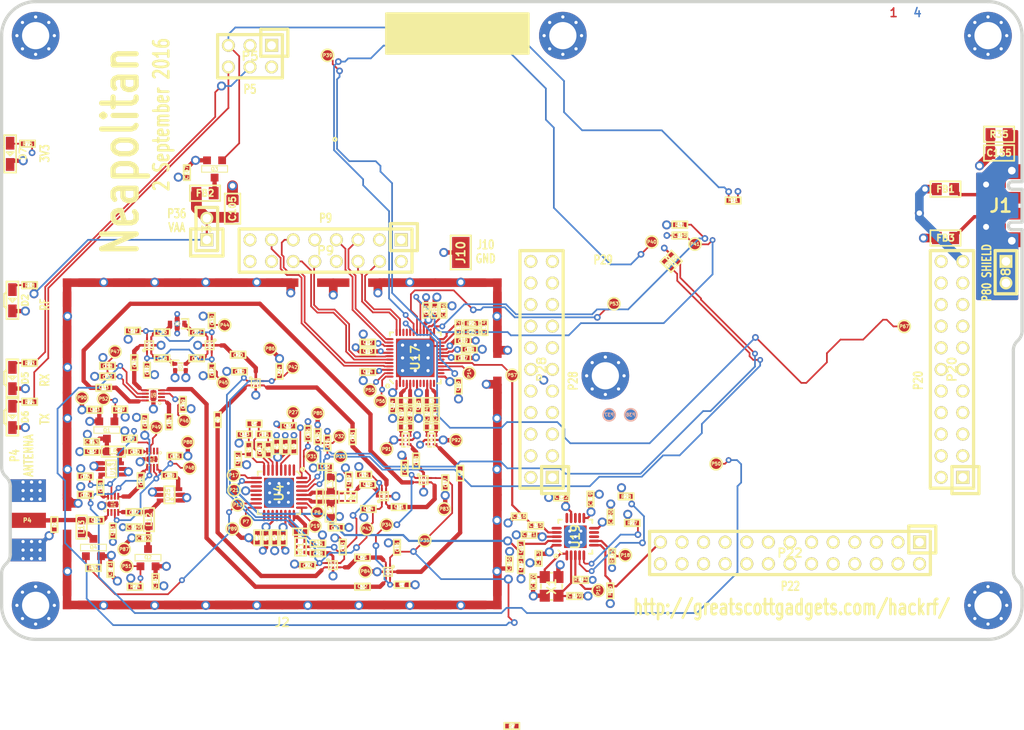
<source format=kicad_pcb>
(kicad_pcb (version 4) (host pcbnew "(2015-08-18 BZR 6102)-product")
  (title_block (date "19 may 2014"))
  (layers (0 C1F signal) (1 C2 signal) (2 C3 signal) (31 C4B signal) (34 B.Paste user) (35 F.Paste user) (36 B.SilkS user) (37 F.SilkS user) (38 B.Mask user) (39 F.Mask user) (44 Edge.Cuts user))
  (net 0 "")
  (net 1 !MIX_BYPASS)
  (net 2 !RX_AMP_PWR)
  (net 3 !TX_AMP_PWR)
  (net 4 !VAA_ENABLE)
  (net 5 /baseband/CLK5)
  (net 6 /baseband/CPOUT+)
  (net 7 /baseband/CPOUT-)
  (net 8 /baseband/INTR)
  (net 9 /baseband/OEB)
  (net 10 /baseband/RXBBI+)
  (net 11 /baseband/RXBBI-)
  (net 12 /baseband/RXBBQ+)
  (net 13 /baseband/RXBBQ-)
  (net 14 /baseband/TXBBI+)
  (net 15 /baseband/TXBBI-)
  (net 16 /baseband/TXBBQ+)
  (net 17 /baseband/TXBBQ-)
  (net 18 /baseband/XA)
  (net 19 /baseband/XB)
  (net 20 /baseband/XCVR_CLKOUT)
  (net 21 /baseband/XTAL2)
  (net 22 /frontend/!ANT_BIAS)
  (net 23 /frontend/REF_IN)
  (net 24 /frontend/RX_AMP_OUT)
  (net 25 /frontend/TX_AMP_IN)
  (net 26 /frontend/TX_AMP_OUT)
  (net 27 /mcu/usb/power/LED2)
  (net 28 /mcu/usb/power/LED3)
  (net 29 /mcu/usb/power/USB_SHIELD)
  (net 30 AMP_BYPASS)
  (net 31 CLK6)
  (net 32 CS_XCVR)
  (net 33 GND)
  (net 34 HP)
  (net 35 LP)
  (net 36 MIXER_ENX)
  (net 37 MIXER_RESETX)
  (net 38 MIXER_SCLK)
  (net 39 MIXER_SDATA)
  (net 40 MIX_BYPASS)
  (net 41 MIX_CLK)
  (net 42 RSSI)
  (net 43 RX)
  (net 44 RXENABLE)
  (net 45 RX_AMP)
  (net 46 RX_IF)
  (net 47 RX_MIX_BP)
  (net 48 SCL)
  (net 49 SDA)
  (net 50 TX)
  (net 51 TXENABLE)
  (net 52 TX_AMP)
  (net 53 TX_IF)
  (net 54 TX_MIX_BP)
  (net 55 VAA)
  (net 56 VCC)
  (net 57 XCVR_EN)
  (net 58 "Net-(C8-Pad2)")
  (net 59 "Net-(C9-Pad2)")
  (net 60 "Net-(C9-Pad1)")
  (net 61 "Net-(C12-Pad1)")
  (net 62 "Net-(C13-Pad1)")
  (net 63 "Net-(C14-Pad2)")
  (net 64 "Net-(C14-Pad1)")
  (net 65 "Net-(C15-Pad2)")
  (net 66 "Net-(C17-Pad2)")
  (net 67 "Net-(C17-Pad1)")
  (net 68 "Net-(C18-Pad2)")
  (net 69 "Net-(C18-Pad1)")
  (net 70 "Net-(C20-Pad2)")
  (net 71 "Net-(C20-Pad1)")
  (net 72 "Net-(C21-Pad2)")
  (net 73 "Net-(C21-Pad1)")
  (net 74 "Net-(C23-Pad2)")
  (net 75 "Net-(C23-Pad1)")
  (net 76 "Net-(C25-Pad1)")
  (net 77 "Net-(C26-Pad2)")
  (net 78 "Net-(C26-Pad1)")
  (net 79 "Net-(C27-Pad2)")
  (net 80 "Net-(C27-Pad1)")
  (net 81 "Net-(C28-Pad2)")
  (net 82 "Net-(C28-Pad1)")
  (net 83 "Net-(C31-Pad2)")
  (net 84 "Net-(C31-Pad1)")
  (net 85 "Net-(C32-Pad2)")
  (net 86 "Net-(C32-Pad1)")
  (net 87 "Net-(C43-Pad2)")
  (net 88 "Net-(C43-Pad1)")
  (net 89 "Net-(C44-Pad2)")
  (net 90 "Net-(C44-Pad1)")
  (net 91 "Net-(C46-Pad2)")
  (net 92 "Net-(C46-Pad1)")
  (net 93 "Net-(C48-Pad1)")
  (net 94 "Net-(C49-Pad2)")
  (net 95 "Net-(C50-Pad1)")
  (net 96 "Net-(C51-Pad2)")
  (net 97 "Net-(C51-Pad1)")
  (net 98 "Net-(C163-Pad2)")
  (net 99 "Net-(C58-Pad2)")
  (net 100 "Net-(C58-Pad1)")
  (net 101 "Net-(C59-Pad2)")
  (net 102 "Net-(C61-Pad2)")
  (net 103 "Net-(C61-Pad1)")
  (net 104 "Net-(C62-Pad2)")
  (net 105 "Net-(C64-Pad2)")
  (net 106 "Net-(C64-Pad1)")
  (net 107 "Net-(C99-Pad2)")
  (net 108 "Net-(C99-Pad1)")
  (net 109 "Net-(C102-Pad2)")
  (net 110 "Net-(C102-Pad1)")
  (net 111 "Net-(C104-Pad2)")
  (net 112 "Net-(C104-Pad1)")
  (net 113 "Net-(C105-Pad1)")
  (net 114 "Net-(C106-Pad1)")
  (net 115 "Net-(C111-Pad2)")
  (net 116 "Net-(C111-Pad1)")
  (net 117 "Net-(C114-Pad2)")
  (net 118 "Net-(C114-Pad1)")
  (net 119 "Net-(C160-Pad1)")
  (net 120 "Net-(D2-Pad2)")
  (net 121 "Net-(D5-Pad2)")
  (net 122 "Net-(D6-Pad2)")
  (net 123 "Net-(D7-Pad2)")
  (net 124 "Net-(FB1-Pad1)")
  (net 125 "Net-(FB2-Pad1)")
  (net 126 "Net-(FB3-Pad1)")
  (net 127 "Net-(L1-Pad2)")
  (net 128 "Net-(L1-Pad1)")
  (net 129 "Net-(L2-Pad1)")
  (net 130 "Net-(L3-Pad1)")
  (net 131 "Net-(L13-Pad1)")
  (net 132 "Net-(P6-Pad1)")
  (net 133 "Net-(P7-Pad1)")
  (net 134 "Net-(P17-Pad1)")
  (net 135 "Net-(P19-Pad1)")
  (net 136 "Net-(R4-Pad2)")
  (net 137 /mcu/usb/power/VBUSCTRL)
  (net 138 I2C1_SCL)
  (net 139 I2C1_SDA)
  (net 140 SSP0_MISO)
  (net 141 SSP0_SCK)
  (net 142 SSP0_MOSI)
  (module hackrf:GSG-QFN20-4 (layer C1F) (at 127.4692 162.926 90)
    (fp_text reference U19 (at 0 0 90) (layer F.SilkS) (effects (font (size 1.00076 1.00076) (thickness 0.2032))))
    (fp_text value SI5351C hide)
    (pad 1 smd oval (at -2.2 -1 90) (size 1.2 0.32) (layers C1F F.Paste F.Mask) (net 18 /baseband/XA))
    (pad 2 smd oval (at -2.2 -0.5 90) (size 1.2 0.32) (layers C1F F.Paste F.Mask) (net 19 /baseband/XB))
    (pad 3 smd oval (at -2.2 0 90) (size 1.2 0.32) (layers C1F F.Paste F.Mask) (net 8 /baseband/INTR))
    (pad 4 smd oval (at -2.2 0.5 90) (size 1.2 0.32) (layers C1F F.Paste F.Mask) (net 138 I2C1_SCL))
    (pad 5 smd oval (at -2.2 1 90) (size 1.2 0.32) (layers C1F F.Paste F.Mask) (net 139 I2C1_SDA))
    (pad 6 smd oval (at -1 2.2 180) (size 1.2 0.32) (layers C1F F.Paste F.Mask) (net 31 CLK6))
    (pad 7 smd oval (at -0.5 2.2 180) (size 1.2 0.32) (layers C1F F.Paste F.Mask) (net 9 /baseband/OEB))
    (pad 8 smd oval (at 0 2.2 180) (size 1.2 0.32) (layers C1F F.Paste F.Mask))
    (pad 9 smd oval (at 0.5 2.2 180) (size 1.2 0.32) (layers C1F F.Paste F.Mask))
    (pad 10 smd oval (at 1 2.2 180) (size 1.2 0.32) (layers C1F F.Paste F.Mask) (net 56 VCC))
    (pad 11 smd oval (at 2.2 1 90) (size 1.2 0.32) (layers C1F F.Paste F.Mask) (net 56 VCC))
    (pad 12 smd oval (at 2.2 0.5 90) (size 1.2 0.32) (layers C1F F.Paste F.Mask))
    (pad 13 smd oval (at 2.2 0 90) (size 1.2 0.32) (layers C1F F.Paste F.Mask))
    (pad 14 smd oval (at 2.2 -0.5 90) (size 1.2 0.32) (layers C1F F.Paste F.Mask) (net 56 VCC))
    (pad 15 smd oval (at 2.2 -1 90) (size 1.2 0.32) (layers C1F F.Paste F.Mask))
    (pad 16 smd oval (at 1 -2.2 180) (size 1.2 0.32) (layers C1F F.Paste F.Mask))
    (pad 17 smd oval (at 0.5 -2.2 180) (size 1.2 0.32) (layers C1F F.Paste F.Mask) (net 5 /baseband/CLK5))
    (pad 18 smd oval (at 0 -2.2 180) (size 1.2 0.32) (layers C1F F.Paste F.Mask) (net 56 VCC))
    (pad 19 smd oval (at -0.5 -2.2 180) (size 1.2 0.32) (layers C1F F.Paste F.Mask) (net 41 MIX_CLK))
    (pad 20 smd oval (at -1 -2.2 180) (size 1.2 0.32) (layers C1F F.Paste F.Mask) (net 56 VCC))
    (pad 0 smd rect (at 0 0 90) (size 2.65 2.65) (layers C1F F.Mask) (net 33 GND))
    (pad 0 thru_hole circle (at 0 0 90) (size 0.6 0.6) (drill 0.35) (layers *.Cu B.Mask) (net 33 GND))
    (pad 0 thru_hole circle (at -0.66 -0.66 90) (size 0.6 0.6) (drill 0.35) (layers *.Cu B.Mask) (net 33 GND))
    (pad 0 thru_hole circle (at 0.66 -0.66 90) (size 0.6 0.6) (drill 0.35) (layers *.Cu B.Mask) (net 33 GND))
    (pad 0 thru_hole circle (at 0.66 0.66 90) (size 0.6 0.6) (drill 0.35) (layers *.Cu B.Mask) (net 33 GND))
    (pad 0 thru_hole circle (at -0.66 0.66 90) (size 0.6 0.6) (drill 0.35) (layers *.Cu B.Mask) (net 33 GND))
    (pad 0 smd rect (at -0.66 -0.66 90) (size 1.32 1.32) (layers C1F F.Paste) (net 33 GND))
    (pad 0 smd rect (at 0.66 -0.66 90) (size 1.32 1.32) (layers C1F F.Paste) (net 33 GND))
    (pad 0 smd rect (at -0.66 0.66 90) (size 1.32 1.32) (layers C1F F.Paste) (net 33 GND))
    (pad 0 smd rect (at 0.66 0.66 90) (size 1.32 1.32) (layers C1F F.Paste) (net 33 GND))
  )
  (module gsg-modules:LTST-S220 (layer C1F) (at 61 117.9 270)
    (fp_text reference D7 (at 0 -1.5 270) (layer F.SilkS) (effects (font (size 0.762 0.762) (thickness 0.1905))))
    (fp_text value VCCLED hide)
    (pad 1 smd rect (at 1.25 0 270) (size 1.5 1) (layers C1F F.Paste F.Mask) (net 33 GND) (clearance 0.1778))
    (pad 2 smd rect (at -1.25 0 270) (size 1.5 1) (layers C1F F.Paste F.Mask) (net 123 "Net-(D7-Pad2)") (clearance 0.1778))
  )
  (module gsg-modules:LTST-S220 (layer C1F) (at 61.27 135.122 270)
    (fp_text reference D2 (at 0 -1.5 270) (layer F.SilkS) (effects (font (size 0.762 0.762) (thickness 0.1905))))
    (fp_text value VAALED hide)
    (pad 1 smd rect (at 1.25 0 270) (size 1.5 1) (layers C1F F.Paste F.Mask) (net 33 GND) (clearance 0.1778))
    (pad 2 smd rect (at -1.25 0 270) (size 1.5 1) (layers C1F F.Paste F.Mask) (net 120 "Net-(D2-Pad2)") (clearance 0.1778))
  )
  (module gsg-modules:LTST-S220 (layer C1F) (at 61.27 144.266 270)
    (fp_text reference D5 (at 0 -1.5 270) (layer F.SilkS) (effects (font (size 0.762 0.762) (thickness 0.1905))))
    (fp_text value RXLED hide)
    (pad 1 smd rect (at 1.25 0 270) (size 1.5 1) (layers C1F F.Paste F.Mask) (net 33 GND) (clearance 0.1778))
    (pad 2 smd rect (at -1.25 0 270) (size 1.5 1) (layers C1F F.Paste F.Mask) (net 121 "Net-(D5-Pad2)") (clearance 0.1778))
  )
  (module gsg-modules:LTST-S220 (layer C1F) (at 61.27 148.838 270)
    (fp_text reference D6 (at 0 -1.5 270) (layer F.SilkS) (effects (font (size 0.762 0.762) (thickness 0.1905))))
    (fp_text value TXLED hide)
    (pad 1 smd rect (at 1.25 0 270) (size 1.5 1) (layers C1F F.Paste F.Mask) (net 33 GND) (clearance 0.1778))
    (pad 2 smd rect (at -1.25 0 270) (size 1.5 1) (layers C1F F.Paste F.Mask) (net 122 "Net-(D6-Pad2)") (clearance 0.1778))
  )
  (module hackrf:GSG-0402 (layer C1F) (at 91.0964 163.0468 270)
    (fp_text reference C1 (at 0 0.0508 270) (layer F.SilkS) (effects (font (size 0.4064 0.4064) (thickness 0.1016))))
    (fp_text value 33pF hide)
    (pad 2 smd rect (at 0.5334 0 270) (size 0.508 0.5588) (layers C1F F.Paste F.Mask) (net 33 GND))
    (pad 1 smd rect (at -0.5334 0 270) (size 0.508 0.5588) (layers C1F F.Paste F.Mask) (net 56 VCC))
  )
  (module hackrf:GSG-0402 (layer C1F) (at 90.0804 163.0468 270)
    (fp_text reference C2 (at 0 0.0508 270) (layer F.SilkS) (effects (font (size 0.4064 0.4064) (thickness 0.1016))))
    (fp_text value 10nF hide)
    (pad 2 smd rect (at 0.5334 0 270) (size 0.508 0.5588) (layers C1F F.Paste F.Mask) (net 33 GND))
    (pad 1 smd rect (at -0.5334 0 270) (size 0.508 0.5588) (layers C1F F.Paste F.Mask) (net 56 VCC))
  )
  (module hackrf:GSG-0402 (layer C1F) (at 93.1284 163.0468 270)
    (fp_text reference C3 (at 0 0.0508 270) (layer F.SilkS) (effects (font (size 0.4064 0.4064) (thickness 0.1016))))
    (fp_text value 33pF hide)
    (pad 2 smd rect (at 0.5334 0 270) (size 0.508 0.5588) (layers C1F F.Paste F.Mask) (net 33 GND))
    (pad 1 smd rect (at -0.5334 0 270) (size 0.508 0.5588) (layers C1F F.Paste F.Mask) (net 55 VAA))
  )
  (module hackrf:GSG-0402 (layer C1F) (at 92.1124 163.0468 270)
    (fp_text reference C4 (at 0 0.0508 270) (layer F.SilkS) (effects (font (size 0.4064 0.4064) (thickness 0.1016))))
    (fp_text value 10nF hide)
    (pad 2 smd rect (at 0.5334 0 270) (size 0.508 0.5588) (layers C1F F.Paste F.Mask) (net 33 GND))
    (pad 1 smd rect (at -0.5334 0 270) (size 0.508 0.5588) (layers C1F F.Paste F.Mask) (net 55 VAA))
  )
  (module hackrf:GSG-0402 (layer C1F) (at 92.341 152.328 90)
    (fp_text reference C5 (at 0 0.0508 90) (layer F.SilkS) (effects (font (size 0.4064 0.4064) (thickness 0.1016))))
    (fp_text value 33pF hide)
    (pad 2 smd rect (at 0.5334 0 90) (size 0.508 0.5588) (layers C1F F.Paste F.Mask) (net 33 GND))
    (pad 1 smd rect (at -0.5334 0 90) (size 0.508 0.5588) (layers C1F F.Paste F.Mask) (net 55 VAA))
  )
  (module hackrf:GSG-0402 (layer C1F) (at 93.357 152.328 90)
    (fp_text reference C6 (at 0 0.0508 90) (layer F.SilkS) (effects (font (size 0.4064 0.4064) (thickness 0.1016))))
    (fp_text value 10nF hide)
    (pad 2 smd rect (at 0.5334 0 90) (size 0.508 0.5588) (layers C1F F.Paste F.Mask) (net 33 GND))
    (pad 1 smd rect (at -0.5334 0 90) (size 0.508 0.5588) (layers C1F F.Paste F.Mask) (net 55 VAA))
  )
  (module hackrf:GSG-0402 (layer C1F) (at 107.084 168.5762 180)
    (fp_text reference C7 (at 0 0.0508 180) (layer F.SilkS) (effects (font (size 0.4064 0.4064) (thickness 0.1016))))
    (fp_text value 33pF hide)
    (pad 2 smd rect (at 0.5334 0 180) (size 0.508 0.5588) (layers C1F F.Paste F.Mask) (net 40 MIX_BYPASS))
    (pad 1 smd rect (at -0.5334 0 180) (size 0.508 0.5588) (layers C1F F.Paste F.Mask) (net 33 GND))
  )
  (module hackrf:GSG-0402 (layer C1F) (at 113.919 155.448 270)
    (fp_text reference C8 (at 0 0.0508 270) (layer F.SilkS) (effects (font (size 0.4064 0.4064) (thickness 0.1016))))
    (fp_text value 22pF hide)
    (pad 2 smd rect (at 0.5334 0 270) (size 0.508 0.5588) (layers C1F F.Paste F.Mask) (net 58 "Net-(C8-Pad2)"))
    (pad 1 smd rect (at -0.5334 0 270) (size 0.508 0.5588) (layers C1F F.Paste F.Mask) (net 53 TX_IF))
  )
  (module hackrf:GSG-0402 (layer C1F) (at 85.4 149.1682 90)
    (fp_text reference C9 (at 0 0.0508 90) (layer F.SilkS) (effects (font (size 0.4064 0.4064) (thickness 0.1016))))
    (fp_text value 100nF hide)
    (pad 2 smd rect (at 0.5334 0 90) (size 0.508 0.5588) (layers C1F F.Paste F.Mask) (net 59 "Net-(C9-Pad2)"))
    (pad 1 smd rect (at -0.5334 0 90) (size 0.508 0.5588) (layers C1F F.Paste F.Mask) (net 60 "Net-(C9-Pad1)"))
  )
  (module hackrf:GSG-0402 (layer C1F) (at 87.9808 143.4816)
    (fp_text reference C10 (at 0 0.0508) (layer F.SilkS) (effects (font (size 0.4064 0.4064) (thickness 0.1016))))
    (fp_text value 33pF hide)
    (pad 2 smd rect (at 0.5334 0) (size 0.508 0.5588) (layers C1F F.Paste F.Mask) (net 43 RX))
    (pad 1 smd rect (at -0.5334 0) (size 0.508 0.5588) (layers C1F F.Paste F.Mask) (net 33 GND))
  )
  (module hackrf:GSG-0402 (layer C1F) (at 84.7138 143.4622 90)
    (fp_text reference C11 (at 0 0.0508 90) (layer F.SilkS) (effects (font (size 0.4064 0.4064) (thickness 0.1016))))
    (fp_text value 33pF hide)
    (pad 2 smd rect (at 0.5334 0 90) (size 0.508 0.5588) (layers C1F F.Paste F.Mask) (net 35 LP))
    (pad 1 smd rect (at -0.5334 0 90) (size 0.508 0.5588) (layers C1F F.Paste F.Mask) (net 33 GND))
  )
  (module hackrf:GSG-0402 (layer C1F) (at 87.7944 153.8266 270)
    (fp_text reference C12 (at 0 0.0508 270) (layer F.SilkS) (effects (font (size 0.4064 0.4064) (thickness 0.1016))))
    (fp_text value 330pF hide)
    (pad 2 smd rect (at 0.5334 0 270) (size 0.508 0.5588) (layers C1F F.Paste F.Mask) (net 33 GND))
    (pad 1 smd rect (at -0.5334 0 270) (size 0.508 0.5588) (layers C1F F.Paste F.Mask) (net 61 "Net-(C12-Pad1)"))
  )
  (module hackrf:GSG-0402 (layer C1F) (at 88.5564 150.9056 180)
    (fp_text reference C13 (at 0 0.0508 180) (layer F.SilkS) (effects (font (size 0.4064 0.4064) (thickness 0.1016))))
    (fp_text value 330pF hide)
    (pad 2 smd rect (at 0.5334 0 180) (size 0.508 0.5588) (layers C1F F.Paste F.Mask) (net 33 GND))
    (pad 1 smd rect (at -0.5334 0 180) (size 0.508 0.5588) (layers C1F F.Paste F.Mask) (net 62 "Net-(C13-Pad1)"))
  )
  (module hackrf:GSG-0402 (layer C1F) (at 90.3344 152.6836 90)
    (fp_text reference C14 (at 0 0.0508 90) (layer F.SilkS) (effects (font (size 0.4064 0.4064) (thickness 0.1016))))
    (fp_text value 8p2 hide)
    (pad 2 smd rect (at 0.5334 0 90) (size 0.508 0.5588) (layers C1F F.Paste F.Mask) (net 63 "Net-(C14-Pad2)"))
    (pad 1 smd rect (at -0.5334 0 90) (size 0.508 0.5588) (layers C1F F.Paste F.Mask) (net 64 "Net-(C14-Pad1)"))
  )
  (module hackrf:GSG-0402 (layer C1F) (at 90.8424 150.9056)
    (fp_text reference C15 (at 0 0.0508) (layer F.SilkS) (effects (font (size 0.4064 0.4064) (thickness 0.1016))))
    (fp_text value 180pF hide)
    (pad 2 smd rect (at 0.5334 0) (size 0.508 0.5588) (layers C1F F.Paste F.Mask) (net 65 "Net-(C15-Pad2)"))
    (pad 1 smd rect (at -0.5334 0) (size 0.508 0.5588) (layers C1F F.Paste F.Mask) (net 64 "Net-(C14-Pad1)"))
  )
  (module hackrf:GSG-0402 (layer C1F) (at 106.4998 164.1566 90)
    (fp_text reference C16 (at 0 0.0508 90) (layer F.SilkS) (effects (font (size 0.4064 0.4064) (thickness 0.1016))))
    (fp_text value 33pF hide)
    (pad 2 smd rect (at 0.5334 0 90) (size 0.508 0.5588) (layers C1F F.Paste F.Mask) (net 33 GND))
    (pad 1 smd rect (at -0.5334 0 90) (size 0.508 0.5588) (layers C1F F.Paste F.Mask) (net 1 !MIX_BYPASS))
  )
  (module hackrf:GSG-0402 (layer C1F) (at 82.9358 141.9382)
    (fp_text reference C17 (at 0 0.0508) (layer F.SilkS) (effects (font (size 0.4064 0.4064) (thickness 0.1016))))
    (fp_text value 100nF hide)
    (pad 2 smd rect (at 0.5334 0) (size 0.508 0.5588) (layers C1F F.Paste F.Mask) (net 66 "Net-(C17-Pad2)"))
    (pad 1 smd rect (at -0.5334 0) (size 0.508 0.5588) (layers C1F F.Paste F.Mask) (net 67 "Net-(C17-Pad1)"))
  )
  (module hackrf:GSG-0402 (layer C1F) (at 78.8718 141.9382)
    (fp_text reference C18 (at 0 0.0508) (layer F.SilkS) (effects (font (size 0.4064 0.4064) (thickness 0.1016))))
    (fp_text value 100nF hide)
    (pad 2 smd rect (at 0.5334 0) (size 0.508 0.5588) (layers C1F F.Paste F.Mask) (net 68 "Net-(C18-Pad2)"))
    (pad 1 smd rect (at -0.5334 0) (size 0.508 0.5588) (layers C1F F.Paste F.Mask) (net 69 "Net-(C18-Pad1)"))
  )
  (module hackrf:GSG-0402 (layer C1F) (at 77.0938 143.3352 90)
    (fp_text reference C19 (at 0 0.0508 90) (layer F.SilkS) (effects (font (size 0.4064 0.4064) (thickness 0.1016))))
    (fp_text value 33pF hide)
    (pad 2 smd rect (at 0.5334 0 90) (size 0.508 0.5588) (layers C1F F.Paste F.Mask) (net 35 LP))
    (pad 1 smd rect (at -0.5334 0 90) (size 0.508 0.5588) (layers C1F F.Paste F.Mask) (net 33 GND))
  )
  (module hackrf:GSG-0402 (layer C1F) (at 87.8078 141.5288)
    (fp_text reference C20 (at 0 0.0508) (layer F.SilkS) (effects (font (size 0.4064 0.4064) (thickness 0.1016))))
    (fp_text value 100nF hide)
    (pad 2 smd rect (at 0.5334 0) (size 0.508 0.5588) (layers C1F F.Paste F.Mask) (net 70 "Net-(C20-Pad2)"))
    (pad 1 smd rect (at -0.5334 0) (size 0.508 0.5588) (layers C1F F.Paste F.Mask) (net 71 "Net-(C20-Pad1)"))
  )
  (module hackrf:GSG-0402 (layer C1F) (at 102.4382 165.3794 180)
    (fp_text reference C21 (at 0 0.0508 180) (layer F.SilkS) (effects (font (size 0.4064 0.4064) (thickness 0.1016))))
    (fp_text value 22pF hide)
    (pad 2 smd rect (at 0.5334 0 180) (size 0.508 0.5588) (layers C1F F.Paste F.Mask) (net 72 "Net-(C21-Pad2)"))
    (pad 1 smd rect (at -0.5334 0 180) (size 0.508 0.5588) (layers C1F F.Paste F.Mask) (net 73 "Net-(C21-Pad1)"))
  )
  (module hackrf:GSG-0402 (layer C1F) (at 95.9732 166.2726)
    (fp_text reference C22 (at 0 0.0508) (layer F.SilkS) (effects (font (size 0.4064 0.4064) (thickness 0.1016))))
    (fp_text value 33pF hide)
    (pad 2 smd rect (at 0.5334 0) (size 0.508 0.5588) (layers C1F F.Paste F.Mask) (net 43 RX))
    (pad 1 smd rect (at -0.5334 0) (size 0.508 0.5588) (layers C1F F.Paste F.Mask) (net 33 GND))
  )
  (module hackrf:GSG-0402 (layer C1F) (at 101.2698 151.1808 90)
    (fp_text reference C23 (at 0 0.0508 90) (layer F.SilkS) (effects (font (size 0.4064 0.4064) (thickness 0.1016))))
    (fp_text value 100nF hide)
    (pad 2 smd rect (at 0.5334 0 90) (size 0.508 0.5588) (layers C1F F.Paste F.Mask) (net 74 "Net-(C23-Pad2)"))
    (pad 1 smd rect (at -0.5334 0 90) (size 0.508 0.5588) (layers C1F F.Paste F.Mask) (net 75 "Net-(C23-Pad1)"))
  )
  (module hackrf:GSG-0402 (layer C1F) (at 92.6798 143.4816 270)
    (fp_text reference C24 (at 0 0.0508 270) (layer F.SilkS) (effects (font (size 0.4064 0.4064) (thickness 0.1016))))
    (fp_text value 33pF hide)
    (pad 2 smd rect (at 0.5334 0 270) (size 0.508 0.5588) (layers C1F F.Paste F.Mask) (net 50 TX))
    (pad 1 smd rect (at -0.5334 0 270) (size 0.508 0.5588) (layers C1F F.Paste F.Mask) (net 33 GND))
  )
  (module hackrf:GSG-0402 (layer C1F) (at 97.1924 163.7326)
    (fp_text reference C25 (at 0 0.0508) (layer F.SilkS) (effects (font (size 0.4064 0.4064) (thickness 0.1016))))
    (fp_text value 100nF hide)
    (pad 2 smd rect (at 0.5334 0) (size 0.508 0.5588) (layers C1F F.Paste F.Mask) (net 33 GND))
    (pad 1 smd rect (at -0.5334 0) (size 0.508 0.5588) (layers C1F F.Paste F.Mask) (net 76 "Net-(C25-Pad1)"))
  )
  (module hackrf:GSG-0402 (layer C1F) (at 78.8718 138.8902 180)
    (fp_text reference C26 (at 0 0.0508 180) (layer F.SilkS) (effects (font (size 0.4064 0.4064) (thickness 0.1016))))
    (fp_text value 47pF hide)
    (pad 2 smd rect (at 0.5334 0 180) (size 0.508 0.5588) (layers C1F F.Paste F.Mask) (net 77 "Net-(C26-Pad2)"))
    (pad 1 smd rect (at -0.5334 0 180) (size 0.508 0.5588) (layers C1F F.Paste F.Mask) (net 78 "Net-(C26-Pad1)"))
  )
  (module hackrf:GSG-0402 (layer C1F) (at 82.9358 138.8902)
    (fp_text reference C27 (at 0 0.0508) (layer F.SilkS) (effects (font (size 0.4064 0.4064) (thickness 0.1016))))
    (fp_text value 47pF hide)
    (pad 2 smd rect (at 0.5334 0) (size 0.508 0.5588) (layers C1F F.Paste F.Mask) (net 79 "Net-(C27-Pad2)"))
    (pad 1 smd rect (at -0.5334 0) (size 0.508 0.5588) (layers C1F F.Paste F.Mask) (net 80 "Net-(C27-Pad1)"))
  )
  (module hackrf:GSG-0402 (layer C1F) (at 97.1924 164.8756)
    (fp_text reference C28 (at 0 0.0508) (layer F.SilkS) (effects (font (size 0.4064 0.4064) (thickness 0.1016))))
    (fp_text value 100nF hide)
    (pad 2 smd rect (at 0.5334 0) (size 0.508 0.5588) (layers C1F F.Paste F.Mask) (net 81 "Net-(C28-Pad2)"))
    (pad 1 smd rect (at -0.5334 0) (size 0.508 0.5588) (layers C1F F.Paste F.Mask) (net 82 "Net-(C28-Pad1)"))
  )
  (module hackrf:GSG-0402 (layer C1F) (at 75.4174 138.7124 180)
    (fp_text reference C29 (at 0 0.0508 180) (layer F.SilkS) (effects (font (size 0.4064 0.4064) (thickness 0.1016))))
    (fp_text value 33pF hide)
    (pad 2 smd rect (at 0.5334 0 180) (size 0.508 0.5588) (layers C1F F.Paste F.Mask) (net 33 GND))
    (pad 1 smd rect (at -0.5334 0 180) (size 0.508 0.5588) (layers C1F F.Paste F.Mask) (net 34 HP))
  )
  (module hackrf:GSG-0402 (layer C1F) (at 84.7138 137.4932 90)
    (fp_text reference C30 (at 0 0.0508 90) (layer F.SilkS) (effects (font (size 0.4064 0.4064) (thickness 0.1016))))
    (fp_text value 33pF hide)
    (pad 2 smd rect (at 0.5334 0 90) (size 0.508 0.5588) (layers C1F F.Paste F.Mask) (net 33 GND))
    (pad 1 smd rect (at -0.5334 0 90) (size 0.508 0.5588) (layers C1F F.Paste F.Mask) (net 34 HP))
  )
  (module hackrf:GSG-0402 (layer C1F) (at 75.5952 142.4462 90)
    (fp_text reference C31 (at 0 0.0508 90) (layer F.SilkS) (effects (font (size 0.4064 0.4064) (thickness 0.1016))))
    (fp_text value 100nF hide)
    (pad 2 smd rect (at 0.5334 0 90) (size 0.508 0.5588) (layers C1F F.Paste F.Mask) (net 83 "Net-(C31-Pad2)"))
    (pad 1 smd rect (at -0.5334 0 90) (size 0.508 0.5588) (layers C1F F.Paste F.Mask) (net 84 "Net-(C31-Pad1)"))
  )
  (module hackrf:GSG-0402 (layer C1F) (at 102.4382 168.8084 180)
    (fp_text reference C32 (at 0 0.0508 180) (layer F.SilkS) (effects (font (size 0.4064 0.4064) (thickness 0.1016))))
    (fp_text value 22pF hide)
    (pad 2 smd rect (at 0.5334 0 180) (size 0.508 0.5588) (layers C1F F.Paste F.Mask) (net 85 "Net-(C32-Pad2)"))
    (pad 1 smd rect (at -0.5334 0 180) (size 0.508 0.5588) (layers C1F F.Paste F.Mask) (net 86 "Net-(C32-Pad1)"))
  )
  (module hackrf:GSG-0402 (layer C1F) (at 100.1134 164.139 90)
    (fp_text reference C33 (at 0 0.0508 90) (layer F.SilkS) (effects (font (size 0.4064 0.4064) (thickness 0.1016))))
    (fp_text value 33pF hide)
    (pad 2 smd rect (at 0.5334 0 90) (size 0.508 0.5588) (layers C1F F.Paste F.Mask) (net 33 GND))
    (pad 1 smd rect (at -0.5334 0 90) (size 0.508 0.5588) (layers C1F F.Paste F.Mask) (net 50 TX))
  )
  (module hackrf:GSG-0402 (layer C1F) (at 98.31 151.9216 90)
    (fp_text reference C34 (at 0 0.0508 90) (layer F.SilkS) (effects (font (size 0.4064 0.4064) (thickness 0.1016))))
    (fp_text value 33pF hide)
    (pad 2 smd rect (at 0.5334 0 90) (size 0.508 0.5588) (layers C1F F.Paste F.Mask) (net 33 GND))
    (pad 1 smd rect (at -0.5334 0 90) (size 0.508 0.5588) (layers C1F F.Paste F.Mask) (net 37 MIXER_RESETX))
  )
  (module hackrf:GSG-0402 (layer C1F) (at 97.167 151.1596 90)
    (fp_text reference C35 (at 0 0.0508 90) (layer F.SilkS) (effects (font (size 0.4064 0.4064) (thickness 0.1016))))
    (fp_text value 33pF hide)
    (pad 2 smd rect (at 0.5334 0 90) (size 0.508 0.5588) (layers C1F F.Paste F.Mask) (net 33 GND))
    (pad 1 smd rect (at -0.5334 0 90) (size 0.508 0.5588) (layers C1F F.Paste F.Mask) (net 36 MIXER_ENX))
  )
  (module hackrf:GSG-0402 (layer C1F) (at 96.024 150.7786 90)
    (fp_text reference C36 (at 0 0.0508 90) (layer F.SilkS) (effects (font (size 0.4064 0.4064) (thickness 0.1016))))
    (fp_text value 33pF hide)
    (pad 2 smd rect (at 0.5334 0 90) (size 0.508 0.5588) (layers C1F F.Paste F.Mask) (net 33 GND))
    (pad 1 smd rect (at -0.5334 0 90) (size 0.508 0.5588) (layers C1F F.Paste F.Mask) (net 38 MIXER_SCLK))
  )
  (module hackrf:GSG-0402 (layer C1F) (at 93.738 149.915 180)
    (fp_text reference C37 (at 0 0.0508 180) (layer F.SilkS) (effects (font (size 0.4064 0.4064) (thickness 0.1016))))
    (fp_text value 33pF hide)
    (pad 2 smd rect (at 0.5334 0 180) (size 0.508 0.5588) (layers C1F F.Paste F.Mask) (net 33 GND))
    (pad 1 smd rect (at -0.5334 0 180) (size 0.508 0.5588) (layers C1F F.Paste F.Mask) (net 39 MIXER_SDATA))
  )
  (module hackrf:GSG-0402 (layer C1F) (at 72.4456 142.8272)
    (fp_text reference C38 (at 0 0.0508) (layer F.SilkS) (effects (font (size 0.4064 0.4064) (thickness 0.1016))))
    (fp_text value 33pF hide)
    (pad 2 smd rect (at 0.5334 0) (size 0.508 0.5588) (layers C1F F.Paste F.Mask) (net 1 !MIX_BYPASS))
    (pad 1 smd rect (at -0.5334 0) (size 0.508 0.5588) (layers C1F F.Paste F.Mask) (net 33 GND))
  )
  (module hackrf:GSG-0402 (layer C1F) (at 81.3054 147.3454 90)
    (fp_text reference C39 (at 0 0.0508 90) (layer F.SilkS) (effects (font (size 0.4064 0.4064) (thickness 0.1016))))
    (fp_text value 33pF hide)
    (pad 2 smd rect (at 0.5334 0 90) (size 0.508 0.5588) (layers C1F F.Paste F.Mask) (net 54 TX_MIX_BP))
    (pad 1 smd rect (at -0.5334 0 90) (size 0.508 0.5588) (layers C1F F.Paste F.Mask) (net 33 GND))
  )
  (module hackrf:GSG-0402 (layer C1F) (at 72.4456 144.0718)
    (fp_text reference C40 (at 0 0.0508) (layer F.SilkS) (effects (font (size 0.4064 0.4064) (thickness 0.1016))))
    (fp_text value 33pF hide)
    (pad 2 smd rect (at 0.5334 0) (size 0.508 0.5588) (layers C1F F.Paste F.Mask) (net 47 RX_MIX_BP))
    (pad 1 smd rect (at -0.5334 0) (size 0.508 0.5588) (layers C1F F.Paste F.Mask) (net 33 GND))
  )
  (module hackrf:GSG-0402 (layer C1F) (at 99.326 161.8276)
    (fp_text reference C41 (at 0 0.0508) (layer F.SilkS) (effects (font (size 0.4064 0.4064) (thickness 0.1016))))
    (fp_text value 100pF hide)
    (pad 2 smd rect (at 0.5334 0) (size 0.508 0.5588) (layers C1F F.Paste F.Mask) (net 33 GND))
    (pad 1 smd rect (at -0.5334 0) (size 0.508 0.5588) (layers C1F F.Paste F.Mask) (net 55 VAA))
  )
  (module hackrf:GSG-0402 (layer C1F) (at 98.056 154.7156 180)
    (fp_text reference C42 (at 0 0.0508 180) (layer F.SilkS) (effects (font (size 0.4064 0.4064) (thickness 0.1016))))
    (fp_text value 100pF hide)
    (pad 2 smd rect (at 0.5334 0 180) (size 0.508 0.5588) (layers C1F F.Paste F.Mask) (net 33 GND))
    (pad 1 smd rect (at -0.5334 0 180) (size 0.508 0.5588) (layers C1F F.Paste F.Mask) (net 55 VAA))
  )
  (module hackrf:GSG-0402 (layer C1F) (at 72.009 145.415 180)
    (fp_text reference C43 (at 0 0.0508 180) (layer F.SilkS) (effects (font (size 0.4064 0.4064) (thickness 0.1016))))
    (fp_text value 22pF hide)
    (pad 2 smd rect (at 0.5334 0 180) (size 0.508 0.5588) (layers C1F F.Paste F.Mask) (net 87 "Net-(C43-Pad2)"))
    (pad 1 smd rect (at -0.5334 0 180) (size 0.508 0.5588) (layers C1F F.Paste F.Mask) (net 88 "Net-(C43-Pad1)"))
  )
  (module hackrf:GSG-0402 (layer C1F) (at 79.6798 149.4282 90)
    (fp_text reference C44 (at 0 0.0508 90) (layer F.SilkS) (effects (font (size 0.4064 0.4064) (thickness 0.1016))))
    (fp_text value 100nF hide)
    (pad 2 smd rect (at 0.5334 0 90) (size 0.508 0.5588) (layers C1F F.Paste F.Mask) (net 89 "Net-(C44-Pad2)"))
    (pad 1 smd rect (at -0.5334 0 90) (size 0.508 0.5588) (layers C1F F.Paste F.Mask) (net 90 "Net-(C44-Pad1)"))
  )
  (module hackrf:GSG-0402 (layer C1F) (at 102.5906 155.6512)
    (fp_text reference C45 (at 0 0.0508) (layer F.SilkS) (effects (font (size 0.4064 0.4064) (thickness 0.1016))))
    (fp_text value 33pF hide)
    (pad 2 smd rect (at 0.5334 0) (size 0.508 0.5588) (layers C1F F.Paste F.Mask) (net 50 TX))
    (pad 1 smd rect (at -0.5334 0) (size 0.508 0.5588) (layers C1F F.Paste F.Mask) (net 33 GND))
  )
  (module hackrf:GSG-0402 (layer C1F) (at 103.0478 156.7942 180)
    (fp_text reference C46 (at 0 0.0508 180) (layer F.SilkS) (effects (font (size 0.4064 0.4064) (thickness 0.1016))))
    (fp_text value 100nF hide)
    (pad 2 smd rect (at 0.5334 0 180) (size 0.508 0.5588) (layers C1F F.Paste F.Mask) (net 91 "Net-(C46-Pad2)"))
    (pad 1 smd rect (at -0.5334 0 180) (size 0.508 0.5588) (layers C1F F.Paste F.Mask) (net 92 "Net-(C46-Pad1)"))
  )
  (module hackrf:GSG-0402 (layer C1F) (at 112.1664 156.5656 90)
    (fp_text reference C47 (at 0 0.0508 90) (layer F.SilkS) (effects (font (size 0.4064 0.4064) (thickness 0.1016))))
    (fp_text value 33pF hide)
    (pad 2 smd rect (at 0.5334 0 90) (size 0.508 0.5588) (layers C1F F.Paste F.Mask) (net 1 !MIX_BYPASS))
    (pad 1 smd rect (at -0.5334 0 90) (size 0.508 0.5588) (layers C1F F.Paste F.Mask) (net 33 GND))
  )
  (module hackrf:GSG-0402 (layer C1F) (at 108.7374 154.0002 90)
    (fp_text reference C48 (at 0 0.0508 90) (layer F.SilkS) (effects (font (size 0.4064 0.4064) (thickness 0.1016))))
    (fp_text value 22pF hide)
    (pad 2 smd rect (at 0.5334 0 90) (size 0.508 0.5588) (layers C1F F.Paste F.Mask) (net 46 RX_IF))
    (pad 1 smd rect (at -0.5334 0 90) (size 0.508 0.5588) (layers C1F F.Paste F.Mask) (net 93 "Net-(C48-Pad1)"))
  )
  (module hackrf:GSG-0402 (layer C1F) (at 100.85 156.2396 270)
    (fp_text reference C49 (at 0 0.0508 270) (layer F.SilkS) (effects (font (size 0.4064 0.4064) (thickness 0.1016))))
    (fp_text value 100nF hide)
    (pad 2 smd rect (at 0.5334 0 270) (size 0.508 0.5588) (layers C1F F.Paste F.Mask) (net 94 "Net-(C49-Pad2)"))
    (pad 1 smd rect (at -0.5334 0 270) (size 0.508 0.5588) (layers C1F F.Paste F.Mask) (net 33 GND))
  )
  (module hackrf:GSG-0402 (layer C1F) (at 75.678 152.92)
    (fp_text reference C50 (at 0 0.0508) (layer F.SilkS) (effects (font (size 0.4064 0.4064) (thickness 0.1016))))
    (fp_text value 100nF hide)
    (pad 2 smd rect (at 0.5334 0) (size 0.508 0.5588) (layers C1F F.Paste F.Mask) (net 24 /frontend/RX_AMP_OUT))
    (pad 1 smd rect (at -0.5334 0) (size 0.508 0.5588) (layers C1F F.Paste F.Mask) (net 95 "Net-(C50-Pad1)"))
  )
  (module hackrf:GSG-0402 (layer C1F) (at 106.7414 159.434 180)
    (fp_text reference C51 (at 0 0.0508 180) (layer F.SilkS) (effects (font (size 0.4064 0.4064) (thickness 0.1016))))
    (fp_text value 22pF hide)
    (pad 2 smd rect (at 0.5334 0 180) (size 0.508 0.5588) (layers C1F F.Paste F.Mask) (net 96 "Net-(C51-Pad2)"))
    (pad 1 smd rect (at -0.5334 0 180) (size 0.508 0.5588) (layers C1F F.Paste F.Mask) (net 97 "Net-(C51-Pad1)"))
  )
  (module hackrf:GSG-0402 (layer C1F) (at 70.598 152.92 180)
    (fp_text reference C52 (at 0 0.0508 180) (layer F.SilkS) (effects (font (size 0.4064 0.4064) (thickness 0.1016))))
    (fp_text value 100pF hide)
    (pad 2 smd rect (at 0.5334 0 180) (size 0.508 0.5588) (layers C1F F.Paste F.Mask) (net 33 GND))
    (pad 1 smd rect (at -0.5334 0 180) (size 0.508 0.5588) (layers C1F F.Paste F.Mask) (net 98 "Net-(C163-Pad2)"))
  )
  (module hackrf:GSG-0402 (layer C1F) (at 70.9474 147.9998 180)
    (fp_text reference C53 (at 0 0.0508 180) (layer F.SilkS) (effects (font (size 0.4064 0.4064) (thickness 0.1016))))
    (fp_text value 1uF hide)
    (pad 2 smd rect (at 0.5334 0 180) (size 0.508 0.5588) (layers C1F F.Paste F.Mask) (net 33 GND))
    (pad 1 smd rect (at -0.5334 0 180) (size 0.508 0.5588) (layers C1F F.Paste F.Mask) (net 55 VAA))
  )
  (module hackrf:GSG-0402 (layer C1F) (at 103.124 159.6644 180)
    (fp_text reference C54 (at 0 0.0508 180) (layer F.SilkS) (effects (font (size 0.4064 0.4064) (thickness 0.1016))))
    (fp_text value 33pF hide)
    (pad 2 smd rect (at 0.5334 0 180) (size 0.508 0.5588) (layers C1F F.Paste F.Mask) (net 33 GND))
    (pad 1 smd rect (at -0.5334 0 180) (size 0.508 0.5588) (layers C1F F.Paste F.Mask) (net 43 RX))
  )
  (module hackrf:GSG-0402 (layer C1F) (at 80.377 153.428)
    (fp_text reference C55 (at 0 0.0508) (layer F.SilkS) (effects (font (size 0.4064 0.4064) (thickness 0.1016))))
    (fp_text value 33pF hide)
    (pad 2 smd rect (at 0.5334 0) (size 0.508 0.5588) (layers C1F F.Paste F.Mask) (net 33 GND))
    (pad 1 smd rect (at -0.5334 0) (size 0.508 0.5588) (layers C1F F.Paste F.Mask) (net 52 TX_AMP))
  )
  (module hackrf:GSG-0402 (layer C1F) (at 107.3912 154.8638 90)
    (fp_text reference C56 (at 0 0.0508 90) (layer F.SilkS) (effects (font (size 0.4064 0.4064) (thickness 0.1016))))
    (fp_text value 33pF hide)
    (pad 2 smd rect (at 0.5334 0 90) (size 0.508 0.5588) (layers C1F F.Paste F.Mask) (net 33 GND))
    (pad 1 smd rect (at -0.5334 0 90) (size 0.508 0.5588) (layers C1F F.Paste F.Mask) (net 40 MIX_BYPASS))
  )
  (module hackrf:GSG-0402 (layer C1F) (at 76.835 149.4282 90)
    (fp_text reference C57 (at 0 0.0508 90) (layer F.SilkS) (effects (font (size 0.4064 0.4064) (thickness 0.1016))))
    (fp_text value 33pF hide)
    (pad 2 smd rect (at 0.5334 0 90) (size 0.508 0.5588) (layers C1F F.Paste F.Mask) (net 33 GND))
    (pad 1 smd rect (at -0.5334 0 90) (size 0.508 0.5588) (layers C1F F.Paste F.Mask) (net 30 AMP_BYPASS))
  )
  (module hackrf:GSG-0402 (layer C1F) (at 71.614 157.111 90)
    (fp_text reference C58 (at 0 0.0508 90) (layer F.SilkS) (effects (font (size 0.4064 0.4064) (thickness 0.1016))))
    (fp_text value 100nF hide)
    (pad 2 smd rect (at 0.5334 0 90) (size 0.508 0.5588) (layers C1F F.Paste F.Mask) (net 99 "Net-(C58-Pad2)"))
    (pad 1 smd rect (at -0.5334 0 90) (size 0.508 0.5588) (layers C1F F.Paste F.Mask) (net 100 "Net-(C58-Pad1)"))
  )
  (module hackrf:GSG-0402 (layer C1F) (at 79.742 155.714)
    (fp_text reference C59 (at 0 0.0508) (layer F.SilkS) (effects (font (size 0.4064 0.4064) (thickness 0.1016))))
    (fp_text value 100nF hide)
    (pad 2 smd rect (at 0.5334 0) (size 0.508 0.5588) (layers C1F F.Paste F.Mask) (net 101 "Net-(C59-Pad2)"))
    (pad 1 smd rect (at -0.5334 0) (size 0.508 0.5588) (layers C1F F.Paste F.Mask) (net 25 /frontend/TX_AMP_IN))
  )
  (module hackrf:GSG-0402 (layer C1F) (at 75.043 151.396)
    (fp_text reference C60 (at 0 0.0508) (layer F.SilkS) (effects (font (size 0.4064 0.4064) (thickness 0.1016))))
    (fp_text value 33pF hide)
    (pad 2 smd rect (at 0.5334 0) (size 0.508 0.5588) (layers C1F F.Paste F.Mask) (net 45 RX_AMP))
    (pad 1 smd rect (at -0.5334 0) (size 0.508 0.5588) (layers C1F F.Paste F.Mask) (net 33 GND))
  )
  (module hackrf:GSG-0402 (layer C1F) (at 76.3638 156.3236 90)
    (fp_text reference C61 (at 0 0.0508 90) (layer F.SilkS) (effects (font (size 0.4064 0.4064) (thickness 0.1016))))
    (fp_text value 100nF hide)
    (pad 2 smd rect (at 0.5334 0 90) (size 0.508 0.5588) (layers C1F F.Paste F.Mask) (net 102 "Net-(C61-Pad2)"))
    (pad 1 smd rect (at -0.5334 0 90) (size 0.508 0.5588) (layers C1F F.Paste F.Mask) (net 103 "Net-(C61-Pad1)"))
  )
  (module hackrf:GSG-0402 (layer C1F) (at 75.551 160.032)
    (fp_text reference C62 (at 0 0.0508) (layer F.SilkS) (effects (font (size 0.4064 0.4064) (thickness 0.1016))))
    (fp_text value 100nF hide)
    (pad 2 smd rect (at 0.5334 0) (size 0.508 0.5588) (layers C1F F.Paste F.Mask) (net 104 "Net-(C62-Pad2)"))
    (pad 1 smd rect (at -0.5334 0) (size 0.508 0.5588) (layers C1F F.Paste F.Mask) (net 26 /frontend/TX_AMP_OUT))
  )
  (module hackrf:GSG-0402 (layer C1F) (at 73.0872 162.2418 270)
    (fp_text reference C63 (at 0 0.0508 270) (layer F.SilkS) (effects (font (size 0.4064 0.4064) (thickness 0.1016))))
    (fp_text value 33pF hide)
    (pad 2 smd rect (at 0.5334 0 270) (size 0.508 0.5588) (layers C1F F.Paste F.Mask) (net 33 GND))
    (pad 1 smd rect (at -0.5334 0 270) (size 0.508 0.5588) (layers C1F F.Paste F.Mask) (net 52 TX_AMP))
  )
  (module hackrf:GSG-0402 (layer C1F) (at 71.1 161 180)
    (fp_text reference C64 (at 0 0.0508 180) (layer F.SilkS) (effects (font (size 0.4064 0.4064) (thickness 0.1016))))
    (fp_text value 100nF hide)
    (pad 2 smd rect (at 0.5334 0 180) (size 0.508 0.5588) (layers C1F F.Paste F.Mask) (net 105 "Net-(C64-Pad2)"))
    (pad 1 smd rect (at -0.5334 0 180) (size 0.508 0.5588) (layers C1F F.Paste F.Mask) (net 106 "Net-(C64-Pad1)"))
  )
  (module hackrf:GSG-0402 (layer C1F) (at 69.836 158)
    (fp_text reference C65 (at 0 0.0508) (layer F.SilkS) (effects (font (size 0.4064 0.4064) (thickness 0.1016))))
    (fp_text value 33pF hide)
    (pad 2 smd rect (at 0.5334 0) (size 0.508 0.5588) (layers C1F F.Paste F.Mask) (net 30 AMP_BYPASS))
    (pad 1 smd rect (at -0.5334 0) (size 0.508 0.5588) (layers C1F F.Paste F.Mask) (net 33 GND))
  )
  (module hackrf:GSG-0402 (layer C1F) (at 69.836 155.841)
    (fp_text reference C66 (at 0 0.0508) (layer F.SilkS) (effects (font (size 0.4064 0.4064) (thickness 0.1016))))
    (fp_text value 33pF hide)
    (pad 2 smd rect (at 0.5334 0) (size 0.508 0.5588) (layers C1F F.Paste F.Mask) (net 45 RX_AMP))
    (pad 1 smd rect (at -0.5334 0) (size 0.508 0.5588) (layers C1F F.Paste F.Mask) (net 33 GND))
  )
  (module hackrf:GSG-0402 (layer C1F) (at 121.0802 164.2964 270)
    (fp_text reference C67 (at 0 0.0508 270) (layer F.SilkS) (effects (font (size 0.4064 0.4064) (thickness 0.1016))))
    (fp_text value 33pF hide)
    (pad 2 smd rect (at 0.5334 0 270) (size 0.508 0.5588) (layers C1F F.Paste F.Mask) (net 23 /frontend/REF_IN))
    (pad 1 smd rect (at -0.5334 0 270) (size 0.508 0.5588) (layers C1F F.Paste F.Mask) (net 41 MIX_CLK))
  )
  (module hackrf:GSG-0402 (layer C1F) (at 121.0802 166.3284 270)
    (fp_text reference C70 (at 0 0.0508 270) (layer F.SilkS) (effects (font (size 0.4064 0.4064) (thickness 0.1016))))
    (fp_text value 100pF hide)
    (pad 2 smd rect (at 0.5334 0 270) (size 0.508 0.5588) (layers C1F F.Paste F.Mask) (net 33 GND))
    (pad 1 smd rect (at -0.5334 0 270) (size 0.508 0.5588) (layers C1F F.Paste F.Mask) (net 23 /frontend/REF_IN))
  )
  (module hackrf:GSG-0402 (layer C1F) (at 105.9815 147.4851 270)
    (fp_text reference C84 (at 0 0.0508 270) (layer F.SilkS) (effects (font (size 0.4064 0.4064) (thickness 0.1016))))
    (fp_text value 22pF hide)
    (pad 2 smd rect (at 0.5334 0 270) (size 0.508 0.5588) (layers C1F F.Paste F.Mask) (net 33 GND))
    (pad 1 smd rect (at -0.5334 0 270) (size 0.508 0.5588) (layers C1F F.Paste F.Mask) (net 55 VAA))
  )
  (module hackrf:GSG-0402 (layer C1F) (at 109.0295 147.4851 270)
    (fp_text reference C85 (at 0 0.0508 270) (layer F.SilkS) (effects (font (size 0.4064 0.4064) (thickness 0.1016))))
    (fp_text value 22pF hide)
    (pad 2 smd rect (at 0.5334 0 270) (size 0.508 0.5588) (layers C1F F.Paste F.Mask) (net 33 GND))
    (pad 1 smd rect (at -0.5334 0 270) (size 0.508 0.5588) (layers C1F F.Paste F.Mask) (net 55 VAA))
  )
  (module hackrf:GSG-0402 (layer C1F) (at 113.7285 145.1991 270)
    (fp_text reference C86 (at 0 0.0508 270) (layer F.SilkS) (effects (font (size 0.4064 0.4064) (thickness 0.1016))))
    (fp_text value 22pF hide)
    (pad 2 smd rect (at 0.5334 0 270) (size 0.508 0.5588) (layers C1F F.Paste F.Mask) (net 33 GND))
    (pad 1 smd rect (at -0.5334 0 270) (size 0.508 0.5588) (layers C1F F.Paste F.Mask) (net 55 VAA))
  )
  (module hackrf:GSG-0402 (layer C1F) (at 114.2365 141.8971)
    (fp_text reference C87 (at 0 0.0508) (layer F.SilkS) (effects (font (size 0.4064 0.4064) (thickness 0.1016))))
    (fp_text value 10nF hide)
    (pad 2 smd rect (at 0.5334 0) (size 0.508 0.5588) (layers C1F F.Paste F.Mask) (net 33 GND))
    (pad 1 smd rect (at -0.5334 0) (size 0.508 0.5588) (layers C1F F.Paste F.Mask) (net 55 VAA))
  )
  (module hackrf:GSG-0402 (layer C1F) (at 114.9985 140.8811)
    (fp_text reference C88 (at 0 0.0508) (layer F.SilkS) (effects (font (size 0.4064 0.4064) (thickness 0.1016))))
    (fp_text value 10nF hide)
    (pad 2 smd rect (at 0.5334 0) (size 0.508 0.5588) (layers C1F F.Paste F.Mask) (net 33 GND))
    (pad 1 smd rect (at -0.5334 0) (size 0.508 0.5588) (layers C1F F.Paste F.Mask) (net 56 VCC))
  )
  (module hackrf:GSG-0402 (layer C1F) (at 114.2365 139.8651)
    (fp_text reference C89 (at 0 0.0508) (layer F.SilkS) (effects (font (size 0.4064 0.4064) (thickness 0.1016))))
    (fp_text value 10nF hide)
    (pad 2 smd rect (at 0.5334 0) (size 0.508 0.5588) (layers C1F F.Paste F.Mask) (net 33 GND))
    (pad 1 smd rect (at -0.5334 0) (size 0.508 0.5588) (layers C1F F.Paste F.Mask) (net 55 VAA))
  )
  (module hackrf:GSG-0402 (layer C1F) (at 109.9185 136.3091 90)
    (fp_text reference C90 (at 0 0.0508 90) (layer F.SilkS) (effects (font (size 0.4064 0.4064) (thickness 0.1016))))
    (fp_text value 100pF hide)
    (pad 2 smd rect (at 0.5334 0 90) (size 0.508 0.5588) (layers C1F F.Paste F.Mask) (net 33 GND))
    (pad 1 smd rect (at -0.5334 0 90) (size 0.508 0.5588) (layers C1F F.Paste F.Mask) (net 55 VAA))
  )
  (module hackrf:GSG-0402 (layer C1F) (at 110.9345 136.3091 90)
    (fp_text reference C91 (at 0 0.0508 90) (layer F.SilkS) (effects (font (size 0.4064 0.4064) (thickness 0.1016))))
    (fp_text value 100nF hide)
    (pad 2 smd rect (at 0.5334 0 90) (size 0.508 0.5588) (layers C1F F.Paste F.Mask) (net 33 GND))
    (pad 1 smd rect (at -0.5334 0 90) (size 0.508 0.5588) (layers C1F F.Paste F.Mask) (net 55 VAA))
  )
  (module hackrf:GSG-0402 (layer C1F) (at 103.0605 140.1191 180)
    (fp_text reference C92 (at 0 0.0508 180) (layer F.SilkS) (effects (font (size 0.4064 0.4064) (thickness 0.1016))))
    (fp_text value 10nF hide)
    (pad 2 smd rect (at 0.5334 0 180) (size 0.508 0.5588) (layers C1F F.Paste F.Mask) (net 33 GND))
    (pad 1 smd rect (at -0.5334 0 180) (size 0.508 0.5588) (layers C1F F.Paste F.Mask) (net 55 VAA))
  )
  (module hackrf:GSG-0402 (layer C1F) (at 103.0605 141.1351 180)
    (fp_text reference C93 (at 0 0.0508 180) (layer F.SilkS) (effects (font (size 0.4064 0.4064) (thickness 0.1016))))
    (fp_text value 10nF hide)
    (pad 2 smd rect (at 0.5334 0 180) (size 0.508 0.5588) (layers C1F F.Paste F.Mask) (net 33 GND))
    (pad 1 smd rect (at -0.5334 0 180) (size 0.508 0.5588) (layers C1F F.Paste F.Mask) (net 55 VAA))
  )
  (module hackrf:GSG-0402 (layer C1F) (at 103.0605 143.5481 180)
    (fp_text reference C94 (at 0 0.0508 180) (layer F.SilkS) (effects (font (size 0.4064 0.4064) (thickness 0.1016))))
    (fp_text value 22pF hide)
    (pad 2 smd rect (at 0.5334 0 180) (size 0.508 0.5588) (layers C1F F.Paste F.Mask) (net 33 GND))
    (pad 1 smd rect (at -0.5334 0 180) (size 0.508 0.5588) (layers C1F F.Paste F.Mask) (net 55 VAA))
  )
  (module hackrf:GSG-0402 (layer C1F) (at 106.9975 148.5011 270)
    (fp_text reference C99 (at 0 0.0508 270) (layer F.SilkS) (effects (font (size 0.4064 0.4064) (thickness 0.1016))))
    (fp_text value 22pF hide)
    (pad 2 smd rect (at 0.5334 0 270) (size 0.508 0.5588) (layers C1F F.Paste F.Mask) (net 107 "Net-(C99-Pad2)"))
    (pad 1 smd rect (at -0.5334 0 270) (size 0.508 0.5588) (layers C1F F.Paste F.Mask) (net 108 "Net-(C99-Pad1)"))
  )
  (module hackrf:GSG-0402 (layer C1F) (at 108.0135 148.5011 270)
    (fp_text reference C102 (at 0 0.0508 270) (layer F.SilkS) (effects (font (size 0.4064 0.4064) (thickness 0.1016))))
    (fp_text value 22pF hide)
    (pad 2 smd rect (at 0.5334 0 270) (size 0.508 0.5588) (layers C1F F.Paste F.Mask) (net 109 "Net-(C102-Pad2)"))
    (pad 1 smd rect (at -0.5334 0 270) (size 0.508 0.5588) (layers C1F F.Paste F.Mask) (net 110 "Net-(C102-Pad1)"))
  )
  (module hackrf:GSG-0402 (layer C1F) (at 110.0455 148.5011 270)
    (fp_text reference C104 (at 0 0.0508 270) (layer F.SilkS) (effects (font (size 0.4064 0.4064) (thickness 0.1016))))
    (fp_text value 3pF hide)
    (pad 2 smd rect (at 0.5334 0 270) (size 0.508 0.5588) (layers C1F F.Paste F.Mask) (net 111 "Net-(C104-Pad2)"))
    (pad 1 smd rect (at -0.5334 0 270) (size 0.508 0.5588) (layers C1F F.Paste F.Mask) (net 112 "Net-(C104-Pad1)"))
  )
  (module hackrf:GSG-0805 (layer C1F) (at 87.1526 124.3524 90)
    (fp_text reference C105 (at 0 0 90) (layer F.SilkS) (effects (font (size 0.762 0.762) (thickness 0.1905))))
    (fp_text value 10uF hide)
    (pad 2 smd rect (at 1.016 0 90) (size 1.15062 1.44018) (layers C1F F.Paste F.Mask) (net 33 GND) (clearance 0.1778))
    (pad 1 smd rect (at -1.016 0 90) (size 1.15062 1.44018) (layers C1F F.Paste F.Mask) (net 113 "Net-(C105-Pad1)") (clearance 0.1778))
  )
  (module hackrf:GSG-0402 (layer C1F) (at 111.9505 136.3091 90)
    (fp_text reference C106 (at 0 0.0508 90) (layer F.SilkS) (effects (font (size 0.4064 0.4064) (thickness 0.1016))))
    (fp_text value 1uF hide)
    (pad 2 smd rect (at 0.5334 0 90) (size 0.508 0.5588) (layers C1F F.Paste F.Mask) (net 33 GND))
    (pad 1 smd rect (at -0.5334 0 90) (size 0.508 0.5588) (layers C1F F.Paste F.Mask) (net 114 "Net-(C106-Pad1)"))
  )
  (module hackrf:GSG-0402 (layer C1F) (at 111.0615 148.5011 270)
    (fp_text reference C111 (at 0 0.0508 270) (layer F.SilkS) (effects (font (size 0.4064 0.4064) (thickness 0.1016))))
    (fp_text value 3pF hide)
    (pad 2 smd rect (at 0.5334 0 270) (size 0.508 0.5588) (layers C1F F.Paste F.Mask) (net 115 "Net-(C111-Pad2)"))
    (pad 1 smd rect (at -0.5334 0 270) (size 0.508 0.5588) (layers C1F F.Paste F.Mask) (net 116 "Net-(C111-Pad1)"))
  )
  (module hackrf:GSG-0402 (layer C1F) (at 113.7285 138.3411 270)
    (fp_text reference C112 (at 0 0.0508 270) (layer F.SilkS) (effects (font (size 0.4064 0.4064) (thickness 0.1016))))
    (fp_text value 180pF hide)
    (pad 2 smd rect (at 0.5334 0 270) (size 0.508 0.5588) (layers C1F F.Paste F.Mask) (net 6 /baseband/CPOUT+))
    (pad 1 smd rect (at -0.5334 0 270) (size 0.508 0.5588) (layers C1F F.Paste F.Mask) (net 7 /baseband/CPOUT-))
  )
  (module hackrf:GSG-0402 (layer C1F) (at 123.1512 165.466 270)
    (fp_text reference C113 (at 0 0.0508 270) (layer F.SilkS) (effects (font (size 0.4064 0.4064) (thickness 0.1016))))
    (fp_text value 100nF hide)
    (pad 2 smd rect (at 0.5334 0 270) (size 0.508 0.5588) (layers C1F F.Paste F.Mask) (net 33 GND))
    (pad 1 smd rect (at -0.5334 0 270) (size 0.508 0.5588) (layers C1F F.Paste F.Mask) (net 56 VCC))
  )
  (module hackrf:GSG-0402 (layer C1F) (at 116.7765 138.3411 270)
    (fp_text reference C114 (at 0 0.0508 270) (layer F.SilkS) (effects (font (size 0.4064 0.4064) (thickness 0.1016))))
    (fp_text value 3.3nF hide)
    (pad 2 smd rect (at 0.5334 0 270) (size 0.508 0.5588) (layers C1F F.Paste F.Mask) (net 117 "Net-(C114-Pad2)"))
    (pad 1 smd rect (at -0.5334 0 270) (size 0.508 0.5588) (layers C1F F.Paste F.Mask) (net 118 "Net-(C114-Pad1)"))
  )
  (module hackrf:GSG-0402 (layer C1F) (at 122.8142 161.6142 180)
    (fp_text reference C115 (at 0 0.0508 180) (layer F.SilkS) (effects (font (size 0.4064 0.4064) (thickness 0.1016))))
    (fp_text value 33pF hide)
    (pad 2 smd rect (at 0.5334 0 180) (size 0.508 0.5588) (layers C1F F.Paste F.Mask) (net 21 /baseband/XTAL2))
    (pad 1 smd rect (at -0.5334 0 180) (size 0.508 0.5588) (layers C1F F.Paste F.Mask) (net 5 /baseband/CLK5))
  )
  (module hackrf:GSG-0402 (layer C1F) (at 120.8584 160.5474 180)
    (fp_text reference C116 (at 0 0.0508 180) (layer F.SilkS) (effects (font (size 0.4064 0.4064) (thickness 0.1016))))
    (fp_text value 47pF hide)
    (pad 2 smd rect (at 0.5334 0 180) (size 0.508 0.5588) (layers C1F F.Paste F.Mask) (net 33 GND))
    (pad 1 smd rect (at -0.5334 0 180) (size 0.508 0.5588) (layers C1F F.Paste F.Mask) (net 21 /baseband/XTAL2))
  )
  (module hackrf:GSG-0402 (layer C1F) (at 129.2472 158.481 90)
    (fp_text reference C119 (at 0 0.0508 90) (layer F.SilkS) (effects (font (size 0.4064 0.4064) (thickness 0.1016))))
    (fp_text value 100nF hide)
    (pad 2 smd rect (at 0.5334 0 90) (size 0.508 0.5588) (layers C1F F.Paste F.Mask) (net 33 GND))
    (pad 1 smd rect (at -0.5334 0 90) (size 0.508 0.5588) (layers C1F F.Paste F.Mask) (net 56 VCC))
  )
  (module hackrf:GSG-0402 (layer C1F) (at 131.628 160.6236 90)
    (fp_text reference C120 (at 0 0.0508 90) (layer F.SilkS) (effects (font (size 0.4064 0.4064) (thickness 0.1016))))
    (fp_text value 100nF hide)
    (pad 2 smd rect (at 0.5334 0 90) (size 0.508 0.5588) (layers C1F F.Paste F.Mask) (net 33 GND))
    (pad 1 smd rect (at -0.5334 0 90) (size 0.508 0.5588) (layers C1F F.Paste F.Mask) (net 56 VCC))
  )
  (module hackrf:GSG-0402 (layer C1F) (at 122.0268 162.7064 180)
    (fp_text reference C121 (at 0 0.0508 180) (layer F.SilkS) (effects (font (size 0.4064 0.4064) (thickness 0.1016))))
    (fp_text value 100nF hide)
    (pad 2 smd rect (at 0.5334 0 180) (size 0.508 0.5588) (layers C1F F.Paste F.Mask) (net 33 GND))
    (pad 1 smd rect (at -0.5334 0 180) (size 0.508 0.5588) (layers C1F F.Paste F.Mask) (net 56 VCC))
  )
  (module hackrf:GSG-0402 (layer C1F) (at 125.8368 158.3122 180)
    (fp_text reference C122 (at 0 0.0508 180) (layer F.SilkS) (effects (font (size 0.4064 0.4064) (thickness 0.1016))))
    (fp_text value 100nF hide)
    (pad 2 smd rect (at 0.5334 0 180) (size 0.508 0.5588) (layers C1F F.Paste F.Mask) (net 33 GND))
    (pad 1 smd rect (at -0.5334 0 180) (size 0.508 0.5588) (layers C1F F.Paste F.Mask) (net 56 VCC))
  )
  (module hackrf:GSG-0805 (layer C1F) (at 177.3 117.8 180)
    (fp_text reference C155 (at 0 0 180) (layer F.SilkS) (effects (font (size 0.762 0.762) (thickness 0.1905))))
    (fp_text value DNP hide)
    (pad 2 smd rect (at 1.016 0 180) (size 1.15062 1.44018) (layers C1F F.Paste F.Mask) (net 33 GND) (clearance 0.1778))
    (pad 1 smd rect (at -1.016 0 180) (size 1.15062 1.44018) (layers C1F F.Paste F.Mask) (net 29 /mcu/usb/power/USB_SHIELD) (clearance 0.1778))
  )
  (module hackrf:GSG-0402 (layer C1F) (at 75.551 161.81 180)
    (fp_text reference C160 (at 0 0.0508 180) (layer F.SilkS) (effects (font (size 0.4064 0.4064) (thickness 0.1016))))
    (fp_text value 100pF hide)
    (pad 2 smd rect (at 0.5334 0 180) (size 0.508 0.5588) (layers C1F F.Paste F.Mask) (net 33 GND))
    (pad 1 smd rect (at -0.5334 0 180) (size 0.508 0.5588) (layers C1F F.Paste F.Mask) (net 119 "Net-(C160-Pad1)"))
  )
  (module hackrf:GSG-0402 (layer C1F) (at 78.1057 168.1848 270)
    (fp_text reference C161 (at 0 0.0508 270) (layer F.SilkS) (effects (font (size 0.4064 0.4064) (thickness 0.1016))))
    (fp_text value 1uF hide)
    (pad 2 smd rect (at 0.5334 0 270) (size 0.508 0.5588) (layers C1F F.Paste F.Mask) (net 33 GND))
    (pad 1 smd rect (at -0.5334 0 270) (size 0.508 0.5588) (layers C1F F.Paste F.Mask) (net 55 VAA))
  )
  (module hackrf:GSG-0402 (layer C1F) (at 76.694 163.08)
    (fp_text reference C162 (at 0 0.0508) (layer F.SilkS) (effects (font (size 0.4064 0.4064) (thickness 0.1016))))
    (fp_text value 10nF hide)
    (pad 2 smd rect (at 0.5334 0) (size 0.508 0.5588) (layers C1F F.Paste F.Mask) (net 119 "Net-(C160-Pad1)"))
    (pad 1 smd rect (at -0.5334 0) (size 0.508 0.5588) (layers C1F F.Paste F.Mask) (net 33 GND))
  )
  (module hackrf:GSG-0402 (layer C1F) (at 70.598 151.777)
    (fp_text reference C163 (at 0 0.0508) (layer F.SilkS) (effects (font (size 0.4064 0.4064) (thickness 0.1016))))
    (fp_text value 10nF hide)
    (pad 2 smd rect (at 0.5334 0) (size 0.508 0.5588) (layers C1F F.Paste F.Mask) (net 98 "Net-(C163-Pad2)"))
    (pad 1 smd rect (at -0.5334 0) (size 0.508 0.5588) (layers C1F F.Paste F.Mask) (net 33 GND))
  )
  (module hackrf:GSG-0402 (layer C1F) (at 119.7154 166.1354 270)
    (fp_text reference C166 (at 0 0.0508 270) (layer F.SilkS) (effects (font (size 0.4064 0.4064) (thickness 0.1016))))
    (fp_text value 100nF hide)
    (pad 2 smd rect (at 0.5334 0 270) (size 0.508 0.5588) (layers C1F F.Paste F.Mask) (net 33 GND))
    (pad 1 smd rect (at -0.5334 0 270) (size 0.508 0.5588) (layers C1F F.Paste F.Mask) (net 55 VAA))
  )
  (module hackrf:GSG-0402 (layer C1F) (at 81.7932 120.1106 270)
    (fp_text reference C167 (at 0 0.0508 270) (layer F.SilkS) (effects (font (size 0.4064 0.4064) (thickness 0.1016))))
    (fp_text value 100nF hide)
    (pad 2 smd rect (at 0.5334 0 270) (size 0.508 0.5588) (layers C1F F.Paste F.Mask) (net 33 GND))
    (pad 1 smd rect (at -0.5334 0 270) (size 0.508 0.5588) (layers C1F F.Paste F.Mask) (net 56 VCC))
  )
  (module hackrf:GSG-0402 (layer C1F) (at 139.756 127.502 180)
    (fp_text reference C168 (at 0 0.0508 180) (layer F.SilkS) (effects (font (size 0.4064 0.4064) (thickness 0.1016))))
    (fp_text value 100pF hide)
    (pad 2 smd rect (at 0.5334 0 180) (size 0.508 0.5588) (layers C1F F.Paste F.Mask) (net 33 GND))
    (pad 1 smd rect (at -0.5334 0 180) (size 0.508 0.5588) (layers C1F F.Paste F.Mask))
  )
  (module hackrf:GSG-0402 (layer C1F) (at 127.381 169.9006 180)
    (fp_text reference C169 (at 0 0.0508 180) (layer F.SilkS) (effects (font (size 0.4064 0.4064) (thickness 0.1016))))
    (fp_text value DNP hide)
    (pad 2 smd rect (at 0.5334 0 180) (size 0.508 0.5588) (layers C1F F.Paste F.Mask) (net 19 /baseband/XB))
    (pad 1 smd rect (at -0.5334 0 180) (size 0.508 0.5588) (layers C1F F.Paste F.Mask) (net 33 GND))
  )
  (module hackrf:GSG-0402 (layer C1F) (at 122.5 168.2 90)
    (fp_text reference C170 (at 0 0.0508 90) (layer F.SilkS) (effects (font (size 0.4064 0.4064) (thickness 0.1016))))
    (fp_text value DNP hide)
    (pad 2 smd rect (at 0.5334 0 90) (size 0.508 0.5588) (layers C1F F.Paste F.Mask) (net 18 /baseband/XA))
    (pad 1 smd rect (at -0.5334 0 90) (size 0.508 0.5588) (layers C1F F.Paste F.Mask) (net 33 GND))
  )
  (module hackrf:GSG-0402 (layer C1F) (at 72.8 166.8 270)
    (fp_text reference C171 (at 0 0.0508 270) (layer F.SilkS) (effects (font (size 0.4064 0.4064) (thickness 0.1016))))
    (fp_text value 1uF hide)
    (pad 2 smd rect (at 0.5334 0 270) (size 0.508 0.5588) (layers C1F F.Paste F.Mask) (net 33 GND))
    (pad 1 smd rect (at -0.5334 0 270) (size 0.508 0.5588) (layers C1F F.Paste F.Mask) (net 55 VAA))
  )
  (module hackrf:GSG-0402 (layer C1F) (at 66.2 161.5 90)
    (fp_text reference D1 (at 0 0.0508 90) (layer F.SilkS) (effects (font (size 0.4064 0.4064) (thickness 0.1016))))
    (fp_text value GSG-DIODE-TVS-BI hide)
    (pad 2 smd rect (at 0.5334 0 90) (size 0.508 0.5588) (layers C1F F.Paste F.Mask) (net 105 "Net-(C64-Pad2)"))
    (pad 1 smd rect (at -0.5334 0 90) (size 0.508 0.5588) (layers C1F F.Paste F.Mask) (net 33 GND))
  )
  (module hackrf:GSG-0805 (layer C1F) (at 171 122.05 180)
    (fp_text reference FB1 (at 0 0 180) (layer F.SilkS) (effects (font (size 0.762 0.762) (thickness 0.1905))))
    (fp_text value FILTER hide)
    (pad 2 smd rect (at 1.016 0 180) (size 1.15062 1.44018) (layers C1F F.Paste F.Mask) (clearance 0.1778))
    (pad 1 smd rect (at -1.016 0 180) (size 1.15062 1.44018) (layers C1F F.Paste F.Mask) (net 124 "Net-(FB1-Pad1)") (clearance 0.1778))
  )
  (module hackrf:GSG-0805 (layer C1F) (at 83.9216 122.5296 180)
    (fp_text reference FB2 (at 0 0 180) (layer F.SilkS) (effects (font (size 0.762 0.762) (thickness 0.1905))))
    (fp_text value FILTER hide)
    (pad 2 smd rect (at 1.016 0 180) (size 1.15062 1.44018) (layers C1F F.Paste F.Mask) (net 113 "Net-(C105-Pad1)") (clearance 0.1778))
    (pad 1 smd rect (at -1.016 0 180) (size 1.15062 1.44018) (layers C1F F.Paste F.Mask) (net 125 "Net-(FB2-Pad1)") (clearance 0.1778))
  )
  (module hackrf:GSG-0805 (layer C1F) (at 171 127.8 180)
    (fp_text reference FB3 (at 0 0 180) (layer F.SilkS) (effects (font (size 0.762 0.762) (thickness 0.1905))))
    (fp_text value FILTER hide)
    (pad 2 smd rect (at 1.016 0 180) (size 1.15062 1.44018) (layers C1F F.Paste F.Mask) (net 33 GND) (clearance 0.1778))
    (pad 1 smd rect (at -1.016 0 180) (size 1.15062 1.44018) (layers C1F F.Paste F.Mask) (net 126 "Net-(FB3-Pad1)") (clearance 0.1778))
  )
  (module hackrf:GSG-USB-MICROB-FCI-10103592-EXT (layer C1F) (at 180 124 180)
    (fp_text reference J1 (at 2.49936 0 180) (layer F.SilkS) (effects (font (thickness 0.3048))))
    (fp_text value USB-MICRO-B hide)
    (pad 5 smd rect (at 4.025 -1.3 180) (size 1.75 0.4) (layers C1F F.Paste F.Mask) (net 126 "Net-(FB3-Pad1)") (clearance 0.2032))
    (pad 4 smd rect (at 4.025 -0.65 180) (size 1.75 0.4) (layers C1F F.Paste F.Mask) (clearance 0.2032))
    (pad 3 smd rect (at 4.025 0 180) (size 1.75 0.4) (layers C1F F.Paste F.Mask) (clearance 0.2032))
    (pad 2 smd rect (at 4.025 0.65 180) (size 1.75 0.4) (layers C1F F.Paste F.Mask) (clearance 0.2032))
    (pad 1 smd rect (at 4.025 1.3 180) (size 1.75 0.4) (layers C1F F.Paste F.Mask) (net 124 "Net-(FB1-Pad1)") (clearance 0.2032))
    (pad 0 smd rect (at 1.15 -0.9375 180) (size 2.1 1.375) (layers C1F F.Paste F.Mask) (net 29 /mcu/usb/power/USB_SHIELD))
    (pad 0 smd rect (at 1.15 0.9375 180) (size 2.1 1.375) (layers C1F F.Paste F.Mask) (net 29 /mcu/usb/power/USB_SHIELD))
    (pad 0 smd rect (at 4.23 -2.83 180) (size 1.46 2.14) (layers C1F F.Paste F.Mask) (net 29 /mcu/usb/power/USB_SHIELD))
    (pad 0 smd rect (at 4.23 2.83 180) (size 1.46 2.14) (layers C1F F.Paste F.Mask) (net 29 /mcu/usb/power/USB_SHIELD))
    (pad 0 smd rect (at 2.575 -2.9875 180) (size 1.35 1.825) (layers C1F F.Mask) (net 29 /mcu/usb/power/USB_SHIELD))
    (pad 0 smd rect (at 2.575 2.9875 180) (size 1.35 1.825) (layers C1F F.Mask) (net 29 /mcu/usb/power/USB_SHIELD))
    (pad 0 smd rect (at 1.15 -4 180) (size 2.1 1.75) (layers C1F F.Paste F.Mask) (net 29 /mcu/usb/power/USB_SHIELD))
    (pad 0 smd rect (at 1.15 4 180) (size 2.1 1.75) (layers C1F F.Paste F.Mask) (net 29 /mcu/usb/power/USB_SHIELD))
    (pad 0 thru_hole circle (at 1.2 -4.125 180) (size 1.5 1.5) (drill 0.9) (layers *.Cu *.Mask) (net 29 /mcu/usb/power/USB_SHIELD))
    (pad 0 thru_hole circle (at 1.2 4.125 180) (size 1.5 1.5) (drill 0.9) (layers *.Cu *.Mask) (net 29 /mcu/usb/power/USB_SHIELD))
    (pad 0 thru_hole circle (at 4.23 -2.49 180) (size 1.4 1.4) (drill 0.7) (layers *.Cu *.Mask) (net 29 /mcu/usb/power/USB_SHIELD))
    (pad 0 thru_hole circle (at 4.23 2.49 180) (size 1.4 1.4) (drill 0.7) (layers *.Cu *.Mask) (net 29 /mcu/usb/power/USB_SHIELD))
  )
  (module hackrf:GSG-SHIELD-BMI-S-230 (layer C1F) (at 93 152)
    (fp_text reference J2 (at 0 21) (layer F.SilkS) (effects (font (size 1.016 1.016) (thickness 0.2032))))
    (fp_text value RF-SHIELD-FRAME hide)
    (pad 0 smd rect (at -23.875 18.95) (size 3.85 1) (layers C1F F.Mask) (net 33 GND))
    (pad 0 smd rect (at -18 18.95) (size 3.8 1) (layers C1F F.Mask) (net 33 GND))
    (pad 0 smd rect (at -12 18.95) (size 3.8 1) (layers C1F F.Mask) (net 33 GND))
    (pad 0 smd rect (at -6 18.95) (size 3.8 1) (layers C1F F.Mask) (net 33 GND))
    (pad 0 smd rect (at 0 18.95) (size 3.8 1) (layers C1F F.Mask) (net 33 GND))
    (pad 0 smd rect (at 6 18.95) (size 3.8 1) (layers C1F F.Mask) (net 33 GND))
    (pad 0 smd rect (at 12 18.95) (size 3.8 1) (layers C1F F.Mask) (net 33 GND))
    (pad 0 smd rect (at 18 18.95) (size 3.8 1) (layers C1F F.Mask) (net 33 GND))
    (pad 0 smd rect (at 23.875 18.95) (size 3.85 1) (layers C1F F.Mask) (net 33 GND))
    (pad 0 smd rect (at 25.3 17.775 90) (size 3.35 1) (layers C1F F.Mask) (net 33 GND))
    (pad 0 smd rect (at 25.3 12 90) (size 3.8 1) (layers C1F F.Mask) (net 33 GND))
    (pad 0 smd rect (at 25.3 6 90) (size 3.8 1) (layers C1F F.Mask) (net 33 GND))
    (pad 0 smd rect (at 25.3 0 90) (size 3.8 1) (layers C1F F.Mask) (net 33 GND))
    (pad 0 smd rect (at 25.3 -6 90) (size 3.8 1) (layers C1F F.Mask) (net 33 GND))
    (pad 0 smd rect (at 25.3 -12 90) (size 3.8 1) (layers C1F F.Mask) (net 33 GND))
    (pad 0 smd rect (at 25.3 -17.775 90) (size 3.35 1) (layers C1F F.Mask) (net 33 GND))
    (pad 0 smd rect (at 23.875 -18.95) (size 3.85 1) (layers C1F F.Mask) (net 33 GND))
    (pad 0 smd rect (at 18 -18.95) (size 3.8 1) (layers C1F F.Mask) (net 33 GND))
    (pad 0 smd rect (at 12 -18.95) (size 3.8 1) (layers C1F F.Mask) (net 33 GND))
    (pad 0 smd rect (at 6 -18.95) (size 3.8 1) (layers C1F F.Mask) (net 33 GND))
    (pad 0 smd rect (at 0 -18.95) (size 3.8 1) (layers C1F F.Mask) (net 33 GND))
    (pad 0 smd rect (at -6 -18.95) (size 3.8 1) (layers C1F F.Mask) (net 33 GND))
    (pad 0 smd rect (at -12 -18.95) (size 3.8 1) (layers C1F F.Mask) (net 33 GND))
    (pad 0 smd rect (at -18 -18.95) (size 3.8 1) (layers C1F F.Mask) (net 33 GND))
    (pad 0 smd rect (at -23.875 -18.95) (size 3.85 1) (layers C1F F.Mask) (net 33 GND))
    (pad 0 smd rect (at -25.3 -17.775 90) (size 3.35 1) (layers C1F F.Mask) (net 33 GND))
    (pad 0 smd rect (at -25.3 -12 90) (size 3.8 1) (layers C1F F.Mask) (net 33 GND))
    (pad 0 smd rect (at -25.3 -6 90) (size 3.8 1) (layers C1F F.Mask) (net 33 GND))
    (pad 0 smd rect (at -25.3 0 90) (size 3.8 1) (layers C1F F.Mask) (net 33 GND))
    (pad 0 smd rect (at -25.3 6 90) (size 3.8 1) (layers C1F F.Mask) (net 33 GND))
    (pad 0 smd rect (at -25.3 12 90) (size 3.8 1) (layers C1F F.Mask) (net 33 GND))
    (pad 0 smd rect (at -25.3 17.775 90) (size 3.35 1) (layers C1F F.Mask) (net 33 GND))
  )
  (module hackrf:GSG-NULL-MODULE (layer C1F) (at 105.96 172.82)
    (fp_text reference J3 hide)
    (fp_text value RF-SHIELD-COVER hide)
  )
  (module hackrf:GSG-HOLE126MIL-COPPER (layer C1F) (at 64 104)
    (fp_text reference J4 hide)
    (fp_text value MOUNTING_HOLE hide)
    (pad 1 thru_hole circle (at 0 0) (size 5.6 5.6) (drill 3.2004) (layers *.Cu *.Mask) (net 33 GND))
    (pad 1 thru_hole circle (at 0 -2.2) (size 0.6 0.6) (drill 0.381) (layers *.Cu *.Mask) (net 33 GND))
    (pad 1 thru_hole circle (at -2.2 0) (size 0.6 0.6) (drill 0.381) (layers *.Cu *.Mask) (net 33 GND))
    (pad 1 thru_hole circle (at 0 2.2) (size 0.6 0.6) (drill 0.381) (layers *.Cu *.Mask) (net 33 GND))
    (pad 1 thru_hole circle (at 2.2 0) (size 0.6 0.6) (drill 0.381) (layers *.Cu *.Mask) (net 33 GND))
    (pad 1 thru_hole circle (at 1.55 -1.55) (size 0.6 0.6) (drill 0.381) (layers *.Cu *.Mask) (net 33 GND))
    (pad 1 thru_hole circle (at -1.55 -1.55) (size 0.6 0.6) (drill 0.381) (layers *.Cu *.Mask) (net 33 GND))
    (pad 1 thru_hole circle (at -1.55 1.55) (size 0.6 0.6) (drill 0.381) (layers *.Cu *.Mask) (net 33 GND))
    (pad 1 thru_hole circle (at 1.55 1.55) (size 0.6 0.6) (drill 0.381) (layers *.Cu *.Mask) (net 33 GND))
  )
  (module hackrf:GSG-HOLE126MIL-COPPER (layer C1F) (at 64 171)
    (fp_text reference J5 hide)
    (fp_text value MOUNTING_HOLE hide)
    (pad 1 thru_hole circle (at 0 0) (size 5.6 5.6) (drill 3.2004) (layers *.Cu *.Mask) (net 33 GND))
    (pad 1 thru_hole circle (at 0 -2.2) (size 0.6 0.6) (drill 0.381) (layers *.Cu *.Mask) (net 33 GND))
    (pad 1 thru_hole circle (at -2.2 0) (size 0.6 0.6) (drill 0.381) (layers *.Cu *.Mask) (net 33 GND))
    (pad 1 thru_hole circle (at 0 2.2) (size 0.6 0.6) (drill 0.381) (layers *.Cu *.Mask) (net 33 GND))
    (pad 1 thru_hole circle (at 2.2 0) (size 0.6 0.6) (drill 0.381) (layers *.Cu *.Mask) (net 33 GND))
    (pad 1 thru_hole circle (at 1.55 -1.55) (size 0.6 0.6) (drill 0.381) (layers *.Cu *.Mask) (net 33 GND))
    (pad 1 thru_hole circle (at -1.55 -1.55) (size 0.6 0.6) (drill 0.381) (layers *.Cu *.Mask) (net 33 GND))
    (pad 1 thru_hole circle (at -1.55 1.55) (size 0.6 0.6) (drill 0.381) (layers *.Cu *.Mask) (net 33 GND))
    (pad 1 thru_hole circle (at 1.55 1.55) (size 0.6 0.6) (drill 0.381) (layers *.Cu *.Mask) (net 33 GND))
  )
  (module hackrf:GSG-HOLE126MIL-COPPER (layer C1F) (at 176 171)
    (fp_text reference J6 hide)
    (fp_text value MOUNTING_HOLE hide)
    (pad 1 thru_hole circle (at 0 0) (size 5.6 5.6) (drill 3.2004) (layers *.Cu *.Mask) (net 33 GND))
    (pad 1 thru_hole circle (at 0 -2.2) (size 0.6 0.6) (drill 0.381) (layers *.Cu *.Mask) (net 33 GND))
    (pad 1 thru_hole circle (at -2.2 0) (size 0.6 0.6) (drill 0.381) (layers *.Cu *.Mask) (net 33 GND))
    (pad 1 thru_hole circle (at 0 2.2) (size 0.6 0.6) (drill 0.381) (layers *.Cu *.Mask) (net 33 GND))
    (pad 1 thru_hole circle (at 2.2 0) (size 0.6 0.6) (drill 0.381) (layers *.Cu *.Mask) (net 33 GND))
    (pad 1 thru_hole circle (at 1.55 -1.55) (size 0.6 0.6) (drill 0.381) (layers *.Cu *.Mask) (net 33 GND))
    (pad 1 thru_hole circle (at -1.55 -1.55) (size 0.6 0.6) (drill 0.381) (layers *.Cu *.Mask) (net 33 GND))
    (pad 1 thru_hole circle (at -1.55 1.55) (size 0.6 0.6) (drill 0.381) (layers *.Cu *.Mask) (net 33 GND))
    (pad 1 thru_hole circle (at 1.55 1.55) (size 0.6 0.6) (drill 0.381) (layers *.Cu *.Mask) (net 33 GND))
  )
  (module hackrf:GSG-HOLE126MIL-COPPER (layer C1F) (at 176 104)
    (fp_text reference J7 hide)
    (fp_text value MOUNTING_HOLE hide)
    (pad 1 thru_hole circle (at 0 0) (size 5.6 5.6) (drill 3.2004) (layers *.Cu *.Mask) (net 33 GND))
    (pad 1 thru_hole circle (at 0 -2.2) (size 0.6 0.6) (drill 0.381) (layers *.Cu *.Mask) (net 33 GND))
    (pad 1 thru_hole circle (at -2.2 0) (size 0.6 0.6) (drill 0.381) (layers *.Cu *.Mask) (net 33 GND))
    (pad 1 thru_hole circle (at 0 2.2) (size 0.6 0.6) (drill 0.381) (layers *.Cu *.Mask) (net 33 GND))
    (pad 1 thru_hole circle (at 2.2 0) (size 0.6 0.6) (drill 0.381) (layers *.Cu *.Mask) (net 33 GND))
    (pad 1 thru_hole circle (at 1.55 -1.55) (size 0.6 0.6) (drill 0.381) (layers *.Cu *.Mask) (net 33 GND))
    (pad 1 thru_hole circle (at -1.55 -1.55) (size 0.6 0.6) (drill 0.381) (layers *.Cu *.Mask) (net 33 GND))
    (pad 1 thru_hole circle (at -1.55 1.55) (size 0.6 0.6) (drill 0.381) (layers *.Cu *.Mask) (net 33 GND))
    (pad 1 thru_hole circle (at 1.55 1.55) (size 0.6 0.6) (drill 0.381) (layers *.Cu *.Mask) (net 33 GND))
  )
  (module hackrf:GSG-HOLE126MIL-COPPER (layer C1F) (at 126 104)
    (fp_text reference J8 hide)
    (fp_text value MOUNTING_HOLE hide)
    (pad 1 thru_hole circle (at 0 0) (size 5.6 5.6) (drill 3.2004) (layers *.Cu *.Mask) (net 33 GND))
    (pad 1 thru_hole circle (at 0 -2.2) (size 0.6 0.6) (drill 0.381) (layers *.Cu *.Mask) (net 33 GND))
    (pad 1 thru_hole circle (at -2.2 0) (size 0.6 0.6) (drill 0.381) (layers *.Cu *.Mask) (net 33 GND))
    (pad 1 thru_hole circle (at 0 2.2) (size 0.6 0.6) (drill 0.381) (layers *.Cu *.Mask) (net 33 GND))
    (pad 1 thru_hole circle (at 2.2 0) (size 0.6 0.6) (drill 0.381) (layers *.Cu *.Mask) (net 33 GND))
    (pad 1 thru_hole circle (at 1.55 -1.55) (size 0.6 0.6) (drill 0.381) (layers *.Cu *.Mask) (net 33 GND))
    (pad 1 thru_hole circle (at -1.55 -1.55) (size 0.6 0.6) (drill 0.381) (layers *.Cu *.Mask) (net 33 GND))
    (pad 1 thru_hole circle (at -1.55 1.55) (size 0.6 0.6) (drill 0.381) (layers *.Cu *.Mask) (net 33 GND))
    (pad 1 thru_hole circle (at 1.55 1.55) (size 0.6 0.6) (drill 0.381) (layers *.Cu *.Mask) (net 33 GND))
  )
  (module hackrf:GSG-HOLE126MIL-COPPER (layer C1F) (at 131 144)
    (fp_text reference J9 hide)
    (fp_text value MOUNTING_HOLE hide)
    (pad 1 thru_hole circle (at 0 0) (size 5.6 5.6) (drill 3.2004) (layers *.Cu *.Mask) (net 33 GND))
    (pad 1 thru_hole circle (at 0 -2.2) (size 0.6 0.6) (drill 0.381) (layers *.Cu *.Mask) (net 33 GND))
    (pad 1 thru_hole circle (at -2.2 0) (size 0.6 0.6) (drill 0.381) (layers *.Cu *.Mask) (net 33 GND))
    (pad 1 thru_hole circle (at 0 2.2) (size 0.6 0.6) (drill 0.381) (layers *.Cu *.Mask) (net 33 GND))
    (pad 1 thru_hole circle (at 2.2 0) (size 0.6 0.6) (drill 0.381) (layers *.Cu *.Mask) (net 33 GND))
    (pad 1 thru_hole circle (at 1.55 -1.55) (size 0.6 0.6) (drill 0.381) (layers *.Cu *.Mask) (net 33 GND))
    (pad 1 thru_hole circle (at -1.55 -1.55) (size 0.6 0.6) (drill 0.381) (layers *.Cu *.Mask) (net 33 GND))
    (pad 1 thru_hole circle (at -1.55 1.55) (size 0.6 0.6) (drill 0.381) (layers *.Cu *.Mask) (net 33 GND))
    (pad 1 thru_hole circle (at 1.55 1.55) (size 0.6 0.6) (drill 0.381) (layers *.Cu *.Mask) (net 33 GND))
  )
  (module hackrf:GSG-TEST-POINT-S1751-46R (layer C1F) (at 114 129.5 270)
    (fp_text reference J10 (at 0 0 270) (layer F.SilkS) (effects (font (size 1.00076 1.00076) (thickness 0.2032))))
    (fp_text value GND_CLIP hide)
    (pad 1 smd rect (at 0 0 270) (size 3.65 2.05) (layers C1F F.Paste F.Mask) (net 33 GND))
  )
  (module hackrf:GSG-0402 (layer C1F) (at 95.1604 162.3356)
    (fp_text reference L1 (at 0 0.0508) (layer F.SilkS) (effects (font (size 0.4064 0.4064) (thickness 0.1016))))
    (fp_text value DNP hide)
    (pad 2 smd rect (at 0.5334 0) (size 0.508 0.5588) (layers C1F F.Paste F.Mask) (net 127 "Net-(L1-Pad2)"))
    (pad 1 smd rect (at -0.5334 0) (size 0.508 0.5588) (layers C1F F.Paste F.Mask) (net 128 "Net-(L1-Pad1)"))
  )
  (module hackrf:GSG-0603 (layer C1F) (at 98.691 159.7956 270)
    (fp_text reference L2 (at 0 0 270) (layer F.SilkS) (effects (font (size 0.6096 0.6096) (thickness 0.1524))))
    (fp_text value 10uH hide)
    (pad 2 smd rect (at 0.762 0 270) (size 0.8636 0.8636) (layers C1F F.Paste F.Mask) (net 55 VAA) (clearance 0.1778))
    (pad 1 smd rect (at -0.762 0 270) (size 0.8636 0.8636) (layers C1F F.Paste F.Mask) (net 129 "Net-(L2-Pad1)") (clearance 0.1778))
  )
  (module hackrf:GSG-0603 (layer C1F) (at 98.691 156.7476 90)
    (fp_text reference L3 (at 0 0 90) (layer F.SilkS) (effects (font (size 0.6096 0.6096) (thickness 0.1524))))
    (fp_text value 10uH hide)
    (pad 2 smd rect (at 0.762 0 90) (size 0.8636 0.8636) (layers C1F F.Paste F.Mask) (net 55 VAA) (clearance 0.1778))
    (pad 1 smd rect (at -0.762 0 90) (size 0.8636 0.8636) (layers C1F F.Paste F.Mask) (net 130 "Net-(L3-Pad1)") (clearance 0.1778))
  )
  (module hackrf:GSG-0402 (layer C1F) (at 97.421 158.2716 270)
    (fp_text reference L4 (at 0 0.0508 270) (layer F.SilkS) (effects (font (size 0.4064 0.4064) (thickness 0.1016))))
    (fp_text value DNP hide)
    (pad 2 smd rect (at 0.5334 0 270) (size 0.508 0.5588) (layers C1F F.Paste F.Mask) (net 129 "Net-(L2-Pad1)"))
    (pad 1 smd rect (at -0.5334 0 270) (size 0.508 0.5588) (layers C1F F.Paste F.Mask) (net 130 "Net-(L3-Pad1)"))
  )
  (module hackrf:GSG-0603 (layer C1F) (at 73.138 152.92)
    (fp_text reference L5 (at 0 0) (layer F.SilkS) (effects (font (size 0.6096 0.6096) (thickness 0.1524))))
    (fp_text value 10uH hide)
    (pad 2 smd rect (at 0.762 0) (size 0.8636 0.8636) (layers C1F F.Paste F.Mask) (net 95 "Net-(C50-Pad1)") (clearance 0.1778))
    (pad 1 smd rect (at -0.762 0) (size 0.8636 0.8636) (layers C1F F.Paste F.Mask) (net 98 "Net-(C163-Pad2)") (clearance 0.1778))
  )
  (module hackrf:GSG-0402 (layer C1F) (at 107.5055 150.0251)
    (fp_text reference L6 (at 0 0.0508) (layer F.SilkS) (effects (font (size 0.4064 0.4064) (thickness 0.1016))))
    (fp_text value DNP hide)
    (pad 2 smd rect (at 0.5334 0) (size 0.508 0.5588) (layers C1F F.Paste F.Mask) (net 109 "Net-(C102-Pad2)"))
    (pad 1 smd rect (at -0.5334 0) (size 0.508 0.5588) (layers C1F F.Paste F.Mask) (net 107 "Net-(C99-Pad2)"))
  )
  (module hackrf:GSG-0402 (layer C1F) (at 107.5055 146.9771)
    (fp_text reference L7 (at 0 0.0508) (layer F.SilkS) (effects (font (size 0.4064 0.4064) (thickness 0.1016))))
    (fp_text value 6.2nH hide)
    (pad 2 smd rect (at 0.5334 0) (size 0.508 0.5588) (layers C1F F.Paste F.Mask) (net 110 "Net-(C102-Pad1)"))
    (pad 1 smd rect (at -0.5334 0) (size 0.508 0.5588) (layers C1F F.Paste F.Mask) (net 108 "Net-(C99-Pad1)"))
  )
  (module hackrf:GSG-0402 (layer C1F) (at 110.5535 150.0251)
    (fp_text reference L8 (at 0 0.0508) (layer F.SilkS) (effects (font (size 0.4064 0.4064) (thickness 0.1016))))
    (fp_text value DNP hide)
    (pad 2 smd rect (at 0.5334 0) (size 0.508 0.5588) (layers C1F F.Paste F.Mask) (net 115 "Net-(C111-Pad2)"))
    (pad 1 smd rect (at -0.5334 0) (size 0.508 0.5588) (layers C1F F.Paste F.Mask) (net 111 "Net-(C104-Pad2)"))
  )
  (module hackrf:GSG-0402 (layer C1F) (at 110.5535 146.9771)
    (fp_text reference L9 (at 0 0.0508) (layer F.SilkS) (effects (font (size 0.4064 0.4064) (thickness 0.1016))))
    (fp_text value DNP hide)
    (pad 2 smd rect (at 0.5334 0) (size 0.508 0.5588) (layers C1F F.Paste F.Mask) (net 116 "Net-(C111-Pad1)"))
    (pad 1 smd rect (at -0.5334 0) (size 0.508 0.5588) (layers C1F F.Paste F.Mask) (net 112 "Net-(C104-Pad1)"))
  )
  (module hackrf:GSG-0603 (layer C1F) (at 77.329 160.921 90)
    (fp_text reference L12 (at 0 0 90) (layer F.SilkS) (effects (font (size 0.6096 0.6096) (thickness 0.1524))))
    (fp_text value 10uH hide)
    (pad 2 smd rect (at 0.762 0 90) (size 0.8636 0.8636) (layers C1F F.Paste F.Mask) (net 104 "Net-(C62-Pad2)") (clearance 0.1778))
    (pad 1 smd rect (at -0.762 0 90) (size 0.8636 0.8636) (layers C1F F.Paste F.Mask) (net 119 "Net-(C160-Pad1)") (clearance 0.1778))
  )
  (module hackrf:GSG-0603 (layer C1F) (at 69.4 161.8 90)
    (fp_text reference L13 (at 0 0 90) (layer F.SilkS) (effects (font (size 0.6096 0.6096) (thickness 0.1524))))
    (fp_text value 10uH hide)
    (pad 2 smd rect (at 0.762 0 90) (size 0.8636 0.8636) (layers C1F F.Paste F.Mask) (net 105 "Net-(C64-Pad2)") (clearance 0.1778))
    (pad 1 smd rect (at -0.762 0 90) (size 0.8636 0.8636) (layers C1F F.Paste F.Mask) (net 131 "Net-(L13-Pad1)") (clearance 0.1778))
  )
  (module hackrf:GSG-SMA-73251-2120 (layer C1F) (at 61.02 161)
    (fp_text reference P4 (at 1.99898 0) (layer F.SilkS) (effects (font (size 0.50038 0.50038) (thickness 0.12446))))
    (fp_text value ANTENNA hide)
    (pad 1 smd rect (at 2.095 0) (size 4.19 1.78) (layers C1F F.Mask) (net 105 "Net-(C64-Pad2)"))
    (pad 2 smd rect (at 2.095 -3.4925) (size 4.19 2.665) (layers C1F F.Mask) (net 33 GND))
    (pad 2 smd rect (at 2.095 3.4925) (size 4.19 2.665) (layers C1F F.Mask) (net 33 GND))
    (pad 2 smd rect (at 2.095 -3.4925) (size 4.19 2.665) (layers C4B B.Mask) (net 33 GND))
    (pad 2 smd rect (at 2.095 3.4925) (size 4.19 2.665) (layers C4B B.Mask) (net 33 GND))
    (pad 2 thru_hole circle (at 3.5 2.5) (size 0.6 0.6) (drill 0.381) (layers *.Cu) (net 33 GND))
    (pad 2 thru_hole circle (at 3.5 3.5) (size 0.6 0.6) (drill 0.381) (layers *.Cu) (net 33 GND))
    (pad 2 thru_hole circle (at 3.5 4.5) (size 0.6 0.6) (drill 0.381) (layers *.Cu) (net 33 GND))
    (pad 2 thru_hole circle (at 2.5 2.5) (size 0.6 0.6) (drill 0.381) (layers *.Cu) (net 33 GND))
    (pad 2 thru_hole circle (at 2.5 3.5) (size 0.6 0.6) (drill 0.381) (layers *.Cu) (net 33 GND))
    (pad 2 thru_hole circle (at 2.5 4.5) (size 0.6 0.6) (drill 0.381) (layers *.Cu) (net 33 GND))
    (pad 2 thru_hole circle (at 1.5 2.5) (size 0.6 0.6) (drill 0.381) (layers *.Cu) (net 33 GND))
    (pad 2 thru_hole circle (at 1.5 3.5) (size 0.6 0.6) (drill 0.381) (layers *.Cu) (net 33 GND))
    (pad 2 thru_hole circle (at 1.5 4.5) (size 0.6 0.6) (drill 0.381) (layers *.Cu) (net 33 GND))
    (pad 2 thru_hole circle (at 3.5 -2.5) (size 0.6 0.6) (drill 0.381) (layers *.Cu) (net 33 GND))
    (pad 2 thru_hole circle (at 3.5 -3.5) (size 0.6 0.6) (drill 0.381) (layers *.Cu) (net 33 GND))
    (pad 2 thru_hole circle (at 3.5 -4.5) (size 0.6 0.6) (drill 0.381) (layers *.Cu) (net 33 GND))
    (pad 2 thru_hole circle (at 2.5 -2.5) (size 0.6 0.6) (drill 0.381) (layers *.Cu) (net 33 GND))
    (pad 2 thru_hole circle (at 2.5 -3.5) (size 0.6 0.6) (drill 0.381) (layers *.Cu) (net 33 GND))
    (pad 2 thru_hole circle (at 2.5 -4.5) (size 0.6 0.6) (drill 0.381) (layers *.Cu) (net 33 GND))
    (pad 2 thru_hole circle (at 1.5 -2.5) (size 0.6 0.6) (drill 0.381) (layers *.Cu) (net 33 GND))
    (pad 2 thru_hole circle (at 1.5 -3.5) (size 0.6 0.6) (drill 0.381) (layers *.Cu) (net 33 GND))
    (pad 2 thru_hole circle (at 1.5 -4.5) (size 0.6 0.6) (drill 0.381) (layers *.Cu) (net 33 GND))
  )
  (module hackrf:GSG-HEADER-2x3 (layer C1F) (at 89.21 106.42 180)
    (fp_text reference P5 (at 0 0 180) (layer F.SilkS) (effects (font (size 1.016 1.016) (thickness 0.2032))))
    (fp_text value LEDS hide)
    (pad 1 thru_hole rect (at -2.54 1.27 180) (size 1.524 1.524) (drill 1.016) (layers *.Cu *.Mask F.SilkS) (net 33 GND))
    (pad 2 thru_hole circle (at -2.54 -1.27 180) (size 1.524 1.524) (drill 1.016) (layers *.Cu *.Mask F.SilkS) (net 56 VCC))
    (pad 3 thru_hole circle (at 0 1.27 180) (size 1.524 1.524) (drill 1.016) (layers *.Cu *.Mask F.SilkS))
    (pad 4 thru_hole circle (at 0 -1.27 180) (size 1.524 1.524) (drill 1.016) (layers *.Cu *.Mask F.SilkS) (net 27 /mcu/usb/power/LED2))
    (pad 5 thru_hole circle (at 2.54 1.27 180) (size 1.524 1.524) (drill 1.016) (layers *.Cu *.Mask F.SilkS) (net 4 !VAA_ENABLE))
    (pad 6 thru_hole circle (at 2.54 -1.27 180) (size 1.524 1.524) (drill 1.016) (layers *.Cu *.Mask F.SilkS) (net 28 /mcu/usb/power/LED3))
  )
  (module hackrf:GSG-TESTPOINT-50MIL (layer C1F) (at 97.155 160.0708)
    (fp_text reference P6 (at 0 0) (layer F.SilkS) (effects (font (size 0.381 0.381) (thickness 0.09652))))
    (fp_text value GPO4 hide)
    (pad 1 smd circle (at 0 0) (size 1.27 1.27) (layers C1F F.Mask) (net 132 "Net-(P6-Pad1)"))
  )
  (module hackrf:GSG-TESTPOINT-50MIL (layer C1F) (at 88.7222 161.163)
    (fp_text reference P7 (at 0 0) (layer F.SilkS) (effects (font (size 0.381 0.381) (thickness 0.09652))))
    (fp_text value GPO2 hide)
    (pad 1 smd circle (at 0 0) (size 1.27 1.27) (layers C1F F.Mask) (net 133 "Net-(P7-Pad1)"))
  )
  (module hackrf:GSG-HEADER-2x8 (layer C1F) (at 98.1 129.28 180)
    (fp_text reference P9 (at 0 0 180) (layer F.SilkS) (effects (font (size 1.016 1.016) (thickness 0.2032))))
    (fp_text value BASEBAND hide)
    (pad 1 thru_hole rect (at -8.89 1.27 180) (size 1.524 1.524) (drill 1.016) (layers *.Cu *.Mask F.SilkS) (net 33 GND))
    (pad 2 thru_hole circle (at -8.89 -1.27 180) (size 1.524 1.524) (drill 1.016) (layers *.Cu *.Mask F.SilkS) (net 33 GND))
    (pad 3 thru_hole circle (at -6.35 1.27 180) (size 1.524 1.524) (drill 1.016) (layers *.Cu *.Mask F.SilkS) (net 33 GND))
    (pad 4 thru_hole circle (at -6.35 -1.27 180) (size 1.524 1.524) (drill 1.016) (layers *.Cu *.Mask F.SilkS) (net 13 /baseband/RXBBQ-))
    (pad 5 thru_hole circle (at -3.81 1.27 180) (size 1.524 1.524) (drill 1.016) (layers *.Cu *.Mask F.SilkS) (net 11 /baseband/RXBBI-))
    (pad 6 thru_hole circle (at -3.81 -1.27 180) (size 1.524 1.524) (drill 1.016) (layers *.Cu *.Mask F.SilkS) (net 12 /baseband/RXBBQ+))
    (pad 7 thru_hole circle (at -1.27 1.27 180) (size 1.524 1.524) (drill 1.016) (layers *.Cu *.Mask F.SilkS) (net 10 /baseband/RXBBI+))
    (pad 8 thru_hole circle (at -1.27 -1.27 180) (size 1.524 1.524) (drill 1.016) (layers *.Cu *.Mask F.SilkS) (net 33 GND))
    (pad 9 thru_hole circle (at 1.27 1.27 180) (size 1.524 1.524) (drill 1.016) (layers *.Cu *.Mask F.SilkS) (net 33 GND))
    (pad 10 thru_hole circle (at 1.27 -1.27 180) (size 1.524 1.524) (drill 1.016) (layers *.Cu *.Mask F.SilkS) (net 15 /baseband/TXBBI-))
    (pad 11 thru_hole circle (at 3.81 1.27 180) (size 1.524 1.524) (drill 1.016) (layers *.Cu *.Mask F.SilkS) (net 16 /baseband/TXBBQ+))
    (pad 12 thru_hole circle (at 3.81 -1.27 180) (size 1.524 1.524) (drill 1.016) (layers *.Cu *.Mask F.SilkS) (net 14 /baseband/TXBBI+))
    (pad 13 thru_hole circle (at 6.35 1.27 180) (size 1.524 1.524) (drill 1.016) (layers *.Cu *.Mask F.SilkS) (net 17 /baseband/TXBBQ-))
    (pad 14 thru_hole circle (at 6.35 -1.27 180) (size 1.524 1.524) (drill 1.016) (layers *.Cu *.Mask F.SilkS) (net 33 GND))
    (pad 15 thru_hole circle (at 8.89 1.27 180) (size 1.524 1.524) (drill 1.016) (layers *.Cu *.Mask F.SilkS) (net 33 GND))
    (pad 16 thru_hole circle (at 8.89 -1.27 180) (size 1.524 1.524) (drill 1.016) (layers *.Cu *.Mask F.SilkS) (net 33 GND))
  )
  (module hackrf:GSG-TESTPOINT-50MIL (layer C1F) (at 87.7622 159.1758)
    (fp_text reference P13 (at 0 0) (layer F.SilkS) (effects (font (size 0.381 0.381) (thickness 0.09652))))
    (fp_text value GPO1 hide)
    (pad 1 smd circle (at 0 0) (size 1.27 1.27) (layers C1F F.Mask) (net 22 /frontend/!ANT_BIAS))
  )
  (module hackrf:GSG-TESTPOINT-50MIL (layer C1F) (at 114.991 143.7072 90)
    (fp_text reference P14 (at 0 0 90) (layer F.SilkS) (effects (font (size 0.381 0.381) (thickness 0.09652))))
    (fp_text value XCVR_CLKOUT hide)
    (pad 1 smd circle (at 0 0 90) (size 1.27 1.27) (layers C1F F.Mask) (net 20 /baseband/XCVR_CLKOUT))
  )
  (module hackrf:GSG-TESTPOINT-50MIL (layer C1F) (at 130.175 169.2402 90)
    (fp_text reference P15 (at 0 0 90) (layer F.SilkS) (effects (font (size 0.381 0.381) (thickness 0.09652))))
    (fp_text value INTR hide)
    (pad 1 smd circle (at 0 0 90) (size 1.27 1.27) (layers C1F F.Mask) (net 8 /baseband/INTR))
  )
  (module hackrf:GSG-TESTPOINT-50MIL (layer C1F) (at 87.2796 155.696)
    (fp_text reference P17 (at 0 0) (layer F.SilkS) (effects (font (size 0.381 0.381) (thickness 0.09652))))
    (fp_text value GPO6 hide)
    (pad 1 smd circle (at 0 0) (size 1.27 1.27) (layers C1F F.Mask) (net 134 "Net-(P17-Pad1)"))
  )
  (module hackrf:GSG-TESTPOINT-50MIL (layer C1F) (at 133.35 165.1 180)
    (fp_text reference P18 (at 0 0 180) (layer F.SilkS) (effects (font (size 0.381 0.381) (thickness 0.09652))))
    (fp_text value OEB hide)
    (pad 1 smd circle (at 0 0 180) (size 1.27 1.27) (layers C1F F.Mask) (net 9 /baseband/OEB))
  )
  (module hackrf:GSG-TESTPOINT-50MIL (layer C1F) (at 96.8554 161.665)
    (fp_text reference P19 (at 0 0) (layer F.SilkS) (effects (font (size 0.381 0.381) (thickness 0.09652))))
    (fp_text value GPO3 hide)
    (pad 1 smd circle (at 0 0) (size 1.27 1.27) (layers C1F F.Mask) (net 135 "Net-(P19-Pad1)"))
  )
  (module hackrf:GSG-HEADER-2x11 (layer C1F) (at 171.76 143.25 90)
    (fp_text reference P20 (at 0 0 90) (layer F.SilkS) (effects (font (size 1.016 1.016) (thickness 0.2032))))
    (fp_text value GPIO hide)
    (pad 1 thru_hole rect (at -12.7 1.27 90) (size 1.524 1.524) (drill 1.016) (layers *.Cu *.Mask F.SilkS))
    (pad 2 thru_hole circle (at -12.7 -1.27 90) (size 1.524 1.524) (drill 1.016) (layers *.Cu *.Mask F.SilkS))
    (pad 3 thru_hole circle (at -10.16 1.27 90) (size 1.524 1.524) (drill 1.016) (layers *.Cu *.Mask F.SilkS) (net 56 VCC))
    (pad 4 thru_hole circle (at -10.16 -1.27 90) (size 1.524 1.524) (drill 1.016) (layers *.Cu *.Mask F.SilkS))
    (pad 5 thru_hole circle (at -7.62 1.27 90) (size 1.524 1.524) (drill 1.016) (layers *.Cu *.Mask F.SilkS))
    (pad 6 thru_hole circle (at -7.62 -1.27 90) (size 1.524 1.524) (drill 1.016) (layers *.Cu *.Mask F.SilkS))
    (pad 7 thru_hole circle (at -5.08 1.27 90) (size 1.524 1.524) (drill 1.016) (layers *.Cu *.Mask F.SilkS))
    (pad 8 thru_hole circle (at -5.08 -1.27 90) (size 1.524 1.524) (drill 1.016) (layers *.Cu *.Mask F.SilkS))
    (pad 9 thru_hole circle (at -2.54 1.27 90) (size 1.524 1.524) (drill 1.016) (layers *.Cu *.Mask F.SilkS))
    (pad 10 thru_hole circle (at -2.54 -1.27 90) (size 1.524 1.524) (drill 1.016) (layers *.Cu *.Mask F.SilkS))
    (pad 11 thru_hole circle (at 0 1.27 90) (size 1.524 1.524) (drill 1.016) (layers *.Cu *.Mask F.SilkS))
    (pad 12 thru_hole circle (at 0 -1.27 90) (size 1.524 1.524) (drill 1.016) (layers *.Cu *.Mask F.SilkS))
    (pad 13 thru_hole circle (at 2.54 1.27 90) (size 1.524 1.524) (drill 1.016) (layers *.Cu *.Mask F.SilkS) (net 33 GND))
    (pad 14 thru_hole circle (at 2.54 -1.27 90) (size 1.524 1.524) (drill 1.016) (layers *.Cu *.Mask F.SilkS))
    (pad 15 thru_hole circle (at 5.08 1.27 90) (size 1.524 1.524) (drill 1.016) (layers *.Cu *.Mask F.SilkS) (net 33 GND))
    (pad 16 thru_hole circle (at 5.08 -1.27 90) (size 1.524 1.524) (drill 1.016) (layers *.Cu *.Mask F.SilkS))
    (pad 17 thru_hole circle (at 7.62 1.27 90) (size 1.524 1.524) (drill 1.016) (layers *.Cu *.Mask F.SilkS) (net 137 /mcu/usb/power/VBUSCTRL))
    (pad 18 thru_hole circle (at 7.62 -1.27 90) (size 1.524 1.524) (drill 1.016) (layers *.Cu *.Mask F.SilkS) (net 42 RSSI))
    (pad 19 thru_hole circle (at 10.16 1.27 90) (size 1.524 1.524) (drill 1.016) (layers *.Cu *.Mask F.SilkS) (net 33 GND))
    (pad 20 thru_hole circle (at 10.16 -1.27 90) (size 1.524 1.524) (drill 1.016) (layers *.Cu *.Mask F.SilkS))
    (pad 21 thru_hole circle (at 12.7 1.27 90) (size 1.524 1.524) (drill 1.016) (layers *.Cu *.Mask F.SilkS))
    (pad 22 thru_hole circle (at 12.7 -1.27 90) (size 1.524 1.524) (drill 1.016) (layers *.Cu *.Mask F.SilkS))
  )
  (module hackrf:GSG-TESTPOINT-50MIL (layer C1F) (at 87.3304 157.4486)
    (fp_text reference P21 (at 0 0) (layer F.SilkS) (effects (font (size 0.381 0.381) (thickness 0.09652))))
    (fp_text value REF_IN hide)
    (pad 1 smd circle (at 0 0) (size 1.27 1.27) (layers C1F F.Mask) (net 23 /frontend/REF_IN))
  )
  (module hackrf:GSG-HEADER-2x13 (layer C1F) (at 152.71 164.84 180)
    (fp_text reference P22 (at 0 0 180) (layer F.SilkS) (effects (font (size 1.016 1.016) (thickness 0.2032))))
    (fp_text value I2S hide)
    (pad 1 thru_hole rect (at -15.24 1.27 180) (size 1.524 1.524) (drill 1.016) (layers *.Cu *.Mask F.SilkS))
    (pad 2 thru_hole circle (at -15.24 -1.27 180) (size 1.524 1.524) (drill 1.016) (layers *.Cu *.Mask F.SilkS))
    (pad 3 thru_hole circle (at -12.7 1.27 180) (size 1.524 1.524) (drill 1.016) (layers *.Cu *.Mask F.SilkS))
    (pad 4 thru_hole circle (at -12.7 -1.27 180) (size 1.524 1.524) (drill 1.016) (layers *.Cu *.Mask F.SilkS) (net 33 GND))
    (pad 5 thru_hole circle (at -10.16 1.27 180) (size 1.524 1.524) (drill 1.016) (layers *.Cu *.Mask F.SilkS) (net 138 I2C1_SCL))
    (pad 6 thru_hole circle (at -10.16 -1.27 180) (size 1.524 1.524) (drill 1.016) (layers *.Cu *.Mask F.SilkS) (net 139 I2C1_SDA))
    (pad 7 thru_hole circle (at -7.62 1.27 180) (size 1.524 1.524) (drill 1.016) (layers *.Cu *.Mask F.SilkS) (net 140 SSP0_MISO))
    (pad 8 thru_hole circle (at -7.62 -1.27 180) (size 1.524 1.524) (drill 1.016) (layers *.Cu *.Mask F.SilkS) (net 141 SSP0_SCK))
    (pad 9 thru_hole circle (at -5.08 1.27 180) (size 1.524 1.524) (drill 1.016) (layers *.Cu *.Mask F.SilkS) (net 142 SSP0_MOSI))
    (pad 10 thru_hole circle (at -5.08 -1.27 180) (size 1.524 1.524) (drill 1.016) (layers *.Cu *.Mask F.SilkS) (net 33 GND))
    (pad 11 thru_hole circle (at -2.54 1.27 180) (size 1.524 1.524) (drill 1.016) (layers *.Cu *.Mask F.SilkS) (net 56 VCC))
    (pad 12 thru_hole circle (at -2.54 -1.27 180) (size 1.524 1.524) (drill 1.016) (layers *.Cu *.Mask F.SilkS))
    (pad 13 thru_hole circle (at 0 1.27 180) (size 1.524 1.524) (drill 1.016) (layers *.Cu *.Mask F.SilkS))
    (pad 14 thru_hole circle (at 0 -1.27 180) (size 1.524 1.524) (drill 1.016) (layers *.Cu *.Mask F.SilkS))
    (pad 15 thru_hole circle (at 2.54 1.27 180) (size 1.524 1.524) (drill 1.016) (layers *.Cu *.Mask F.SilkS))
    (pad 16 thru_hole circle (at 2.54 -1.27 180) (size 1.524 1.524) (drill 1.016) (layers *.Cu *.Mask F.SilkS))
    (pad 17 thru_hole circle (at 5.08 1.27 180) (size 1.524 1.524) (drill 1.016) (layers *.Cu *.Mask F.SilkS))
    (pad 18 thru_hole circle (at 5.08 -1.27 180) (size 1.524 1.524) (drill 1.016) (layers *.Cu *.Mask F.SilkS) (net 33 GND))
    (pad 19 thru_hole circle (at 7.62 1.27 180) (size 1.524 1.524) (drill 1.016) (layers *.Cu *.Mask F.SilkS))
    (pad 20 thru_hole circle (at 7.62 -1.27 180) (size 1.524 1.524) (drill 1.016) (layers *.Cu *.Mask F.SilkS))
    (pad 21 thru_hole circle (at 10.16 1.27 180) (size 1.524 1.524) (drill 1.016) (layers *.Cu *.Mask F.SilkS))
    (pad 22 thru_hole circle (at 10.16 -1.27 180) (size 1.524 1.524) (drill 1.016) (layers *.Cu *.Mask F.SilkS))
    (pad 23 thru_hole circle (at 12.7 1.27 180) (size 1.524 1.524) (drill 1.016) (layers *.Cu *.Mask F.SilkS))
    (pad 24 thru_hole circle (at 12.7 -1.27 180) (size 1.524 1.524) (drill 1.016) (layers *.Cu *.Mask F.SilkS) (net 49 SDA))
    (pad 25 thru_hole circle (at 15.24 1.27 180) (size 1.524 1.524) (drill 1.016) (layers *.Cu *.Mask F.SilkS) (net 31 CLK6))
    (pad 26 thru_hole circle (at 15.24 -1.27 180) (size 1.524 1.524) (drill 1.016) (layers *.Cu *.Mask F.SilkS) (net 48 SCL))
  )
  (module hackrf:GSG-TESTPOINT-50MIL (layer C1F) (at 94.29 148.3046)
    (fp_text reference P27 (at 0 0) (layer F.SilkS) (effects (font (size 0.381 0.381) (thickness 0.09652))))
    (fp_text value MIXER_SDATA hide)
    (pad 1 smd circle (at 0 0) (size 1.27 1.27) (layers C1F F.Mask) (net 39 MIXER_SDATA))
  )
  (module hackrf:GSG-HEADER-2x11 (layer C1F) (at 123.5 143.25 90)
    (fp_text reference P28 (at 0 0 90) (layer F.SilkS) (effects (font (size 1.016 1.016) (thickness 0.2032))))
    (fp_text value SD hide)
    (pad 1 thru_hole rect (at -12.7 1.27 90) (size 1.524 1.524) (drill 1.016) (layers *.Cu *.Mask F.SilkS) (net 56 VCC))
    (pad 2 thru_hole circle (at -12.7 -1.27 90) (size 1.524 1.524) (drill 1.016) (layers *.Cu *.Mask F.SilkS) (net 33 GND))
    (pad 3 thru_hole circle (at -10.16 1.27 90) (size 1.524 1.524) (drill 1.016) (layers *.Cu *.Mask F.SilkS))
    (pad 4 thru_hole circle (at -10.16 -1.27 90) (size 1.524 1.524) (drill 1.016) (layers *.Cu *.Mask F.SilkS) (net 36 MIXER_ENX))
    (pad 5 thru_hole circle (at -7.62 1.27 90) (size 1.524 1.524) (drill 1.016) (layers *.Cu *.Mask F.SilkS) (net 38 MIXER_SCLK))
    (pad 6 thru_hole circle (at -7.62 -1.27 90) (size 1.524 1.524) (drill 1.016) (layers *.Cu *.Mask F.SilkS) (net 39 MIXER_SDATA))
    (pad 7 thru_hole circle (at -5.08 1.27 90) (size 1.524 1.524) (drill 1.016) (layers *.Cu *.Mask F.SilkS) (net 44 RXENABLE))
    (pad 8 thru_hole circle (at -5.08 -1.27 90) (size 1.524 1.524) (drill 1.016) (layers *.Cu *.Mask F.SilkS) (net 51 TXENABLE))
    (pad 9 thru_hole circle (at -2.54 1.27 90) (size 1.524 1.524) (drill 1.016) (layers *.Cu *.Mask F.SilkS) (net 32 CS_XCVR))
    (pad 10 thru_hole circle (at -2.54 -1.27 90) (size 1.524 1.524) (drill 1.016) (layers *.Cu *.Mask F.SilkS) (net 57 XCVR_EN))
    (pad 11 thru_hole circle (at 0 1.27 90) (size 1.524 1.524) (drill 1.016) (layers *.Cu *.Mask F.SilkS))
    (pad 12 thru_hole circle (at 0 -1.27 90) (size 1.524 1.524) (drill 1.016) (layers *.Cu *.Mask F.SilkS) (net 33 GND))
    (pad 13 thru_hole circle (at 2.54 1.27 90) (size 1.524 1.524) (drill 1.016) (layers *.Cu *.Mask F.SilkS))
    (pad 14 thru_hole circle (at 2.54 -1.27 90) (size 1.524 1.524) (drill 1.016) (layers *.Cu *.Mask F.SilkS))
    (pad 15 thru_hole circle (at 5.08 1.27 90) (size 1.524 1.524) (drill 1.016) (layers *.Cu *.Mask F.SilkS))
    (pad 16 thru_hole circle (at 5.08 -1.27 90) (size 1.524 1.524) (drill 1.016) (layers *.Cu *.Mask F.SilkS))
    (pad 17 thru_hole circle (at 7.62 1.27 90) (size 1.524 1.524) (drill 1.016) (layers *.Cu *.Mask F.SilkS))
    (pad 18 thru_hole circle (at 7.62 -1.27 90) (size 1.524 1.524) (drill 1.016) (layers *.Cu *.Mask F.SilkS))
    (pad 19 thru_hole circle (at 10.16 1.27 90) (size 1.524 1.524) (drill 1.016) (layers *.Cu *.Mask F.SilkS))
    (pad 20 thru_hole circle (at 10.16 -1.27 90) (size 1.524 1.524) (drill 1.016) (layers *.Cu *.Mask F.SilkS))
    (pad 21 thru_hole circle (at 12.7 1.27 90) (size 1.524 1.524) (drill 1.016) (layers *.Cu *.Mask F.SilkS))
    (pad 22 thru_hole circle (at 12.7 -1.27 90) (size 1.524 1.524) (drill 1.016) (layers *.Cu *.Mask F.SilkS))
  )
  (module hackrf:GSG-TESTPOINT-50MIL (layer C1F) (at 96.4744 153.4862)
    (fp_text reference P31 (at 0 0) (layer F.SilkS) (effects (font (size 0.381 0.381) (thickness 0.09652))))
    (fp_text value MIXER_SCLK hide)
    (pad 1 smd circle (at 0 0) (size 1.27 1.27) (layers C1F F.Mask) (net 38 MIXER_SCLK))
  )
  (module hackrf:GSG-TESTPOINT-50MIL (layer C1F) (at 99.7204 151.13)
    (fp_text reference P32 (at 0 0) (layer F.SilkS) (effects (font (size 0.381 0.381) (thickness 0.09652))))
    (fp_text value MIXER_ENX hide)
    (pad 1 smd circle (at 0 0) (size 1.27 1.27) (layers C1F F.Mask) (net 36 MIXER_ENX))
  )
  (module hackrf:GSG-TESTPOINT-50MIL (layer C1F) (at 99.8526 153.5116)
    (fp_text reference P33 (at 0 0) (layer F.SilkS) (effects (font (size 0.381 0.381) (thickness 0.09652))))
    (fp_text value MIXER_RESETX hide)
    (pad 1 smd circle (at 0 0) (size 1.27 1.27) (layers C1F F.Mask) (net 37 MIXER_RESETX))
  )
  (module hackrf:GSG-TESTPOINT-50MIL (layer C1F) (at 105.2628 161.538)
    (fp_text reference P34 (at 0 0) (layer F.SilkS) (effects (font (size 0.381 0.381) (thickness 0.09652))))
    (fp_text value MIX_BYPASS hide)
    (pad 1 smd circle (at 0 0) (size 1.27 1.27) (layers C1F F.Mask) (net 40 MIX_BYPASS))
  )
  (module hackrf:GSG-TESTPOINT-50MIL (layer C1F) (at 109.7586 163.3668)
    (fp_text reference P35 (at 0 0) (layer F.SilkS) (effects (font (size 0.381 0.381) (thickness 0.09652))))
    (fp_text value !MIX_BYPASS hide)
    (pad 1 smd circle (at 0 0) (size 1.27 1.27) (layers C1F F.Mask) (net 1 !MIX_BYPASS))
  )
  (module hackrf:GSG-HEADER-1x2 (layer C1F) (at 84.13 126.74 90)
    (fp_text reference P36 (at 0 0 90) (layer F.SilkS) (effects (font (size 1.016 1.016) (thickness 0.2032))))
    (fp_text value VAA hide)
    (pad 1 thru_hole rect (at -1.27 0 90) (size 1.524 1.524) (drill 1.016) (layers *.Cu *.Mask F.SilkS) (net 55 VAA))
    (pad 2 thru_hole circle (at 1.27 0 90) (size 1.524 1.524) (drill 1.016) (layers *.Cu *.Mask F.SilkS) (net 113 "Net-(C105-Pad1)"))
  )
  (module hackrf:GSG-TESTPOINT-50MIL (layer C4B) (at 131.445 148.59)
    (fp_text reference P37 (at 0 0) (layer B.SilkS) (effects (font (size 0.381 0.381) (thickness 0.09652)) (justify mirror)))
    (fp_text value SCL hide)
    (pad 1 smd circle (at 0 0) (size 1.27 1.27) (layers C4B B.Mask) (net 48 SCL))
  )
  (module hackrf:GSG-TESTPOINT-50MIL (layer C4B) (at 133.985 148.59)
    (fp_text reference P38 (at 0 0) (layer B.SilkS) (effects (font (size 0.381 0.381) (thickness 0.09652)) (justify mirror)))
    (fp_text value SDA hide)
    (pad 1 smd circle (at 0 0) (size 1.27 1.27) (layers C4B B.Mask) (net 49 SDA))
  )
  (module hackrf:GSG-TESTPOINT-50MIL (layer C1F) (at 98.3286 106.3184)
    (fp_text reference P39 (at 0 0) (layer F.SilkS) (effects (font (size 0.381 0.381) (thickness 0.09652))))
    (fp_text value SSP0_SCK hide)
    (pad 1 smd circle (at 0 0) (size 1.27 1.27) (layers C1F F.Mask) (net 141 SSP0_SCK))
  )
  (module hackrf:GSG-TESTPOINT-50MIL (layer C1F) (at 136.454 128.264)
    (fp_text reference P40 (at 0 0) (layer F.SilkS) (effects (font (size 0.381 0.381) (thickness 0.09652))))
    (fp_text value SSP0_MOSI hide)
    (pad 1 smd circle (at 0 0) (size 1.27 1.27) (layers C1F F.Mask) (net 142 SSP0_MOSI))
  )
  (module hackrf:GSG-TESTPOINT-50MIL (layer C1F) (at 141.534 128.518 180)
    (fp_text reference P41 (at 0 0 180) (layer F.SilkS) (effects (font (size 0.381 0.381) (thickness 0.09652))))
    (fp_text value SSP0_MISO hide)
    (pad 1 smd circle (at 0 0 180) (size 1.27 1.27) (layers C1F F.Mask) (net 140 SSP0_MISO))
  )
  (module hackrf:GSG-TESTPOINT-50MIL (layer C1F) (at 94.2392 142.996)
    (fp_text reference P42 (at 0 0) (layer F.SilkS) (effects (font (size 0.381 0.381) (thickness 0.09652))))
    (fp_text value TX hide)
    (pad 1 smd circle (at 0 0) (size 1.27 1.27) (layers C1F F.Mask) (net 50 TX))
  )
  (module hackrf:GSG-TESTPOINT-50MIL (layer C1F) (at 102.926 161.9952)
    (fp_text reference P43 (at 0 0) (layer F.SilkS) (effects (font (size 0.381 0.381) (thickness 0.09652))))
    (fp_text value RX hide)
    (pad 1 smd circle (at 0 0) (size 1.27 1.27) (layers C1F F.Mask) (net 43 RX))
  )
  (module hackrf:GSG-TESTPOINT-50MIL (layer C1F) (at 86.2382 138.043)
    (fp_text reference P44 (at 0 0) (layer F.SilkS) (effects (font (size 0.381 0.381) (thickness 0.09652))))
    (fp_text value HP hide)
    (pad 1 smd circle (at 0 0) (size 1.27 1.27) (layers C1F F.Mask) (net 34 HP))
  )
  (module hackrf:GSG-TESTPOINT-50MIL (layer C1F) (at 86.0604 144.7994)
    (fp_text reference P45 (at 0 0) (layer F.SilkS) (effects (font (size 0.381 0.381) (thickness 0.09652))))
    (fp_text value LP hide)
    (pad 1 smd circle (at 0 0) (size 1.27 1.27) (layers C1F F.Mask) (net 35 LP))
  )
  (module hackrf:GSG-TESTPOINT-50MIL (layer C1F) (at 81.463 149.2952)
    (fp_text reference P46 (at 0 0) (layer F.SilkS) (effects (font (size 0.381 0.381) (thickness 0.09652))))
    (fp_text value TX_MIX_BP hide)
    (pad 1 smd circle (at 0 0) (size 1.27 1.27) (layers C1F F.Mask) (net 54 TX_MIX_BP))
  )
  (module hackrf:GSG-TESTPOINT-50MIL (layer C1F) (at 73.335 141.1672)
    (fp_text reference P47 (at 0 0) (layer F.SilkS) (effects (font (size 0.381 0.381) (thickness 0.09652))))
    (fp_text value RX_MIX_BP hide)
    (pad 1 smd circle (at 0 0) (size 1.27 1.27) (layers C1F F.Mask) (net 47 RX_MIX_BP))
  )
  (module hackrf:GSG-TESTPOINT-50MIL (layer C1F) (at 82.1234 154.8324)
    (fp_text reference P48 (at 0 0) (layer F.SilkS) (effects (font (size 0.381 0.381) (thickness 0.09652))))
    (fp_text value TX_AMP hide)
    (pad 1 smd circle (at 0 0) (size 1.27 1.27) (layers C1F F.Mask) (net 52 TX_AMP))
  )
  (module hackrf:GSG-TESTPOINT-50MIL (layer C1F) (at 78.1812 150.0378)
    (fp_text reference P49 (at 0 0) (layer F.SilkS) (effects (font (size 0.381 0.381) (thickness 0.09652))))
    (fp_text value RX_AMP hide)
    (pad 1 smd circle (at 0 0) (size 1.27 1.27) (layers C1F F.Mask) (net 45 RX_AMP))
  )
  (module hackrf:GSG-TESTPOINT-50MIL (layer C1F) (at 144.0232 154.3498)
    (fp_text reference P50 (at 0 0) (layer F.SilkS) (effects (font (size 0.381 0.381) (thickness 0.09652))))
    (fp_text value AMP_BYPASS hide)
    (pad 1 smd circle (at 0 0) (size 1.27 1.27) (layers C1F F.Mask) (net 30 AMP_BYPASS))
  )
  (module hackrf:GSG-TESTPOINT-50MIL (layer C1F) (at 74.7066 166.3894)
    (fp_text reference P51 (at 0 0) (layer F.SilkS) (effects (font (size 0.381 0.381) (thickness 0.09652))))
    (fp_text value !TX_AMP_PWR hide)
    (pad 1 smd circle (at 0 0) (size 1.27 1.27) (layers C1F F.Mask) (net 3 !TX_AMP_PWR))
  )
  (module hackrf:GSG-TESTPOINT-50MIL (layer C1F) (at 71.9836 146.7104)
    (fp_text reference P52 (at 0 0) (layer F.SilkS) (effects (font (size 0.381 0.381) (thickness 0.09652))))
    (fp_text value !RX_AMP_PWR hide)
    (pad 1 smd circle (at 0 0) (size 1.27 1.27) (layers C1F F.Mask) (net 2 !RX_AMP_PWR))
  )
  (module hackrf:GSG-TESTPOINT-50MIL (layer C1F) (at 132.009 135.5284)
    (fp_text reference P53 (at 0 0) (layer F.SilkS) (effects (font (size 0.381 0.381) (thickness 0.09652))))
    (fp_text value CS_XCVR hide)
    (pad 1 smd circle (at 0 0) (size 1.27 1.27) (layers C1F F.Mask) (net 32 CS_XCVR))
  )
  (module hackrf:GSG-TESTPOINT-50MIL (layer C1F) (at 103.307 145.6884)
    (fp_text reference P55 (at 0 0) (layer F.SilkS) (effects (font (size 0.381 0.381) (thickness 0.09652))))
    (fp_text value TXENABLE hide)
    (pad 1 smd circle (at 0 0) (size 1.27 1.27) (layers C1F F.Mask) (net 51 TXENABLE))
  )
  (module hackrf:GSG-TESTPOINT-50MIL (layer C1F) (at 104.5516 146.9838)
    (fp_text reference P56 (at 0 0) (layer F.SilkS) (effects (font (size 0.381 0.381) (thickness 0.09652))))
    (fp_text value RXENABLE hide)
    (pad 1 smd circle (at 0 0) (size 1.27 1.27) (layers C1F F.Mask) (net 44 RXENABLE))
  )
  (module hackrf:GSG-TESTPOINT-50MIL (layer C1F) (at 120.0456 143.9358)
    (fp_text reference P57 (at 0 0) (layer F.SilkS) (effects (font (size 0.381 0.381) (thickness 0.09652))))
    (fp_text value XTAL2 hide)
    (pad 1 smd circle (at 0 0) (size 1.27 1.27) (layers C1F F.Mask) (net 21 /baseband/XTAL2))
  )
  (module hackrf:GSG-TESTPOINT-50MIL (layer C1F) (at 166.1466 138.1954)
    (fp_text reference P67 (at 0 0) (layer F.SilkS) (effects (font (size 0.381 0.381) (thickness 0.09652))))
    (fp_text value RSSI hide)
    (pad 1 smd circle (at 0 0) (size 1.27 1.27) (layers C1F F.Mask) (net 42 RSSI))
  )
  (module hackrf:GSG-HEADER-NOMARK-1x2 (layer C1F) (at 178.11 131.82 270)
    (fp_text reference P80 (at 0 0 270) (layer F.SilkS) (effects (font (size 1.016 1.016) (thickness 0.2032))))
    (fp_text value SHIELD hide)
    (pad 1 thru_hole rect (at -1.27 0 270) (size 1.524 1.524) (drill 1.016) (layers *.Cu *.Mask F.SilkS) (net 29 /mcu/usb/power/USB_SHIELD))
    (pad 2 thru_hole circle (at 1.27 0 270) (size 1.524 1.524) (drill 1.016) (layers *.Cu *.Mask F.SilkS) (net 29 /mcu/usb/power/USB_SHIELD))
  )
  (module hackrf:GSG-TESTPOINT-50MIL (layer C1F) (at 112.0446 159.6584)
    (fp_text reference P83 (at 0 0) (layer F.SilkS) (effects (font (size 0.381 0.381) (thickness 0.09652))))
    (fp_text value GND hide)
    (pad 1 smd circle (at 0 0) (size 1.27 1.27) (layers C1F F.Mask) (net 33 GND))
  )
  (module hackrf:GSG-TESTPOINT-50MIL (layer C1F) (at 102.7736 166.999)
    (fp_text reference P84 (at 0 0) (layer F.SilkS) (effects (font (size 0.381 0.381) (thickness 0.09652))))
    (fp_text value GND hide)
    (pad 1 smd circle (at 0 0) (size 1.27 1.27) (layers C1F F.Mask) (net 33 GND))
  )
  (module hackrf:GSG-TESTPOINT-50MIL (layer C1F) (at 97.1856 148.4062)
    (fp_text reference P85 (at 0 0) (layer F.SilkS) (effects (font (size 0.381 0.381) (thickness 0.09652))))
    (fp_text value GND hide)
    (pad 1 smd circle (at 0 0) (size 1.27 1.27) (layers C1F F.Mask) (net 33 GND))
  )
  (module hackrf:GSG-TESTPOINT-50MIL (layer C1F) (at 91.5722 140.8116)
    (fp_text reference P86 (at 0 0) (layer F.SilkS) (effects (font (size 0.381 0.381) (thickness 0.09652))))
    (fp_text value GND hide)
    (pad 1 smd circle (at 0 0) (size 1.27 1.27) (layers C1F F.Mask) (net 33 GND))
  )
  (module hackrf:GSG-TESTPOINT-50MIL (layer C1F) (at 74.4 164.4)
    (fp_text reference P87 (at 0 0) (layer F.SilkS) (effects (font (size 0.381 0.381) (thickness 0.09652))))
    (fp_text value GND hide)
    (pad 1 smd circle (at 0 0) (size 1.27 1.27) (layers C1F F.Mask) (net 33 GND))
  )
  (module hackrf:GSG-TESTPOINT-50MIL (layer C1F) (at 81.8948 151.8098)
    (fp_text reference P88 (at 0 0) (layer F.SilkS) (effects (font (size 0.381 0.381) (thickness 0.09652))))
    (fp_text value GND hide)
    (pad 1 smd circle (at 0 0) (size 1.27 1.27) (layers C1F F.Mask) (net 33 GND))
  )
  (module hackrf:GSG-TESTPOINT-50MIL (layer C1F) (at 87.1272 161.9952)
    (fp_text reference P89 (at 0 0) (layer F.SilkS) (effects (font (size 0.381 0.381) (thickness 0.09652))))
    (fp_text value GND hide)
    (pad 1 smd circle (at 0 0) (size 1.27 1.27) (layers C1F F.Mask) (net 33 GND))
  )
  (module hackrf:GSG-TESTPOINT-50MIL (layer C1F) (at 69.4488 146.5774)
    (fp_text reference P90 (at 0 0) (layer F.SilkS) (effects (font (size 0.381 0.381) (thickness 0.09652))))
    (fp_text value GND hide)
    (pad 1 smd circle (at 0 0) (size 1.27 1.27) (layers C1F F.Mask) (net 33 GND))
  )
  (module hackrf:GSG-TESTPOINT-50MIL (layer C1F) (at 105.2628 152.6226)
    (fp_text reference P91 (at 0 0) (layer F.SilkS) (effects (font (size 0.381 0.381) (thickness 0.09652))))
    (fp_text value GND hide)
    (pad 1 smd circle (at 0 0) (size 1.27 1.27) (layers C1F F.Mask) (net 33 GND))
  )
  (module hackrf:GSG-TESTPOINT-50MIL (layer C1F) (at 113.4416 151.5812)
    (fp_text reference P92 (at 0 0) (layer F.SilkS) (effects (font (size 0.381 0.381) (thickness 0.09652))))
    (fp_text value GND hide)
    (pad 1 smd circle (at 0 0) (size 1.27 1.27) (layers C1F F.Mask) (net 33 GND))
  )
  (module gsg-modules:SOT23GDS (layer C1F) (at 72.376 150.38)
    (fp_text reference Q1 (at -0.0044 0.0312) (layer F.SilkS) (effects (font (size 0.4318 0.4318) (thickness 0.1016))))
    (fp_text value MOSFET_P hide)
    (pad S smd rect (at -0.889 -1.016) (size 0.9144 0.9144) (layers C1F F.Paste F.Mask) (net 55 VAA))
    (pad G smd rect (at 0.889 -1.016) (size 0.9144 0.9144) (layers C1F F.Paste F.Mask) (net 2 !RX_AMP_PWR))
    (pad D smd rect (at 0 1.016) (size 0.9144 0.9144) (layers C1F F.Paste F.Mask) (net 98 "Net-(C163-Pad2)"))
  )
  (module gsg-modules:SOT23GDS (layer C1F) (at 77.2167 165.3908 180)
    (fp_text reference Q2 (at -0.0044 0.0312 180) (layer F.SilkS) (effects (font (size 0.4318 0.4318) (thickness 0.1016))))
    (fp_text value MOSFET_P hide)
    (pad S smd rect (at -0.889 -1.016 180) (size 0.9144 0.9144) (layers C1F F.Paste F.Mask) (net 55 VAA))
    (pad G smd rect (at 0.889 -1.016 180) (size 0.9144 0.9144) (layers C1F F.Paste F.Mask) (net 3 !TX_AMP_PWR))
    (pad D smd rect (at 0 1.016 180) (size 0.9144 0.9144) (layers C1F F.Paste F.Mask) (net 119 "Net-(C160-Pad1)"))
  )
  (module gsg-modules:SOT23GDS (layer C1F) (at 85.0444 119.6788)
    (fp_text reference Q3 (at -0.0044 0.0312) (layer F.SilkS) (effects (font (size 0.4318 0.4318) (thickness 0.1016))))
    (fp_text value MOSFET_P hide)
    (pad S smd rect (at -0.889 -1.016) (size 0.9144 0.9144) (layers C1F F.Paste F.Mask) (net 56 VCC))
    (pad G smd rect (at 0.889 -1.016) (size 0.9144 0.9144) (layers C1F F.Paste F.Mask) (net 4 !VAA_ENABLE))
    (pad D smd rect (at 0 1.016) (size 0.9144 0.9144) (layers C1F F.Paste F.Mask) (net 125 "Net-(FB2-Pad1)"))
  )
  (module gsg-modules:SOT23GDS (layer C1F) (at 70.8 164.2 180)
    (fp_text reference Q4 (at -0.0044 0.0312 180) (layer F.SilkS) (effects (font (size 0.4318 0.4318) (thickness 0.1016))))
    (fp_text value MOSFET_P hide)
    (pad S smd rect (at -0.889 -1.016 180) (size 0.9144 0.9144) (layers C1F F.Paste F.Mask) (net 55 VAA))
    (pad G smd rect (at 0.889 -1.016 180) (size 0.9144 0.9144) (layers C1F F.Paste F.Mask) (net 22 /frontend/!ANT_BIAS))
    (pad D smd rect (at 0 1.016 180) (size 0.9144 0.9144) (layers C1F F.Paste F.Mask) (net 131 "Net-(L13-Pad1)"))
  )
  (module hackrf:GSG-0402 (layer C1F) (at 89.0644 152.6836 270)
    (fp_text reference R1 (at 0 0.0508 270) (layer F.SilkS) (effects (font (size 0.4064 0.4064) (thickness 0.1016))))
    (fp_text value 470 hide)
    (pad 2 smd rect (at 0.5334 0 270) (size 0.508 0.5588) (layers C1F F.Paste F.Mask) (net 61 "Net-(C12-Pad1)"))
    (pad 1 smd rect (at -0.5334 0 270) (size 0.508 0.5588) (layers C1F F.Paste F.Mask) (net 62 "Net-(C13-Pad1)"))
  )
  (module hackrf:GSG-0402 (layer C1F) (at 89.6994 149.6356 180)
    (fp_text reference R2 (at 0 0.0508 180) (layer F.SilkS) (effects (font (size 0.4064 0.4064) (thickness 0.1016))))
    (fp_text value 470 hide)
    (pad 2 smd rect (at 0.5334 0 180) (size 0.508 0.5588) (layers C1F F.Paste F.Mask) (net 62 "Net-(C13-Pad1)"))
    (pad 1 smd rect (at -0.5334 0 180) (size 0.508 0.5588) (layers C1F F.Paste F.Mask) (net 64 "Net-(C14-Pad1)"))
  )
  (module hackrf:GSG-0402 (layer C1F) (at 91.3504 152.6836 90)
    (fp_text reference R3 (at 0 0.0508 90) (layer F.SilkS) (effects (font (size 0.4064 0.4064) (thickness 0.1016))))
    (fp_text value 22k hide)
    (pad 2 smd rect (at 0.5334 0 90) (size 0.508 0.5588) (layers C1F F.Paste F.Mask) (net 65 "Net-(C15-Pad2)"))
    (pad 1 smd rect (at -0.5334 0 90) (size 0.508 0.5588) (layers C1F F.Paste F.Mask) (net 63 "Net-(C14-Pad2)"))
  )
  (module hackrf:GSG-0402 (layer C1F) (at 94.373 152.328 270)
    (fp_text reference R4 (at 0 0.0508 270) (layer F.SilkS) (effects (font (size 0.4064 0.4064) (thickness 0.1016))))
    (fp_text value 51k hide)
    (pad 2 smd rect (at 0.5334 0 270) (size 0.508 0.5588) (layers C1F F.Paste F.Mask) (net 136 "Net-(R4-Pad2)"))
    (pad 1 smd rect (at -0.5334 0 270) (size 0.508 0.5588) (layers C1F F.Paste F.Mask) (net 33 GND))
  )
  (module hackrf:GSG-0402 (layer C1F) (at 138.359 130.931 315)
    (fp_text reference R5 (at 0 0.0508 315) (layer F.SilkS) (effects (font (size 0.4064 0.4064) (thickness 0.1016))))
    (fp_text value 10k hide)
    (pad 2 smd rect (at 0.5334 0 315) (size 0.508 0.5588) (layers C1F F.Paste F.Mask) (net 37 MIXER_RESETX))
    (pad 1 smd rect (at -0.5334 0 315) (size 0.508 0.5588) (layers C1F F.Paste F.Mask) (net 56 VCC))
  )
  (module hackrf:GSG-0402 (layer C1F) (at 139.121 130.169 315)
    (fp_text reference R6 (at 0 0.0508 315) (layer F.SilkS) (effects (font (size 0.4064 0.4064) (thickness 0.1016))))
    (fp_text value 10k hide)
    (pad 2 smd rect (at 0.5334 0 315) (size 0.508 0.5588) (layers C1F F.Paste F.Mask) (net 36 MIXER_ENX))
    (pad 1 smd rect (at -0.5334 0 315) (size 0.508 0.5588) (layers C1F F.Paste F.Mask) (net 56 VCC))
  )
  (module hackrf:GSG-0402 (layer C1F) (at 146.0298 123.3872 180)
    (fp_text reference R11 (at 0 0.0508 180) (layer F.SilkS) (effects (font (size 0.4064 0.4064) (thickness 0.1016))))
    (fp_text value 10k hide)
    (pad 2 smd rect (at 0.5334 0 180) (size 0.508 0.5588) (layers C1F F.Paste F.Mask) (net 4 !VAA_ENABLE))
    (pad 1 smd rect (at -0.5334 0 180) (size 0.508 0.5588) (layers C1F F.Paste F.Mask) (net 56 VCC))
  )
  (module hackrf:GSG-0402 (layer C1F) (at 63.302 133.344)
    (fp_text reference R18 (at 0 0.0508) (layer F.SilkS) (effects (font (size 0.4064 0.4064) (thickness 0.1016))))
    (fp_text value 1k8 hide)
    (pad 2 smd rect (at 0.5334 0) (size 0.508 0.5588) (layers C1F F.Paste F.Mask) (net 55 VAA))
    (pad 1 smd rect (at -0.5334 0) (size 0.508 0.5588) (layers C1F F.Paste F.Mask) (net 120 "Net-(D2-Pad2)"))
  )
  (module hackrf:GSG-0402 (layer C1F) (at 75.6927 168.8198 180)
    (fp_text reference R24 (at 0 0.0508 180) (layer F.SilkS) (effects (font (size 0.4064 0.4064) (thickness 0.1016))))
    (fp_text value 10k hide)
    (pad 2 smd rect (at 0.5334 0 180) (size 0.508 0.5588) (layers C1F F.Paste F.Mask) (net 55 VAA))
    (pad 1 smd rect (at -0.5334 0 180) (size 0.508 0.5588) (layers C1F F.Paste F.Mask) (net 3 !TX_AMP_PWR))
  )
  (module hackrf:GSG-0402 (layer C1F) (at 115.2525 138.8491)
    (fp_text reference R25 (at 0 0.0508) (layer F.SilkS) (effects (font (size 0.4064 0.4064) (thickness 0.1016))))
    (fp_text value 475 hide)
    (pad 2 smd rect (at 0.5334 0) (size 0.508 0.5588) (layers C1F F.Paste F.Mask) (net 117 "Net-(C114-Pad2)"))
    (pad 1 smd rect (at -0.5334 0) (size 0.508 0.5588) (layers C1F F.Paste F.Mask) (net 6 /baseband/CPOUT+))
  )
  (module hackrf:GSG-0402 (layer C1F) (at 115.2525 137.8331)
    (fp_text reference R26 (at 0 0.0508) (layer F.SilkS) (effects (font (size 0.4064 0.4064) (thickness 0.1016))))
    (fp_text value 475 hide)
    (pad 2 smd rect (at 0.5334 0) (size 0.508 0.5588) (layers C1F F.Paste F.Mask) (net 118 "Net-(C114-Pad1)"))
    (pad 1 smd rect (at -0.5334 0) (size 0.508 0.5588) (layers C1F F.Paste F.Mask) (net 7 /baseband/CPOUT-))
  )
  (module hackrf:GSG-0402 (layer C1F) (at 134.168 161.3094)
    (fp_text reference R27 (at 0 0.0508) (layer F.SilkS) (effects (font (size 0.4064 0.4064) (thickness 0.1016))))
    (fp_text value 1k8 hide)
    (pad 2 smd rect (at 0.5334 0) (size 0.508 0.5588) (layers C1F F.Paste F.Mask) (net 139 I2C1_SDA))
    (pad 1 smd rect (at -0.5334 0) (size 0.508 0.5588) (layers C1F F.Paste F.Mask) (net 56 VCC))
  )
  (module hackrf:GSG-0402 (layer C1F) (at 133.4314 158.1852)
    (fp_text reference R28 (at 0 0.0508) (layer F.SilkS) (effects (font (size 0.4064 0.4064) (thickness 0.1016))))
    (fp_text value 1k8 hide)
    (pad 2 smd rect (at 0.5334 0) (size 0.508 0.5588) (layers C1F F.Paste F.Mask) (net 138 I2C1_SCL))
    (pad 1 smd rect (at -0.5334 0) (size 0.508 0.5588) (layers C1F F.Paste F.Mask) (net 56 VCC))
  )
  (module hackrf:GSG-0402 (layer C1F) (at 73.9 147.967 180)
    (fp_text reference R29 (at 0 0.0508 180) (layer F.SilkS) (effects (font (size 0.4064 0.4064) (thickness 0.1016))))
    (fp_text value 10k hide)
    (pad 2 smd rect (at 0.5334 0 180) (size 0.508 0.5588) (layers C1F F.Paste F.Mask) (net 2 !RX_AMP_PWR))
    (pad 1 smd rect (at -0.5334 0 180) (size 0.508 0.5588) (layers C1F F.Paste F.Mask) (net 55 VAA))
  )
  (module hackrf:GSG-0805 (layer C1F) (at 177.3 115.6 180)
    (fp_text reference R35 (at 0 0 180) (layer F.SilkS) (effects (font (size 0.762 0.762) (thickness 0.1905))))
    (fp_text value DNP hide)
    (pad 2 smd rect (at 1.016 0 180) (size 1.15062 1.44018) (layers C1F F.Paste F.Mask) (net 33 GND) (clearance 0.1778))
    (pad 1 smd rect (at -1.016 0 180) (size 1.15062 1.44018) (layers C1F F.Paste F.Mask) (net 29 /mcu/usb/power/USB_SHIELD) (clearance 0.1778))
  )
  (module hackrf:GSG-0402 (layer C1F) (at 70.8 166.6)
    (fp_text reference R36 (at 0 0.0508) (layer F.SilkS) (effects (font (size 0.4064 0.4064) (thickness 0.1016))))
    (fp_text value 10k hide)
    (pad 2 smd rect (at 0.5334 0) (size 0.508 0.5588) (layers C1F F.Paste F.Mask) (net 55 VAA))
    (pad 1 smd rect (at -0.5334 0) (size 0.508 0.5588) (layers C1F F.Paste F.Mask) (net 22 /frontend/!ANT_BIAS))
  )
  (module hackrf:GSG-0402 (layer C1F) (at 139.756 126.232)
    (fp_text reference R41 (at 0 0.0508) (layer F.SilkS) (effects (font (size 0.4064 0.4064) (thickness 0.1016))))
    (fp_text value 10k hide)
    (pad 2 smd rect (at 0.5334 0) (size 0.508 0.5588) (layers C1F F.Paste F.Mask) (net 57 XCVR_EN))
    (pad 1 smd rect (at -0.5334 0) (size 0.508 0.5588) (layers C1F F.Paste F.Mask) (net 33 GND))
  )
  (module hackrf:GSG-0402 (layer C1F) (at 63.302 142.488)
    (fp_text reference R73 (at 0 0.0508) (layer F.SilkS) (effects (font (size 0.4064 0.4064) (thickness 0.1016))))
    (fp_text value 1k hide)
    (pad 2 smd rect (at 0.5334 0) (size 0.508 0.5588) (layers C1F F.Paste F.Mask) (net 27 /mcu/usb/power/LED2))
    (pad 1 smd rect (at -0.5334 0) (size 0.508 0.5588) (layers C1F F.Paste F.Mask) (net 121 "Net-(D5-Pad2)"))
  )
  (module hackrf:GSG-0402 (layer C1F) (at 63.302 147.06)
    (fp_text reference R74 (at 0 0.0508) (layer F.SilkS) (effects (font (size 0.4064 0.4064) (thickness 0.1016))))
    (fp_text value 1k8 hide)
    (pad 2 smd rect (at 0.5334 0) (size 0.508 0.5588) (layers C1F F.Paste F.Mask) (net 28 /mcu/usb/power/LED3))
    (pad 1 smd rect (at -0.5334 0) (size 0.508 0.5588) (layers C1F F.Paste F.Mask) (net 122 "Net-(D6-Pad2)"))
  )
  (module hackrf:GSG-0402 (layer C1F) (at 63.048 116.707)
    (fp_text reference R75 (at 0 0.0508) (layer F.SilkS) (effects (font (size 0.4064 0.4064) (thickness 0.1016))))
    (fp_text value 470 hide)
    (pad 2 smd rect (at 0.5334 0) (size 0.508 0.5588) (layers C1F F.Paste F.Mask) (net 56 VCC))
    (pad 1 smd rect (at -0.5334 0) (size 0.508 0.5588) (layers C1F F.Paste F.Mask) (net 123 "Net-(D7-Pad2)"))
  )
  (module hackrf:GSG-0402 (layer C1F) (at 131.5772 169.285 270)
    (fp_text reference R85 (at 0 0.0508 270) (layer F.SilkS) (effects (font (size 0.4064 0.4064) (thickness 0.1016))))
    (fp_text value 10k hide)
    (pad 2 smd rect (at 0.5334 0 270) (size 0.508 0.5588) (layers C1F F.Paste F.Mask) (net 33 GND))
    (pad 1 smd rect (at -0.5334 0 270) (size 0.508 0.5588) (layers C1F F.Paste F.Mask) (net 31 CLK6))
  )
  (module hackrf:GSG-0402 (layer C1F) (at 128.1042 168.006 180)
    (fp_text reference R104 (at 0 0.0508 180) (layer F.SilkS) (effects (font (size 0.4064 0.4064) (thickness 0.1016))))
    (fp_text value 10k hide)
    (pad 2 smd rect (at 0.5334 0 180) (size 0.508 0.5588) (layers C1F F.Paste F.Mask) (net 8 /baseband/INTR))
    (pad 1 smd rect (at -0.5334 0 180) (size 0.508 0.5588) (layers C1F F.Paste F.Mask) (net 56 VCC))
  )
  (module hackrf:GSG-0402 (layer C1F) (at 131.7872 165.212 90)
    (fp_text reference R105 (at 0 0.0508 90) (layer F.SilkS) (effects (font (size 0.4064 0.4064) (thickness 0.1016))))
    (fp_text value 10k hide)
    (pad 2 smd rect (at 0.5334 0 90) (size 0.508 0.5588) (layers C1F F.Paste F.Mask) (net 9 /baseband/OEB))
    (pad 1 smd rect (at -0.5334 0 90) (size 0.508 0.5588) (layers C1F F.Paste F.Mask) (net 56 VCC))
  )
  (module hackrf:GSG-B0310J50100AHF (layer C1F) (at 95.1604 164.1136 270)
    (fp_text reference T1 (at 0 0 270) (layer F.SilkS) (effects (font (size 0.635 0.635) (thickness 0.16002))))
    (fp_text value MIX_IN_BALUN hide)
    (pad 1 smd rect (at 0.6604 -0.4953 270) (size 0.40894 0.3302) (layers C1F F.Paste F.Mask) (net 82 "Net-(C28-Pad1)"))
    (pad 2 smd rect (at 0 -0.4953 270) (size 0.40894 0.3302) (layers C1F F.Paste F.Mask) (net 76 "Net-(C25-Pad1)"))
    (pad 3 smd rect (at -0.6604 -0.4953 270) (size 0.40894 0.3302) (layers C1F F.Paste F.Mask) (net 127 "Net-(L1-Pad2)"))
    (pad 4 smd rect (at -0.6604 0.4953 270) (size 0.40894 0.3302) (layers C1F F.Paste F.Mask) (net 128 "Net-(L1-Pad1)"))
    (pad 5 smd rect (at 0 0.4953 270) (size 0.40894 0.3302) (layers C1F F.Paste F.Mask))
    (pad 6 smd rect (at 0.6604 0.4953 270) (size 0.40894 0.3302) (layers C1F F.Paste F.Mask))
  )
  (module hackrf:GSG-B0310J50100AHF (layer C1F) (at 100.723 158.2716)
    (fp_text reference T2 (at 0 0) (layer F.SilkS) (effects (font (size 0.635 0.635) (thickness 0.16002))))
    (fp_text value MIX_OUT_BALUN hide)
    (pad 1 smd rect (at 0.6604 -0.4953) (size 0.40894 0.3302) (layers C1F F.Paste F.Mask) (net 91 "Net-(C46-Pad2)"))
    (pad 2 smd rect (at 0 -0.4953) (size 0.40894 0.3302) (layers C1F F.Paste F.Mask) (net 94 "Net-(C49-Pad2)"))
    (pad 3 smd rect (at -0.6604 -0.4953) (size 0.40894 0.3302) (layers C1F F.Paste F.Mask) (net 130 "Net-(L3-Pad1)"))
    (pad 4 smd rect (at -0.6604 0.4953) (size 0.40894 0.3302) (layers C1F F.Paste F.Mask) (net 129 "Net-(L2-Pad1)"))
    (pad 5 smd rect (at 0 0.4953) (size 0.40894 0.3302) (layers C1F F.Paste F.Mask))
    (pad 6 smd rect (at 0.6604 0.4953) (size 0.40894 0.3302) (layers C1F F.Paste F.Mask))
  )
  (module hackrf:GSG-2500BL14M100 (layer C1F) (at 107.5055 151.5491 90)
    (fp_text reference T3 (at 0 0 90) (layer F.SilkS) (effects (font (size 0.381 0.381) (thickness 0.09652))))
    (fp_text value RX_BALUN hide)
    (pad 1 smd rect (at -0.50038 0.42418 90) (size 0.24892 0.55118) (layers C1F F.Paste F.Mask) (net 46 RX_IF))
    (pad 2 smd rect (at 0 0.42418 90) (size 0.24892 0.55118) (layers C1F F.Paste F.Mask) (net 33 GND))
    (pad 3 smd rect (at 0.50038 0.42418 90) (size 0.24892 0.55118) (layers C1F F.Paste F.Mask) (net 109 "Net-(C102-Pad2)"))
    (pad 4 smd rect (at 0.50038 -0.42418 90) (size 0.24892 0.55118) (layers C1F F.Paste F.Mask) (net 107 "Net-(C99-Pad2)"))
    (pad 5 smd rect (at 0 -0.42418 90) (size 0.24892 0.55118) (layers C1F F.Paste F.Mask) (net 33 GND))
    (pad 6 smd rect (at -0.50038 -0.42418 90) (size 0.24892 0.55118) (layers C1F F.Paste F.Mask))
  )
  (module hackrf:GSG-2500BL14M100 (layer C1F) (at 110.5535 151.5491 90)
    (fp_text reference T4 (at 0 0 90) (layer F.SilkS) (effects (font (size 0.381 0.381) (thickness 0.09652))))
    (fp_text value TX_BALUN hide)
    (pad 1 smd rect (at -0.50038 0.42418 90) (size 0.24892 0.55118) (layers C1F F.Paste F.Mask) (net 53 TX_IF))
    (pad 2 smd rect (at 0 0.42418 90) (size 0.24892 0.55118) (layers C1F F.Paste F.Mask) (net 33 GND))
    (pad 3 smd rect (at 0.50038 0.42418 90) (size 0.24892 0.55118) (layers C1F F.Paste F.Mask) (net 115 "Net-(C111-Pad2)"))
    (pad 4 smd rect (at 0.50038 -0.42418 90) (size 0.24892 0.55118) (layers C1F F.Paste F.Mask) (net 111 "Net-(C104-Pad2)"))
    (pad 5 smd rect (at 0 -0.42418 90) (size 0.24892 0.55118) (layers C1F F.Paste F.Mask) (net 33 GND))
    (pad 6 smd rect (at -0.50038 -0.42418 90) (size 0.24892 0.55118) (layers C1F F.Paste F.Mask))
  )
  (module hackrf:GSG-SKY13350-385LF (layer C1F) (at 105.433 167.0522 270)
    (fp_text reference U1 (at 0 0 270) (layer F.SilkS) (effects (font (size 0.50038 0.29972) (thickness 0.0762))))
    (fp_text value SKY13350 hide)
    (pad 1 smd rect (at -0.6435 -0.24892 270) (size 0.645 0.23) (layers C1F F.Paste F.Mask) (net 1 !MIX_BYPASS))
    (pad 3 smd rect (at 0 0.552 270) (size 0.3 0.813) (layers C1F F.Paste F.Mask) (net 33 GND))
    (pad 4 smd rect (at 0.6435 0.24892 270) (size 0.645 0.23) (layers C1F F.Paste F.Mask) (net 86 "Net-(C32-Pad1)"))
    (pad 5 smd rect (at 0.6435 -0.24892 270) (size 0.645 0.23) (layers C1F F.Paste F.Mask) (net 40 MIX_BYPASS))
    (pad 6 smd rect (at 0 -0.552 270) (size 0.3 0.813) (layers C1F F.Paste F.Mask) (net 58 "Net-(C8-Pad2)"))
    (pad 2 smd rect (at -0.6435 0.24892 270) (size 0.645 0.23) (layers C1F F.Paste F.Mask) (net 73 "Net-(C21-Pad1)"))
  )
  (module hackrf:GSG-SKY13350-385LF (layer C1F) (at 89.8858 144.8786)
    (fp_text reference U2 (at 0 0) (layer F.SilkS) (effects (font (size 0.50038 0.29972) (thickness 0.0762))))
    (fp_text value SKY13350 hide)
    (pad 1 smd rect (at -0.6435 -0.24892) (size 0.645 0.23) (layers C1F F.Paste F.Mask) (net 43 RX))
    (pad 3 smd rect (at 0 0.552) (size 0.3 0.813) (layers C1F F.Paste F.Mask) (net 33 GND))
    (pad 4 smd rect (at 0.6435 0.24892) (size 0.645 0.23) (layers C1F F.Paste F.Mask) (net 74 "Net-(C23-Pad2)"))
    (pad 5 smd rect (at 0.6435 -0.24892) (size 0.645 0.23) (layers C1F F.Paste F.Mask) (net 50 TX))
    (pad 6 smd rect (at 0 -0.552) (size 0.3 0.813) (layers C1F F.Paste F.Mask) (net 70 "Net-(C20-Pad2)"))
    (pad 2 smd rect (at -0.6435 0.24892) (size 0.645 0.23) (layers C1F F.Paste F.Mask) (net 59 "Net-(C9-Pad2)"))
  )
  (module hackrf:GSG-LP0603 (layer C1F) (at 81.0308 142.9542)
    (fp_text reference U3 (at 0 0) (layer F.SilkS) (effects (font (size 0.39878 0.29972) (thickness 0.0762))))
    (fp_text value RX_LOWPASS_FILTER hide)
    (pad 2 smd rect (at -0.62484 0.35052) (size 0.50038 0.39878) (layers C1F F.Paste F.Mask) (net 33 GND))
    (pad 3 smd rect (at 0.62484 0.35052) (size 0.50038 0.39878) (layers C1F F.Paste F.Mask) (net 33 GND))
    (pad 4 smd rect (at 0.62484 -0.35052) (size 0.50038 0.39878) (layers C1F F.Paste F.Mask) (net 67 "Net-(C17-Pad1)"))
    (pad 1 smd rect (at -0.62484 -0.35052) (size 0.50038 0.39878) (layers C1F F.Paste F.Mask) (net 68 "Net-(C18-Pad2)"))
  )
  (module hackrf:GSG-SKY13350-385LF (layer C1F) (at 77.3478 140.4142 90)
    (fp_text reference U5 (at 0 0 90) (layer F.SilkS) (effects (font (size 0.50038 0.29972) (thickness 0.0762))))
    (fp_text value SKY13350 hide)
    (pad 1 smd rect (at -0.6435 -0.24892 90) (size 0.645 0.23) (layers C1F F.Paste F.Mask) (net 35 LP))
    (pad 3 smd rect (at 0 0.552 90) (size 0.3 0.813) (layers C1F F.Paste F.Mask) (net 33 GND))
    (pad 4 smd rect (at 0.6435 0.24892 90) (size 0.645 0.23) (layers C1F F.Paste F.Mask) (net 77 "Net-(C26-Pad2)"))
    (pad 5 smd rect (at 0.6435 -0.24892 90) (size 0.645 0.23) (layers C1F F.Paste F.Mask) (net 34 HP))
    (pad 6 smd rect (at 0 -0.552 90) (size 0.3 0.813) (layers C1F F.Paste F.Mask) (net 83 "Net-(C31-Pad2)"))
    (pad 2 smd rect (at -0.6435 0.24892 90) (size 0.645 0.23) (layers C1F F.Paste F.Mask) (net 69 "Net-(C18-Pad1)"))
  )
  (module hackrf:GSG-SKY13350-385LF (layer C1F) (at 84.4598 140.4142 270)
    (fp_text reference U6 (at 0 0 270) (layer F.SilkS) (effects (font (size 0.50038 0.29972) (thickness 0.0762))))
    (fp_text value SKY13350 hide)
    (pad 1 smd rect (at -0.6435 -0.24892 270) (size 0.645 0.23) (layers C1F F.Paste F.Mask) (net 34 HP))
    (pad 3 smd rect (at 0 0.552 270) (size 0.3 0.813) (layers C1F F.Paste F.Mask) (net 33 GND))
    (pad 4 smd rect (at 0.6435 0.24892 270) (size 0.645 0.23) (layers C1F F.Paste F.Mask) (net 66 "Net-(C17-Pad2)"))
    (pad 5 smd rect (at 0.6435 -0.24892 270) (size 0.645 0.23) (layers C1F F.Paste F.Mask) (net 35 LP))
    (pad 6 smd rect (at 0 -0.552 270) (size 0.3 0.813) (layers C1F F.Paste F.Mask) (net 71 "Net-(C20-Pad1)"))
    (pad 2 smd rect (at -0.6435 0.24892 270) (size 0.645 0.23) (layers C1F F.Paste F.Mask) (net 79 "Net-(C27-Pad2)"))
  )
  (module hackrf:GSG-SKY13350-385LF (layer C1F) (at 98.9704 166.2726)
    (fp_text reference U7 (at 0 0) (layer F.SilkS) (effects (font (size 0.50038 0.29972) (thickness 0.0762))))
    (fp_text value SKY13350 hide)
    (pad 1 smd rect (at -0.6435 -0.24892) (size 0.645 0.23) (layers C1F F.Paste F.Mask) (net 43 RX))
    (pad 3 smd rect (at 0 0.552) (size 0.3 0.813) (layers C1F F.Paste F.Mask) (net 33 GND))
    (pad 4 smd rect (at 0.6435 0.24892) (size 0.645 0.23) (layers C1F F.Paste F.Mask) (net 72 "Net-(C21-Pad2)"))
    (pad 5 smd rect (at 0.6435 -0.24892) (size 0.645 0.23) (layers C1F F.Paste F.Mask) (net 50 TX))
    (pad 6 smd rect (at 0 -0.552) (size 0.3 0.813) (layers C1F F.Paste F.Mask) (net 81 "Net-(C28-Pad2)"))
    (pad 2 smd rect (at -0.6435 0.24892) (size 0.645 0.23) (layers C1F F.Paste F.Mask) (net 60 "Net-(C9-Pad1)"))
  )
  (module hackrf:GSG-HP-DEA (layer C1F) (at 80.6498 137.8742 180)
    (fp_text reference U8 (at 0 0 180) (layer F.SilkS) (effects (font (size 0.39878 0.29972) (thickness 0.0762))))
    (fp_text value RX_HIGHPASS_FILTER hide)
    (pad 1 smd rect (at -0.8509 0 180) (size 0.50038 0.70104) (layers C1F F.Paste F.Mask) (net 80 "Net-(C27-Pad1)"))
    (pad 3 smd rect (at 0.8509 0 180) (size 0.50038 0.70104) (layers C1F F.Paste F.Mask) (net 78 "Net-(C26-Pad1)"))
    (pad 4 smd rect (at 0 -0.44958 180) (size 0.59944 0.50038) (layers C1F F.Paste F.Mask) (net 33 GND))
    (pad 2 smd rect (at 0 0.44958 180) (size 0.59944 0.50038) (layers C1F F.Paste F.Mask) (net 33 GND))
  )
  (module hackrf:GSG-SKY13317-373LF (layer C1F) (at 77.851 146.304 180)
    (fp_text reference U9 (at 0 0 180) (layer F.SilkS) (effects (font (size 0.5 0.3) (thickness 0.0762))))
    (fp_text value SKY13317 hide)
    (pad 1 smd rect (at -0.95 -0.6 180) (size 0.8 0.24) (layers C1F F.Paste F.Mask) (net 89 "Net-(C44-Pad2)"))
    (pad 2 smd rect (at -0.95 -0.2 180) (size 0.8 0.24) (layers C1F F.Paste F.Mask))
    (pad 3 smd rect (at -0.95 0.2 180) (size 0.8 0.24) (layers C1F F.Paste F.Mask) (net 54 TX_MIX_BP))
    (pad 4 smd rect (at -0.95 0.6 180) (size 0.8 0.24) (layers C1F F.Paste F.Mask) (net 85 "Net-(C32-Pad2)"))
    (pad 5 smd rect (at 0.95 0.6 180) (size 0.8 0.24) (layers C1F F.Paste F.Mask) (net 84 "Net-(C31-Pad1)"))
    (pad 6 smd rect (at 0.95 0.2 180) (size 0.8 0.24) (layers C1F F.Paste F.Mask) (net 1 !MIX_BYPASS))
    (pad 7 smd rect (at 0.95 -0.2 180) (size 0.8 0.24) (layers C1F F.Paste F.Mask) (net 47 RX_MIX_BP))
    (pad 8 smd rect (at 0.95 -0.6 180) (size 0.8 0.24) (layers C1F F.Paste F.Mask) (net 88 "Net-(C43-Pad1)"))
    (pad 0 smd rect (at 0 0 180) (size 0.2 1.3) (layers C1F F.Mask) (net 33 GND))
    (pad 0 smd oval (at 0.25 0 180) (size 0.2 1.2) (layers C1F F.Mask) (net 33 GND))
    (pad 0 smd rect (at 0 0 180) (size 0.5 1.2) (layers C1F F.Mask) (net 33 GND))
    (pad 0 smd oval (at -0.25 0.05 180) (size 0.2 1.1) (layers C1F F.Mask) (net 33 GND))
    (pad 0 smd rect (at -0.24 -0.49 135) (size 0.17112 0.14224) (layers C1F F.Mask) (net 33 GND))
    (pad 0 smd rect (at -0.25 -0.425 180) (size 0.2 0.15) (layers C1F F.Mask) (net 33 GND))
    (pad 0 smd rect (at 0 0 180) (size 0.6 1.1) (layers C1F F.Paste) (net 33 GND))
  )
  (module hackrf:GSG-SKY13350-385LF (layer C1F) (at 104.9634 158.164 90)
    (fp_text reference U10 (at 0 0 90) (layer F.SilkS) (effects (font (size 0.50038 0.29972) (thickness 0.0762))))
    (fp_text value SKY13350 hide)
    (pad 1 smd rect (at -0.6435 -0.24892 90) (size 0.645 0.23) (layers C1F F.Paste F.Mask) (net 43 RX))
    (pad 3 smd rect (at 0 0.552 90) (size 0.3 0.813) (layers C1F F.Paste F.Mask) (net 33 GND))
    (pad 4 smd rect (at 0.6435 0.24892 90) (size 0.645 0.23) (layers C1F F.Paste F.Mask) (net 75 "Net-(C23-Pad1)"))
    (pad 5 smd rect (at 0.6435 -0.24892 90) (size 0.645 0.23) (layers C1F F.Paste F.Mask) (net 50 TX))
    (pad 6 smd rect (at 0 -0.552 90) (size 0.3 0.813) (layers C1F F.Paste F.Mask) (net 92 "Net-(C46-Pad1)"))
    (pad 2 smd rect (at -0.6435 0.24892 90) (size 0.645 0.23) (layers C1F F.Paste F.Mask) (net 96 "Net-(C51-Pad2)"))
  )
  (module hackrf:GSG-SKY13350-385LF (layer C1F) (at 109.6285 156.2753)
    (fp_text reference U11 (at 0 0) (layer F.SilkS) (effects (font (size 0.50038 0.29972) (thickness 0.0762))))
    (fp_text value SKY13350 hide)
    (pad 1 smd rect (at -0.6435 -0.24892) (size 0.645 0.23) (layers C1F F.Paste F.Mask) (net 40 MIX_BYPASS))
    (pad 3 smd rect (at 0 0.552) (size 0.3 0.813) (layers C1F F.Paste F.Mask) (net 33 GND))
    (pad 4 smd rect (at 0.6435 0.24892) (size 0.645 0.23) (layers C1F F.Paste F.Mask) (net 97 "Net-(C51-Pad1)"))
    (pad 5 smd rect (at 0.6435 -0.24892) (size 0.645 0.23) (layers C1F F.Paste F.Mask) (net 1 !MIX_BYPASS))
    (pad 6 smd rect (at 0 -0.552) (size 0.3 0.813) (layers C1F F.Paste F.Mask) (net 93 "Net-(C48-Pad1)"))
    (pad 2 smd rect (at -0.6435 0.24892) (size 0.645 0.23) (layers C1F F.Paste F.Mask) (net 87 "Net-(C43-Pad2)"))
  )
  (module hackrf:GSG-SKY13317-373LF (layer C1F) (at 77.71 153.809 270)
    (fp_text reference U12 (at 0 0 270) (layer F.SilkS) (effects (font (size 0.5 0.3) (thickness 0.0762))))
    (fp_text value SKY13317 hide)
    (pad 1 smd rect (at -0.95 -0.6 270) (size 0.8 0.24) (layers C1F F.Paste F.Mask) (net 90 "Net-(C44-Pad1)"))
    (pad 2 smd rect (at -0.95 -0.2 270) (size 0.8 0.24) (layers C1F F.Paste F.Mask))
    (pad 3 smd rect (at -0.95 0.2 270) (size 0.8 0.24) (layers C1F F.Paste F.Mask) (net 45 RX_AMP))
    (pad 4 smd rect (at -0.95 0.6 270) (size 0.8 0.24) (layers C1F F.Paste F.Mask) (net 24 /frontend/RX_AMP_OUT))
    (pad 5 smd rect (at 0.95 0.6 270) (size 0.8 0.24) (layers C1F F.Paste F.Mask) (net 102 "Net-(C61-Pad2)"))
    (pad 6 smd rect (at 0.95 0.2 270) (size 0.8 0.24) (layers C1F F.Paste F.Mask) (net 30 AMP_BYPASS))
    (pad 7 smd rect (at 0.95 -0.2 270) (size 0.8 0.24) (layers C1F F.Paste F.Mask) (net 52 TX_AMP))
    (pad 8 smd rect (at 0.95 -0.6 270) (size 0.8 0.24) (layers C1F F.Paste F.Mask) (net 25 /frontend/TX_AMP_IN))
    (pad 0 smd rect (at 0 0 270) (size 0.2 1.3) (layers C1F F.Mask) (net 33 GND))
    (pad 0 smd oval (at 0.25 0 270) (size 0.2 1.2) (layers C1F F.Mask) (net 33 GND))
    (pad 0 smd rect (at 0 0 270) (size 0.5 1.2) (layers C1F F.Mask) (net 33 GND))
    (pad 0 smd oval (at -0.25 0.05 270) (size 0.2 1.1) (layers C1F F.Mask) (net 33 GND))
    (pad 0 smd rect (at -0.24 -0.49 225) (size 0.17112 0.14224) (layers C1F F.Mask) (net 33 GND))
    (pad 0 smd rect (at -0.25 -0.425 270) (size 0.2 0.15) (layers C1F F.Mask) (net 33 GND))
    (pad 0 smd rect (at 0 0 270) (size 0.6 1.1) (layers C1F F.Paste) (net 33 GND))
  )
  (module hackrf:GSG-SOT363 (layer C1F) (at 72.884 154.952 270)
    (fp_text reference U13 (at 0 -0.1778 270) (layer F.SilkS) (effects (font (size 0.4572 0.508) (thickness 0.1143))))
    (fp_text value MGA-81563 hide)
    (pad 1 smd rect (at -0.6604 1.0033 270) (size 0.4572 0.9906) (layers C1F F.Paste F.Mask) (net 33 GND))
    (pad 2 smd rect (at 0 1.0033 270) (size 0.4572 0.9906) (layers C1F F.Paste F.Mask) (net 33 GND))
    (pad 3 smd rect (at 0.6604 1.0033 270) (size 0.4572 0.9906) (layers C1F F.Paste F.Mask) (net 99 "Net-(C58-Pad2)"))
    (pad 4 smd rect (at 0.6604 -1.0033 270) (size 0.4572 0.9906) (layers C1F F.Paste F.Mask) (net 33 GND))
    (pad 5 smd rect (at 0 -1.0033 270) (size 0.4572 0.9906) (layers C1F F.Paste F.Mask) (net 33 GND))
    (pad 6 smd rect (at -0.6604 -1.0033 270) (size 0.4572 0.9906) (layers C1F F.Paste F.Mask) (net 95 "Net-(C50-Pad1)"))
  )
  (module hackrf:GSG-SKY13317-373LF (layer C1F) (at 73.1126 159.1176 90)
    (fp_text reference U14 (at 0 0 90) (layer F.SilkS) (effects (font (size 0.5 0.3) (thickness 0.0762))))
    (fp_text value SKY13317 hide)
    (pad 1 smd rect (at -0.95 -0.6 90) (size 0.8 0.24) (layers C1F F.Paste F.Mask) (net 106 "Net-(C64-Pad1)"))
    (pad 2 smd rect (at -0.95 -0.2 90) (size 0.8 0.24) (layers C1F F.Paste F.Mask))
    (pad 3 smd rect (at -0.95 0.2 90) (size 0.8 0.24) (layers C1F F.Paste F.Mask) (net 52 TX_AMP))
    (pad 4 smd rect (at -0.95 0.6 90) (size 0.8 0.24) (layers C1F F.Paste F.Mask) (net 26 /frontend/TX_AMP_OUT))
    (pad 5 smd rect (at 0.95 0.6 90) (size 0.8 0.24) (layers C1F F.Paste F.Mask) (net 103 "Net-(C61-Pad1)"))
    (pad 6 smd rect (at 0.95 0.2 90) (size 0.8 0.24) (layers C1F F.Paste F.Mask) (net 30 AMP_BYPASS))
    (pad 7 smd rect (at 0.95 -0.2 90) (size 0.8 0.24) (layers C1F F.Paste F.Mask) (net 45 RX_AMP))
    (pad 8 smd rect (at 0.95 -0.6 90) (size 0.8 0.24) (layers C1F F.Paste F.Mask) (net 100 "Net-(C58-Pad1)"))
    (pad 0 smd rect (at 0 0 90) (size 0.2 1.3) (layers C1F F.Mask) (net 33 GND))
    (pad 0 smd oval (at 0.25 0 90) (size 0.2 1.2) (layers C1F F.Mask) (net 33 GND))
    (pad 0 smd rect (at 0 0 90) (size 0.5 1.2) (layers C1F F.Mask) (net 33 GND))
    (pad 0 smd oval (at -0.25 0.05 90) (size 0.2 1.1) (layers C1F F.Mask) (net 33 GND))
    (pad 0 smd rect (at -0.24 -0.49 45) (size 0.17112 0.14224) (layers C1F F.Mask) (net 33 GND))
    (pad 0 smd rect (at -0.25 -0.425 90) (size 0.2 0.15) (layers C1F F.Mask) (net 33 GND))
    (pad 0 smd rect (at 0 0 90) (size 0.6 1.1) (layers C1F F.Paste) (net 33 GND))
  )
  (module hackrf:GSG-SOT363 (layer C1F) (at 79.742 158 90)
    (fp_text reference U25 (at 0 -0.1778 90) (layer F.SilkS) (effects (font (size 0.4572 0.508) (thickness 0.1143))))
    (fp_text value MGA-81563 hide)
    (pad 1 smd rect (at -0.6604 1.0033 90) (size 0.4572 0.9906) (layers C1F F.Paste F.Mask) (net 33 GND))
    (pad 2 smd rect (at 0 1.0033 90) (size 0.4572 0.9906) (layers C1F F.Paste F.Mask) (net 33 GND))
    (pad 3 smd rect (at 0.6604 1.0033 90) (size 0.4572 0.9906) (layers C1F F.Paste F.Mask) (net 101 "Net-(C59-Pad2)"))
    (pad 4 smd rect (at 0.6604 -1.0033 90) (size 0.4572 0.9906) (layers C1F F.Paste F.Mask) (net 33 GND))
    (pad 5 smd rect (at 0 -1.0033 90) (size 0.4572 0.9906) (layers C1F F.Paste F.Mask) (net 33 GND))
    (pad 6 smd rect (at -0.6604 -1.0033 90) (size 0.4572 0.9906) (layers C1F F.Paste F.Mask) (net 104 "Net-(C62-Pad2)"))
  )
  (module hackrf:GSG-XTAL3.2x2.5mm (layer C1F) (at 124.6752 168.768 90)
    (fp_text reference X1 (at 0 0 90) (layer F.SilkS) (effects (font (size 1.00076 1.00076) (thickness 0.2032))))
    (fp_text value GSG-XTAL4PIN hide)
    (pad 1 smd rect (at -1.09982 0.8001 90) (size 1.39954 1.19888) (layers C1F F.Paste F.Mask) (net 19 /baseband/XB))
    (pad 3 smd rect (at 1.09982 -0.8001 90) (size 1.39954 1.19888) (layers C1F F.Paste F.Mask) (net 18 /baseband/XA))
    (pad 2 smd rect (at 1.09982 0.8001 90) (size 1.39954 1.19888) (layers C1F F.Paste F.Mask) (net 33 GND))
    (pad 4 smd rect (at -1.09982 -0.8001 90) (size 1.39954 1.19888) (layers C1F F.Paste F.Mask) (net 33 GND))
  )
  (module hackrf:GSG-QFN32 (layer C1F) (at 92.6204 157.7636 270)
    (fp_text reference U4 (at 0 0 270) (layer F.SilkS) (effects (font (size 1.00076 1.00076) (thickness 0.2032))))
    (fp_text value RFFC5072 hide)
    (pad 1 smd oval (at -2.675 -1.75 270) (size 1.35 0.28) (layers C1F F.Paste F.Mask))
    (pad 2 smd oval (at -2.675 -1.25 270) (size 1.35 0.28) (layers C1F F.Paste F.Mask))
    (pad 3 smd oval (at -2.675 -0.75 270) (size 1.35 0.28) (layers C1F F.Paste F.Mask))
    (pad 4 smd oval (at -2.675 -0.25 270) (size 1.35 0.28) (layers C1F F.Paste F.Mask) (net 136 "Net-(R4-Pad2)"))
    (pad 5 smd oval (at -2.675 0.25 270) (size 1.35 0.28) (layers C1F F.Paste F.Mask) (net 55 VAA))
    (pad 6 smd oval (at -2.675 0.75 270) (size 1.35 0.28) (layers C1F F.Paste F.Mask) (net 63 "Net-(C14-Pad2)"))
    (pad 7 smd oval (at -2.675 1.25 270) (size 1.35 0.28) (layers C1F F.Paste F.Mask) (net 64 "Net-(C14-Pad1)"))
    (pad 8 smd oval (at -2.675 1.75 270) (size 1.35 0.28) (layers C1F F.Paste F.Mask) (net 61 "Net-(C12-Pad1)"))
    (pad 0 smd rect (at 0 0 270) (size 3.525 3.525) (layers C1F F.Mask) (net 33 GND))
    (pad 0 thru_hole circle (at 0 0 270) (size 0.6 0.6) (drill 0.35) (layers *.Cu B.Mask) (net 33 GND))
    (pad 0 thru_hole circle (at -1.1 0 270) (size 0.6 0.6) (drill 0.35) (layers *.Cu B.Mask) (net 33 GND))
    (pad 0 thru_hole circle (at -1.1 -1.1 270) (size 0.6 0.6) (drill 0.35) (layers *.Cu B.Mask) (net 33 GND))
    (pad 0 thru_hole circle (at 0 -1.1 270) (size 0.6 0.6) (drill 0.35) (layers *.Cu B.Mask) (net 33 GND))
    (pad 0 thru_hole circle (at 1.1 -1.1 270) (size 0.6 0.6) (drill 0.35) (layers *.Cu B.Mask) (net 33 GND))
    (pad 0 thru_hole circle (at 1.1 0 270) (size 0.6 0.6) (drill 0.35) (layers *.Cu B.Mask) (net 33 GND))
    (pad 0 thru_hole circle (at 1.1 1.1 270) (size 0.6 0.6) (drill 0.35) (layers *.Cu B.Mask) (net 33 GND))
    (pad 0 thru_hole circle (at 0 1.1 270) (size 0.6 0.6) (drill 0.35) (layers *.Cu B.Mask) (net 33 GND))
    (pad 0 thru_hole circle (at -1.1 1.1 270) (size 0.6 0.6) (drill 0.35) (layers *.Cu B.Mask) (net 33 GND))
    (pad 0 smd rect (at -1.1 -1.1 270) (size 1.1 1.1) (layers C1F F.Paste) (net 33 GND))
    (pad 0 smd rect (at 0 -1.1 270) (size 1.1 1.1) (layers C1F F.Paste) (net 33 GND))
    (pad 0 smd rect (at 1.1 -1.1 270) (size 1.1 1.1) (layers C1F F.Paste) (net 33 GND))
    (pad 0 smd rect (at -1.1 0 270) (size 1.1 1.1) (layers C1F F.Paste) (net 33 GND))
    (pad 0 smd rect (at 0 0 270) (size 1.1 1.1) (layers C1F F.Paste) (net 33 GND))
    (pad 0 smd rect (at 1.1 0 270) (size 1.1 1.1) (layers C1F F.Paste) (net 33 GND))
    (pad 0 smd rect (at -1.1 1.1 270) (size 1.1 1.1) (layers C1F F.Paste) (net 33 GND))
    (pad 0 smd rect (at 0 1.1 270) (size 1.1 1.1) (layers C1F F.Paste) (net 33 GND))
    (pad 0 smd rect (at 1.1 1.1 270) (size 1.1 1.1) (layers C1F F.Paste) (net 33 GND))
    (pad 9 smd oval (at -1.75 2.675) (size 1.35 0.28) (layers C1F F.Paste F.Mask) (net 134 "Net-(P17-Pad1)"))
    (pad 10 smd oval (at -1.25 2.675) (size 1.35 0.28) (layers C1F F.Paste F.Mask) (net 23 /frontend/REF_IN))
    (pad 11 smd oval (at -0.75 2.675) (size 1.35 0.28) (layers C1F F.Paste F.Mask))
    (pad 12 smd oval (at -0.25 2.675) (size 1.35 0.28) (layers C1F F.Paste F.Mask) (net 33 GND))
    (pad 13 smd oval (at 0.25 2.675) (size 1.35 0.28) (layers C1F F.Paste F.Mask))
    (pad 14 smd oval (at 0.75 2.675) (size 1.35 0.28) (layers C1F F.Paste F.Mask))
    (pad 15 smd oval (at 1.25 2.675) (size 1.35 0.28) (layers C1F F.Paste F.Mask) (net 22 /frontend/!ANT_BIAS))
    (pad 16 smd oval (at 1.75 2.675) (size 1.35 0.28) (layers C1F F.Paste F.Mask) (net 133 "Net-(P7-Pad1)"))
    (pad 17 smd oval (at 2.675 1.75 270) (size 1.35 0.28) (layers C1F F.Paste F.Mask))
    (pad 18 smd oval (at 2.675 1.25 270) (size 1.35 0.28) (layers C1F F.Paste F.Mask))
    (pad 19 smd oval (at 2.675 0.75 270) (size 1.35 0.28) (layers C1F F.Paste F.Mask) (net 56 VCC))
    (pad 20 smd oval (at 2.675 0.25 270) (size 1.35 0.28) (layers C1F F.Paste F.Mask))
    (pad 21 smd oval (at 2.675 -0.25 270) (size 1.35 0.28) (layers C1F F.Paste F.Mask))
    (pad 22 smd oval (at 2.675 -0.75 270) (size 1.35 0.28) (layers C1F F.Paste F.Mask) (net 55 VAA))
    (pad 23 smd oval (at 2.675 -1.25 270) (size 1.35 0.28) (layers C1F F.Paste F.Mask) (net 128 "Net-(L1-Pad1)"))
    (pad 24 smd oval (at 2.675 -1.75 270) (size 1.35 0.28) (layers C1F F.Paste F.Mask) (net 127 "Net-(L1-Pad2)"))
    (pad 25 smd oval (at 1.75 -2.675) (size 1.35 0.28) (layers C1F F.Paste F.Mask) (net 135 "Net-(P19-Pad1)"))
    (pad 26 smd oval (at 1.25 -2.675) (size 1.35 0.28) (layers C1F F.Paste F.Mask) (net 132 "Net-(P6-Pad1)"))
    (pad 27 smd oval (at 0.75 -2.675) (size 1.35 0.28) (layers C1F F.Paste F.Mask) (net 129 "Net-(L2-Pad1)"))
    (pad 28 smd oval (at 0.25 -2.675) (size 1.35 0.28) (layers C1F F.Paste F.Mask) (net 130 "Net-(L3-Pad1)"))
    (pad 29 smd oval (at -0.25 -2.675) (size 1.35 0.28) (layers C1F F.Paste F.Mask) (net 37 MIXER_RESETX))
    (pad 30 smd oval (at -0.75 -2.675) (size 1.35 0.28) (layers C1F F.Paste F.Mask) (net 36 MIXER_ENX))
    (pad 31 smd oval (at -1.25 -2.675) (size 1.35 0.28) (layers C1F F.Paste F.Mask) (net 38 MIXER_SCLK))
    (pad 32 smd oval (at -1.75 -2.675) (size 1.35 0.28) (layers C1F F.Paste F.Mask) (net 39 MIXER_SDATA))
  )
  (module hackrf:GSG-QFN48-6 (layer C1F) (at 108.6485 141.8971 90)
    (fp_text reference U17 (at 0 0 90) (layer F.SilkS) (effects (font (size 1.00076 1.00076) (thickness 0.2032))))
    (fp_text value MAX2837 hide)
    (pad 1 smd oval (at -3 -2.2 90) (size 0.87 0.245) (layers C1F F.Paste F.Mask) (net 55 VAA))
    (pad 2 smd oval (at -3 -1.8 90) (size 0.87 0.245) (layers C1F F.Paste F.Mask) (net 33 GND))
    (pad 3 smd oval (at -3 -1.4 90) (size 0.87 0.245) (layers C1F F.Paste F.Mask))
    (pad 4 smd oval (at -3 -1 90) (size 0.87 0.245) (layers C1F F.Paste F.Mask) (net 108 "Net-(C99-Pad1)"))
    (pad 5 smd oval (at -3 -0.6 90) (size 0.87 0.245) (layers C1F F.Paste F.Mask) (net 110 "Net-(C102-Pad1)"))
    (pad 6 smd oval (at -3 -0.2 90) (size 0.87 0.245) (layers C1F F.Paste F.Mask))
    (pad 7 smd oval (at -3 0.2 90) (size 0.87 0.245) (layers C1F F.Paste F.Mask) (net 55 VAA))
    (pad 8 smd oval (at -3 0.6 90) (size 0.87 0.245) (layers C1F F.Paste F.Mask))
    (pad 9 smd oval (at -3 1 90) (size 0.87 0.245) (layers C1F F.Paste F.Mask))
    (pad 10 smd oval (at -3 1.4 90) (size 0.87 0.245) (layers C1F F.Paste F.Mask) (net 112 "Net-(C104-Pad1)"))
    (pad 11 smd oval (at -3 1.8 90) (size 0.87 0.245) (layers C1F F.Paste F.Mask) (net 116 "Net-(C111-Pad1)"))
    (pad 12 smd oval (at -3 2.2 90) (size 0.87 0.245) (layers C1F F.Paste F.Mask))
    (pad 13 smd oval (at -2.2 3 180) (size 0.87 0.245) (layers C1F F.Paste F.Mask) (net 55 VAA))
    (pad 14 smd oval (at -1.8 3 180) (size 0.87 0.245) (layers C1F F.Paste F.Mask))
    (pad 15 smd oval (at -1.4 3 180) (size 0.87 0.245) (layers C1F F.Paste F.Mask) (net 141 SSP0_SCK))
    (pad 16 smd oval (at -1 3 180) (size 0.87 0.245) (layers C1F F.Paste F.Mask) (net 20 /baseband/XCVR_CLKOUT))
    (pad 17 smd oval (at -0.6 3 180) (size 0.87 0.245) (layers C1F F.Paste F.Mask) (net 21 /baseband/XTAL2))
    (pad 18 smd oval (at -0.2 3 180) (size 0.87 0.245) (layers C1F F.Paste F.Mask))
    (pad 19 smd oval (at 0.2 3 180) (size 0.87 0.245) (layers C1F F.Paste F.Mask) (net 55 VAA))
    (pad 20 smd oval (at 0.6 3 180) (size 0.87 0.245) (layers C1F F.Paste F.Mask) (net 56 VCC))
    (pad 21 smd oval (at 1 3 180) (size 0.87 0.245) (layers C1F F.Paste F.Mask) (net 55 VAA))
    (pad 22 smd oval (at 1.4 3 180) (size 0.87 0.245) (layers C1F F.Paste F.Mask) (net 33 GND))
    (pad 23 smd oval (at 1.8 3 180) (size 0.87 0.245) (layers C1F F.Paste F.Mask) (net 6 /baseband/CPOUT+))
    (pad 24 smd oval (at 2.2 3 180) (size 0.87 0.245) (layers C1F F.Paste F.Mask) (net 7 /baseband/CPOUT-))
    (pad 25 smd oval (at 3 2.2 90) (size 0.87 0.245) (layers C1F F.Paste F.Mask) (net 57 XCVR_EN))
    (pad 26 smd oval (at 3 1.8 90) (size 0.87 0.245) (layers C1F F.Paste F.Mask) (net 33 GND))
    (pad 27 smd oval (at 3 1.4 90) (size 0.87 0.245) (layers C1F F.Paste F.Mask) (net 114 "Net-(C106-Pad1)"))
    (pad 28 smd oval (at 3 1 90) (size 0.87 0.245) (layers C1F F.Paste F.Mask) (net 55 VAA))
    (pad 29 smd oval (at 3 0.6 90) (size 0.87 0.245) (layers C1F F.Paste F.Mask) (net 140 SSP0_MISO))
    (pad 30 smd oval (at 3 0.2 90) (size 0.87 0.245) (layers C1F F.Paste F.Mask) (net 32 CS_XCVR))
    (pad 31 smd oval (at 3 -0.2 90) (size 0.87 0.245) (layers C1F F.Paste F.Mask) (net 142 SSP0_MOSI))
    (pad 32 smd oval (at 3 -0.6 90) (size 0.87 0.245) (layers C1F F.Paste F.Mask) (net 42 RSSI))
    (pad 33 smd oval (at 3 -1 90) (size 0.87 0.245) (layers C1F F.Paste F.Mask))
    (pad 34 smd oval (at 3 -1.4 90) (size 0.87 0.245) (layers C1F F.Paste F.Mask))
    (pad 35 smd oval (at 3 -1.8 90) (size 0.87 0.245) (layers C1F F.Paste F.Mask) (net 13 /baseband/RXBBQ-))
    (pad 36 smd oval (at 3 -2.2 90) (size 0.87 0.245) (layers C1F F.Paste F.Mask) (net 12 /baseband/RXBBQ+))
    (pad 37 smd oval (at 2.2 -3 180) (size 0.87 0.245) (layers C1F F.Paste F.Mask) (net 11 /baseband/RXBBI-))
    (pad 38 smd oval (at 1.8 -3 180) (size 0.87 0.245) (layers C1F F.Paste F.Mask) (net 10 /baseband/RXBBI+))
    (pad 39 smd oval (at 1.4 -3 180) (size 0.87 0.245) (layers C1F F.Paste F.Mask) (net 55 VAA))
    (pad 40 smd oval (at 1 -3 180) (size 0.87 0.245) (layers C1F F.Paste F.Mask))
    (pad 41 smd oval (at 0.6 -3 180) (size 0.87 0.245) (layers C1F F.Paste F.Mask) (net 55 VAA))
    (pad 42 smd oval (at 0.2 -3 180) (size 0.87 0.245) (layers C1F F.Paste F.Mask) (net 15 /baseband/TXBBI-))
    (pad 43 smd oval (at -0.2 -3 180) (size 0.87 0.245) (layers C1F F.Paste F.Mask) (net 14 /baseband/TXBBI+))
    (pad 44 smd oval (at -0.6 -3 180) (size 0.87 0.245) (layers C1F F.Paste F.Mask) (net 16 /baseband/TXBBQ+))
    (pad 45 smd oval (at -1 -3 180) (size 0.87 0.245) (layers C1F F.Paste F.Mask) (net 17 /baseband/TXBBQ-))
    (pad 46 smd oval (at -1.4 -3 180) (size 0.87 0.245) (layers C1F F.Paste F.Mask) (net 55 VAA))
    (pad 47 smd oval (at -1.8 -3 180) (size 0.87 0.245) (layers C1F F.Paste F.Mask) (net 51 TXENABLE))
    (pad 48 smd oval (at -2.2 -3 180) (size 0.87 0.245) (layers C1F F.Paste F.Mask) (net 44 RXENABLE))
    (pad 0 smd rect (at 0 0 90) (size 4.525 4.525) (layers C1F F.Mask) (net 33 GND))
    (pad 0 thru_hole circle (at 0 0 90) (size 0.635 0.635) (drill 0.381) (layers *.Cu B.Mask) (net 33 GND))
    (pad 0 thru_hole circle (at -1.5 0 90) (size 0.635 0.635) (drill 0.381) (layers *.Cu B.Mask) (net 33 GND))
    (pad 0 thru_hole circle (at -1.5 -1.5 90) (size 0.635 0.635) (drill 0.381) (layers *.Cu B.Mask) (net 33 GND))
    (pad 0 thru_hole circle (at 0 -1.5 90) (size 0.635 0.635) (drill 0.381) (layers *.Cu B.Mask) (net 33 GND))
    (pad 0 thru_hole circle (at 1.5 -1.5 90) (size 0.635 0.635) (drill 0.381) (layers *.Cu B.Mask) (net 33 GND))
    (pad 0 thru_hole circle (at 1.5 0 90) (size 0.635 0.635) (drill 0.381) (layers *.Cu B.Mask) (net 33 GND))
    (pad 0 thru_hole circle (at 1.5 1.5 90) (size 0.635 0.635) (drill 0.381) (layers *.Cu B.Mask) (net 33 GND))
    (pad 0 thru_hole circle (at 0 1.5 90) (size 0.635 0.635) (drill 0.381) (layers *.Cu B.Mask) (net 33 GND))
    (pad 0 thru_hole circle (at -1.5 1.5 90) (size 0.635 0.635) (drill 0.381) (layers *.Cu B.Mask) (net 33 GND))
    (pad 0 smd rect (at -1.5 -1.5 90) (size 1.5 1.5) (layers C1F F.Paste) (net 33 GND))
    (pad 0 smd rect (at 0 -1.5 90) (size 1.5 1.5) (layers C1F F.Paste) (net 33 GND))
    (pad 0 smd rect (at 1.5 -1.5 90) (size 1.5 1.5) (layers C1F F.Paste) (net 33 GND))
    (pad 0 smd rect (at -1.5 0 90) (size 1.5 1.5) (layers C1F F.Paste) (net 33 GND))
    (pad 0 smd rect (at 0 0 90) (size 1.5 1.5) (layers C1F F.Paste) (net 33 GND))
    (pad 0 smd rect (at 1.5 0 90) (size 1.5 1.5) (layers C1F F.Paste) (net 33 GND))
    (pad 0 smd rect (at -1.5 1.5 90) (size 1.5 1.5) (layers C1F F.Paste) (net 33 GND))
    (pad 0 smd rect (at 0 1.5 90) (size 1.5 1.5) (layers C1F F.Paste) (net 33 GND))
    (pad 0 smd rect (at 1.5 1.5 90) (size 1.5 1.5) (layers C1F F.Paste) (net 33 GND))
  )
  (module hackrf:GSG-0402 (layer C1F) (at 120 185.190501)
    (fp_text reference R7 (at 0 0.0508) (layer F.SilkS) (effects (font (size 0.4064 0.4064) (thickness 0.1016))))
    (fp_text value 470 hide)
    (pad 2 smd rect (at 0.5334 0) (size 0.508 0.5588) (layers C1F F.Paste F.Mask) (net 137 /mcu/usb/power/VBUSCTRL))
    (pad 1 smd rect (at -0.5334 0) (size 0.508 0.5588) (layers C1F F.Paste F.Mask))
  )
  (gr_line (start 180 126.825) (end 180 138.74) (angle 90) (layer Edge.Cuts) (width 0.381))
  (gr_line (start 180 122.075) (end 180 125.925) (angle 90) (layer Edge.Cuts) (width 0.381))
  (gr_line (start 180 104) (end 180 121.175) (angle 90) (layer Edge.Cuts) (width 0.381))
  (gr_arc (start 178.85 126.375) (end 178.85 126.825) (angle 180) (layer Edge.Cuts) (width 0.381))
  (gr_line (start 180 126.825) (end 178.85 126.825) (angle 90) (layer Edge.Cuts) (width 0.381))
  (gr_line (start 180 125.925) (end 178.85 125.925) (angle 90) (layer Edge.Cuts) (width 0.381))
  (gr_arc (start 178.85 121.625) (end 178.85 122.075) (angle 180) (layer Edge.Cuts) (width 0.381))
  (gr_line (start 178.85 122.075) (end 180 122.075) (angle 90) (layer Edge.Cuts) (width 0.381))
  (gr_line (start 180 121.175) (end 178.85 121.175) (angle 90) (layer Edge.Cuts) (width 0.381))
  (gr_line (start 60.58 155.94) (end 60.44 155.8) (angle 90) (layer Edge.Cuts) (width 0.381))
  (gr_line (start 60.44 166.2) (end 60.58 166.06) (angle 90) (layer Edge.Cuts) (width 0.381))
  (gr_arc (start 61.5 167.26) (end 60 167.26) (angle 45) (layer Edge.Cuts) (width 0.381))
  (gr_arc (start 59.52 165) (end 61.02 165) (angle 45) (layer Edge.Cuts) (width 0.381))
  (gr_arc (start 61.5 154.74) (end 60 154.74) (angle -45) (layer Edge.Cuts) (width 0.381))
  (gr_arc (start 59.52 157) (end 61.02 157) (angle -45) (layer Edge.Cuts) (width 0.381))
  (gr_line (start 180 171) (end 180 169.26) (angle 90) (layer Edge.Cuts) (width 0.381))
  (gr_line (start 179.42 168.06) (end 179.56 168.2) (angle 90) (layer Edge.Cuts) (width 0.381))
  (gr_arc (start 178.5 169.26) (end 180 169.26) (angle -45) (layer Edge.Cuts) (width 0.381))
  (gr_arc (start 180.48 167) (end 178.98 167) (angle -45) (layer Edge.Cuts) (width 0.381))
  (gr_line (start 179.42 139.94) (end 179.56 139.8) (angle 90) (layer Edge.Cuts) (width 0.381))
  (gr_arc (start 178.5 138.74) (end 180 138.74) (angle 45) (layer Edge.Cuts) (width 0.381))
  (gr_arc (start 180.48 141) (end 178.98 141) (angle 45) (layer Edge.Cuts) (width 0.381))
  (gr_line (start 60 167.26) (end 60 171) (angle 90) (layer Edge.Cuts) (width 0.381))
  (gr_line (start 60 154.74) (end 60 104) (angle 90) (layer Edge.Cuts) (width 0.381))
  (gr_line (start 61.02 157) (end 61.02 165) (angle 90) (layer Edge.Cuts) (width 0.381))
  (gr_line (start 178.98 141) (end 178.98 167) (angle 90) (layer Edge.Cuts) (width 0.381))
  (gr_circle (center 125.2 165.2) (end 125.4 165.2) (layer F.SilkS) (width 0.2032))
  (gr_circle (center 95.4 155) (end 95.6 155) (layer F.SilkS) (width 0.2032))
  (gr_circle (center 105.4 145.2) (end 105.6 145.2) (layer F.SilkS) (width 0.2032))
  (gr_circle (center 99.2 116.2) (end 99.4 116.2) (layer F.SilkS) (width 0.2032))
  (gr_text 4 (at 167.7 101.3) (layer C4B) (effects (font (size 1.016 1.016) (thickness 0.1778))))
  (gr_text 1 (at 164.9 101.3) (layer C1F) (effects (font (size 1.016 1.016) (thickness 0.1778))))
  (gr_text "2 September 2016" (at 78.796 113.278 90) (layer F.SilkS) (effects (font (size 1.778 1.27) (thickness 0.3048))))
  (gr_text P9 (at 98.1 125.47) (layer F.SilkS) (effects (font (size 1.016 0.762) (thickness 0.1905))))
  (gr_text "J10\nGND" (at 116.9214 129.407) (layer F.SilkS) (effects (font (size 1.016 0.762) (thickness 0.1905))))
  (gr_text "P80 SHIELD" (at 175.8494 131.8962 90) (layer F.SilkS) (effects (font (size 1.016 0.762) (thickness 0.1905))))
  (gr_text P5 (at 89.21 110.3062) (layer F.SilkS) (effects (font (size 1.016 0.762) (thickness 0.1905))))
  (gr_text RF (at 65.08 135.63 90) (layer F.SilkS) (effects (font (size 1.016 0.762) (thickness 0.1905))))
  (gr_text Neapolitan (at 73.97 117.596 90) (layer F.SilkS) (effects (font (size 4.064 3.048) (thickness 0.6096))))
  (gr_line (start 176 100) (end 64 100) (angle 90) (layer Edge.Cuts) (width 0.381))
  (gr_line (start 64 175) (end 176 175) (angle 90) (layer Edge.Cuts) (width 0.381))
  (gr_arc (start 176 171) (end 180 171) (angle 90) (layer Edge.Cuts) (width 0.381))
  (gr_arc (start 176 104) (end 176 100) (angle 90) (layer Edge.Cuts) (width 0.381))
  (gr_arc (start 64 171) (end 64 175) (angle 90) (layer Edge.Cuts) (width 0.381))
  (gr_arc (start 64 104) (end 60 104) (angle 90) (layer Edge.Cuts) (width 0.381))
  (gr_text 3V3 (at 65.08 117.85 90) (layer F.SilkS) (effects (font (size 1.016 0.762) (thickness 0.1905))))
  (gr_text RX (at 65.08 144.52 90) (layer F.SilkS) (effects (font (size 1.016 0.762) (thickness 0.1905))))
  (gr_text TX (at 65.08 149.092 90) (layer F.SilkS) (effects (font (size 1.016 0.762) (thickness 0.1905))))
  (gr_text P20 (at 167.7976 144.5454 90) (layer F.SilkS) (effects (font (size 1.016 0.762) (thickness 0.1905))))
  (gr_text P22 (at 152.7608 168.7516) (layer F.SilkS) (effects (font (size 1.016 0.762) (thickness 0.1905))))
  (gr_text P28 (at 127.2084 144.5962 90) (layer F.SilkS) (effects (font (size 1.016 0.762) (thickness 0.1905))))
  (gr_text "P36\nVAA" (at 80.5994 125.7494) (layer F.SilkS) (effects (font (size 1.016 0.762) (thickness 0.1905))))
  (gr_text P29 (at 130.739 130.3722) (layer F.SilkS) (effects (font (size 1.016 0.762) (thickness 0.1905))))
  (gr_text "P4\nANTENNA" (at 62.3622 153.3846 90) (layer F.SilkS) (effects (font (size 1.016 0.762) (thickness 0.1905))))
  (gr_text http://greatscottgadgets.com/hackrf/ (at 152.8878 171.2154) (layer F.SilkS) (effects (font (size 1.778 1.27) (thickness 0.3048))))
  (segment (start 124.9224 135.7824) (end 124.77 135.63) (width 0.2032) (layer C4B) (net 0))
  (segment (start 168.594 122.05) (end 168.585 122.041) (width 1.016) (layer C1F) (net 0))
  (via (at 168.585 122.041) (size 1.0668) (drill 0.635) (layers C1F C4B) (net 0))
  (segment (start 168.585 122.041) (end 167.925 122.701) (width 1.016) (layer C4B) (net 0))
  (segment (start 167.925 122.701) (end 167.925 124.875) (width 1.016) (layer C4B) (net 0))
  (via (at 167.925 124.875) (size 1.0668) (drill 0.635) (layers C1F C4B) (net 0))
  (segment (start 169.984 122.05) (end 168.594 122.05) (width 1.016) (layer C1F) (net 0))
  (segment (start 167.925 125.445) (end 167.925 124.875) (width 1.016) (layer C4B) (net 0))
  (segment (start 173.03 130.55) (end 167.925 125.445) (width 1.016) (layer C4B) (net 0))
  (segment (start 175.375 124.75) (end 175.475 124.65) (width 0.2032) (layer C1F) (net 0))
  (segment (start 105.68192 165.38688) (end 105.68192 166.4087) (width 0.2032) (layer C1F) (net 1))
  (segment (start 106.3788 164.69) (end 105.68192 165.38688) (width 0.2032) (layer C1F) (net 1))
  (segment (start 106.4998 164.69) (end 106.3788 164.69) (width 0.2032) (layer C1F) (net 1))
  (segment (start 73.9442 142.8272) (end 72.979 142.8272) (width 0.2032) (layer C1F) (net 1))
  (segment (start 74.70236 143.58536) (end 73.9442 142.8272) (width 0.2032) (layer C1F) (net 1))
  (segment (start 74.70236 144.80636) (end 74.70236 143.58536) (width 0.2032) (layer C1F) (net 1))
  (segment (start 75.99934 146.10334) (end 74.70236 144.80636) (width 0.2032) (layer C1F) (net 1))
  (segment (start 76.9635 146.10334) (end 75.99934 146.10334) (width 0.2032) (layer C1F) (net 1))
  (segment (start 111.0654 156.0322) (end 111.0636 156.034) (width 0.2032) (layer C1F) (net 1))
  (segment (start 110.272 156.02638) (end 111.05598 156.02638) (width 0.2032) (layer C1F) (net 1))
  (segment (start 111.05598 156.02638) (end 111.0636 156.034) (width 0.2032) (layer C1F) (net 1))
  (segment (start 112.1664 156.0322) (end 111.0654 156.0322) (width 0.2032) (layer C1F) (net 1))
  (segment (start 108.4326 164.6682) (end 108.4326 164.69) (width 0.2032) (layer C1F) (net 1))
  (segment (start 108.4326 164.69) (end 106.4998 164.69) (width 0.2032) (layer C1F) (net 1))
  (segment (start 108.4572 164.6682) (end 109.7586 163.3668) (width 0.2032) (layer C1F) (net 1))
  (segment (start 108.4326 164.6682) (end 108.4572 164.6682) (width 0.2032) (layer C1F) (net 1))
  (segment (start 112.9844 156.8502) (end 112.1664 156.0322) (width 0.2032) (layer C1F) (net 1))
  (segment (start 112.9844 160.141) (end 112.9844 156.8502) (width 0.2032) (layer C1F) (net 1))
  (segment (start 109.7586 163.3668) (end 112.9844 160.141) (width 0.2032) (layer C1F) (net 1))
  (via (at 108.4326 164.6682) (size 0.7874) (drill 0.4064) (layers C1F C4B) (net 1))
  (via (at 120.2944 173.0248) (size 0.7874) (drill 0.4064) (layers C1F C4B) (net 1))
  (segment (start 120.2944 173.0248) (end 119.6086 172.339) (width 0.2032) (layer C1F) (net 1))
  (segment (start 111.6778 167.9134) (end 108.4326 164.6682) (width 0.2032) (layer C4B) (net 1))
  (segment (start 119.5884 167.9134) (end 111.6778 167.9134) (width 0.2032) (layer C4B) (net 1))
  (via (at 119.5884 167.9134) (size 1.0668) (drill 0.635) (layers C1F C4B) (net 1))
  (segment (start 119.6086 167.9336) (end 119.5884 167.9134) (width 0.2032) (layer C1F) (net 1))
  (segment (start 119.6086 172.339) (end 119.6086 167.9336) (width 0.2032) (layer C1F) (net 1))
  (segment (start 66.578598 147.883016) (end 66.578598 155.462296) (width 0.2032) (layer C4B) (net 1))
  (segment (start 66.578598 155.462296) (end 67.462396 156.346094) (width 0.2032) (layer C4B) (net 1))
  (segment (start 67.462396 156.346094) (end 67.462396 163.667392) (width 0.2032) (layer C4B) (net 1))
  (segment (start 119.653394 173.0248) (end 119.3546 173.323594) (width 0.2032) (layer C4B) (net 1))
  (segment (start 119.653394 173.0248) (end 120.2944 173.0248) (width 0.2032) (layer C4B) (net 1))
  (segment (start 71.362404 145.408996) (end 69.052618 145.408996) (width 0.2032) (layer C4B) (net 1))
  (segment (start 67.462396 163.667392) (end 70.00239 166.207386) (width 0.2032) (layer C4B) (net 1))
  (segment (start 70.00239 166.207386) (end 70.00239 170.20539) (width 0.2032) (layer C4B) (net 1))
  (segment (start 70.00239 170.20539) (end 73.120594 173.323594) (width 0.2032) (layer C4B) (net 1))
  (segment (start 73.120594 173.323594) (end 119.3546 173.323594) (width 0.2032) (layer C4B) (net 1))
  (via (at 73.9442 142.8272) (size 0.6858) (layers C1F C4B) (net 1))
  (segment (start 73.9442 142.8272) (end 71.362404 145.408996) (width 0.2032) (layer C4B) (net 1))
  (segment (start 69.052618 145.408996) (end 66.578598 147.883016) (width 0.2032) (layer C4B) (net 1))
  (segment (start 73.3666 147.967) (end 73.3666 149.2624) (width 0.508) (layer C1F) (net 2))
  (segment (start 73.3666 149.2624) (end 73.265 149.364) (width 0.508) (layer C1F) (net 2))
  (segment (start 73.3666 147.967) (end 73.3666 146.951) (width 0.2032) (layer C1F) (net 2))
  (segment (start 73.3412 146.9256) (end 73.3666 146.951) (width 0.2032) (layer C1F) (net 2))
  (segment (start 72.1106 146.8374) (end 73.253 146.8374) (width 0.2032) (layer C1F) (net 2))
  (segment (start 73.253 146.8374) (end 73.3412 146.9256) (width 0.2032) (layer C1F) (net 2))
  (segment (start 71.9836 146.7104) (end 72.1106 146.8374) (width 0.2032) (layer C1F) (net 2))
  (via (at 73.3412 146.9256) (size 0.6858) (layers C1F C4B) (net 2))
  (segment (start 76.3277 168.7182) (end 76.2261 168.8198) (width 0.2032) (layer C1F) (net 3))
  (segment (start 76.3277 167.8038) (end 76.3277 168.7182) (width 0.2032) (layer C1F) (net 3))
  (segment (start 76.3277 166.4068) (end 76.3277 167.8038) (width 0.2032) (layer C1F) (net 3))
  (segment (start 76.3103 166.3894) (end 74.7066 166.3894) (width 0.2032) (layer C1F) (net 3))
  (segment (start 76.3277 166.4068) (end 76.3103 166.3894) (width 0.2032) (layer C1F) (net 3))
  (via (at 76.3277 167.8038) (size 0.6858) (layers C1F C4B) (net 3))
  (segment (start 87.94 106.42) (end 87.94 116.6562) (width 0.2032) (layer C1F) (net 4))
  (segment (start 87.94 116.6562) (end 85.9334 118.6628) (width 0.2032) (layer C1F) (net 4))
  (segment (start 86.67 105.15) (end 87.94 106.42) (width 0.2032) (layer C1F) (net 4))
  (via (at 145.4964 122.3458) (size 0.7874) (drill 0.4064) (layers C1F C4B) (net 4))
  (segment (start 145.4964 122.3458) (end 144.9884 121.8378) (width 0.2032) (layer C4B) (net 4))
  (segment (start 144.9884 121.8378) (end 144.332992 121.8378) (width 0.2032) (layer C4B) (net 4))
  (segment (start 144.332992 121.8378) (end 137.627384 115.132192) (width 0.2032) (layer C4B) (net 4))
  (segment (start 87.482806 103.041794) (end 119.84628 103.041794) (width 0.2032) (layer C4B) (net 4))
  (segment (start 87.482806 103.041794) (end 86.67 103.8546) (width 0.2032) (layer C4B) (net 4))
  (segment (start 86.67 103.8546) (end 86.67 105.15) (width 0.2032) (layer C4B) (net 4))
  (segment (start 126.136534 112.9986) (end 128.270126 115.132192) (width 0.2032) (layer C4B) (net 4))
  (segment (start 128.270126 115.132192) (end 137.627384 115.132192) (width 0.2032) (layer C4B) (net 4))
  (segment (start 126.136534 109.332048) (end 126.136534 112.9986) (width 0.2032) (layer C4B) (net 4))
  (segment (start 119.84628 103.041794) (end 126.136534 109.332048) (width 0.2032) (layer C4B) (net 4))
  (segment (start 145.4964 123.3872) (end 145.4964 122.3458) (width 0.2032) (layer C1F) (net 4))
  (segment (start 124.2864 162.426) (end 123.4746 161.6142) (width 0.254) (layer C1F) (net 5))
  (segment (start 123.4746 161.6142) (end 123.3476 161.6142) (width 0.254) (layer C1F) (net 5))
  (segment (start 125.2692 162.426) (end 124.2864 162.426) (width 0.254) (layer C1F) (net 5))
  (segment (start 113.7285 138.8745) (end 114.6937 138.8745) (width 0.254) (layer C1F) (net 6))
  (segment (start 113.3475 138.8745) (end 113.7285 138.8745) (width 0.2413) (layer C1F) (net 6))
  (segment (start 111.64824 140.09624) (end 112.12576 140.09624) (width 0.2413) (layer C1F) (net 6))
  (segment (start 114.6937 138.8745) (end 114.7191 138.8491) (width 0.254) (layer C1F) (net 6))
  (segment (start 112.12576 140.09624) (end 113.3475 138.8745) (width 0.2413) (layer C1F) (net 6))
  (segment (start 112.3315 139.3317) (end 112.3315 139.0269) (width 0.2413) (layer C1F) (net 7))
  (segment (start 113.5507 137.8077) (end 113.7285 137.8077) (width 0.2413) (layer C1F) (net 7))
  (segment (start 114.7191 137.8331) (end 113.7539 137.8331) (width 0.254) (layer C1F) (net 7))
  (segment (start 111.64824 139.69746) (end 111.96574 139.69746) (width 0.2413) (layer C1F) (net 7))
  (segment (start 113.7539 137.8331) (end 113.7285 137.8077) (width 0.254) (layer C1F) (net 7))
  (segment (start 112.3315 139.0269) (end 113.5507 137.8077) (width 0.2413) (layer C1F) (net 7))
  (segment (start 111.96574 139.69746) (end 112.3315 139.3317) (width 0.2413) (layer C1F) (net 7))
  (segment (start 127.4692 167.9044) (end 127.5708 168.006) (width 0.254) (layer C1F) (net 8))
  (segment (start 127.4692 164.92498) (end 127.4692 167.9044) (width 0.254) (layer C1F) (net 8))
  (segment (start 129.9972 169.0624) (end 128.6272 169.0624) (width 0.254) (layer C1F) (net 8))
  (segment (start 128.6272 169.0624) (end 127.5708 168.006) (width 0.254) (layer C1F) (net 8))
  (segment (start 130.175 169.2402) (end 129.9972 169.0624) (width 0.254) (layer C1F) (net 8))
  (segment (start 130.53498 163.42638) (end 131.7872 164.6786) (width 0.254) (layer C1F) (net 9))
  (segment (start 133.1842 165.212) (end 132.3206 165.212) (width 0.254) (layer C1F) (net 9))
  (segment (start 132.3206 165.212) (end 131.7872 164.6786) (width 0.254) (layer C1F) (net 9))
  (segment (start 129.46818 163.42638) (end 130.53498 163.42638) (width 0.254) (layer C1F) (net 9))
  (segment (start 100.431598 131.535398) (end 100.431598 129.071598) (width 0.2032) (layer C1F) (net 10))
  (segment (start 100.431598 129.071598) (end 99.37 128.01) (width 0.2032) (layer C1F) (net 10))
  (segment (start 105.64876 140.09624) (end 105.12044 140.09624) (width 0.2032) (layer C1F) (net 10))
  (segment (start 105.12044 140.09624) (end 101.2698 136.2456) (width 0.2032) (layer C1F) (net 10))
  (segment (start 101.2698 136.2456) (end 101.2698 132.3736) (width 0.2032) (layer C1F) (net 10))
  (segment (start 101.2698 132.3736) (end 100.431598 131.535398) (width 0.2032) (layer C1F) (net 10))
  (segment (start 100.7872 131.388102) (end 100.7872 129.1328) (width 0.2032) (layer C1F) (net 11))
  (segment (start 100.7872 129.1328) (end 101.91 128.01) (width 0.2032) (layer C1F) (net 11))
  (segment (start 101.625402 136.098304) (end 101.625402 132.226304) (width 0.2032) (layer C1F) (net 11))
  (segment (start 105.224558 139.69746) (end 101.625402 136.098304) (width 0.2032) (layer C1F) (net 11))
  (segment (start 105.64876 139.69746) (end 105.224558 139.69746) (width 0.2032) (layer C1F) (net 11))
  (segment (start 101.625402 132.226304) (end 100.7872 131.388102) (width 0.2032) (layer C1F) (net 11))
  (segment (start 101.7322 128.01) (end 101.91 128.01) (width 0.2032) (layer C1F) (net 11))
  (segment (start 106.4485 137.4253) (end 105.5676 136.5444) (width 0.2032) (layer C1F) (net 12))
  (segment (start 105.5676 136.5444) (end 103.6626 136.5444) (width 0.2032) (layer C1F) (net 12))
  (segment (start 103.6626 136.5444) (end 102.387398 135.269198) (width 0.2032) (layer C1F) (net 12))
  (segment (start 101.91 131.6041) (end 101.91 130.55) (width 0.2032) (layer C1F) (net 12))
  (segment (start 102.387398 132.081498) (end 101.91 131.6041) (width 0.2032) (layer C1F) (net 12))
  (segment (start 102.387398 135.269198) (end 102.387398 132.081498) (width 0.2032) (layer C1F) (net 12))
  (segment (start 106.4485 138.8971) (end 106.4485 137.4253) (width 0.2032) (layer C1F) (net 12))
  (segment (start 106.8485 137.322402) (end 105.714896 136.188798) (width 0.2032) (layer C1F) (net 13))
  (segment (start 105.714896 136.188798) (end 103.809896 136.188798) (width 0.2032) (layer C1F) (net 13))
  (segment (start 103.809896 136.188798) (end 102.743 135.121902) (width 0.2032) (layer C1F) (net 13))
  (segment (start 102.743 135.121902) (end 102.743 132.257) (width 0.2032) (layer C1F) (net 13))
  (segment (start 102.743 132.257) (end 104.45 130.55) (width 0.2032) (layer C1F) (net 13))
  (segment (start 106.8485 138.8971) (end 106.8485 137.322402) (width 0.2032) (layer C1F) (net 13))
  (segment (start 95.306 130.55) (end 96.392998 131.636998) (width 0.2032) (layer C1F) (net 14))
  (segment (start 96.392998 131.636998) (end 96.392998 135.827998) (width 0.2032) (layer C1F) (net 14))
  (segment (start 101.45776 142.09776) (end 105.64876 142.09776) (width 0.2032) (layer C1F) (net 14))
  (segment (start 101.45776 142.09776) (end 100.512998 141.152998) (width 0.2032) (layer C1F) (net 14))
  (segment (start 100.512998 138.068398) (end 100.512998 141.152998) (width 0.2032) (layer C1F) (net 14))
  (segment (start 99.0144 136.5698) (end 100.512998 138.068398) (width 0.2032) (layer C1F) (net 14))
  (segment (start 97.1348 136.5698) (end 99.0144 136.5698) (width 0.2032) (layer C1F) (net 14))
  (segment (start 96.392998 135.827998) (end 97.1348 136.5698) (width 0.2032) (layer C1F) (net 14))
  (segment (start 94.29 130.55) (end 95.306 130.55) (width 0.2032) (layer C1F) (net 14))
  (segment (start 100.8686 137.921102) (end 99.161696 136.214198) (width 0.2032) (layer C1F) (net 15))
  (segment (start 99.161696 136.214198) (end 97.282096 136.214198) (width 0.2032) (layer C1F) (net 15))
  (segment (start 97.282096 136.214198) (end 96.7486 135.680702) (width 0.2032) (layer C1F) (net 15))
  (segment (start 96.7486 135.680702) (end 96.7486 130.6314) (width 0.2032) (layer C1F) (net 15))
  (segment (start 96.7486 130.6314) (end 96.83 130.55) (width 0.2032) (layer C1F) (net 15))
  (segment (start 105.1433 141.73708) (end 101.60508 141.73708) (width 0.2032) (layer C1F) (net 15))
  (segment (start 105.18394 141.69644) (end 105.1433 141.73708) (width 0.2032) (layer C1F) (net 15))
  (segment (start 105.64876 141.69644) (end 105.18394 141.69644) (width 0.2032) (layer C1F) (net 15))
  (segment (start 101.60508 141.73708) (end 100.8686 141.0006) (width 0.2032) (layer C1F) (net 15))
  (segment (start 100.8686 141.0006) (end 100.8686 137.921102) (width 0.2032) (layer C1F) (net 15))
  (segment (start 93.1672 129.991102) (end 92.9438 129.767702) (width 0.2032) (layer C1F) (net 16))
  (segment (start 92.9438 129.767702) (end 92.9438 128.3402) (width 0.2032) (layer C1F) (net 16))
  (segment (start 92.9438 128.3402) (end 93.274 128.01) (width 0.2032) (layer C1F) (net 16))
  (segment (start 93.274 128.01) (end 94.29 128.01) (width 0.2032) (layer C1F) (net 16))
  (segment (start 93.694598 131.794598) (end 93.1672 131.2672) (width 0.2032) (layer C1F) (net 16))
  (segment (start 95.631002 137.673104) (end 95.631002 132.327904) (width 0.2032) (layer C1F) (net 16))
  (segment (start 95.631002 132.327904) (end 95.097696 131.794598) (width 0.2032) (layer C1F) (net 16))
  (segment (start 100.416338 142.45844) (end 95.631002 137.673104) (width 0.2032) (layer C1F) (net 16))
  (segment (start 105.156 142.49654) (end 105.1179 142.45844) (width 0.2032) (layer C1F) (net 16))
  (segment (start 105.64876 142.49654) (end 105.156 142.49654) (width 0.2032) (layer C1F) (net 16))
  (segment (start 105.1179 142.45844) (end 100.416338 142.45844) (width 0.2032) (layer C1F) (net 16))
  (segment (start 95.097696 131.794598) (end 93.694598 131.794598) (width 0.2032) (layer C1F) (net 16))
  (segment (start 93.1672 131.2672) (end 93.1672 129.991102) (width 0.2032) (layer C1F) (net 16))
  (segment (start 92.811598 130.138398) (end 91.75 129.0768) (width 0.2032) (layer C1F) (net 17))
  (segment (start 91.75 129.0768) (end 91.75 128.01) (width 0.2032) (layer C1F) (net 17))
  (segment (start 94.9504 132.1502) (end 93.547302 132.1502) (width 0.2032) (layer C1F) (net 17))
  (segment (start 93.547302 132.1502) (end 92.811598 131.414496) (width 0.2032) (layer C1F) (net 17))
  (segment (start 95.2754 137.8204) (end 95.2754 132.4752) (width 0.2032) (layer C1F) (net 17))
  (segment (start 95.2754 132.4752) (end 94.9504 132.1502) (width 0.2032) (layer C1F) (net 17))
  (segment (start 100.27412 142.81912) (end 95.2754 137.8204) (width 0.2032) (layer C1F) (net 17))
  (segment (start 105.64876 142.89786) (end 105.01884 142.89786) (width 0.2032) (layer C1F) (net 17))
  (segment (start 105.01884 142.89786) (end 104.9401 142.81912) (width 0.2032) (layer C1F) (net 17))
  (segment (start 104.9401 142.81912) (end 100.27412 142.81912) (width 0.2032) (layer C1F) (net 17))
  (segment (start 92.811598 131.414496) (end 92.811598 130.138398) (width 0.2032) (layer C1F) (net 17))
  (segment (start 126.46844 164.92498) (end 125.72422 164.92498) (width 0.254) (layer C1F) (net 18))
  (segment (start 123.8751 166.7741) (end 123.8751 167.66818) (width 0.254) (layer C1F) (net 18))
  (segment (start 125.72422 164.92498) (end 123.8751 166.7741) (width 0.254) (layer C1F) (net 18))
  (segment (start 123.87352 167.6666) (end 123.8751 167.66818) (width 0.254) (layer C1F) (net 18))
  (segment (start 122.5 167.6666) (end 123.87352 167.6666) (width 0.254) (layer C1F) (net 18))
  (segment (start 126.96882 168.3743) (end 125.4753 169.86782) (width 0.254) (layer C1F) (net 19))
  (segment (start 126.96882 164.92498) (end 126.96882 168.3743) (width 0.254) (layer C1F) (net 19))
  (segment (start 125.50808 169.9006) (end 125.4753 169.86782) (width 0.254) (layer C1F) (net 19))
  (segment (start 126.8476 169.9006) (end 125.50808 169.9006) (width 0.254) (layer C1F) (net 19))
  (segment (start 114.1809 142.8971) (end 114.991 143.7072) (width 0.2032) (layer C1F) (net 20))
  (segment (start 111.6485 142.8971) (end 114.1809 142.8971) (width 0.2032) (layer C1F) (net 20))
  (segment (start 122.2808 161.4364) (end 121.3918 160.5474) (width 0.254) (layer C1F) (net 21))
  (segment (start 122.2808 161.6142) (end 122.2808 161.4364) (width 0.254) (layer C1F) (net 21))
  (segment (start 120.0456 159.2012) (end 121.3918 160.5474) (width 0.254) (layer C1F) (net 21))
  (segment (start 115.57 142.7226) (end 118.8324 142.7226) (width 0.2032) (layer C1F) (net 21))
  (segment (start 111.64824 142.49654) (end 115.34394 142.49654) (width 0.2032) (layer C1F) (net 21))
  (segment (start 115.34394 142.49654) (end 115.57 142.7226) (width 0.2032) (layer C1F) (net 21))
  (segment (start 118.8324 142.7226) (end 120.0456 143.9358) (width 0.2032) (layer C1F) (net 21))
  (segment (start 120.0456 143.9358) (end 120.0456 159.2012) (width 0.254) (layer C1F) (net 21))
  (segment (start 87.9244 159.0136) (end 87.7622 159.1758) (width 0.2032) (layer C1F) (net 22))
  (segment (start 89.9454 159.0136) (end 87.9244 159.0136) (width 0.2032) (layer C1F) (net 22))
  (segment (start 69.911 166.2444) (end 70.2666 166.6) (width 0.2032) (layer C1F) (net 22))
  (segment (start 69.911 165.216) (end 69.911 166.2444) (width 0.2032) (layer C1F) (net 22))
  (segment (start 73.358 169.6914) (end 79.558 169.6914) (width 0.2032) (layer C1F) (net 22))
  (segment (start 79.558 169.6914) (end 81.209 168.0404) (width 0.2032) (layer C1F) (net 22))
  (via (at 81.209 168.0404) (size 0.6858) (layers C1F C4B) (net 22))
  (segment (start 81.209 168.0404) (end 86.7462 162.5032) (width 0.2032) (layer C4B) (net 22))
  (segment (start 86.7462 162.5032) (end 86.7462 160.0394) (width 0.2032) (layer C4B) (net 22))
  (via (at 86.7462 160.0394) (size 0.6858) (layers C1F C4B) (net 22))
  (segment (start 86.7462 160.0394) (end 87.6098 159.1758) (width 0.2032) (layer C1F) (net 22))
  (segment (start 87.6098 159.1758) (end 87.7622 159.1758) (width 0.2032) (layer C1F) (net 22))
  (segment (start 70.2666 166.6) (end 73.358 169.6914) (width 0.2032) (layer C1F) (net 22))
  (segment (start 121.0802 165.795) (end 121.0802 164.8298) (width 0.254) (layer C1F) (net 23))
  (segment (start 88.4162 156.5136) (end 89.9454 156.5136) (width 0.254) (layer C1F) (net 23))
  (segment (start 88.4162 156.5136) (end 88.265 156.3624) (width 0.254) (layer C1F) (net 23))
  (segment (start 87.3304 157.297) (end 88.265 156.3624) (width 0.2032) (layer C1F) (net 23))
  (segment (start 87.3304 157.4486) (end 87.3304 157.297) (width 0.2032) (layer C1F) (net 23))
  (segment (start 119.668 163.4176) (end 119.5122 163.4176) (width 0.254) (layer C1F) (net 23))
  (via (at 119.5122 163.4176) (size 1.0668) (drill 0.635) (layers C1F C4B) (net 23))
  (segment (start 119.5122 163.4176) (end 107.9044 163.4176) (width 0.254) (layer C4B) (net 23))
  (segment (start 107.9044 163.4176) (end 107.2186 162.7318) (width 0.254) (layer C4B) (net 23))
  (segment (start 107.2186 162.7318) (end 100.3352 162.7318) (width 0.254) (layer C4B) (net 23))
  (via (at 88.265 156.3624) (size 0.6858) (layers C1F C4B) (net 23))
  (segment (start 90.251396 160.242596) (end 97.845996 160.242596) (width 0.254) (layer C4B) (net 23))
  (segment (start 87.813 157.8042) (end 90.251396 160.242596) (width 0.254) (layer C4B) (net 23))
  (segment (start 97.845996 160.242596) (end 100.3352 162.7318) (width 0.254) (layer C4B) (net 23))
  (segment (start 87.813 156.8144) (end 88.265 156.3624) (width 0.254) (layer C4B) (net 23))
  (segment (start 87.813 156.8144) (end 87.813 157.8042) (width 0.254) (layer C4B) (net 23))
  (segment (start 121.0802 164.8298) (end 119.668 163.4176) (width 0.254) (layer C1F) (net 23))
  (segment (start 76.2114 152.92) (end 76.6311 152.92) (width 0.508) (layer C1F) (net 24))
  (segment (start 77.11056 152.9215) (end 76.6326 152.9215) (width 0.2032) (layer C1F) (net 24))
  (segment (start 76.6326 152.9215) (end 76.6311 152.92) (width 0.2032) (layer C1F) (net 24))
  (segment (start 79.114 155.714) (end 79.2086 155.714) (width 0.508) (layer C1F) (net 25))
  (segment (start 79.114 155.714) (end 78.7 155.3) (width 0.508) (layer C1F) (net 25))
  (segment (start 78.30944 154.90944) (end 78.7 155.3) (width 0.2032) (layer C1F) (net 25))
  (segment (start 78.30944 154.6965) (end 78.30944 154.90944) (width 0.2032) (layer C1F) (net 25))
  (segment (start 74.2302 160.032) (end 75.0176 160.032) (width 0.508) (layer C1F) (net 26))
  (segment (start 73.71204 160.0051) (end 74.2033 160.0051) (width 0.2032) (layer C1F) (net 26))
  (segment (start 74.2033 160.0051) (end 74.2302 160.032) (width 0.2032) (layer C1F) (net 26))
  (segment (start 65.130802 141.192598) (end 65.130802 133.542096) (width 0.2032) (layer C1F) (net 27))
  (segment (start 65.130802 133.542096) (end 85.120602 113.552296) (width 0.2032) (layer C1F) (net 27))
  (segment (start 85.120602 113.552296) (end 85.120602 110.661798) (width 0.2032) (layer C1F) (net 27))
  (segment (start 85.120602 110.661798) (end 85.8572 109.9252) (width 0.2032) (layer C1F) (net 27))
  (via (at 85.8572 109.9252) (size 1.0668) (drill 0.635) (layers C1F C4B) (net 27))
  (segment (start 85.8572 109.9252) (end 86.9748 109.9252) (width 0.2032) (layer C4B) (net 27))
  (segment (start 86.9748 109.9252) (end 89.21 107.69) (width 0.2032) (layer C4B) (net 27))
  (segment (start 63.8354 142.488) (end 65.130802 141.192598) (width 0.2032) (layer C1F) (net 27))
  (segment (start 63.8354 143.5802) (end 65.486404 141.929196) (width 0.2032) (layer C1F) (net 28))
  (segment (start 65.486404 141.929196) (end 65.486404 133.689392) (width 0.2032) (layer C1F) (net 28))
  (segment (start 86.67 112.505796) (end 86.67 107.69) (width 0.2032) (layer C1F) (net 28))
  (segment (start 65.486404 133.689392) (end 86.67 112.505796) (width 0.2032) (layer C1F) (net 28))
  (segment (start 63.8354 147.06) (end 63.8354 143.5802) (width 0.2032) (layer C1F) (net 28))
  (segment (start 77.50934 154.5837) (end 77.50934 155.58446) (width 0.2032) (layer C1F) (net 30))
  (segment (start 77.50934 155.58446) (end 77.3798 155.714) (width 0.2032) (layer C1F) (net 30))
  (via (at 77.3798 155.714) (size 0.6858) (layers C1F C4B) (net 30))
  (segment (start 73.31326 157.63674) (end 73.75 157.2) (width 0.2032) (layer C1F) (net 30))
  (via (at 73.75 157.2) (size 0.6858) (layers C1F C4B) (net 30))
  (segment (start 73.75 157.2) (end 74.6 156.35) (width 0.2032) (layer C4B) (net 30))
  (segment (start 74.6 156.35) (end 76.7438 156.35) (width 0.2032) (layer C4B) (net 30))
  (segment (start 76.7438 156.35) (end 77.3798 155.714) (width 0.2032) (layer C4B) (net 30))
  (segment (start 73.31326 158.2301) (end 73.31326 157.63674) (width 0.2032) (layer C1F) (net 30))
  (segment (start 70.471 158.429) (end 71 157.9) (width 0.2032) (layer C4B) (net 30))
  (segment (start 71 157.9) (end 73.05 157.9) (width 0.2032) (layer C4B) (net 30))
  (segment (start 73.05 157.9) (end 73.75 157.2) (width 0.2032) (layer C4B) (net 30))
  (segment (start 70.3694 158) (end 70.3694 158.9144) (width 0.2032) (layer C1F) (net 30))
  (via (at 70.471 159.016) (size 0.6858) (layers C1F C4B) (net 30))
  (segment (start 70.3694 158.9144) (end 70.471 159.016) (width 0.2032) (layer C1F) (net 30))
  (segment (start 70.471 159.016) (end 70.471 158.429) (width 0.2032) (layer C4B) (net 30))
  (segment (start 77.3798 151.5478) (end 77.3798 155.714) (width 0.2032) (layer C4B) (net 30))
  (via (at 76.835 151.003) (size 1.0668) (drill 0.635) (layers C1F C4B) (net 30))
  (segment (start 77.3798 151.5478) (end 76.835 151.003) (width 0.2032) (layer C4B) (net 30))
  (segment (start 76.835 149.9616) (end 76.835 151.003) (width 0.2032) (layer C1F) (net 30))
  (segment (start 70.471 159.6758) (end 71.424798 160.629598) (width 0.2032) (layer C4B) (net 30))
  (segment (start 71.424798 160.629598) (end 71.424798 167.664512) (width 0.2032) (layer C4B) (net 30))
  (segment (start 71.424798 167.664512) (end 75.661472 171.901186) (width 0.2032) (layer C4B) (net 30))
  (segment (start 75.661472 171.901186) (end 118.765416 171.901186) (width 0.2032) (layer C4B) (net 30))
  (segment (start 141.762614 171.901186) (end 121.766578 171.901186) (width 0.2032) (layer C4B) (net 30))
  (segment (start 146.5378 167.126) (end 141.762614 171.901186) (width 0.2032) (layer C4B) (net 30))
  (via (at 145.4964 153.918) (size 0.6858) (layers C1F C4B) (net 30))
  (segment (start 145.4964 153.918) (end 146.486998 153.918) (width 0.2032) (layer C4B) (net 30))
  (segment (start 146.486998 153.918) (end 146.969598 154.4006) (width 0.2032) (layer C4B) (net 30))
  (segment (start 146.969598 154.4006) (end 146.969598 156.559602) (width 0.2032) (layer C4B) (net 30))
  (segment (start 146.969598 156.559602) (end 146.5378 156.9914) (width 0.2032) (layer C4B) (net 30))
  (segment (start 146.5378 156.9914) (end 146.5378 167.126) (width 0.2032) (layer C4B) (net 30))
  (segment (start 119.369008 171.297594) (end 118.765416 171.901186) (width 0.2032) (layer C4B) (net 30))
  (segment (start 121.162986 171.297594) (end 119.369008 171.297594) (width 0.2032) (layer C4B) (net 30))
  (segment (start 121.766578 171.901186) (end 121.162986 171.297594) (width 0.2032) (layer C4B) (net 30))
  (segment (start 70.471 159.016) (end 70.471 159.6758) (width 0.2032) (layer C4B) (net 30))
  (segment (start 145.0646 154.3498) (end 145.4964 153.918) (width 0.2032) (layer C1F) (net 30))
  (segment (start 144.0232 154.3498) (end 145.0646 154.3498) (width 0.2032) (layer C1F) (net 30))
  (segment (start 137.47 163.57) (end 132.2884 168.7516) (width 0.254) (layer C1F) (net 31))
  (segment (start 132.2884 168.7516) (end 131.5772 168.7516) (width 0.254) (layer C1F) (net 31))
  (segment (start 131 167.5) (end 131.5772 168.0772) (width 0.254) (layer C1F) (net 31))
  (segment (start 131.5772 168.0772) (end 131.5772 168.7516) (width 0.254) (layer C1F) (net 31))
  (segment (start 131 164.5) (end 131 167.5) (width 0.254) (layer C1F) (net 31))
  (segment (start 130.426 163.926) (end 131 164.5) (width 0.254) (layer C1F) (net 31))
  (segment (start 129.6692 163.926) (end 130.426 163.926) (width 0.254) (layer C1F) (net 31))
  (via (at 130.0532 137.1286) (size 0.7874) (drill 0.4064) (layers C1F C4B) (net 32))
  (segment (start 130.0532 137.1286) (end 130.9676 136.2142) (width 0.2032) (layer C1F) (net 32))
  (segment (start 130.9676 136.2142) (end 131.3232 136.2142) (width 0.2032) (layer C1F) (net 32))
  (segment (start 131.3232 136.2142) (end 132.009 135.5284) (width 0.2032) (layer C1F) (net 32))
  (segment (start 113.1622 133.9536) (end 115.4542 136.2456) (width 0.2032) (layer C1F) (net 32))
  (segment (start 108.133 136.327) (end 108.84916 137.04316) (width 0.2032) (layer C1F) (net 32))
  (segment (start 108.133 134.4108) (end 108.133 136.327) (width 0.2032) (layer C1F) (net 32))
  (segment (start 108.5902 133.9536) (end 108.133 134.4108) (width 0.2032) (layer C1F) (net 32))
  (segment (start 113.1622 133.9536) (end 108.5902 133.9536) (width 0.2032) (layer C1F) (net 32))
  (segment (start 108.84916 138.89736) (end 108.84916 137.04316) (width 0.2032) (layer C1F) (net 32))
  (segment (start 119.156504 135.940802) (end 120.344302 137.1286) (width 0.2032) (layer C4B) (net 32))
  (segment (start 116.6368 135.940802) (end 119.156504 135.940802) (width 0.2032) (layer C4B) (net 32))
  (segment (start 116.332002 136.2456) (end 116.6368 135.940802) (width 0.2032) (layer C4B) (net 32))
  (segment (start 115.4684 136.2456) (end 116.332002 136.2456) (width 0.2032) (layer C4B) (net 32))
  (via (at 115.4684 136.2456) (size 0.7874) (drill 0.4064) (layers C1F C4B) (net 32))
  (segment (start 115.4542 136.2456) (end 115.4684 136.2456) (width 0.2032) (layer C1F) (net 32))
  (segment (start 120.344302 137.1286) (end 130.0532 137.1286) (width 0.2032) (layer C4B) (net 32))
  (segment (start 94.5762 166.2726) (end 94.4492 166.1456) (width 0.508) (layer C1F) (net 33))
  (segment (start 75.0176 161.81) (end 74.2556 161.81) (width 0.508) (layer C1F) (net 33))
  (via (at 89.8858 146.2756) (size 1.0668) (drill 0.635) (layers C1F C4B) (net 33))
  (via (at 83.0628 140.4142) (size 1.0668) (drill 0.635) (layers C1F C4B) (net 33))
  (segment (start 96.024 150.2452) (end 96.024 149.3816) (width 0.508) (layer C1F) (net 33))
  (via (at 96.659 154.8426) (size 1.0668) (drill 0.635) (layers C1F C4B) (net 33))
  (segment (start 98.9704 166.72218) (end 98.9704 167.5426) (width 0.2032) (layer C1F) (net 33))
  (via (at 77.7354 157.6698) (size 1.0668) (drill 0.635) (layers C1F C4B) (net 33))
  (via (at 109.9185 134.7597) (size 0.9398) (drill 0.508) (layers C1F C4B) (net 33))
  (segment (start 81.65564 143.30472) (end 81.65564 144.21404) (width 0.4572) (layer C1F) (net 33))
  (via (at 70.852 154.6218) (size 1.0668) (drill 0.635) (layers C1F C4B) (net 33))
  (via (at 69.3026 154.9266) (size 1.0668) (drill 0.635) (layers C1F C4B) (net 33))
  (segment (start 76.5924 153.809) (end 76.2876 154.1138) (width 0.4572) (layer C1F) (net 33))
  (segment (start 77.79738 140.4142) (end 78.7448 140.4142) (width 0.2032) (layer C1F) (net 33))
  (via (at 81.6658 144.2242) (size 1.0668) (drill 0.635) (layers C1F C4B) (net 33))
  (segment (start 97.5226 154.7156) (end 96.786 154.7156) (width 0.508) (layer C1F) (net 33))
  (via (at 74.916 155.2822) (size 1.0668) (drill 0.635) (layers C1F C4B) (net 33))
  (segment (start 80.40596 143.30472) (end 80.40596 144.21404) (width 0.4572) (layer C1F) (net 33))
  (via (at 69.201 152.92) (size 1.0668) (drill 0.635) (layers C1F C4B) (net 33))
  (via (at 121.0802 167.8778) (size 1.0668) (drill 0.635) (layers C1F C4B) (net 33))
  (segment (start 111.64824 140.49756) (end 110.04804 140.49756) (width 0.2413) (layer C1F) (net 33))
  (segment (start 80.6498 137.42462) (end 80.6498 137.8742) (width 0.508) (layer C1F) (net 33))
  (segment (start 74.5096 151.396) (end 74.5096 150.507) (width 0.508) (layer C1F) (net 33))
  (segment (start 71.9188 159.1176) (end 71.7664 159.27) (width 0.4572) (layer C1F) (net 33))
  (segment (start 80.40596 144.21404) (end 80.3958 144.2242) (width 0.4572) (layer C1F) (net 33))
  (via (at 109.2073 152.1079) (size 0.9398) (drill 0.508) (layers C1F C4B) (net 33))
  (via (at 115.7859 141.8463) (size 0.9398) (drill 0.508) (layers C1F C4B) (net 33))
  (via (at 96.024 149.3816) (size 0.7874) (drill 0.4064) (layers C1F C4B) (net 33))
  (via (at 86.4822 143.4816) (size 1.0668) (drill 0.635) (layers C1F C4B) (net 33))
  (segment (start 109.9185 135.7757) (end 109.9185 134.7597) (width 0.508) (layer C1F) (net 33))
  (via (at 105.9815 149.0091) (size 1.0668) (drill 0.635) (layers C1F C4B) (net 33))
  (via (at 80.6498 139.0172) (size 0.6858) (layers C1F C4B) (net 33))
  (via (at 69.3026 157.0348) (size 1.0668) (drill 0.635) (layers C1F C4B) (net 33))
  (via (at 108.8517 150.9903) (size 0.9398) (drill 0.508) (layers C1F C4B) (net 33))
  (segment (start 107.6174 168.5762) (end 108.6334 168.5762) (width 0.508) (layer C1F) (net 33))
  (segment (start 94.373 151.7946) (end 94.373 151.0072) (width 0.508) (layer C1F) (net 33))
  (via (at 100.85 161.8276) (size 1.0668) (drill 0.635) (layers C1F C4B) (net 33))
  (segment (start 91.0964 163.5802) (end 91.0964 164.1898) (width 0.508) (layer C1F) (net 33))
  (segment (start 106.84764 143.69796) (end 108.6485 141.8971) (width 0.2413) (layer C1F) (net 33))
  (segment (start 89.8858 145.32818) (end 89.8858 146.2756) (width 0.2032) (layer C1F) (net 33))
  (segment (start 71.1822 154.2916) (end 70.852 154.6218) (width 0.508) (layer C1F) (net 33))
  (segment (start 93.357 151.7946) (end 93.357 151.0072) (width 0.508) (layer C1F) (net 33))
  (via (at 92.1124 164.5708) (size 1.0668) (drill 0.635) (layers C1F C4B) (net 33))
  (segment (start 74.5096 150.507) (end 74.4842 150.4816) (width 0.508) (layer C1F) (net 33))
  (segment (start 73.1126 159.1176) (end 71.9188 159.1176) (width 0.4572) (layer C1F) (net 33))
  (segment (start 96.786 154.7156) (end 96.659 154.8426) (width 0.508) (layer C1F) (net 33))
  (via (at 73.0872 163.5372) (size 0.9398) (drill 0.508) (layers C1F C4B) (net 33))
  (segment (start 70.0646 150.9134) (end 70.09 150.888) (width 0.508) (layer C1F) (net 33))
  (segment (start 121.0802 166.8618) (end 121.0802 167.8778) (width 0.508) (layer C1F) (net 33))
  (segment (start 110.9345 135.7757) (end 110.9345 135.0137) (width 0.508) (layer C1F) (net 33))
  (via (at 102.5271 139.1031) (size 1.0668) (drill 0.635) (layers C1F C4B) (net 33))
  (segment (start 93.1284 164.3168) (end 93.3824 164.5708) (width 0.508) (layer C1F) (net 33))
  (segment (start 99.8594 161.8276) (end 100.85 161.8276) (width 0.508) (layer C1F) (net 33))
  (via (at 93.357 151.0072) (size 0.7874) (drill 0.4064) (layers C1F C4B) (net 33))
  (segment (start 102.5271 141.1351) (end 102.1207 141.1351) (width 0.508) (layer C1F) (net 33))
  (segment (start 80.6498 137.42462) (end 80.6498 136.7312) (width 0.508) (layer C1F) (net 33))
  (segment (start 110.44936 138.89736) (end 110.44936 140.09624) (width 0.2413) (layer C1F) (net 33))
  (segment (start 98.31 151.3882) (end 98.31 150.5246) (width 0.508) (layer C1F) (net 33))
  (via (at 111.1885 134.7597) (size 1.0668) (drill 0.635) (layers C1F C4B) (net 33))
  (segment (start 93.1284 163.5802) (end 93.1284 164.3168) (width 0.508) (layer C1F) (net 33))
  (via (at 74.4842 150.4816) (size 1.0668) (drill 0.635) (layers C1F C4B) (net 33))
  (segment (start 102.1207 141.1351) (end 101.6381 140.6525) (width 0.508) (layer C1F) (net 33))
  (segment (start 73.0872 162.7752) (end 73.0872 163.5372) (width 0.508) (layer C1F) (net 33))
  (segment (start 87.4474 143.4816) (end 86.4822 143.4816) (width 0.508) (layer C1F) (net 33))
  (segment (start 88.023 151.82) (end 87.9214 151.9216) (width 0.508) (layer C1F) (net 33))
  (via (at 87.9214 151.9216) (size 1.0668) (drill 0.635) (layers C1F C4B) (net 33))
  (segment (start 110.44936 140.09624) (end 108.6485 141.8971) (width 0.2413) (layer C1F) (net 33))
  (via (at 97.7258 162.7166) (size 1.0668) (drill 0.635) (layers C1F C4B) (net 33))
  (segment (start 95.4398 166.2726) (end 94.5762 166.2726) (width 0.508) (layer C1F) (net 33))
  (via (at 105.4838 163.6486) (size 1.0668) (drill 0.635) (layers C1F C4B) (net 33))
  (segment (start 106.84764 144.89684) (end 106.84764 143.69796) (width 0.2413) (layer C1F) (net 33))
  (segment (start 88.7088 154.36) (end 88.8104 154.4616) (width 0.508) (layer C1F) (net 33))
  (segment (start 92.341 151.7946) (end 92.341 151.0072) (width 0.508) (layer C1F) (net 33))
  (segment (start 78.0656 157.3396) (end 77.7354 157.6698) (width 0.4572) (layer C1F) (net 33))
  (segment (start 102.5271 140.1191) (end 102.5271 139.1031) (width 0.508) (layer C1F) (net 33))
  (via (at 115.7605 139.8651) (size 0.9398) (drill 0.508) (layers C1F C4B) (net 33))
  (segment (start 91.0964 164.1898) (end 90.7154 164.5708) (width 0.508) (layer C1F) (net 33))
  (segment (start 109.6285 156.72488) (end 109.6285 157.6723) (width 0.2032) (layer C1F) (net 33))
  (via (at 74.2556 161.81) (size 0.9398) (drill 0.508) (layers C1F C4B) (net 33))
  (via (at 71.7664 159.27) (size 1.0668) (drill 0.635) (layers C1F C4B) (net 33))
  (segment (start 105.9815 148.0185) (end 105.9815 149.0091) (width 0.508) (layer C1F) (net 33))
  (segment (start 115.5319 140.8811) (end 116.5225 140.8811) (width 0.508) (layer C1F) (net 33))
  (via (at 88.8104 154.4616) (size 1.0668) (drill 0.635) (layers C1F C4B) (net 33))
  (segment (start 109.0295 148.0185) (end 109.0295 149.0091) (width 0.508) (layer C1F) (net 33))
  (segment (start 102.5271 143.5481) (end 102.5271 144.5641) (width 0.508) (layer C1F) (net 33))
  (via (at 109.6285 157.6723) (size 1.0668) (drill 0.635) (layers C1F C4B) (net 33))
  (segment (start 111.9505 135.7757) (end 112.9665 135.7757) (width 0.508) (layer C1F) (net 33))
  (via (at 109.0295 149.0091) (size 1.0668) (drill 0.635) (layers C1F C4B) (net 33))
  (via (at 116.5225 140.8811) (size 1.0668) (drill 0.635) (layers C1F C4B) (net 33))
  (via (at 113.7285 146.7231) (size 1.0668) (drill 0.635) (layers C1F C4B) (net 33))
  (segment (start 84.7138 136.9598) (end 83.7232 136.9598) (width 0.508) (layer C1F) (net 33))
  (segment (start 78.0656 157.3396) (end 78.7387 157.3396) (width 0.4572) (layer C1F) (net 33))
  (segment (start 71.8807 154.952) (end 71.1822 154.952) (width 0.508) (layer C1F) (net 33))
  (segment (start 71.1822 154.2916) (end 71.8807 154.2916) (width 0.508) (layer C1F) (net 33))
  (via (at 80.3958 144.2242) (size 1.0668) (drill 0.635) (layers C1F C4B) (net 33))
  (segment (start 109.7661 151.5491) (end 109.2073 152.1079) (width 0.254) (layer C1F) (net 33))
  (segment (start 93.2046 149.915) (end 92.595 149.915) (width 0.508) (layer C1F) (net 33))
  (segment (start 78.7387 158) (end 78.0656 158) (width 0.4572) (layer C1F) (net 33))
  (segment (start 106.4998 163.6232) (end 105.5092 163.6232) (width 0.508) (layer C1F) (net 33))
  (segment (start 81.4438 158) (end 80.7453 158) (width 0.508) (layer C1F) (net 33))
  (segment (start 73.8873 154.952) (end 74.5858 154.952) (width 0.4572) (layer C1F) (net 33))
  (segment (start 69.3026 155.841) (end 69.3026 154.9266) (width 0.508) (layer C1F) (net 33))
  (segment (start 87.7944 154.36) (end 88.7088 154.36) (width 0.508) (layer C1F) (net 33))
  (segment (start 81.4438 158) (end 81.774 158.3302) (width 0.508) (layer C1F) (net 33))
  (via (at 112.9665 135.7757) (size 1.0668) (drill 0.635) (layers C1F C4B) (net 33))
  (segment (start 69.3026 158) (end 69.3026 157.0348) (width 0.508) (layer C1F) (net 33))
  (via (at 108.6334 168.5762) (size 1.0668) (drill 0.635) (layers C1F C4B) (net 33))
  (via (at 80.6498 136.7312) (size 0.6858) (layers C1F C4B) (net 33))
  (segment (start 97.7258 163.7326) (end 97.7258 162.7166) (width 0.508) (layer C1F) (net 33))
  (segment (start 74.5858 154.952) (end 74.916 155.2822) (width 0.4572) (layer C1F) (net 33))
  (segment (start 88.023 150.9056) (end 88.023 151.82) (width 0.508) (layer C1F) (net 33))
  (via (at 102.5271 144.5641) (size 1.0668) (drill 0.635) (layers C1F C4B) (net 33))
  (segment (start 84.01022 140.4142) (end 83.0628 140.4142) (width 0.2032) (layer C1F) (net 33))
  (segment (start 115.7351 141.8971) (end 115.7859 141.8463) (width 0.508) (layer C1F) (net 33))
  (via (at 94.373 151.0072) (size 0.7874) (drill 0.4064) (layers C1F C4B) (net 33))
  (segment (start 108.2929 151.5491) (end 108.8517 150.9903) (width 0.254) (layer C1F) (net 33))
  (segment (start 71.1822 154.952) (end 70.852 154.6218) (width 0.508) (layer C1F) (net 33))
  (via (at 98.31 150.5246) (size 0.7874) (drill 0.4064) (layers C1F C4B) (net 33))
  (via (at 83.6978 136.9852) (size 1.0668) (drill 0.635) (layers C1F C4B) (net 33))
  (segment (start 105.5092 163.6232) (end 105.4838 163.6486) (width 0.508) (layer C1F) (net 33))
  (segment (start 77.71 153.809) (end 76.5924 153.809) (width 0.4572) (layer C1F) (net 33))
  (via (at 78.7448 140.4142) (size 1.0668) (drill 0.635) (layers C1F C4B) (net 33))
  (segment (start 74.5858 155.6124) (end 73.8873 155.6124) (width 0.4572) (layer C1F) (net 33))
  (segment (start 110.9345 135.0137) (end 111.1885 134.7597) (width 0.508) (layer C1F) (net 33))
  (segment (start 70.0646 151.777) (end 70.0646 150.9134) (width 0.508) (layer C1F) (net 33))
  (via (at 122.1352 165.9994) (size 1.0668) (drill 0.635) (layers C1F C4B) (net 33))
  (segment (start 81.65564 144.21404) (end 81.6658 144.2242) (width 0.4572) (layer C1F) (net 33))
  (segment (start 70.0646 152.92) (end 69.201 152.92) (width 0.508) (layer C1F) (net 33))
  (segment (start 107.92968 151.5491) (end 108.2929 151.5491) (width 0.254) (layer C1F) (net 33))
  (segment (start 114.7699 139.8651) (end 115.7605 139.8651) (width 0.508) (layer C1F) (net 33))
  (segment (start 110.04804 140.49756) (end 108.6485 141.8971) (width 0.2413) (layer C1F) (net 33))
  (segment (start 74.5858 155.6124) (end 74.916 155.2822) (width 0.4572) (layer C1F) (net 33))
  (segment (start 113.7285 145.7325) (end 113.7285 146.7231) (width 0.508) (layer C1F) (net 33))
  (via (at 92.341 151.0072) (size 0.7874) (drill 0.4064) (layers C1F C4B) (net 33))
  (via (at 81.774 158.3302) (size 1.0668) (drill 0.635) (layers C1F C4B) (net 33))
  (via (at 94.4492 166.1456) (size 1.0668) (drill 0.635) (layers C1F C4B) (net 33))
  (via (at 90.7154 164.5708) (size 0.9398) (drill 0.508) (layers C1F C4B) (net 33))
  (segment (start 114.7699 141.8971) (end 115.7351 141.8971) (width 0.508) (layer C1F) (net 33))
  (segment (start 123.1512 165.9994) (end 122.1352 165.9994) (width 0.508) (layer C1F) (net 33))
  (segment (start 80.6498 138.32378) (end 80.6498 139.0172) (width 0.508) (layer C1F) (net 33))
  (segment (start 80.7453 158.6604) (end 81.4438 158.6604) (width 0.508) (layer C1F) (net 33))
  (segment (start 92.1124 163.5802) (end 92.1124 164.5708) (width 0.508) (layer C1F) (net 33))
  (segment (start 78.0656 158) (end 77.7354 157.6698) (width 0.4572) (layer C1F) (net 33))
  (segment (start 83.7232 136.9598) (end 83.6978 136.9852) (width 0.508) (layer C1F) (net 33))
  (segment (start 81.4438 158.6604) (end 81.774 158.3302) (width 0.508) (layer C1F) (net 33))
  (segment (start 84.7138 143.9956) (end 83.6978 143.9956) (width 0.508) (layer C1F) (net 33))
  (via (at 76.2876 154.1138) (size 1.0668) (drill 0.635) (layers C1F C4B) (net 33))
  (segment (start 110.12932 151.5491) (end 109.7661 151.5491) (width 0.254) (layer C1F) (net 33))
  (via (at 98.9704 167.5426) (size 1.0668) (drill 0.635) (layers C1F C4B) (net 33))
  (via (at 92.341 149.661) (size 0.7874) (drill 0.4064) (layers C1F C4B) (net 33))
  (via (at 93.3824 164.5708) (size 0.9398) (drill 0.508) (layers C1F C4B) (net 33))
  (via (at 70.09 150.888) (size 1.0668) (drill 0.635) (layers C1F C4B) (net 33))
  (via (at 101.6381 140.6525) (size 0.9398) (drill 0.508) (layers C1F C4B) (net 33))
  (via (at 80.6498 137.8742) (size 0.6858) (layers C1F C4B) (net 33))
  (segment (start 92.595 149.915) (end 92.341 149.661) (width 0.508) (layer C1F) (net 33))
  (via (at 83.6978 143.9956) (size 1.0668) (drill 0.635) (layers C1F C4B) (net 33))
  (segment (start 91.52058 156.66378) (end 93.72022 158.86342) (width 1.27) (layer C4B) (net 33))
  (segment (start 128.13214 162.26306) (end 128.13214 163.58894) (width 1.27) (layer C4B) (net 33))
  (segment (start 93.72022 156.66378) (end 91.52058 158.86342) (width 1.27) (layer C4B) (net 33))
  (segment (start 110.15726 140.38834) (end 107.13974 143.40586) (width 1.27) (layer C4B) (net 33))
  (segment (start 126.80626 163.58894) (end 128.13214 162.26306) (width 1.27) (layer C4B) (net 33))
  (segment (start 126.80626 162.26306) (end 128.13214 162.26306) (width 1.27) (layer C4B) (net 33))
  (segment (start 107.13974 140.38834) (end 110.15726 140.38834) (width 1.27) (layer C4B) (net 33))
  (segment (start 107.13974 143.40586) (end 107.13974 140.38834) (width 1.27) (layer C4B) (net 33))
  (segment (start 93.72022 156.66378) (end 93.72022 158.86342) (width 1.27) (layer C4B) (net 33))
  (segment (start 128.13214 163.58894) (end 126.80626 163.58894) (width 1.27) (layer C4B) (net 33))
  (segment (start 110.15726 143.40586) (end 107.13974 143.40586) (width 1.27) (layer C4B) (net 33))
  (segment (start 110.15726 140.38834) (end 110.15726 143.40586) (width 1.27) (layer C4B) (net 33))
  (segment (start 93.72022 158.86342) (end 91.52058 158.86342) (width 1.27) (layer C4B) (net 33))
  (segment (start 110.15726 143.40586) (end 107.13974 140.38834) (width 1.27) (layer C4B) (net 33))
  (segment (start 91.52058 156.66378) (end 93.72022 156.66378) (width 1.27) (layer C4B) (net 33))
  (segment (start 126.80626 162.26306) (end 126.80626 163.58894) (width 1.27) (layer C4B) (net 33))
  (segment (start 91.52058 158.86342) (end 91.52058 156.66378) (width 1.27) (layer C4B) (net 33))
  (segment (start 79.0588 168.7182) (end 79.0702 168.7068) (width 0.508) (layer C1F) (net 33))
  (via (at 79.0702 168.7068) (size 1.0668) (drill 0.635) (layers C1F C4B) (net 33))
  (segment (start 78.1057 168.7182) (end 79.0588 168.7182) (width 0.508) (layer C1F) (net 33))
  (via (at 77.9828 143.8686) (size 1.0668) (drill 0.635) (layers C1F C4B) (net 33))
  (segment (start 77.0938 143.8686) (end 77.9828 143.8686) (width 0.508) (layer C1F) (net 33))
  (via (at 70.947 144.0718) (size 1.0668) (drill 0.635) (layers C1F C4B) (net 33))
  (segment (start 71.9122 144.0718) (end 70.947 144.0718) (width 0.508) (layer C1F) (net 33))
  (via (at 71.9122 141.862) (size 1.0668) (drill 0.635) (layers C1F C4B) (net 33))
  (segment (start 71.9122 142.8272) (end 71.9122 141.862) (width 0.508) (layer C1F) (net 33))
  (via (at 106.3604 158.164) (size 1.0668) (drill 0.635) (layers C1F C4B) (net 33))
  (segment (start 105.41298 158.164) (end 106.3604 158.164) (width 0.2032) (layer C1F) (net 33))
  (via (at 75.8698 148.8948) (size 1.0668) (drill 0.635) (layers C1F C4B) (net 33))
  (segment (start 76.835 148.8948) (end 75.8698 148.8948) (width 0.508) (layer C1F) (net 33))
  (via (at 77.851 147.9042) (size 1.0668) (drill 0.635) (layers C1F C4B) (net 33))
  (segment (start 77.851 146.304) (end 77.851 147.9042) (width 0.508) (layer C1F) (net 33))
  (segment (start 81.3054 147.8788) (end 82.2706 147.8788) (width 0.508) (layer C1F) (net 33))
  (via (at 82.2706 147.8788) (size 1.0668) (drill 0.635) (layers C1F C4B) (net 33))
  (segment (start 88.714 157.5136) (end 88.6968 157.5308) (width 0.254) (layer C1F) (net 33))
  (via (at 88.6968 157.5308) (size 1.0668) (drill 0.635) (layers C1F C4B) (net 33))
  (segment (start 89.9454 157.5136) (end 88.714 157.5136) (width 0.254) (layer C1F) (net 33))
  (segment (start 74.884 138.7124) (end 74.8792 138.7172) (width 0.508) (layer C1F) (net 33))
  (segment (start 74.8792 138.7172) (end 74.8792 139.7) (width 0.508) (layer C1F) (net 33))
  (via (at 74.8792 139.7) (size 1.0668) (drill 0.635) (layers C1F C4B) (net 33))
  (segment (start 107.3912 153.67) (end 107.061 153.3398) (width 0.508) (layer C1F) (net 33))
  (via (at 107.061 153.3398) (size 1.0668) (drill 0.635) (layers C1F C4B) (net 33))
  (segment (start 107.3912 154.3304) (end 107.3912 153.67) (width 0.508) (layer C1F) (net 33))
  (segment (start 102.0064 155.6004) (end 102.0064 154.686) (width 0.508) (layer C1F) (net 33))
  (via (at 102.0064 154.686) (size 1.0668) (drill 0.635) (layers C1F C4B) (net 33))
  (segment (start 102.0572 155.6512) (end 102.0064 155.6004) (width 0.508) (layer C1F) (net 33))
  (segment (start 100.4316 155.2878) (end 100.4316 154.8384) (width 0.508) (layer C1F) (net 33))
  (via (at 100.4316 154.8384) (size 1.0668) (drill 0.635) (layers C1F C4B) (net 33))
  (segment (start 100.85 155.7062) (end 100.4316 155.2878) (width 0.508) (layer C1F) (net 33))
  (via (at 102.5906 160.6296) (size 1.0668) (drill 0.635) (layers C1F C4B) (net 33))
  (segment (start 102.5906 159.6644) (end 102.5906 160.6296) (width 0.508) (layer C1F) (net 33))
  (via (at 125.6912 166.228) (size 1.0668) (drill 0.635) (layers C1F C4B) (net 33))
  (segment (start 125.4753 167.66818) (end 125.4753 166.4439) (width 0.508) (layer C1F) (net 33))
  (segment (start 125.4753 166.4439) (end 125.6912 166.228) (width 0.508) (layer C1F) (net 33))
  (via (at 131.628 159.0742) (size 1.0668) (drill 0.635) (layers C1F C4B) (net 33))
  (segment (start 131.628 160.0902) (end 131.628 159.0742) (width 0.508) (layer C1F) (net 33))
  (segment (start 130.2654 157.9476) (end 130.2818 157.9312) (width 0.508) (layer C1F) (net 33))
  (via (at 130.2818 157.9312) (size 1.0668) (drill 0.635) (layers C1F C4B) (net 33))
  (segment (start 129.2472 157.9476) (end 130.2654 157.9476) (width 0.508) (layer C1F) (net 33))
  (via (at 131.5772 170.7836) (size 1.0668) (drill 0.635) (layers C1F C4B) (net 33))
  (segment (start 131.5772 169.8184) (end 131.5772 170.7836) (width 0.508) (layer C1F) (net 33))
  (via (at 120.5282 162.7064) (size 1.0668) (drill 0.635) (layers C1F C4B) (net 33))
  (segment (start 121.4934 162.7064) (end 120.5282 162.7064) (width 0.508) (layer C1F) (net 33))
  (via (at 124.3382 158.3122) (size 1.0668) (drill 0.635) (layers C1F C4B) (net 33))
  (segment (start 125.3034 158.3122) (end 124.3382 158.3122) (width 0.508) (layer C1F) (net 33))
  (segment (start 138.232 126.232) (end 138.2066 126.2574) (width 0.508) (layer C1F) (net 33))
  (via (at 138.2066 126.2574) (size 1.0668) (drill 0.635) (layers C1F C4B) (net 33))
  (segment (start 139.2226 126.232) (end 138.232 126.232) (width 0.508) (layer C1F) (net 33))
  (via (at 87.1526 121.66) (size 1.0668) (drill 0.635) (layers C1F C4B) (net 33))
  (segment (start 87.1526 123.3364) (end 87.1526 121.66) (width 1.27) (layer C1F) (net 33))
  (segment (start 89.95 133.05) (end 90 133) (width 1.016) (layer C1F) (net 33))
  (segment (start 90.05 133.05) (end 90 133) (width 1.016) (layer C1F) (net 33))
  (via (at 90 133) (size 1.0668) (drill 0.635) (layers C1F C4B) (net 33))
  (segment (start 90.05 133.05) (end 93 133.05) (width 1.016) (layer C1F) (net 33))
  (segment (start 87 133.05) (end 89.95 133.05) (width 1.016) (layer C1F) (net 33))
  (segment (start 83.95 133.05) (end 84 133) (width 1.016) (layer C1F) (net 33))
  (segment (start 84.05 133.05) (end 87 133.05) (width 1.016) (layer C1F) (net 33))
  (via (at 84 133) (size 1.0668) (drill 0.635) (layers C1F C4B) (net 33))
  (segment (start 84.05 133.05) (end 84 133) (width 1.016) (layer C1F) (net 33))
  (segment (start 81 133.05) (end 83.95 133.05) (width 1.016) (layer C1F) (net 33))
  (segment (start 77.95 133.05) (end 78 133) (width 1.016) (layer C1F) (net 33))
  (segment (start 78.05 133.05) (end 81 133.05) (width 1.016) (layer C1F) (net 33))
  (via (at 78 133) (size 1.0668) (drill 0.635) (layers C1F C4B) (net 33))
  (segment (start 78.05 133.05) (end 78 133) (width 1.016) (layer C1F) (net 33))
  (segment (start 75 133.05) (end 77.95 133.05) (width 1.016) (layer C1F) (net 33))
  (segment (start 71.95 133.05) (end 72 133) (width 1.016) (layer C1F) (net 33))
  (segment (start 72.05 133.05) (end 75 133.05) (width 1.016) (layer C1F) (net 33))
  (via (at 72 133) (size 1.0668) (drill 0.635) (layers C1F C4B) (net 33))
  (segment (start 72.05 133.05) (end 72 133) (width 1.016) (layer C1F) (net 33))
  (segment (start 69.125 133.05) (end 71.95 133.05) (width 1.016) (layer C1F) (net 33))
  (segment (start 67.7 136.95) (end 67.75 137) (width 1.016) (layer C1F) (net 33))
  (via (at 67.75 137) (size 1.0668) (drill 0.635) (layers C1F C4B) (net 33))
  (segment (start 67.7 136.95) (end 67.7 134.225) (width 1.016) (layer C1F) (net 33))
  (segment (start 67.7 137.05) (end 67.75 137) (width 1.016) (layer C1F) (net 33))
  (segment (start 67.7 140) (end 67.7 137.05) (width 1.016) (layer C1F) (net 33))
  (via (at 99 134.5) (size 1.0668) (drill 0.635) (layers C1F C4B) (net 33))
  (segment (start 99 133.05) (end 99 134.5) (width 1.016) (layer C1F) (net 33))
  (segment (start 107.95 133.05) (end 108 133) (width 1.016) (layer C1F) (net 33))
  (segment (start 108.05 133.05) (end 111 133.05) (width 1.016) (layer C1F) (net 33))
  (via (at 108 133) (size 1.0668) (drill 0.635) (layers C1F C4B) (net 33))
  (segment (start 108.05 133.05) (end 108 133) (width 1.016) (layer C1F) (net 33))
  (segment (start 105 133.05) (end 107.95 133.05) (width 1.016) (layer C1F) (net 33))
  (segment (start 119.5578 161.3146) (end 119.5578 161.3154) (width 0.508) (layer C1F) (net 33))
  (via (at 119.5578 161.3154) (size 1.0668) (drill 0.635) (layers C1F C4B) (net 33))
  (segment (start 120.325 160.5474) (end 119.5578 161.3146) (width 0.508) (layer C1F) (net 33))
  (segment (start 118.3 155.05) (end 118.25 155) (width 1.016) (layer C1F) (net 33))
  (segment (start 118.3 154.95) (end 118.3 152) (width 1.016) (layer C1F) (net 33))
  (via (at 118.25 155) (size 1.0668) (drill 0.635) (layers C1F C4B) (net 33))
  (segment (start 118.3 154.95) (end 118.25 155) (width 1.016) (layer C1F) (net 33))
  (segment (start 118.3 158) (end 118.3 155.05) (width 1.016) (layer C1F) (net 33))
  (segment (start 118.3 149.05) (end 118.25 149) (width 1.016) (layer C1F) (net 33))
  (segment (start 118.3 148.95) (end 118.3 146) (width 1.016) (layer C1F) (net 33))
  (via (at 118.25 149) (size 1.0668) (drill 0.635) (layers C1F C4B) (net 33))
  (segment (start 118.3 148.95) (end 118.25 149) (width 1.016) (layer C1F) (net 33))
  (segment (start 118.3 152) (end 118.3 149.05) (width 1.016) (layer C1F) (net 33))
  (segment (start 118.3 161.05) (end 118.25 161) (width 1.016) (layer C1F) (net 33))
  (segment (start 118.3 160.95) (end 118.3 158) (width 1.016) (layer C1F) (net 33))
  (via (at 118.25 161) (size 1.0668) (drill 0.635) (layers C1F C4B) (net 33))
  (segment (start 118.3 160.95) (end 118.25 161) (width 1.016) (layer C1F) (net 33))
  (segment (start 118.3 164) (end 118.3 161.05) (width 1.016) (layer C1F) (net 33))
  (segment (start 104.45 133.05) (end 104.25 133.25) (width 1.016) (layer C1F) (net 33))
  (segment (start 104.25 133.25) (end 104.25 134.25) (width 1.016) (layer C1F) (net 33))
  (via (at 104.25 134.25) (size 1.0668) (drill 0.635) (layers C1F C4B) (net 33))
  (segment (start 105 133.05) (end 104.45 133.05) (width 1.016) (layer C1F) (net 33))
  (segment (start 114.05 133.05) (end 114 133) (width 1.016) (layer C1F) (net 33))
  (segment (start 113.95 133.05) (end 111 133.05) (width 1.016) (layer C1F) (net 33))
  (via (at 114 133) (size 1.0668) (drill 0.635) (layers C1F C4B) (net 33))
  (segment (start 113.95 133.05) (end 114 133) (width 1.016) (layer C1F) (net 33))
  (segment (start 116.875 133.05) (end 114.05 133.05) (width 1.016) (layer C1F) (net 33))
  (segment (start 94.05 133.05) (end 94 133.1) (width 1.016) (layer C1F) (net 33))
  (segment (start 94 133.1) (end 94 134.25) (width 1.016) (layer C1F) (net 33))
  (via (at 94 134.25) (size 1.0668) (drill 0.635) (layers C1F C4B) (net 33))
  (segment (start 93 133.05) (end 94.05 133.05) (width 1.016) (layer C1F) (net 33))
  (segment (start 118.3 137.05) (end 118.25 137) (width 1.016) (layer C1F) (net 33))
  (segment (start 118.3 136.95) (end 118.3 134.225) (width 1.016) (layer C1F) (net 33))
  (via (at 118.25 137) (size 1.0668) (drill 0.635) (layers C1F C4B) (net 33))
  (segment (start 118.3 136.95) (end 118.25 137) (width 1.016) (layer C1F) (net 33))
  (segment (start 118.3 140) (end 118.3 137.05) (width 1.016) (layer C1F) (net 33))
  (segment (start 118.3 145.05) (end 118.25 145) (width 1.016) (layer C1F) (net 33))
  (segment (start 118.25 145) (end 117 145) (width 1.016) (layer C1F) (net 33))
  (via (at 117 145) (size 1.0668) (drill 0.635) (layers C1F C4B) (net 33))
  (segment (start 118.3 146) (end 118.3 145.05) (width 1.016) (layer C1F) (net 33))
  (segment (start 118.3 167.05) (end 118.25 167) (width 1.016) (layer C1F) (net 33))
  (segment (start 118.3 166.95) (end 118.3 164) (width 1.016) (layer C1F) (net 33))
  (segment (start 118.3 166.95) (end 118.25 167) (width 1.016) (layer C1F) (net 33))
  (segment (start 118.3 169.775) (end 118.3 167.05) (width 1.016) (layer C1F) (net 33))
  (segment (start 84.05 170.95) (end 84 171) (width 1.016) (layer C1F) (net 33))
  (segment (start 83.95 170.95) (end 81 170.95) (width 1.016) (layer C1F) (net 33))
  (via (at 84 171) (size 1.0668) (drill 0.635) (layers C1F C4B) (net 33))
  (segment (start 83.95 170.95) (end 84 171) (width 1.016) (layer C1F) (net 33))
  (segment (start 87 170.95) (end 84.05 170.95) (width 1.016) (layer C1F) (net 33))
  (segment (start 90.05 170.95) (end 90 171) (width 1.016) (layer C1F) (net 33))
  (segment (start 89.95 170.95) (end 87 170.95) (width 1.016) (layer C1F) (net 33))
  (via (at 90 171) (size 1.0668) (drill 0.635) (layers C1F C4B) (net 33))
  (segment (start 89.95 170.95) (end 90 171) (width 1.016) (layer C1F) (net 33))
  (segment (start 93 170.95) (end 90.05 170.95) (width 1.016) (layer C1F) (net 33))
  (segment (start 96.05 170.95) (end 96 171) (width 1.016) (layer C1F) (net 33))
  (segment (start 95.95 170.95) (end 93 170.95) (width 1.016) (layer C1F) (net 33))
  (via (at 96 171) (size 1.0668) (drill 0.635) (layers C1F C4B) (net 33))
  (segment (start 95.95 170.95) (end 96 171) (width 1.016) (layer C1F) (net 33))
  (segment (start 99 170.95) (end 96.05 170.95) (width 1.016) (layer C1F) (net 33))
  (segment (start 78.05 170.95) (end 78 171) (width 1.016) (layer C1F) (net 33))
  (segment (start 77.95 170.95) (end 75 170.95) (width 1.016) (layer C1F) (net 33))
  (via (at 78 171) (size 1.0668) (drill 0.635) (layers C1F C4B) (net 33))
  (segment (start 77.95 170.95) (end 78 171) (width 1.016) (layer C1F) (net 33))
  (segment (start 81 170.95) (end 78.05 170.95) (width 1.016) (layer C1F) (net 33))
  (segment (start 71.95 170.95) (end 72 171) (width 1.016) (layer C1F) (net 33))
  (segment (start 72.05 170.95) (end 75 170.95) (width 1.016) (layer C1F) (net 33))
  (via (at 72 171) (size 1.0668) (drill 0.635) (layers C1F C4B) (net 33))
  (segment (start 72.05 170.95) (end 72 171) (width 1.016) (layer C1F) (net 33))
  (segment (start 69.125 170.95) (end 71.95 170.95) (width 1.016) (layer C1F) (net 33))
  (segment (start 102.05 170.95) (end 102 171) (width 1.016) (layer C1F) (net 33))
  (segment (start 101.95 170.95) (end 99 170.95) (width 1.016) (layer C1F) (net 33))
  (via (at 102 171) (size 1.0668) (drill 0.635) (layers C1F C4B) (net 33))
  (segment (start 101.95 170.95) (end 102 171) (width 1.016) (layer C1F) (net 33))
  (segment (start 105 170.95) (end 102.05 170.95) (width 1.016) (layer C1F) (net 33))
  (segment (start 108.05 170.95) (end 108 171) (width 1.016) (layer C1F) (net 33))
  (segment (start 107.95 170.95) (end 105 170.95) (width 1.016) (layer C1F) (net 33))
  (via (at 108 171) (size 1.0668) (drill 0.635) (layers C1F C4B) (net 33))
  (segment (start 107.95 170.95) (end 108 171) (width 1.016) (layer C1F) (net 33))
  (segment (start 111 170.95) (end 108.05 170.95) (width 1.016) (layer C1F) (net 33))
  (segment (start 114.05 170.95) (end 114 171) (width 1.016) (layer C1F) (net 33))
  (segment (start 113.95 170.95) (end 111 170.95) (width 1.016) (layer C1F) (net 33))
  (via (at 114 171) (size 1.0668) (drill 0.635) (layers C1F C4B) (net 33))
  (segment (start 113.95 170.95) (end 114 171) (width 1.016) (layer C1F) (net 33))
  (segment (start 116.875 170.95) (end 114.05 170.95) (width 1.016) (layer C1F) (net 33))
  (segment (start 118.3 141.05) (end 118.35 141) (width 1.016) (layer C1F) (net 33))
  (segment (start 118.35 141) (end 119.5 141) (width 1.016) (layer C1F) (net 33))
  (via (at 119.5 141) (size 1.0668) (drill 0.635) (layers C1F C4B) (net 33))
  (segment (start 118.3 140) (end 118.3 141.05) (width 1.016) (layer C1F) (net 33))
  (segment (start 99.5758 163.068) (end 99.187 163.068) (width 0.508) (layer C1F) (net 33))
  (via (at 99.187 163.068) (size 1.0668) (drill 0.635) (layers C1F C4B) (net 33))
  (segment (start 100.1134 163.6056) (end 99.5758 163.068) (width 0.508) (layer C1F) (net 33))
  (segment (start 67.7 167.05) (end 67.75 167) (width 1.016) (layer C1F) (net 33))
  (segment (start 67.7 166.95) (end 67.7 164) (width 1.016) (layer C1F) (net 33))
  (via (at 67.75 167) (size 1.0668) (drill 0.635) (layers C1F C4B) (net 33))
  (segment (start 67.7 166.95) (end 67.75 167) (width 1.016) (layer C1F) (net 33))
  (segment (start 67.7 169.775) (end 67.7 167.05) (width 1.016) (layer C1F) (net 33))
  (segment (start 67.7 154.95) (end 67.75 155) (width 1.016) (layer C1F) (net 33))
  (segment (start 67.7 155.05) (end 67.7 158) (width 1.016) (layer C1F) (net 33))
  (via (at 67.75 155) (size 1.0668) (drill 0.635) (layers C1F C4B) (net 33))
  (segment (start 67.7 155.05) (end 67.75 155) (width 1.016) (layer C1F) (net 33))
  (segment (start 67.7 152) (end 67.7 154.95) (width 1.016) (layer C1F) (net 33))
  (segment (start 67.7 148.95) (end 67.75 149) (width 1.016) (layer C1F) (net 33))
  (segment (start 67.7 149.05) (end 67.7 152) (width 1.016) (layer C1F) (net 33))
  (via (at 67.75 149) (size 1.0668) (drill 0.635) (layers C1F C4B) (net 33))
  (segment (start 67.7 149.05) (end 67.75 149) (width 1.016) (layer C1F) (net 33))
  (segment (start 67.7 146) (end 67.7 148.95) (width 1.016) (layer C1F) (net 33))
  (segment (start 67.7 143.05) (end 67.75 143) (width 1.016) (layer C1F) (net 33))
  (segment (start 67.7 142.95) (end 67.7 140) (width 1.016) (layer C1F) (net 33))
  (via (at 67.75 143) (size 1.0668) (drill 0.635) (layers C1F C4B) (net 33))
  (segment (start 67.7 142.95) (end 67.75 143) (width 1.016) (layer C1F) (net 33))
  (segment (start 67.7 146) (end 67.7 143.05) (width 1.016) (layer C1F) (net 33))
  (segment (start 67.7 158.45) (end 68.25 159) (width 1.016) (layer C1F) (net 33))
  (segment (start 68.25 159) (end 69 159) (width 1.016) (layer C1F) (net 33))
  (via (at 69 159) (size 1.0668) (drill 0.635) (layers C1F C4B) (net 33))
  (segment (start 67.7 158) (end 67.7 158.45) (width 1.016) (layer C1F) (net 33))
  (via (at 80.7772 120.644) (size 1.0668) (drill 0.635) (layers C1F C4B) (net 33))
  (segment (start 81.7932 120.644) (end 80.7772 120.644) (width 0.508) (layer C1F) (net 33))
  (segment (start 118.5812 166.6688) (end 118.25 167) (width 0.508) (layer C1F) (net 33))
  (via (at 118.25 167) (size 1.0668) (drill 0.635) (layers C1F C4B) (net 33))
  (segment (start 119.7154 166.6688) (end 118.5812 166.6688) (width 0.508) (layer C1F) (net 33))
  (segment (start 111.9572 151.5812) (end 111.9251 151.5491) (width 0.508) (layer C1F) (net 33))
  (via (at 111.9251 151.5491) (size 1.0668) (drill 0.635) (layers C1F C4B) (net 33))
  (segment (start 111.9251 151.5491) (end 110.97768 151.5491) (width 0.254) (layer C1F) (net 33))
  (segment (start 113.4416 151.5812) (end 111.9572 151.5812) (width 0.508) (layer C1F) (net 33))
  (segment (start 105.2628 152.4202) (end 106.1339 151.5491) (width 0.508) (layer C1F) (net 33))
  (segment (start 106.1339 151.5491) (end 107.08132 151.5491) (width 0.254) (layer C1F) (net 33))
  (via (at 106.1339 151.5491) (size 1.0668) (drill 0.635) (layers C1F C4B) (net 33))
  (segment (start 105.2628 152.6226) (end 105.2628 152.4202) (width 0.508) (layer C1F) (net 33))
  (segment (start 104.1098 166.999) (end 104.163 167.0522) (width 0.508) (layer C1F) (net 33))
  (via (at 104.163 167.0522) (size 1.0668) (drill 0.635) (layers C1F C4B) (net 33))
  (segment (start 104.163 167.0522) (end 104.98342 167.0522) (width 0.2032) (layer C1F) (net 33))
  (segment (start 102.7736 166.999) (end 104.1098 166.999) (width 0.508) (layer C1F) (net 33))
  (segment (start 88.1788 163.0468) (end 89.0644 163.0468) (width 0.508) (layer C1F) (net 33))
  (via (at 89.0644 163.0468) (size 1.0668) (drill 0.635) (layers C1F C4B) (net 33))
  (segment (start 89.5978 163.5802) (end 90.0804 163.5802) (width 0.508) (layer C1F) (net 33))
  (segment (start 89.5978 163.5802) (end 89.0644 163.0468) (width 0.508) (layer C1F) (net 33))
  (segment (start 87.1272 161.9952) (end 88.1788 163.0468) (width 0.508) (layer C1F) (net 33))
  (segment (start 81.901 151.816) (end 81.901 153.428) (width 0.508) (layer C1F) (net 33))
  (via (at 81.901 153.428) (size 1.0668) (drill 0.635) (layers C1F C4B) (net 33))
  (segment (start 81.901 153.428) (end 80.9104 153.428) (width 0.508) (layer C1F) (net 33))
  (segment (start 81.8948 151.8098) (end 81.901 151.816) (width 0.508) (layer C1F) (net 33))
  (segment (start 69.4488 147.9998) (end 70.414 147.9998) (width 0.508) (layer C1F) (net 33))
  (via (at 69.4488 147.9998) (size 1.0668) (drill 0.635) (layers C1F C4B) (net 33))
  (segment (start 69.4488 146.5774) (end 69.4488 147.9998) (width 0.508) (layer C1F) (net 33))
  (segment (start 92.6798 141.9192) (end 92.6798 141.983) (width 0.508) (layer C1F) (net 33))
  (via (at 92.6798 141.983) (size 1.0668) (drill 0.635) (layers C1F C4B) (net 33))
  (segment (start 92.6798 141.983) (end 92.6798 142.9482) (width 0.508) (layer C1F) (net 33))
  (segment (start 91.5722 140.8116) (end 92.6798 141.9192) (width 0.508) (layer C1F) (net 33))
  (segment (start 97.167 148.4248) (end 97.167 149.7626) (width 0.508) (layer C1F) (net 33))
  (segment (start 97.167 149.7626) (end 97.167 150.6262) (width 0.508) (layer C1F) (net 33))
  (via (at 97.167 149.7626) (size 0.7874) (drill 0.4064) (layers C1F C4B) (net 33))
  (segment (start 97.1856 148.4062) (end 97.167 148.4248) (width 0.508) (layer C1F) (net 33))
  (segment (start 112.1664 159.5366) (end 112.1664 158.0642) (width 0.508) (layer C1F) (net 33))
  (segment (start 112.1664 158.0642) (end 112.1664 157.099) (width 0.508) (layer C1F) (net 33))
  (via (at 112.1664 158.0642) (size 1.0668) (drill 0.635) (layers C1F C4B) (net 33))
  (segment (start 112.0446 159.6584) (end 112.1664 159.5366) (width 0.508) (layer C1F) (net 33))
  (via (at 112 129.5) (size 1.0668) (drill 0.635) (layers C1F C4B) (net 33))
  (segment (start 114 129.5) (end 112 129.5) (width 0.508) (layer C1F) (net 33))
  (segment (start 139.2226 127.502) (end 138.232 127.502) (width 0.2032) (layer C1F) (net 33))
  (via (at 138.232 127.502) (size 0.7874) (drill 0.4064) (layers C1F C4B) (net 33))
  (segment (start 122.5 169.871) (end 122.5296 169.9006) (width 0.508) (layer C1F) (net 33))
  (segment (start 122.56238 169.86782) (end 123.8751 169.86782) (width 0.508) (layer C1F) (net 33))
  (via (at 122.5296 169.9006) (size 1.0668) (drill 0.635) (layers C1F C4B) (net 33))
  (segment (start 122.56238 169.86782) (end 122.5296 169.9006) (width 0.508) (layer C1F) (net 33))
  (segment (start 122.5 168.7334) (end 122.5 169.871) (width 0.508) (layer C1F) (net 33))
  (via (at 128.9558 169.9006) (size 1.0668) (drill 0.635) (layers C1F C4B) (net 33))
  (segment (start 127.9144 169.9006) (end 128.9558 169.9006) (width 0.508) (layer C1F) (net 33))
  (segment (start 63.9035 164.4925) (end 63.115 164.4925) (width 0.508) (layer C1F) (net 33))
  (segment (start 66.2 162.0334) (end 66.2 162.196) (width 0.508) (layer C1F) (net 33))
  (segment (start 66.2 162.196) (end 65.588 162.808) (width 0.508) (layer C1F) (net 33))
  (segment (start 65.588 162.808) (end 63.9035 164.4925) (width 0.508) (layer C1F) (net 33))
  (segment (start 63.9035 164.4925) (end 63.115 164.4925) (width 0.508) (layer C4B) (net 33))
  (via (at 65.588 162.808) (size 1.0668) (drill 0.635) (layers C1F C4B) (net 33))
  (segment (start 65.588 162.808) (end 63.9035 164.4925) (width 0.508) (layer C4B) (net 33))
  (segment (start 73.6086 168.142) (end 73.6144 168.142) (width 0.508) (layer C1F) (net 33))
  (via (at 73.6144 168.142) (size 1.0668) (drill 0.635) (layers C1F C4B) (net 33))
  (segment (start 72.8 167.3334) (end 73.6086 168.142) (width 0.508) (layer C1F) (net 33))
  (segment (start 74.4 163.979) (end 74.4 164.4) (width 0.508) (layer C1F) (net 33))
  (segment (start 76.1606 163.08) (end 75.323 163.08) (width 0.508) (layer C1F) (net 33))
  (via (at 75.311 163.068) (size 1.0668) (drill 0.635) (layers C1F C4B) (net 33))
  (segment (start 75.323 163.08) (end 75.311 163.068) (width 0.508) (layer C1F) (net 33))
  (segment (start 75.311 163.068) (end 74.4 163.979) (width 0.508) (layer C1F) (net 33))
  (segment (start 168.414 127.8) (end 168.4072 127.8068) (width 1.016) (layer C1F) (net 33))
  (via (at 168.4072 127.8068) (size 1.0668) (drill 0.635) (layers C1F C4B) (net 33))
  (segment (start 169.984 127.8) (end 168.414 127.8) (width 1.016) (layer C1F) (net 33))
  (segment (start 176.284 115.6) (end 176.284 117.8) (width 1.016) (layer C1F) (net 33))
  (segment (start 176.284 117.8) (end 176.284 118.016) (width 1.016) (layer C1F) (net 33))
  (segment (start 176.284 118.016) (end 175 119.3) (width 1.016) (layer C1F) (net 33))
  (via (at 175 119.3) (size 1.0668) (drill 0.635) (layers C1F C4B) (net 33))
  (segment (start 61.2754 145.5106) (end 62.794 145.5106) (width 0.508) (layer C1F) (net 33))
  (via (at 62.794 145.5106) (size 1.0668) (drill 0.635) (layers C1F C4B) (net 33))
  (segment (start 61.27 145.516) (end 61.2754 145.5106) (width 0.508) (layer C1F) (net 33))
  (segment (start 61.0214 118.7136) (end 62.54 118.7136) (width 0.508) (layer C1F) (net 33))
  (via (at 62.54 118.7136) (size 1.0668) (drill 0.635) (layers C1F C4B) (net 33))
  (segment (start 61.016 118.719) (end 61.0214 118.7136) (width 0.508) (layer C1F) (net 33))
  (segment (start 61.2754 150.0826) (end 62.794 150.0826) (width 0.508) (layer C1F) (net 33))
  (via (at 62.794 150.0826) (size 1.0668) (drill 0.635) (layers C1F C4B) (net 33))
  (segment (start 61.27 150.088) (end 61.2754 150.0826) (width 0.508) (layer C1F) (net 33))
  (segment (start 61.29 136.392) (end 62.794 136.392) (width 0.508) (layer C1F) (net 33))
  (via (at 62.794 136.392) (size 1.0668) (drill 0.635) (layers C1F C4B) (net 33))
  (segment (start 61.27 136.372) (end 61.29 136.392) (width 0.508) (layer C1F) (net 33))
  (segment (start 84.70872 138.89528) (end 84.70872 139.87826) (width 0.2032) (layer C1F) (net 34))
  (segment (start 84.7138 138.0266) (end 84.7138 138.8902) (width 0.2032) (layer C1F) (net 34))
  (segment (start 84.70872 138.89528) (end 84.7138 138.8902) (width 0.1524) (layer C1F) (net 34))
  (segment (start 75.9762 138.7378) (end 75.9508 138.7124) (width 0.2032) (layer C1F) (net 34))
  (segment (start 76.9668 138.7378) (end 75.9762 138.7378) (width 0.2032) (layer C1F) (net 34))
  (segment (start 77.09888 139.7707) (end 77.09888 138.86988) (width 0.2032) (layer C1F) (net 34))
  (via (at 84.7138 138.8902) (size 0.6858) (layers C1F C4B) (net 34))
  (segment (start 86.2218 138.0266) (end 86.2382 138.043) (width 0.2032) (layer C1F) (net 34))
  (segment (start 84.7138 138.0266) (end 86.2218 138.0266) (width 0.2032) (layer C1F) (net 34))
  (segment (start 84.7138 138.8902) (end 83.0628 138.8902) (width 0.2032) (layer C4B) (net 34))
  (segment (start 77.09888 138.86988) (end 76.9668 138.7378) (width 0.2032) (layer C1F) (net 34))
  (segment (start 78.5924 138.7378) (end 76.9668 138.7378) (width 0.2032) (layer C4B) (net 34))
  (segment (start 79.7608 139.9062) (end 82.0468 139.9062) (width 0.2032) (layer C4B) (net 34))
  (segment (start 82.0468 139.9062) (end 83.0628 138.8902) (width 0.2032) (layer C4B) (net 34))
  (via (at 76.9668 138.7378) (size 0.6858) (layers C1F C4B) (net 34))
  (segment (start 79.7608 139.9062) (end 78.5924 138.7378) (width 0.2032) (layer C4B) (net 34))
  (via (at 84.7138 142.0652) (size 0.6858) (layers C1F C4B) (net 35))
  (segment (start 77.0938 142.8018) (end 77.0938 141.9382) (width 0.2032) (layer C1F) (net 35))
  (segment (start 84.70872 142.06012) (end 84.70872 140.95014) (width 0.2032) (layer C1F) (net 35))
  (via (at 77.0938 141.9382) (size 0.6858) (layers C1F C4B) (net 35))
  (segment (start 84.7138 142.9288) (end 84.7138 142.0652) (width 0.2032) (layer C1F) (net 35))
  (segment (start 77.09888 141.93312) (end 77.0938 141.9382) (width 0.1524) (layer C1F) (net 35))
  (segment (start 84.70872 142.06012) (end 84.7138 142.0652) (width 0.1524) (layer C1F) (net 35))
  (segment (start 77.09888 141.93312) (end 77.09888 140.95014) (width 0.2032) (layer C1F) (net 35))
  (segment (start 79.8878 140.9222) (end 78.8718 141.9382) (width 0.2032) (layer C4B) (net 35))
  (segment (start 83.1898 142.0652) (end 82.0468 140.9222) (width 0.2032) (layer C4B) (net 35))
  (segment (start 78.8718 141.9382) (end 77.0938 141.9382) (width 0.2032) (layer C4B) (net 35))
  (segment (start 84.7138 142.0652) (end 83.1898 142.0652) (width 0.2032) (layer C4B) (net 35))
  (segment (start 82.0468 140.9222) (end 79.8878 140.9222) (width 0.2032) (layer C4B) (net 35))
  (segment (start 84.7138 142.9288) (end 85.3238 143.5388) (width 0.2032) (layer C1F) (net 35))
  (segment (start 85.3238 143.5388) (end 85.3238 144.0628) (width 0.2032) (layer C1F) (net 35))
  (segment (start 85.3238 144.0628) (end 86.0604 144.7994) (width 0.2032) (layer C1F) (net 35))
  (segment (start 142.2452 135.045494) (end 148.5952 141.395494) (width 0.2032) (layer C1F) (net 36))
  (segment (start 142.2452 135.045494) (end 142.2452 134.90899) (width 0.2032) (layer C1F) (net 36))
  (segment (start 139.806802 130.854802) (end 139.498171 130.546171) (width 0.2032) (layer C1F) (net 36))
  (segment (start 142.2452 134.90899) (end 140.585439 133.249229) (width 0.2032) (layer C1F) (net 36))
  (segment (start 140.585439 133.249229) (end 139.806802 132.470592) (width 0.2032) (layer C1F) (net 36))
  (segment (start 139.806802 132.470592) (end 139.806802 130.854802) (width 0.2032) (layer C1F) (net 36))
  (segment (start 148.5952 141.395494) (end 148.5952 141.3958) (width 0.2032) (layer C1F) (net 36))
  (via (at 97.167 152.5566) (size 0.6858) (layers C1F C4B) (net 36))
  (segment (start 97.167 152.5566) (end 97.167 151.693) (width 0.2032) (layer C1F) (net 36))
  (segment (start 97.4972 152.8868) (end 97.167 152.5566) (width 0.2032) (layer C4B) (net 36))
  (segment (start 97.4972 155.4868) (end 97.4972 152.8868) (width 0.2032) (layer C4B) (net 36))
  (segment (start 97.1296 155.8544) (end 97.4972 155.4868) (width 0.2032) (layer C4B) (net 36))
  (via (at 97.1296 155.8544) (size 0.6858) (layers C1F C4B) (net 36))
  (segment (start 97.1296 155.859818) (end 97.1296 155.8544) (width 0.2032) (layer C1F) (net 36))
  (segment (start 95.975818 157.0136) (end 97.1296 155.859818) (width 0.2032) (layer C1F) (net 36))
  (segment (start 95.2954 157.0136) (end 95.975818 157.0136) (width 0.2032) (layer C1F) (net 36))
  (segment (start 113.939298 154.0764) (end 113.3357 154.679998) (width 0.2032) (layer C4B) (net 36))
  (segment (start 113.3357 154.679998) (end 104.927496 154.679998) (width 0.2032) (layer C4B) (net 36))
  (segment (start 125.6844 154.8832) (end 119.4756 154.8832) (width 0.2032) (layer C4B) (net 36))
  (via (at 148.5952 141.3958) (size 0.6858) (layers C1F C4B) (net 36))
  (segment (start 148.5952 141.3958) (end 148.5952 142.9198) (width 0.2032) (layer C4B) (net 36))
  (segment (start 148.5952 142.9198) (end 143.3628 148.1522) (width 0.2032) (layer C4B) (net 36))
  (segment (start 135.133092 155.518198) (end 142.49909 148.1522) (width 0.2032) (layer C4B) (net 36))
  (segment (start 142.49909 148.1522) (end 143.3628 148.1522) (width 0.2032) (layer C4B) (net 36))
  (segment (start 125.6844 154.8832) (end 126.319398 155.518198) (width 0.2032) (layer C4B) (net 36))
  (segment (start 126.319398 155.518198) (end 135.133092 155.518198) (width 0.2032) (layer C4B) (net 36))
  (segment (start 119.4756 154.8832) (end 118.6688 154.0764) (width 0.2032) (layer C4B) (net 36))
  (segment (start 98.231202 152.5566) (end 98.8366 153.161998) (width 0.2032) (layer C4B) (net 36))
  (segment (start 98.8366 153.161998) (end 103.409496 153.161998) (width 0.2032) (layer C4B) (net 36))
  (segment (start 103.409496 153.161998) (end 104.927496 154.679998) (width 0.2032) (layer C4B) (net 36))
  (segment (start 97.167 152.5566) (end 98.231202 152.5566) (width 0.2032) (layer C4B) (net 36))
  (segment (start 118.6688 154.0764) (end 113.939298 154.0764) (width 0.2032) (layer C4B) (net 36))
  (segment (start 97.167 151.8024) (end 97.282 151.9174) (width 0.2032) (layer C1F) (net 36))
  (segment (start 97.282 151.9174) (end 98.933 151.9174) (width 0.2032) (layer C1F) (net 36))
  (segment (start 98.933 151.9174) (end 99.7204 151.13) (width 0.2032) (layer C1F) (net 36))
  (segment (start 97.167 151.693) (end 97.167 151.8024) (width 0.2032) (layer C1F) (net 36))
  (segment (start 147.9602 141.331634) (end 140.231617 133.603051) (width 0.2032) (layer C1F) (net 37))
  (segment (start 147.9602 141.331634) (end 147.9602 141.7006) (width 0.2032) (layer C1F) (net 37))
  (segment (start 147.9602 141.7006) (end 148.392 142.1324) (width 0.2032) (layer C1F) (net 37))
  (segment (start 139.4512 132.822634) (end 139.4512 132.0232) (width 0.2032) (layer C1F) (net 37))
  (segment (start 140.231617 133.603051) (end 139.4512 132.822634) (width 0.2032) (layer C1F) (net 37))
  (segment (start 148.392 142.1324) (end 149.2048 142.1324) (width 0.2032) (layer C1F) (net 37))
  (segment (start 139.4512 132.0232) (end 138.736171 131.308171) (width 0.2032) (layer C1F) (net 37))
  (segment (start 97.9036 153.912) (end 98.298 153.5176) (width 0.2032) (layer C4B) (net 37))
  (via (at 98.298 153.5176) (size 0.6858) (layers C1F C4B) (net 37))
  (segment (start 98.298 153.5176) (end 98.31 153.5056) (width 0.2032) (layer C1F) (net 37))
  (segment (start 98.31 153.5056) (end 98.31 152.455) (width 0.2032) (layer C1F) (net 37))
  (segment (start 95.2954 157.5136) (end 96.014636 157.5136) (width 0.2032) (layer C1F) (net 37))
  (segment (start 97.3702 156.7476) (end 97.9036 156.2142) (width 0.2032) (layer C4B) (net 37))
  (via (at 97.3702 156.7476) (size 0.6858) (layers C1F C4B) (net 37))
  (segment (start 96.780636 156.7476) (end 97.3702 156.7476) (width 0.2032) (layer C1F) (net 37))
  (segment (start 96.014636 157.5136) (end 96.780636 156.7476) (width 0.2032) (layer C1F) (net 37))
  (segment (start 97.9036 156.2142) (end 97.9036 153.912) (width 0.2032) (layer C4B) (net 37))
  (segment (start 115.2398 156.9914) (end 113.284 155.0356) (width 0.2032) (layer C4B) (net 37))
  (segment (start 113.284 155.0356) (end 104.7802 155.0356) (width 0.2032) (layer C4B) (net 37))
  (segment (start 135.280388 155.8738) (end 130.2818 155.8738) (width 0.2032) (layer C4B) (net 37))
  (segment (start 137.794988 153.3592) (end 135.280388 155.8738) (width 0.2032) (layer C4B) (net 37))
  (segment (start 139.7306 153.3592) (end 137.794988 153.3592) (width 0.2032) (layer C4B) (net 37))
  (segment (start 142.3468 150.743) (end 139.7306 153.3592) (width 0.2032) (layer C4B) (net 37))
  (segment (start 142.3468 149.671098) (end 142.3468 150.743) (width 0.2032) (layer C4B) (net 37))
  (segment (start 149.2048 142.813098) (end 142.3468 149.671098) (width 0.2032) (layer C4B) (net 37))
  (segment (start 149.2048 142.1324) (end 149.2048 142.813098) (width 0.2032) (layer C4B) (net 37))
  (via (at 149.2048 142.1324) (size 0.6858) (layers C1F C4B) (net 37))
  (segment (start 129.1642 156.9914) (end 130.2818 155.8738) (width 0.2032) (layer C4B) (net 37))
  (segment (start 103.2622 153.5176) (end 104.7802 155.0356) (width 0.2032) (layer C4B) (net 37))
  (segment (start 98.298 153.5176) (end 103.2622 153.5176) (width 0.2032) (layer C4B) (net 37))
  (segment (start 129.1642 156.9914) (end 115.2398 156.9914) (width 0.2032) (layer C4B) (net 37))
  (segment (start 98.304 153.5116) (end 99.8526 153.5116) (width 0.2032) (layer C1F) (net 37))
  (segment (start 98.298 153.5176) (end 98.304 153.5116) (width 0.2032) (layer C1F) (net 37))
  (segment (start 96.024 152.3026) (end 96.024 152.32038) (width 0.2032) (layer C1F) (net 38))
  (segment (start 96.024 152.3026) (end 96.024 151.312) (width 0.2032) (layer C1F) (net 38))
  (segment (start 95.937 156.5136) (end 96.266 156.1846) (width 0.2032) (layer C1F) (net 38))
  (segment (start 96.266 156.1846) (end 96.266 155.7274) (width 0.2032) (layer C1F) (net 38))
  (segment (start 96.266 155.7274) (end 95.53378 154.99518) (width 0.2032) (layer C1F) (net 38))
  (segment (start 95.53378 153.4862) (end 95.53378 152.8106) (width 0.2032) (layer C1F) (net 38))
  (segment (start 95.53378 154.99518) (end 95.53378 153.4862) (width 0.2032) (layer C1F) (net 38))
  (segment (start 95.53378 152.8106) (end 96.024 152.32038) (width 0.2032) (layer C1F) (net 38))
  (segment (start 95.2954 156.5136) (end 95.937 156.5136) (width 0.2032) (layer C1F) (net 38))
  (via (at 96.024 152.3026) (size 0.6858) (layers C1F C4B) (net 38))
  (segment (start 95.53378 153.4862) (end 96.4744 153.4862) (width 0.2032) (layer C1F) (net 38))
  (segment (start 94.4644 150.108) (end 94.2714 149.915) (width 0.2032) (layer C1F) (net 39))
  (segment (start 95.1282 150.108) (end 94.4644 150.108) (width 0.2032) (layer C1F) (net 39))
  (segment (start 95.1282 155.2642) (end 95.2954 155.4314) (width 0.2032) (layer C1F) (net 39))
  (segment (start 95.2954 155.4314) (end 95.2954 156.0136) (width 0.2032) (layer C1F) (net 39))
  (segment (start 95.1282 150.108) (end 95.1282 155.2642) (width 0.2032) (layer C1F) (net 39))
  (segment (start 94.29 149.8964) (end 94.2714 149.915) (width 0.2032) (layer C1F) (net 39))
  (segment (start 94.29 148.3046) (end 94.29 149.8964) (width 0.2032) (layer C1F) (net 39))
  (via (at 95.1282 150.108) (size 0.7874) (drill 0.4064) (layers C1F C4B) (net 39))
  (segment (start 106.54552 168.57112) (end 106.5506 168.5762) (width 0.2032) (layer C1F) (net 40))
  (segment (start 105.68192 168.57112) (end 106.54552 168.57112) (width 0.2032) (layer C1F) (net 40))
  (segment (start 105.68192 168.57112) (end 105.68192 167.58814) (width 0.2032) (layer C1F) (net 40))
  (segment (start 108.204 155.6512) (end 107.6452 155.6512) (width 0.2032) (layer C1F) (net 40))
  (segment (start 107.3912 155.3972) (end 107.6452 155.6512) (width 0.2032) (layer C1F) (net 40))
  (segment (start 108.65538 156.02638) (end 108.985 156.02638) (width 0.2032) (layer C1F) (net 40))
  (segment (start 108.2802 155.6512) (end 108.65538 156.02638) (width 0.2032) (layer C1F) (net 40))
  (segment (start 108.204 155.6512) (end 108.2802 155.6512) (width 0.2032) (layer C1F) (net 40))
  (via (at 105.68192 168.57112) (size 0.6858) (layers C1F C4B) (net 40))
  (segment (start 108.204 159.7906) (end 106.482 161.5126) (width 0.2032) (layer C4B) (net 40))
  (via (at 106.482 161.5126) (size 0.7874) (drill 0.4064) (layers C1F C4B) (net 40))
  (via (at 108.204 155.6512) (size 0.6858) (layers C1F C4B) (net 40))
  (segment (start 108.204 155.6512) (end 108.204 159.7906) (width 0.2032) (layer C4B) (net 40))
  (segment (start 105.2882 161.5126) (end 105.2628 161.538) (width 0.2032) (layer C1F) (net 40))
  (segment (start 106.482 161.5126) (end 105.2882 161.5126) (width 0.2032) (layer C1F) (net 40))
  (segment (start 104.0182 162.7826) (end 105.2628 161.538) (width 0.2032) (layer C1F) (net 40))
  (segment (start 104.0182 163.9764) (end 104.0182 165.6132) (width 0.2032) (layer C4B) (net 40))
  (via (at 104.0182 163.9764) (size 0.7874) (drill 0.4064) (layers C1F C4B) (net 40))
  (segment (start 105.68192 168.57112) (end 105.0266 167.9158) (width 0.2032) (layer C4B) (net 40))
  (segment (start 105.0266 166.6216) (end 105.0266 167.9158) (width 0.2032) (layer C4B) (net 40))
  (segment (start 104.0182 165.6132) (end 105.0266 166.6216) (width 0.2032) (layer C4B) (net 40))
  (segment (start 104.0182 163.9764) (end 104.0182 162.7826) (width 0.2032) (layer C1F) (net 40))
  (segment (start 123.9174 163.763) (end 121.0802 163.763) (width 0.254) (layer C1F) (net 41))
  (segment (start 125.2692 163.426) (end 124.2544 163.426) (width 0.254) (layer C1F) (net 41))
  (segment (start 124.2544 163.426) (end 123.9174 163.763) (width 0.254) (layer C1F) (net 41))
  (segment (start 163.651213 137.408) (end 164.0892 137.408) (width 0.2032) (layer C1F) (net 42))
  (segment (start 164.0892 137.408) (end 164.8766 138.1954) (width 0.2032) (layer C1F) (net 42))
  (segment (start 164.8766 138.1954) (end 166.1466 138.1954) (width 0.2032) (layer C1F) (net 42))
  (segment (start 162.860066 138.199147) (end 163.651213 137.408) (width 0.2032) (layer C1F) (net 42))
  (segment (start 157.053398 141.345002) (end 157.053398 142.410918) (width 0.2032) (layer C1F) (net 42))
  (segment (start 157.053398 142.410918) (end 154.627258 144.837058) (width 0.2032) (layer C1F) (net 42))
  (segment (start 126.1746 150.273102) (end 126.1746 151.2332) (width 0.2032) (layer C4B) (net 42))
  (segment (start 125.349096 149.447598) (end 119.436802 149.447598) (width 0.2032) (layer C4B) (net 42))
  (segment (start 111.2064 140.0496) (end 111.2064 148.594204) (width 0.2032) (layer C4B) (net 42))
  (segment (start 108.8584 139.186) (end 110.3428 139.186) (width 0.2032) (layer C4B) (net 42))
  (segment (start 110.3428 139.186) (end 111.2064 140.0496) (width 0.2032) (layer C4B) (net 42))
  (segment (start 108.04906 138.37666) (end 107.5182 137.8458) (width 0.2032) (layer C1F) (net 42))
  (segment (start 108.04906 138.37666) (end 108.04906 138.89736) (width 0.2032) (layer C1F) (net 42))
  (via (at 107.5182 137.8458) (size 0.6858) (layers C1F C4B) (net 42))
  (segment (start 107.5182 137.8458) (end 108.8584 139.186) (width 0.2032) (layer C4B) (net 42))
  (segment (start 154.043058 144.837058) (end 154.627258 144.837058) (width 0.2032) (layer C1F) (net 42))
  (via (at 148.646 139.4908) (size 0.7874) (drill 0.4064) (layers C1F C4B) (net 42))
  (segment (start 125.349096 149.447598) (end 126.1746 150.273102) (width 0.2032) (layer C4B) (net 42))
  (segment (start 148.6968 139.4908) (end 148.646 139.4908) (width 0.2032) (layer C1F) (net 42))
  (segment (start 154.043058 144.837058) (end 148.6968 139.4908) (width 0.2032) (layer C1F) (net 42))
  (segment (start 112.726196 150.114) (end 111.2064 148.594204) (width 0.2032) (layer C4B) (net 42))
  (segment (start 118.7704 150.114) (end 112.726196 150.114) (width 0.2032) (layer C4B) (net 42))
  (segment (start 119.436802 149.447598) (end 118.7704 150.114) (width 0.2032) (layer C4B) (net 42))
  (segment (start 136.2 151.9368) (end 148.646 139.4908) (width 0.2032) (layer C4B) (net 42))
  (segment (start 126.8782 151.9368) (end 136.2 151.9368) (width 0.2032) (layer C4B) (net 42))
  (segment (start 126.1746 151.2332) (end 126.8782 151.9368) (width 0.2032) (layer C4B) (net 42))
  (segment (start 161.314413 139.7448) (end 158.6536 139.7448) (width 0.2032) (layer C1F) (net 42))
  (segment (start 162.860066 138.199147) (end 161.314413 139.7448) (width 0.2032) (layer C1F) (net 42))
  (segment (start 158.6536 139.7448) (end 157.053398 141.345002) (width 0.2032) (layer C1F) (net 42))
  (segment (start 97.1416 166.2726) (end 97.39052 166.02368) (width 0.2032) (layer C1F) (net 43))
  (segment (start 97.1416 166.2726) (end 96.5066 166.2726) (width 0.2032) (layer C1F) (net 43))
  (segment (start 98.3269 166.02368) (end 97.39052 166.02368) (width 0.2032) (layer C1F) (net 43))
  (segment (start 88.5142 144.2182) (end 88.4888 144.2436) (width 0.2032) (layer C1F) (net 43))
  (segment (start 88.5142 144.2182) (end 88.5142 143.4816) (width 0.2032) (layer C1F) (net 43))
  (segment (start 88.90208 144.62968) (end 88.516 144.2436) (width 0.2032) (layer C1F) (net 43))
  (segment (start 88.516 144.2436) (end 88.4888 144.2436) (width 0.2032) (layer C1F) (net 43))
  (segment (start 89.2423 144.62968) (end 88.90208 144.62968) (width 0.2032) (layer C1F) (net 43))
  (via (at 97.39052 166.02368) (size 0.6858) (layers C1F C4B) (net 43))
  (segment (start 104.444 159.6644) (end 103.6574 159.6644) (width 0.2032) (layer C1F) (net 43))
  (segment (start 104.71448 159.39392) (end 104.444 159.6644) (width 0.2032) (layer C1F) (net 43))
  (segment (start 104.71448 158.8075) (end 104.71448 159.39392) (width 0.2032) (layer C1F) (net 43))
  (via (at 101.7322 164.205) (size 0.7874) (drill 0.4064) (layers C1F C4B) (net 43))
  (segment (start 101.7322 164.205) (end 101.1226 164.8146) (width 0.2032) (layer C4B) (net 43))
  (segment (start 101.1226 164.8146) (end 98.5996 164.8146) (width 0.2032) (layer C4B) (net 43))
  (segment (start 97.39052 166.02368) (end 98.5996 164.8146) (width 0.2032) (layer C4B) (net 43))
  (segment (start 102.926 163.0112) (end 102.926 161.9952) (width 0.2032) (layer C1F) (net 43))
  (segment (start 101.7322 164.205) (end 102.926 163.0112) (width 0.2032) (layer C1F) (net 43))
  (segment (start 103.6574 161.2638) (end 103.6574 159.6644) (width 0.2032) (layer C1F) (net 43))
  (segment (start 102.926 161.9952) (end 103.6574 161.2638) (width 0.2032) (layer C1F) (net 43))
  (via (at 88.4888 144.2436) (size 0.6858) (layers C1F C4B) (net 43))
  (segment (start 88.4888 144.2436) (end 86.4922 146.2402) (width 0.2032) (layer C4B) (net 43))
  (segment (start 86.4922 157.73562) (end 86.4922 146.2402) (width 0.2032) (layer C4B) (net 43))
  (segment (start 89.73578 160.9792) (end 86.4922 157.73562) (width 0.2032) (layer C4B) (net 43))
  (segment (start 93.52292 160.9792) (end 89.73578 160.9792) (width 0.2032) (layer C4B) (net 43))
  (segment (start 93.52292 160.9792) (end 96.8808 164.33708) (width 0.2032) (layer C4B) (net 43))
  (segment (start 96.8808 164.33708) (end 96.8808 165.51396) (width 0.2032) (layer C4B) (net 43))
  (segment (start 96.8808 165.51396) (end 97.39052 166.02368) (width 0.2032) (layer C4B) (net 43))
  (via (at 104.7496 145.6182) (size 0.6858) (layers C1F C4B) (net 44))
  (segment (start 104.7496 144.526) (end 104.7496 145.6182) (width 0.2032) (layer C1F) (net 44))
  (segment (start 105.17886 144.09674) (end 105.64876 144.09674) (width 0.2032) (layer C1F) (net 44))
  (segment (start 105.17886 144.09674) (end 104.7496 144.526) (width 0.2032) (layer C1F) (net 44))
  (segment (start 104.6786 146.8568) (end 104.6786 145.6892) (width 0.2032) (layer C1F) (net 44))
  (segment (start 104.6786 145.6892) (end 104.7496 145.6182) (width 0.2032) (layer C1F) (net 44))
  (segment (start 104.5516 146.9838) (end 104.6786 146.8568) (width 0.2032) (layer C1F) (net 44))
  (via (at 72.757 156.73) (size 0.6858) (layers C1F C4B) (net 45))
  (via (at 70.471 156.857) (size 0.6858) (layers C1F C4B) (net 45))
  (segment (start 72.91194 156.88494) (end 72.757 156.73) (width 0.2032) (layer C1F) (net 45))
  (segment (start 70.471 156.857) (end 70.3694 156.7554) (width 0.2032) (layer C1F) (net 45))
  (segment (start 70.3694 156.7554) (end 70.3694 155.841) (width 0.2032) (layer C1F) (net 45))
  (segment (start 72.91194 158.3429) (end 72.91194 156.88494) (width 0.2032) (layer C1F) (net 45))
  (segment (start 72.63 156.857) (end 70.471 156.857) (width 0.2032) (layer C4B) (net 45))
  (segment (start 72.757 156.73) (end 72.63 156.857) (width 0.2032) (layer C4B) (net 45))
  (segment (start 75.5897 151.396) (end 76.0349 151.8412) (width 0.2032) (layer C1F) (net 45))
  (segment (start 76.0349 151.8412) (end 77.1144 151.8412) (width 0.2032) (layer C1F) (net 45))
  (segment (start 77.1144 151.8412) (end 77.50934 152.23614) (width 0.2032) (layer C1F) (net 45))
  (segment (start 75.5764 151.396) (end 75.5897 151.396) (width 0.2032) (layer C1F) (net 45))
  (segment (start 77.50934 152.23614) (end 77.50934 152.9215) (width 0.2032) (layer C1F) (net 45))
  (segment (start 77.7748 151.97068) (end 77.7748 151.3586) (width 0.2032) (layer C1F) (net 45))
  (segment (start 77.7748 151.3586) (end 78.1812 150.9522) (width 0.2032) (layer C1F) (net 45))
  (segment (start 78.1812 150.9522) (end 78.1812 150.0378) (width 0.2032) (layer C1F) (net 45))
  (segment (start 77.50934 152.23614) (end 77.7748 151.97068) (width 0.2032) (layer C1F) (net 45))
  (segment (start 73.696802 155.790198) (end 73.696802 153.173998) (width 0.2032) (layer C4B) (net 45))
  (segment (start 73.696802 153.173998) (end 75.5764 151.2944) (width 0.2032) (layer C4B) (net 45))
  (segment (start 75.5764 150.4816) (end 75.5764 151.396) (width 0.2032) (layer C1F) (net 45))
  (via (at 75.5764 150.4816) (size 0.6858) (layers C1F C4B) (net 45))
  (segment (start 75.5764 151.2944) (end 75.5764 150.4816) (width 0.2032) (layer C4B) (net 45))
  (segment (start 72.757 156.73) (end 73.696802 155.790198) (width 0.2032) (layer C4B) (net 45))
  (segment (start 108.00588 152.04948) (end 108.3564 152.4) (width 0.254) (layer C1F) (net 46))
  (segment (start 108.3564 152.4) (end 108.3564 152.5778) (width 0.254) (layer C1F) (net 46))
  (segment (start 108.7374 152.9588) (end 108.7374 153.4668) (width 0.508) (layer C1F) (net 46))
  (segment (start 108.7374 152.9588) (end 108.3564 152.5778) (width 0.508) (layer C1F) (net 46))
  (segment (start 107.92968 152.04948) (end 108.00588 152.04948) (width 0.254) (layer C1F) (net 46))
  (segment (start 74.30104 144.943858) (end 75.861842 146.50466) (width 0.2032) (layer C1F) (net 47))
  (segment (start 75.861842 146.50466) (end 76.9635 146.50466) (width 0.2032) (layer C1F) (net 47))
  (segment (start 73.8934 144.0972) (end 73.0044 144.0972) (width 0.2032) (layer C1F) (net 47))
  (segment (start 72.979 144.0718) (end 73.0044 144.0972) (width 0.2032) (layer C1F) (net 47))
  (segment (start 74.30104 144.50484) (end 73.8934 144.0972) (width 0.2032) (layer C1F) (net 47))
  (segment (start 74.30104 144.50484) (end 74.30104 144.943858) (width 0.2032) (layer C1F) (net 47))
  (segment (start 72.446 143.5388) (end 72.446 142.4626) (width 0.2032) (layer C1F) (net 47))
  (segment (start 72.446 142.4626) (end 73.335 141.5736) (width 0.2032) (layer C1F) (net 47))
  (segment (start 73.335 141.5736) (end 73.335 141.1672) (width 0.2032) (layer C1F) (net 47))
  (segment (start 72.979 144.0718) (end 72.446 143.5388) (width 0.2032) (layer C1F) (net 47))
  (via (at 73.8934 144.0972) (size 0.6858) (layers C1F C4B) (net 47))
  (segment (start 91.76032 144.62968) (end 91.7654 144.6246) (width 0.1524) (layer C1F) (net 50))
  (segment (start 91.76032 144.62968) (end 90.42174 144.62968) (width 0.2032) (layer C1F) (net 50))
  (segment (start 92.5782 144.015) (end 91.9686 144.6246) (width 0.2032) (layer C1F) (net 50))
  (segment (start 91.9686 144.6246) (end 91.7654 144.6246) (width 0.2032) (layer C1F) (net 50))
  (segment (start 92.6798 144.015) (end 92.5782 144.015) (width 0.2032) (layer C1F) (net 50))
  (segment (start 100.2912 165.5614) (end 100.2912 164.8502) (width 0.2032) (layer C1F) (net 50))
  (segment (start 99.6139 166.02368) (end 99.82892 166.02368) (width 0.2032) (layer C1F) (net 50))
  (segment (start 99.82892 166.02368) (end 100.2912 165.5614) (width 0.2032) (layer C1F) (net 50))
  (segment (start 104.71448 156.91148) (end 104.71448 157.5205) (width 0.2032) (layer C1F) (net 50))
  (segment (start 104.71448 156.91148) (end 104.394 156.591) (width 0.2032) (layer C1F) (net 50))
  (segment (start 103.4542 155.6512) (end 104.394 156.591) (width 0.2032) (layer C1F) (net 50))
  (segment (start 103.124 155.6512) (end 103.4542 155.6512) (width 0.2032) (layer C1F) (net 50))
  (via (at 104.394 156.591) (size 0.6858) (layers C1F C4B) (net 50))
  (segment (start 104.394 157.3522) (end 101.3258 160.4204) (width 0.2032) (layer C4B) (net 50))
  (via (at 101.3258 160.4204) (size 0.7874) (drill 0.4064) (layers C1F C4B) (net 50))
  (segment (start 101.3258 160.4204) (end 101.7322 160.8268) (width 0.2032) (layer C1F) (net 50))
  (segment (start 101.7322 160.8268) (end 101.7322 163.0536) (width 0.2032) (layer C1F) (net 50))
  (segment (start 104.394 156.591) (end 104.394 157.3522) (width 0.2032) (layer C4B) (net 50))
  (segment (start 93.2202 144.015) (end 94.2392 142.996) (width 0.2032) (layer C1F) (net 50))
  (segment (start 92.6798 144.015) (end 93.2202 144.015) (width 0.2032) (layer C1F) (net 50))
  (segment (start 101.7322 163.0536) (end 100.1134 164.6724) (width 0.2032) (layer C1F) (net 50))
  (segment (start 99.558 164.6724) (end 99.1108 164.2252) (width 0.2032) (layer C1F) (net 50))
  (segment (start 99.1108 164.2252) (end 99.1108 164.1602) (width 0.2032) (layer C1F) (net 50))
  (via (at 99.1108 164.1602) (size 0.7874) (drill 0.4064) (layers C1F C4B) (net 50))
  (segment (start 100.1134 164.6724) (end 99.558 164.6724) (width 0.2032) (layer C1F) (net 50))
  (segment (start 86.847802 146.856798) (end 86.847802 157.588324) (width 0.2032) (layer C4B) (net 50))
  (segment (start 89.08 144.6246) (end 86.847802 146.856798) (width 0.2032) (layer C4B) (net 50))
  (via (at 91.7654 144.6246) (size 0.6858) (layers C1F C4B) (net 50))
  (segment (start 91.7654 144.6246) (end 89.08 144.6246) (width 0.2032) (layer C4B) (net 50))
  (segment (start 89.883076 160.623598) (end 93.670216 160.623598) (width 0.2032) (layer C4B) (net 50))
  (segment (start 86.847802 157.588324) (end 89.883076 160.623598) (width 0.2032) (layer C4B) (net 50))
  (segment (start 93.670216 160.623598) (end 97.206818 164.1602) (width 0.2032) (layer C4B) (net 50))
  (segment (start 97.206818 164.1602) (end 99.1108 164.1602) (width 0.2032) (layer C4B) (net 50))
  (segment (start 104.0384 144.7292) (end 105.06964 143.69796) (width 0.2032) (layer C1F) (net 51))
  (segment (start 105.06964 143.69796) (end 105.64876 143.69796) (width 0.2032) (layer C1F) (net 51))
  (via (at 104.0384 144.7292) (size 0.6858) (layers C1F C4B) (net 51))
  (segment (start 103.307 145.4606) (end 103.307 145.6884) (width 0.2032) (layer C1F) (net 51))
  (segment (start 104.0384 144.7292) (end 103.307 145.4606) (width 0.2032) (layer C1F) (net 51))
  (segment (start 79.8436 153.428) (end 79.8436 154.3424) (width 0.2032) (layer C1F) (net 52))
  (segment (start 77.91066 155.27966) (end 77.91066 154.5837) (width 0.2032) (layer C1F) (net 52))
  (via (at 78.1926 156.095) (size 0.6858) (layers C1F C4B) (net 52))
  (segment (start 78.1926 155.5616) (end 78.1926 156.095) (width 0.2032) (layer C1F) (net 52))
  (segment (start 77.91066 155.27966) (end 78.1926 155.5616) (width 0.2032) (layer C1F) (net 52))
  (segment (start 79.8436 154.3424) (end 78.1926 155.9934) (width 0.2032) (layer C4B) (net 52))
  (via (at 79.8436 154.3424) (size 0.6858) (layers C1F C4B) (net 52))
  (segment (start 78.1926 155.9934) (end 78.1926 156.095) (width 0.2032) (layer C4B) (net 52))
  (segment (start 80.5666 154.3424) (end 81.0566 154.8324) (width 0.2032) (layer C1F) (net 52))
  (segment (start 81.0566 154.8324) (end 82.1234 154.8324) (width 0.2032) (layer C1F) (net 52))
  (segment (start 79.8436 154.3424) (end 80.5666 154.3424) (width 0.2032) (layer C1F) (net 52))
  (segment (start 73.533 161.2626) (end 73.533 160.9852) (width 0.2032) (layer C1F) (net 52))
  (segment (start 73.3126 160.7648) (end 73.3126 160.0676) (width 0.2032) (layer C1F) (net 52))
  (segment (start 73.3126 160.7648) (end 73.533 160.9852) (width 0.2032) (layer C1F) (net 52))
  (segment (start 73.0872 161.7084) (end 73.533 161.2626) (width 0.2032) (layer C1F) (net 52))
  (segment (start 75.1566 160.9852) (end 76.3384 159.8034) (width 0.2032) (layer C4B) (net 52))
  (via (at 73.533 160.9852) (size 0.6858) (layers C1F C4B) (net 52))
  (segment (start 76.3384 157.8476) (end 78.091 156.095) (width 0.2032) (layer C4B) (net 52))
  (segment (start 76.3384 159.8034) (end 76.3384 157.8476) (width 0.2032) (layer C4B) (net 52))
  (segment (start 78.091 156.095) (end 78.1926 156.095) (width 0.2032) (layer C4B) (net 52))
  (segment (start 73.533 160.9852) (end 75.1566 160.9852) (width 0.2032) (layer C4B) (net 52))
  (segment (start 111.4552 152.527) (end 111.5314 152.527) (width 0.254) (layer C1F) (net 53))
  (segment (start 111.5314 152.527) (end 113.919 154.9146) (width 0.508) (layer C1F) (net 53))
  (segment (start 110.97768 152.04948) (end 111.4552 152.527) (width 0.254) (layer C1F) (net 53))
  (segment (start 79.75854 146.10334) (end 78.7385 146.10334) (width 0.2032) (layer C1F) (net 54))
  (segment (start 80.4164 146.7612) (end 81.2546 146.7612) (width 0.2032) (layer C1F) (net 54))
  (segment (start 81.3054 146.812) (end 81.2546 146.7612) (width 0.2032) (layer C1F) (net 54))
  (segment (start 80.4164 146.7612) (end 79.75854 146.10334) (width 0.2032) (layer C1F) (net 54))
  (segment (start 81.3054 146.9128) (end 80.7518 147.4664) (width 0.2032) (layer C1F) (net 54))
  (segment (start 80.7518 147.4664) (end 80.7518 148.584) (width 0.2032) (layer C1F) (net 54))
  (segment (start 80.7518 148.584) (end 81.463 149.2952) (width 0.2032) (layer C1F) (net 54))
  (segment (start 81.3054 146.812) (end 81.3054 146.9128) (width 0.2032) (layer C1F) (net 54))
  (via (at 80.4164 146.7612) (size 0.6858) (layers C1F C4B) (net 54))
  (segment (start 71.487 147.9924) (end 71.487 149.364) (width 0.508) (layer C1F) (net 55))
  (segment (start 98.5894 154.7156) (end 98.5894 155.884) (width 0.508) (layer C1F) (net 55))
  (segment (start 74.4334 147.967) (end 74.4334 148.7544) (width 0.508) (layer C1F) (net 55))
  (segment (start 106.44886 145.51914) (end 106.44886 144.89684) (width 0.2413) (layer C1F) (net 55))
  (segment (start 112.11814 144.09674) (end 111.64824 144.09674) (width 0.2413) (layer C1F) (net 55))
  (segment (start 113.7285 144.6657) (end 112.7379 144.6657) (width 0.508) (layer C1F) (net 55))
  (segment (start 75.1593 168.8198) (end 75.1593 167.8292) (width 0.508) (layer C1F) (net 55))
  (via (at 112.7125 140.4747) (size 0.7874) (drill 0.4064) (layers C1F C4B) (net 55))
  (segment (start 109.9185 137.1473) (end 109.9185 136.8425) (width 0.508) (layer C1F) (net 55))
  (segment (start 106.44886 145.51914) (end 105.9815 145.9865) (width 0.2413) (layer C1F) (net 55))
  (segment (start 112.9157 141.8971) (end 112.8649 141.8463) (width 0.508) (layer C1F) (net 55))
  (via (at 70.3694 149.364) (size 1.0668) (drill 0.635) (layers C1F C4B) (net 55))
  (segment (start 104.53116 143.29664) (end 105.64876 143.29664) (width 0.2413) (layer C1F) (net 55))
  (segment (start 104.2797 143.5481) (end 104.4067 143.4211) (width 0.508) (layer C1F) (net 55))
  (segment (start 75.1593 167.8292) (end 75.1847 167.8038) (width 0.508) (layer C1F) (net 55))
  (via (at 79.3757 166.4068) (size 1.0668) (drill 0.635) (layers C1F C4B) (net 55))
  (segment (start 93.357 152.9884) (end 93.357 152.8614) (width 0.508) (layer C1F) (net 55))
  (segment (start 103.5939 143.5481) (end 104.2797 143.5481) (width 0.508) (layer C1F) (net 55))
  (segment (start 109.64926 138.89736) (end 109.64926 138.02614) (width 0.2413) (layer C1F) (net 55))
  (via (at 112.7125 144.6911) (size 1.0668) (drill 0.635) (layers C1F C4B) (net 55))
  (segment (start 109.0295 146.9517) (end 109.0295 146.0119) (width 0.508) (layer C1F) (net 55))
  (segment (start 98.7926 161.8276) (end 98.7926 160.6592) (width 0.508) (layer C1F) (net 55))
  (segment (start 112.11814 144.09674) (end 112.7125 144.6911) (width 0.2413) (layer C1F) (net 55))
  (segment (start 104.77246 141.29766) (end 105.64876 141.29766) (width 0.2413) (layer C1F) (net 55))
  (segment (start 113.3221 139.8651) (end 112.7125 140.4747) (width 0.508) (layer C1F) (net 55))
  (segment (start 110.1979 137.4775) (end 109.7915 137.8839) (width 0.508) (layer C1F) (net 55))
  (via (at 112.8649 141.8463) (size 0.7874) (drill 0.4064) (layers C1F C4B) (net 55))
  (segment (start 112.7379 144.6657) (end 112.7125 144.6911) (width 0.508) (layer C1F) (net 55))
  (segment (start 112.29086 140.89634) (end 112.7125 140.4747) (width 0.2413) (layer C1F) (net 55))
  (segment (start 105.9815 146.9517) (end 105.9815 145.9865) (width 0.508) (layer C1F) (net 55))
  (via (at 74.535 148.856) (size 1.0668) (drill 0.635) (layers C1F C4B) (net 55))
  (segment (start 74.4334 148.7544) (end 74.535 148.856) (width 0.508) (layer C1F) (net 55))
  (via (at 105.9815 145.9865) (size 1.0668) (drill 0.635) (layers C1F C4B) (net 55))
  (segment (start 78.1057 167.6514) (end 78.1057 166.4068) (width 0.508) (layer C1F) (net 55))
  (segment (start 71.487 149.364) (end 70.3694 149.364) (width 0.508) (layer C1F) (net 55))
  (segment (start 112.29086 140.89634) (end 111.64824 140.89634) (width 0.2413) (layer C1F) (net 55))
  (via (at 109.0295 146.0119) (size 1.0668) (drill 0.635) (layers C1F C4B) (net 55))
  (segment (start 104.77246 141.29766) (end 104.5845 141.1097) (width 0.2413) (layer C1F) (net 55))
  (segment (start 98.7926 160.6592) (end 98.691 160.5576) (width 0.508) (layer C1F) (net 55))
  (segment (start 112.71504 141.69644) (end 112.8649 141.8463) (width 0.2413) (layer C1F) (net 55))
  (segment (start 78.1057 166.4068) (end 79.3757 166.4068) (width 0.508) (layer C1F) (net 55))
  (segment (start 109.64926 138.02614) (end 109.7915 137.8839) (width 0.2413) (layer C1F) (net 55))
  (segment (start 103.5939 141.1351) (end 104.5591 141.1351) (width 0.508) (layer C1F) (net 55))
  (segment (start 92.7728 153.5726) (end 93.357 152.9884) (width 0.508) (layer C1F) (net 55))
  (via (at 104.5845 141.1097) (size 0.6858) (layers C1F C4B) (net 55))
  (via (at 75.1847 167.8038) (size 1.0668) (drill 0.635) (layers C1F C4B) (net 55))
  (segment (start 104.5591 141.1351) (end 104.5845 141.1097) (width 0.508) (layer C1F) (net 55))
  (segment (start 98.691 155.9856) (end 99.707 155.9856) (width 0.508) (layer C1F) (net 55))
  (segment (start 98.5894 155.884) (end 98.691 155.9856) (width 0.508) (layer C1F) (net 55))
  (segment (start 104.53116 143.29664) (end 104.4067 143.4211) (width 0.2413) (layer C1F) (net 55))
  (segment (start 113.7031 139.8651) (end 113.3221 139.8651) (width 0.508) (layer C1F) (net 55))
  (segment (start 112.71504 141.69644) (end 111.64824 141.69644) (width 0.2413) (layer C1F) (net 55))
  (segment (start 93.1284 162.5134) (end 92.1124 162.5134) (width 0.508) (layer C1F) (net 55))
  (segment (start 113.7031 141.8971) (end 112.9157 141.8971) (width 0.508) (layer C1F) (net 55))
  (via (at 99.707 155.9856) (size 1.0668) (drill 0.635) (layers C1F C4B) (net 55))
  (via (at 104.4067 143.4211) (size 0.6858) (layers C1F C4B) (net 55))
  (segment (start 109.9185 137.1473) (end 110.1979 137.4267) (width 0.508) (layer C1F) (net 55))
  (segment (start 110.1979 137.4775) (end 110.1979 137.4267) (width 0.508) (layer C1F) (net 55))
  (segment (start 93.3704 161.5602) (end 93.103 161.8276) (width 0.254) (layer C1F) (net 55))
  (via (at 93.103 161.8276) (size 1.0668) (drill 0.635) (layers C1F C4B) (net 55))
  (segment (start 93.1284 161.853) (end 93.103 161.8276) (width 0.508) (layer C1F) (net 55))
  (segment (start 93.1284 161.853) (end 93.1284 162.5134) (width 0.508) (layer C1F) (net 55))
  (segment (start 93.3704 160.4386) (end 93.3704 161.5602) (width 0.254) (layer C1F) (net 55))
  (segment (start 92.3704 155.0886) (end 92.3704 153.6702) (width 0.254) (layer C1F) (net 55))
  (segment (start 92.3704 153.6702) (end 92.468 153.5726) (width 0.254) (layer C1F) (net 55))
  (via (at 92.468 153.5726) (size 1.0668) (drill 0.635) (layers C1F C4B) (net 55))
  (segment (start 99.7162 160.5576) (end 99.7204 160.5534) (width 0.508) (layer C1F) (net 55))
  (via (at 99.7204 160.5534) (size 1.0668) (drill 0.635) (layers C1F C4B) (net 55))
  (segment (start 98.691 160.5576) (end 99.7162 160.5576) (width 0.508) (layer C1F) (net 55))
  (segment (start 110.3503 137.4267) (end 110.9345 136.8425) (width 0.508) (layer C1F) (net 55))
  (via (at 110.1979 137.4267) (size 0.9398) (drill 0.508) (layers C1F C4B) (net 55))
  (segment (start 110.1979 137.4267) (end 110.3503 137.4267) (width 0.508) (layer C1F) (net 55))
  (segment (start 103.626 140.1512) (end 103.5939 140.1191) (width 0.508) (layer C1F) (net 55))
  (via (at 104.2797 140.1953) (size 0.7874) (drill 0.4064) (layers C1F C4B) (net 55))
  (segment (start 104.2356 140.1512) (end 104.2797 140.1953) (width 0.508) (layer C1F) (net 55))
  (segment (start 103.626 140.1512) (end 104.2356 140.1512) (width 0.508) (layer C1F) (net 55))
  (segment (start 108.84916 145.83156) (end 109.0295 146.0119) (width 0.2413) (layer C1F) (net 55))
  (segment (start 105.6485 140.4971) (end 105.018402 140.4971) (width 0.2032) (layer C1F) (net 55))
  (segment (start 105.018402 140.4971) (end 104.824902 140.3036) (width 0.2032) (layer C1F) (net 55))
  (segment (start 104.824902 140.3036) (end 104.388 140.3036) (width 0.2032) (layer C1F) (net 55))
  (segment (start 104.388 140.3036) (end 104.2797 140.1953) (width 0.2032) (layer C1F) (net 55))
  (segment (start 108.84916 145.83156) (end 108.84916 144.89684) (width 0.2413) (layer C1F) (net 55))
  (segment (start 92.468 153.5726) (end 92.7728 153.5726) (width 0.508) (layer C1F) (net 55))
  (segment (start 92.341 153.4456) (end 92.468 153.5726) (width 0.508) (layer C1F) (net 55))
  (segment (start 92.341 153.4456) (end 92.341 152.8614) (width 0.508) (layer C1F) (net 55))
  (segment (start 70.16 128.01) (end 84.13 128.01) (width 0.2032) (layer C4B) (net 55))
  (segment (start 63.8354 133.344) (end 63.81 133.3694) (width 0.508) (layer C1F) (net 55))
  (via (at 63.81 134.36) (size 1.0668) (drill 0.635) (layers C1F C4B) (net 55))
  (segment (start 63.81 133.3694) (end 63.81 134.36) (width 0.508) (layer C1F) (net 55))
  (segment (start 63.81 134.36) (end 70.16 128.01) (width 0.2032) (layer C4B) (net 55))
  (segment (start 119.7408 165.5766) (end 119.7408 164.6622) (width 0.508) (layer C1F) (net 55))
  (via (at 119.7408 164.6622) (size 1.0668) (drill 0.635) (layers C1F C4B) (net 55))
  (segment (start 119.7154 165.602) (end 119.7408 165.5766) (width 0.508) (layer C1F) (net 55))
  (segment (start 72.8 165.2226) (end 72.9032 165.1194) (width 0.508) (layer C1F) (net 55))
  (segment (start 72.8066 165.216) (end 71.689 165.216) (width 0.508) (layer C1F) (net 55))
  (via (at 72.9032 165.1194) (size 1.0668) (drill 0.635) (layers C1F C4B) (net 55))
  (segment (start 72.8066 165.216) (end 72.9032 165.1194) (width 0.508) (layer C1F) (net 55))
  (segment (start 72.8 166.2666) (end 72.8 165.2226) (width 0.508) (layer C1F) (net 55))
  (segment (start 71.689 166.2444) (end 71.3334 166.6) (width 0.2032) (layer C1F) (net 55))
  (segment (start 71.689 165.216) (end 71.689 166.2444) (width 0.2032) (layer C1F) (net 55))
  (via (at 131.7872 166.609) (size 0.9398) (drill 0.508) (layers C1F C4B) (net 56))
  (segment (start 91.0964 162.5134) (end 91.0964 161.7768) (width 0.508) (layer C1F) (net 56))
  (segment (start 114.4651 140.8811) (end 113.6269 140.8811) (width 0.508) (layer C1F) (net 56))
  (segment (start 113.6269 140.8811) (end 113.6015 140.9065) (width 0.508) (layer C1F) (net 56))
  (segment (start 131.7872 165.7454) (end 131.7872 166.609) (width 0.508) (layer C1F) (net 56))
  (segment (start 112.59566 141.1605) (end 112.9919 141.1605) (width 0.2413) (layer C1F) (net 56))
  (segment (start 112.4585 141.29766) (end 112.59566 141.1605) (width 0.2413) (layer C1F) (net 56))
  (segment (start 113.2459 140.9065) (end 113.6015 140.9065) (width 0.2413) (layer C1F) (net 56))
  (segment (start 112.9919 141.1605) (end 113.2459 140.9065) (width 0.2413) (layer C1F) (net 56))
  (segment (start 112.4585 141.29766) (end 111.64824 141.29766) (width 0.2413) (layer C1F) (net 56))
  (segment (start 91.0964 162.5134) (end 90.0804 162.5134) (width 0.508) (layer C1F) (net 56))
  (segment (start 91.8704 161.1136) (end 91.2072 161.7768) (width 0.254) (layer C1F) (net 56))
  (segment (start 91.2072 161.7768) (end 91.0964 161.7768) (width 0.254) (layer C1F) (net 56))
  (segment (start 91.8704 160.4386) (end 91.8704 161.1136) (width 0.254) (layer C1F) (net 56))
  (segment (start 124.872 163.926) (end 124.4092 164.3888) (width 0.254) (layer C1F) (net 56))
  (segment (start 124.4092 164.3888) (end 124.4092 164.719) (width 0.254) (layer C1F) (net 56))
  (via (at 124.4092 164.719) (size 1.0668) (drill 0.635) (layers C1F C4B) (net 56))
  (segment (start 124.1956 164.9326) (end 124.4092 164.719) (width 0.508) (layer C1F) (net 56))
  (segment (start 124.1956 164.9326) (end 123.1512 164.9326) (width 0.508) (layer C1F) (net 56))
  (segment (start 125.2692 163.926) (end 124.872 163.926) (width 0.254) (layer C1F) (net 56))
  (segment (start 128.9102 160.726) (end 129.3114 160.3248) (width 0.254) (layer C1F) (net 56))
  (segment (start 129.3114 160.3248) (end 129.3114 160.02) (width 0.254) (layer C1F) (net 56))
  (segment (start 129.2472 159.9558) (end 129.2472 159.0144) (width 0.508) (layer C1F) (net 56))
  (via (at 129.3114 160.02) (size 1.0668) (drill 0.635) (layers C1F C4B) (net 56))
  (segment (start 129.2472 159.9558) (end 129.3114 160.02) (width 0.508) (layer C1F) (net 56))
  (segment (start 128.4692 160.726) (end 128.9102 160.726) (width 0.254) (layer C1F) (net 56))
  (via (at 132.898 157.1692) (size 1.0668) (drill 0.635) (layers C1F C4B) (net 56))
  (segment (start 132.898 158.1852) (end 132.898 157.1692) (width 0.508) (layer C1F) (net 56))
  (via (at 133.6346 160.2934) (size 1.0668) (drill 0.635) (layers C1F C4B) (net 56))
  (segment (start 133.6346 161.3094) (end 133.6346 160.2934) (width 0.508) (layer C1F) (net 56))
  (segment (start 130.1478 161.926) (end 130.6374 161.4364) (width 0.254) (layer C1F) (net 56))
  (segment (start 130.6374 161.4364) (end 130.6374 161.2078) (width 0.254) (layer C1F) (net 56))
  (segment (start 130.6882 161.157) (end 131.628 161.157) (width 0.508) (layer C1F) (net 56))
  (via (at 130.6374 161.2078) (size 1.0668) (drill 0.635) (layers C1F C4B) (net 56))
  (segment (start 130.6882 161.157) (end 130.6374 161.2078) (width 0.508) (layer C1F) (net 56))
  (segment (start 129.6692 161.926) (end 130.1478 161.926) (width 0.254) (layer C1F) (net 56))
  (via (at 91.0964 161.7768) (size 1.0668) (drill 0.635) (layers C1F C4B) (net 56))
  (via (at 129.5012 168.006) (size 0.9398) (drill 0.508) (layers C1F C4B) (net 56))
  (segment (start 129.5012 168.006) (end 128.6376 168.006) (width 0.508) (layer C1F) (net 56))
  (via (at 113.6015 140.9065) (size 0.7874) (drill 0.4064) (layers C1F C4B) (net 56))
  (segment (start 123.3476 162.7064) (end 123.5762 162.935) (width 0.508) (layer C1F) (net 56))
  (segment (start 123.5852 162.926) (end 125.2692 162.926) (width 0.254) (layer C1F) (net 56))
  (via (at 123.5762 162.935) (size 1.0668) (drill 0.635) (layers C1F C4B) (net 56))
  (segment (start 123.5852 162.926) (end 123.5762 162.935) (width 0.254) (layer C1F) (net 56))
  (segment (start 122.5602 162.7064) (end 123.3476 162.7064) (width 0.508) (layer C1F) (net 56))
  (segment (start 126.9692 160.013) (end 126.9692 160.726) (width 0.254) (layer C1F) (net 56))
  (via (at 126.3262 159.37) (size 1.0668) (drill 0.635) (layers C1F C4B) (net 56))
  (segment (start 126.9692 160.013) (end 126.3262 159.37) (width 0.254) (layer C1F) (net 56))
  (segment (start 126.3702 158.3122) (end 126.3702 159.326) (width 0.508) (layer C1F) (net 56))
  (segment (start 126.3702 159.326) (end 126.3262 159.37) (width 0.508) (layer C1F) (net 56))
  (segment (start 137.981829 130.553829) (end 138.743829 129.791829) (width 0.254) (layer C1F) (net 56))
  (via (at 137.9272 128.9752) (size 0.7874) (drill 0.4064) (layers C1F C4B) (net 56))
  (segment (start 138.743829 129.791829) (end 137.9272 128.9752) (width 0.254) (layer C1F) (net 56))
  (via (at 123.754 144.52) (size 1.0668) (drill 0.635) (layers C1F C4B) (net 56))
  (segment (start 82.7076 118.6628) (end 82.8092 118.6628) (width 0.508) (layer C1F) (net 56))
  (via (at 82.8092 118.6628) (size 1.0668) (drill 0.635) (layers C1F C4B) (net 56))
  (segment (start 82.8092 118.6628) (end 84.1554 118.6628) (width 0.508) (layer C1F) (net 56))
  (segment (start 81.7932 119.5772) (end 82.7076 118.6628) (width 0.508) (layer C1F) (net 56))
  (via (at 63.5814 117.7738) (size 0.7874) (drill 0.4064) (layers C1F C4B) (net 56))
  (segment (start 63.5814 116.707) (end 63.5814 117.7738) (width 0.2032) (layer C1F) (net 56))
  (segment (start 146.5886 123.3618) (end 146.5886 122.3204) (width 0.2032) (layer C1F) (net 56))
  (via (at 146.5886 122.3204) (size 0.7874) (drill 0.4064) (layers C1F C4B) (net 56))
  (segment (start 146.5632 123.3872) (end 146.5886 123.3618) (width 0.2032) (layer C1F) (net 56))
  (via (at 142.7024 127.8576) (size 0.7874) (drill 0.4064) (layers C1F C4B) (net 57))
  (segment (start 142.7024 127.8576) (end 141.0768 126.232) (width 0.2032) (layer C1F) (net 57))
  (segment (start 141.0768 126.232) (end 140.2894 126.232) (width 0.2032) (layer C1F) (net 57))
  (segment (start 129.443602 136.772998) (end 130.0278 136.1888) (width 0.2032) (layer C4B) (net 57))
  (segment (start 130.0278 136.1888) (end 133.680298 136.1888) (width 0.2032) (layer C4B) (net 57))
  (segment (start 133.680298 136.1888) (end 142.011498 127.8576) (width 0.2032) (layer C4B) (net 57))
  (segment (start 111.1377 138.1887) (end 111.8235 138.1887) (width 0.2413) (layer C1F) (net 57))
  (via (at 111.8235 138.1887) (size 0.6858) (layers C1F C4B) (net 57))
  (segment (start 110.84814 138.47826) (end 111.1377 138.1887) (width 0.2413) (layer C1F) (net 57))
  (segment (start 110.84814 138.47826) (end 110.84814 138.89736) (width 0.2413) (layer C1F) (net 57))
  (segment (start 114.427 135.5852) (end 111.8235 138.1887) (width 0.2032) (layer C4B) (net 57))
  (segment (start 119.3038 135.5852) (end 114.427 135.5852) (width 0.2032) (layer C4B) (net 57))
  (segment (start 120.491598 136.772998) (end 119.3038 135.5852) (width 0.2032) (layer C4B) (net 57))
  (segment (start 142.7024 127.8576) (end 142.011498 127.8576) (width 0.2032) (layer C4B) (net 57))
  (segment (start 120.491598 136.772998) (end 129.443602 136.772998) (width 0.2032) (layer C4B) (net 57))
  (segment (start 109.3216 167.0522) (end 106.576 167.0522) (width 0.508) (layer C1F) (net 58))
  (segment (start 105.88258 167.0522) (end 106.576 167.0522) (width 0.2032) (layer C1F) (net 58))
  (segment (start 113.919 162.4548) (end 113.919 155.9814) (width 0.508) (layer C1F) (net 58))
  (segment (start 109.3216 167.0522) (end 113.919 162.4548) (width 0.508) (layer C1F) (net 58))
  (segment (start 88.90728 145.12752) (end 88.575 145.4598) (width 0.2032) (layer C1F) (net 59))
  (segment (start 88.90728 145.12752) (end 89.2423 145.12752) (width 0.2032) (layer C1F) (net 59))
  (segment (start 85.4 148.6348) (end 88.575 145.4598) (width 0.508) (layer C1F) (net 59))
  (segment (start 85.4 162.4128) (end 85.4 149.7016) (width 0.508) (layer C1F) (net 60))
  (segment (start 98.3269 166.52152) (end 97.96868 166.52152) (width 0.2032) (layer C1F) (net 60))
  (segment (start 96.9476 167.5426) (end 97.6122 166.878) (width 0.508) (layer C1F) (net 60))
  (segment (start 97.96868 166.52152) (end 97.6122 166.878) (width 0.2032) (layer C1F) (net 60))
  (segment (start 96.9476 167.5426) (end 90.5298 167.5426) (width 0.508) (layer C1F) (net 60))
  (segment (start 90.5298 167.5426) (end 85.4 162.4128) (width 0.508) (layer C1F) (net 60))
  (segment (start 87.8706 153.217) (end 87.7944 153.2932) (width 0.2032) (layer C1F) (net 61))
  (segment (start 89.0644 153.217) (end 87.8706 153.217) (width 0.2032) (layer C1F) (net 61))
  (segment (start 90.8704 154.3196) (end 90.7034 154.1526) (width 0.2032) (layer C1F) (net 61))
  (segment (start 90.7034 154.1526) (end 90 154.1526) (width 0.2032) (layer C1F) (net 61))
  (segment (start 90 154.1526) (end 89.0644 153.217) (width 0.2032) (layer C1F) (net 61))
  (segment (start 90.8704 155.0886) (end 90.8704 154.3196) (width 0.2032) (layer C1F) (net 61))
  (segment (start 89.166 149.6356) (end 89.166 150.8294) (width 0.2032) (layer C1F) (net 62))
  (segment (start 89.0644 150.931) (end 89.0898 150.9056) (width 0.2032) (layer C1F) (net 62))
  (segment (start 89.166 150.8294) (end 89.0898 150.9056) (width 0.2032) (layer C1F) (net 62))
  (segment (start 89.0644 152.1502) (end 89.0644 150.931) (width 0.2032) (layer C1F) (net 62))
  (segment (start 91.3504 153.217) (end 91.3504 153.1916) (width 0.2032) (layer C1F) (net 63))
  (segment (start 91.3504 153.1916) (end 90.3344 152.1756) (width 0.2032) (layer C1F) (net 63))
  (segment (start 90.3344 152.1756) (end 90.3344 152.1502) (width 0.2032) (layer C1F) (net 63))
  (segment (start 91.8704 154.1512) (end 91.3504 153.6312) (width 0.2032) (layer C1F) (net 63))
  (segment (start 91.3504 153.6312) (end 91.3504 153.217) (width 0.2032) (layer C1F) (net 63))
  (segment (start 91.8704 155.0886) (end 91.8704 154.1512) (width 0.2032) (layer C1F) (net 63))
  (segment (start 90.309 150.9056) (end 90.309 150.931) (width 0.2032) (layer C1F) (net 64))
  (segment (start 90.309 150.931) (end 89.6994 151.5406) (width 0.2032) (layer C1F) (net 64))
  (segment (start 90.2328 150.8294) (end 90.309 150.9056) (width 0.2032) (layer C1F) (net 64))
  (segment (start 89.6994 151.5406) (end 89.6994 152.582) (width 0.2032) (layer C1F) (net 64))
  (segment (start 90.2328 149.6356) (end 90.2328 150.8294) (width 0.2032) (layer C1F) (net 64))
  (segment (start 89.6994 152.582) (end 90.3344 153.217) (width 0.2032) (layer C1F) (net 64))
  (segment (start 91.3704 154.253) (end 90.3344 153.217) (width 0.2032) (layer C1F) (net 64))
  (segment (start 91.3704 155.0886) (end 91.3704 154.253) (width 0.2032) (layer C1F) (net 64))
  (segment (start 91.3504 152.1502) (end 91.3504 150.931) (width 0.2032) (layer C1F) (net 65))
  (segment (start 91.3504 150.931) (end 91.3758 150.9056) (width 0.2032) (layer C1F) (net 65))
  (segment (start 84.21088 141.0577) (end 84.21088 141.39112) (width 0.2032) (layer C1F) (net 66))
  (segment (start 83.6638 141.9382) (end 83.876 141.726) (width 0.508) (layer C1F) (net 66))
  (segment (start 83.4692 141.9382) (end 83.6638 141.9382) (width 0.508) (layer C1F) (net 66))
  (segment (start 84.21088 141.39112) (end 83.876 141.726) (width 0.2032) (layer C1F) (net 66))
  (segment (start 82.4024 141.9382) (end 82.377 141.9382) (width 0.4572) (layer C1F) (net 67))
  (segment (start 81.71152 142.60368) (end 81.65564 142.60368) (width 0.4572) (layer C1F) (net 67))
  (segment (start 82.377 141.9382) (end 81.71152 142.60368) (width 0.4572) (layer C1F) (net 67))
  (segment (start 79.4052 141.9382) (end 79.5322 141.9382) (width 0.4572) (layer C1F) (net 68))
  (segment (start 80.19768 142.60368) (end 80.40596 142.60368) (width 0.4572) (layer C1F) (net 68))
  (segment (start 79.5322 141.9382) (end 80.19768 142.60368) (width 0.4572) (layer C1F) (net 68))
  (segment (start 77.59672 141.0577) (end 77.59672 141.39032) (width 0.2032) (layer C1F) (net 69))
  (segment (start 78.1446 141.9382) (end 77.9324 141.726) (width 0.508) (layer C1F) (net 69))
  (segment (start 78.3384 141.9382) (end 78.1446 141.9382) (width 0.508) (layer C1F) (net 69))
  (segment (start 77.59672 141.39032) (end 77.9324 141.726) (width 0.2032) (layer C1F) (net 69))
  (segment (start 89.8906 144.3218) (end 89.8906 143.51) (width 0.3048) (layer C1F) (net 70))
  (segment (start 89.8906 143.0782) (end 88.3412 141.5288) (width 0.508) (layer C1F) (net 70))
  (segment (start 89.8906 143.0782) (end 89.8906 143.51) (width 0.508) (layer C1F) (net 70))
  (segment (start 89.8858 144.3266) (end 89.8906 144.3218) (width 0.3048) (layer C1F) (net 70))
  (segment (start 84.90938 140.4142) (end 85.1202 140.4142) (width 0.2032) (layer C1F) (net 71))
  (segment (start 85.8042 140.4142) (end 85.8266 140.4366) (width 0.3048) (layer C1F) (net 71))
  (segment (start 86.1822 140.4366) (end 87.2744 141.5288) (width 0.508) (layer C1F) (net 71))
  (segment (start 86.1822 140.4366) (end 85.8266 140.4366) (width 0.508) (layer C1F) (net 71))
  (segment (start 85.0118 140.4142) (end 85.8042 140.4142) (width 0.3048) (layer C1F) (net 71))
  (segment (start 99.61478 166.5224) (end 100.3554 166.5224) (width 0.2032) (layer C1F) (net 72))
  (segment (start 100.7618 166.5224) (end 101.9048 165.3794) (width 0.508) (layer C1F) (net 72))
  (segment (start 100.7618 166.5224) (end 100.3554 166.5224) (width 0.508) (layer C1F) (net 72))
  (segment (start 99.6139 166.52152) (end 99.61478 166.5224) (width 0.2032) (layer C1F) (net 72))
  (segment (start 105.18408 165.96628) (end 104.8766 165.6588) (width 0.2032) (layer C1F) (net 73))
  (segment (start 105.18408 166.4087) (end 105.18408 165.96628) (width 0.2032) (layer C1F) (net 73))
  (segment (start 104.5972 165.3794) (end 102.9716 165.3794) (width 0.508) (layer C1F) (net 73))
  (segment (start 104.8766 165.6588) (end 104.5972 165.3794) (width 0.508) (layer C1F) (net 73))
  (segment (start 101.2698 149.606) (end 101.2698 150.6474) (width 0.508) (layer C1F) (net 74))
  (segment (start 90.5293 145.12752) (end 90.85892 145.12752) (width 0.2032) (layer C1F) (net 74))
  (segment (start 97.0474 145.3836) (end 91.242 145.3836) (width 0.508) (layer C1F) (net 74))
  (segment (start 101.2698 149.606) (end 97.0474 145.3836) (width 0.508) (layer C1F) (net 74))
  (segment (start 91.115 145.3836) (end 91.242 145.3836) (width 0.2032) (layer C1F) (net 74))
  (segment (start 90.85892 145.12752) (end 91.115 145.3836) (width 0.2032) (layer C1F) (net 74))
  (segment (start 105.21232 156.83948) (end 105.2576 156.7942) (width 0.2032) (layer C1F) (net 75))
  (segment (start 101.2698 152.2984) (end 101.2698 151.7142) (width 0.508) (layer C1F) (net 75))
  (segment (start 105.2576 156.2862) (end 105.2576 156.7942) (width 0.508) (layer C1F) (net 75))
  (segment (start 101.2698 152.2984) (end 105.2576 156.2862) (width 0.508) (layer C1F) (net 75))
  (segment (start 105.21232 157.5205) (end 105.21232 156.83948) (width 0.2032) (layer C1F) (net 75))
  (segment (start 95.6557 164.1136) (end 96.278 164.1136) (width 0.3048) (layer C1F) (net 76))
  (segment (start 96.278 164.1136) (end 96.659 163.7326) (width 0.3048) (layer C1F) (net 76))
  (segment (start 77.59672 139.7707) (end 77.59672 139.42008) (width 0.2032) (layer C1F) (net 77))
  (segment (start 78.1266 138.8902) (end 77.907 139.1098) (width 0.508) (layer C1F) (net 77))
  (segment (start 78.3384 138.8902) (end 78.1266 138.8902) (width 0.508) (layer C1F) (net 77))
  (segment (start 77.59672 139.42008) (end 77.907 139.1098) (width 0.2032) (layer C1F) (net 77))
  (segment (start 79.4052 138.8902) (end 79.4052 138.6616) (width 0.508) (layer C1F) (net 78))
  (segment (start 79.7989 138.2679) (end 79.7989 137.8742) (width 0.508) (layer C1F) (net 78))
  (segment (start 79.4052 138.6616) (end 79.7989 138.2679) (width 0.508) (layer C1F) (net 78))
  (segment (start 84.21088 139.7707) (end 84.21088 139.41928) (width 0.2032) (layer C1F) (net 79))
  (segment (start 83.6818 138.8902) (end 83.876 139.0844) (width 0.508) (layer C1F) (net 79))
  (segment (start 83.4692 138.8902) (end 83.6818 138.8902) (width 0.508) (layer C1F) (net 79))
  (segment (start 84.21088 139.41928) (end 83.876 139.0844) (width 0.2032) (layer C1F) (net 79))
  (segment (start 81.5007 137.8742) (end 81.5007 137.9377) (width 0.508) (layer C1F) (net 80))
  (segment (start 81.5007 137.9377) (end 82.4024 138.8394) (width 0.508) (layer C1F) (net 80))
  (segment (start 82.4024 138.8394) (end 82.4024 138.8902) (width 0.508) (layer C1F) (net 80))
  (segment (start 97.7258 164.8756) (end 98.61716 164.8756) (width 0.508) (layer C1F) (net 81))
  (segment (start 98.9704 165.22884) (end 98.61716 164.8756) (width 0.3048) (layer C1F) (net 81))
  (segment (start 98.9704 165.7206) (end 98.9704 165.22884) (width 0.3048) (layer C1F) (net 81))
  (segment (start 96.0748 164.774) (end 96.1764 164.8756) (width 0.3048) (layer C1F) (net 82))
  (segment (start 96.1764 164.8756) (end 96.659 164.8756) (width 0.508) (layer C1F) (net 82))
  (segment (start 95.6557 164.774) (end 96.0748 164.774) (width 0.3048) (layer C1F) (net 82))
  (segment (start 76.281 140.4142) (end 75.9762 140.719) (width 0.3048) (layer C1F) (net 83))
  (segment (start 75.5952 141.1) (end 75.5952 141.9128) (width 0.508) (layer C1F) (net 83))
  (segment (start 75.5952 141.1) (end 75.9762 140.719) (width 0.508) (layer C1F) (net 83))
  (segment (start 76.7958 140.4142) (end 76.281 140.4142) (width 0.3048) (layer C1F) (net 83))
  (segment (start 76.48956 145.70456) (end 76.2254 145.4404) (width 0.2032) (layer C1F) (net 84))
  (segment (start 75.5952 144.8102) (end 75.5952 142.9796) (width 0.508) (layer C1F) (net 84))
  (segment (start 75.5952 144.8102) (end 76.2254 145.4404) (width 0.508) (layer C1F) (net 84))
  (segment (start 76.9635 145.70456) (end 76.48956 145.70456) (width 0.2032) (layer C1F) (net 84))
  (segment (start 79.4924 145.704) (end 79.629 145.5674) (width 0.2032) (layer C1F) (net 85))
  (segment (start 79.629 145.5674) (end 82.3214 145.5674) (width 0.508) (layer C1F) (net 85))
  (segment (start 84.0994 163.068) (end 84.0994 147.3454) (width 0.508) (layer C1F) (net 85))
  (segment (start 89.8398 168.8084) (end 101.9048 168.8084) (width 0.508) (layer C1F) (net 85))
  (segment (start 84.0994 147.3454) (end 82.3214 145.5674) (width 0.508) (layer C1F) (net 85))
  (segment (start 89.8398 168.8084) (end 84.0994 163.068) (width 0.508) (layer C1F) (net 85))
  (segment (start 78.801 145.704) (end 79.4924 145.704) (width 0.2032) (layer C1F) (net 85))
  (segment (start 104.4956 168.8084) (end 102.9716 168.8084) (width 0.508) (layer C1F) (net 86))
  (segment (start 104.8766 168.4274) (end 105.18408 168.11992) (width 0.2032) (layer C1F) (net 86))
  (segment (start 105.18408 167.6957) (end 105.18408 168.11992) (width 0.2032) (layer C1F) (net 86))
  (segment (start 104.8766 168.4274) (end 104.4956 168.8084) (width 0.508) (layer C1F) (net 86))
  (segment (start 108.27078 156.52422) (end 108.2548 156.5402) (width 0.2032) (layer C1F) (net 87))
  (segment (start 103.378 152.8318) (end 107.0864 156.5402) (width 0.508) (layer C1F) (net 87))
  (segment (start 103.378 148.5392) (end 103.378 152.8318) (width 0.508) (layer C1F) (net 87))
  (segment (start 70.4596 145.415) (end 71.4756 145.415) (width 0.508) (layer C1F) (net 87))
  (segment (start 75.1332 135.5344) (end 90.3732 135.5344) (width 0.508) (layer C1F) (net 87))
  (segment (start 69.6468 141.0208) (end 75.1332 135.5344) (width 0.508) (layer C1F) (net 87))
  (segment (start 69.6468 144.6022) (end 69.6468 141.0208) (width 0.508) (layer C1F) (net 87))
  (segment (start 70.4596 145.415) (end 69.6468 144.6022) (width 0.508) (layer C1F) (net 87))
  (segment (start 90.3732 135.5344) (end 103.378 148.5392) (width 0.508) (layer C1F) (net 87))
  (segment (start 107.0864 156.5402) (end 108.2548 156.5402) (width 0.508) (layer C1F) (net 87))
  (segment (start 108.985 156.52422) (end 108.27078 156.52422) (width 0.2032) (layer C1F) (net 87))
  (segment (start 72.5424 145.415) (end 73.4568 145.415) (width 0.508) (layer C1F) (net 88))
  (segment (start 73.4568 145.415) (end 75.057 147.0152) (width 0.508) (layer C1F) (net 88))
  (segment (start 75.057 147.0152) (end 76.0984 147.0152) (width 0.508) (layer C1F) (net 88))
  (segment (start 76.2096 146.904) (end 76.0984 147.0152) (width 0.2032) (layer C1F) (net 88))
  (segment (start 76.901 146.904) (end 76.2096 146.904) (width 0.2032) (layer C1F) (net 88))
  (segment (start 79.21244 146.90344) (end 79.4766 147.1676) (width 0.2032) (layer C1F) (net 89))
  (segment (start 79.6798 147.3708) (end 79.6798 148.8948) (width 0.508) (layer C1F) (net 89))
  (segment (start 79.6798 147.3708) (end 79.4766 147.1676) (width 0.508) (layer C1F) (net 89))
  (segment (start 78.7385 146.90344) (end 79.21244 146.90344) (width 0.2032) (layer C1F) (net 89))
  (segment (start 101.3834 157.7728) (end 101.8794 157.2768) (width 0.3048) (layer C1F) (net 91))
  (segment (start 102.362 156.7942) (end 102.5144 156.7942) (width 0.508) (layer C1F) (net 91))
  (segment (start 102.362 156.7942) (end 101.8794 157.2768) (width 0.508) (layer C1F) (net 91))
  (segment (start 101.3834 157.7763) (end 101.3834 157.7728) (width 0.3048) (layer C1F) (net 91))
  (segment (start 103.5812 156.9212) (end 103.5812 156.7942) (width 0.508) (layer C1F) (net 92))
  (segment (start 104.1654 157.5054) (end 104.1654 157.607) (width 0.508) (layer C1F) (net 92))
  (segment (start 103.5812 156.9212) (end 104.1654 157.5054) (width 0.508) (layer C1F) (net 92))
  (segment (start 104.4114 158.164) (end 104.316 158.164) (width 0.254) (layer C1F) (net 92))
  (segment (start 104.316 158.164) (end 104.1654 158.0134) (width 0.254) (layer C1F) (net 92))
  (segment (start 104.1654 158.0134) (end 104.1654 157.607) (width 0.3048) (layer C1F) (net 92))
  (segment (start 109.6285 155.3993) (end 109.22 154.9908) (width 0.3048) (layer C1F) (net 93))
  (segment (start 108.7628 154.5336) (end 108.7374 154.5336) (width 0.508) (layer C1F) (net 93))
  (segment (start 108.7628 154.5336) (end 109.22 154.9908) (width 0.508) (layer C1F) (net 93))
  (segment (start 109.6285 155.7233) (end 109.6285 155.3993) (width 0.3048) (layer C1F) (net 93))
  (segment (start 100.723 156.9) (end 100.85 156.773) (width 0.3048) (layer C1F) (net 94))
  (segment (start 100.723 157.7763) (end 100.723 156.9) (width 0.3048) (layer C1F) (net 94))
  (segment (start 75.1446 152.92) (end 73.9 152.92) (width 0.508) (layer C1F) (net 95))
  (segment (start 73.8873 154.0249) (end 73.9 154.0122) (width 0.4572) (layer C1F) (net 95))
  (segment (start 73.8873 154.2916) (end 73.8873 154.0249) (width 0.4572) (layer C1F) (net 95))
  (segment (start 73.9 154.0122) (end 73.9 152.92) (width 0.508) (layer C1F) (net 95))
  (segment (start 105.5896 159.434) (end 106.208 159.434) (width 0.508) (layer C1F) (net 96))
  (segment (start 105.5896 159.434) (end 105.5878 159.4358) (width 0.508) (layer C1F) (net 96))
  (segment (start 105.21232 158.8075) (end 105.21232 159.06032) (width 0.2032) (layer C1F) (net 96))
  (segment (start 105.21232 159.06032) (end 105.5878 159.4358) (width 0.2032) (layer C1F) (net 96))
  (segment (start 110.52482 156.52422) (end 110.9218 156.9212) (width 0.2032) (layer C1F) (net 97))
  (segment (start 109.9838 159.434) (end 107.2748 159.434) (width 0.508) (layer C1F) (net 97))
  (segment (start 110.9218 158.496) (end 110.9218 156.9212) (width 0.508) (layer C1F) (net 97))
  (segment (start 109.9838 159.434) (end 110.9218 158.496) (width 0.508) (layer C1F) (net 97))
  (segment (start 110.272 156.52422) (end 110.52482 156.52422) (width 0.2032) (layer C1F) (net 97))
  (segment (start 71.1314 152.92) (end 72.376 152.92) (width 0.508) (layer C1F) (net 98))
  (segment (start 72.376 151.396) (end 71.5124 151.396) (width 0.508) (layer C1F) (net 98))
  (segment (start 71.5124 151.396) (end 71.1314 151.777) (width 0.508) (layer C1F) (net 98))
  (segment (start 72.376 152.92) (end 72.376 151.396) (width 0.508) (layer C1F) (net 98))
  (segment (start 71.8807 155.6251) (end 71.614 155.8918) (width 0.4572) (layer C1F) (net 99))
  (segment (start 71.8807 155.6124) (end 71.8807 155.6251) (width 0.4572) (layer C1F) (net 99))
  (segment (start 71.614 155.8918) (end 71.614 156.5776) (width 0.508) (layer C1F) (net 99))
  (segment (start 71.614 157.814) (end 71.614 157.6444) (width 0.508) (layer C1F) (net 100))
  (segment (start 71.614 157.814) (end 72 158.2) (width 0.508) (layer C1F) (net 100))
  (segment (start 72.51316 158.2301) (end 72.0301 158.2301) (width 0.2032) (layer C1F) (net 100))
  (segment (start 72.0301 158.2301) (end 72 158.2) (width 0.2032) (layer C1F) (net 100))
  (segment (start 80.758 156.1458) (end 80.758 157.0602) (width 0.508) (layer C1F) (net 101))
  (segment (start 80.7453 157.0729) (end 80.758 157.0602) (width 0.4572) (layer C1F) (net 101))
  (segment (start 80.7453 157.3396) (end 80.7453 157.0729) (width 0.4572) (layer C1F) (net 101))
  (segment (start 80.3262 155.714) (end 80.2754 155.714) (width 0.508) (layer C1F) (net 101))
  (segment (start 80.3262 155.714) (end 80.758 156.1458) (width 0.508) (layer C1F) (net 101))
  (segment (start 76.3638 155.6362) (end 76.3638 155.7902) (width 0.508) (layer C1F) (net 102))
  (segment (start 76.3638 155.6362) (end 76.7 155.3) (width 0.508) (layer C1F) (net 102))
  (segment (start 77.11056 154.6965) (end 77.11056 154.88944) (width 0.2032) (layer C1F) (net 102))
  (segment (start 77.11056 154.88944) (end 76.7 155.3) (width 0.2032) (layer C1F) (net 102))
  (segment (start 76.343 156.857) (end 76.3638 156.857) (width 0.508) (layer C1F) (net 103))
  (segment (start 76.343 156.857) (end 75 158.2) (width 0.508) (layer C1F) (net 103))
  (segment (start 75 158.2) (end 74.3 158.2) (width 0.508) (layer C1F) (net 103))
  (segment (start 73.71204 158.2301) (end 74.2699 158.2301) (width 0.2032) (layer C1F) (net 103))
  (segment (start 74.2699 158.2301) (end 74.3 158.2) (width 0.2032) (layer C1F) (net 103))
  (segment (start 77.202 160.032) (end 77.329 160.159) (width 0.508) (layer C1F) (net 104))
  (segment (start 78.7387 158.6604) (end 78.726 158.6604) (width 0.4572) (layer C1F) (net 104))
  (segment (start 77.329 160.0574) (end 77.329 160.159) (width 0.508) (layer C1F) (net 104))
  (segment (start 77.329 160.0574) (end 78.4466 158.9398) (width 0.508) (layer C1F) (net 104))
  (segment (start 78.726 158.6604) (end 78.4466 158.9398) (width 0.4572) (layer C1F) (net 104))
  (segment (start 76.0844 160.032) (end 77.202 160.032) (width 0.508) (layer C1F) (net 104))
  (segment (start 66.1666 161) (end 66.2 160.9666) (width 0.508) (layer C1F) (net 105))
  (segment (start 63.115 161) (end 66.1666 161) (width 0.508) (layer C1F) (net 105))
  (segment (start 69.3286 160.9666) (end 69.4 161.038) (width 0.508) (layer C1F) (net 105))
  (segment (start 66.2 160.9666) (end 69.3286 160.9666) (width 0.508) (layer C1F) (net 105))
  (segment (start 69.438 161) (end 69.4 161.038) (width 0.508) (layer C1F) (net 105))
  (segment (start 70.5666 161) (end 69.438 161) (width 0.508) (layer C1F) (net 105))
  (segment (start 71.9 161) (end 71.6334 161) (width 0.508) (layer C1F) (net 106))
  (segment (start 72.51316 160.38684) (end 72.2 160.7) (width 0.2032) (layer C1F) (net 106))
  (segment (start 72.51316 160.0051) (end 72.51316 160.38684) (width 0.2032) (layer C1F) (net 106))
  (segment (start 72.2 160.7) (end 71.9 161) (width 0.508) (layer C1F) (net 106))
  (segment (start 106.9721 150.0251) (end 106.9721 150.5331) (width 0.4572) (layer C1F) (net 107))
  (segment (start 106.9721 149.0599) (end 106.9975 149.0345) (width 0.4572) (layer C1F) (net 107))
  (segment (start 106.9721 150.9395) (end 107.08132 151.04872) (width 0.254) (layer C1F) (net 107))
  (segment (start 106.9721 150.5331) (end 106.9721 150.9395) (width 0.254) (layer C1F) (net 107))
  (segment (start 106.9721 150.0251) (end 106.9721 149.0599) (width 0.4572) (layer C1F) (net 107))
  (segment (start 106.9721 146.0627) (end 106.9721 146.9771) (width 0.4572) (layer C1F) (net 108))
  (segment (start 106.9721 146.0627) (end 107.3023 145.7325) (width 0.4572) (layer C1F) (net 108))
  (segment (start 107.64774 144.89684) (end 107.64774 145.38706) (width 0.2413) (layer C1F) (net 108))
  (segment (start 106.9721 147.9423) (end 106.9975 147.9677) (width 0.4572) (layer C1F) (net 108))
  (segment (start 107.64774 145.38706) (end 107.3023 145.7325) (width 0.2413) (layer C1F) (net 108))
  (segment (start 106.9721 146.9771) (end 106.9721 147.9423) (width 0.4572) (layer C1F) (net 108))
  (segment (start 108.0389 150.5331) (end 108.0389 150.9395) (width 0.254) (layer C1F) (net 109))
  (segment (start 108.0389 150.0251) (end 108.0389 149.0599) (width 0.4572) (layer C1F) (net 109))
  (segment (start 108.0389 149.0599) (end 108.0135 149.0345) (width 0.4572) (layer C1F) (net 109))
  (segment (start 108.0389 150.9395) (end 107.92968 151.04872) (width 0.254) (layer C1F) (net 109))
  (segment (start 108.0389 150.0251) (end 108.0389 150.5331) (width 0.4572) (layer C1F) (net 109))
  (segment (start 108.04906 145.72234) (end 108.0389 145.7325) (width 0.2413) (layer C1F) (net 110))
  (segment (start 108.0389 146.9771) (end 108.0389 147.9423) (width 0.4572) (layer C1F) (net 110))
  (segment (start 108.0389 145.7325) (end 108.0389 146.9771) (width 0.4572) (layer C1F) (net 110))
  (segment (start 108.04906 144.89684) (end 108.04906 145.72234) (width 0.2413) (layer C1F) (net 110))
  (segment (start 108.0389 147.9423) (end 108.0135 147.9677) (width 0.4572) (layer C1F) (net 110))
  (segment (start 110.0201 150.5331) (end 110.0201 150.9395) (width 0.254) (layer C1F) (net 111))
  (segment (start 110.0201 150.0251) (end 110.0201 149.0599) (width 0.4572) (layer C1F) (net 111))
  (segment (start 110.0201 150.9395) (end 110.12932 151.04872) (width 0.254) (layer C1F) (net 111))
  (segment (start 110.0201 150.0251) (end 110.0201 150.5331) (width 0.4572) (layer C1F) (net 111))
  (segment (start 110.0201 149.0599) (end 110.0455 149.0345) (width 0.4572) (layer C1F) (net 111))
  (segment (start 110.0201 147.9423) (end 110.0455 147.9677) (width 0.4572) (layer C1F) (net 112))
  (segment (start 110.04804 144.89684) (end 110.04804 145.70456) (width 0.2413) (layer C1F) (net 112))
  (segment (start 110.0201 146.9771) (end 110.0201 147.9423) (width 0.4572) (layer C1F) (net 112))
  (segment (start 110.0201 145.7325) (end 110.0201 146.9771) (width 0.4572) (layer C1F) (net 112))
  (segment (start 110.04804 145.70456) (end 110.0201 145.7325) (width 0.2413) (layer C1F) (net 112))
  (segment (start 82.9056 124.2456) (end 84.13 125.47) (width 1.27) (layer C1F) (net 113))
  (segment (start 82.9056 122.5296) (end 82.9056 124.2456) (width 1.27) (layer C1F) (net 113))
  (segment (start 84.2316 125.3684) (end 84.13 125.47) (width 1.27) (layer C1F) (net 113))
  (segment (start 87.1526 125.3684) (end 84.2316 125.3684) (width 1.27) (layer C1F) (net 113))
  (segment (start 84.13 125.47) (end 84.13 128.01) (width 0.254) (layer C1F) (net 113))
  (segment (start 111.91494 136.8425) (end 111.9505 136.8425) (width 0.2413) (layer C1F) (net 114))
  (segment (start 110.29188 138.17092) (end 110.58652 138.17092) (width 0.2413) (layer C1F) (net 114))
  (segment (start 110.58652 138.17092) (end 111.91494 136.8425) (width 0.2413) (layer C1F) (net 114))
  (segment (start 110.04804 138.89736) (end 110.04804 138.41476) (width 0.2413) (layer C1F) (net 114))
  (segment (start 110.04804 138.41476) (end 110.29188 138.17092) (width 0.2413) (layer C1F) (net 114))
  (segment (start 111.0869 150.5585) (end 111.0869 150.9395) (width 0.254) (layer C1F) (net 115))
  (segment (start 111.0869 150.0251) (end 111.0869 150.5585) (width 0.4572) (layer C1F) (net 115))
  (segment (start 111.0869 150.0251) (end 111.0869 149.0599) (width 0.4572) (layer C1F) (net 115))
  (segment (start 111.0869 149.0599) (end 111.0615 149.0345) (width 0.4572) (layer C1F) (net 115))
  (segment (start 111.0869 150.9395) (end 110.97768 151.04872) (width 0.254) (layer C1F) (net 115))
  (segment (start 111.0869 147.9423) (end 111.0615 147.9677) (width 0.4572) (layer C1F) (net 116))
  (segment (start 111.0869 146.0627) (end 110.7567 145.7325) (width 0.4572) (layer C1F) (net 116))
  (segment (start 111.0869 146.9771) (end 111.0869 147.9423) (width 0.4572) (layer C1F) (net 116))
  (segment (start 110.44936 145.42516) (end 110.7567 145.7325) (width 0.2413) (layer C1F) (net 116))
  (segment (start 110.44936 144.89684) (end 110.44936 145.42516) (width 0.2413) (layer C1F) (net 116))
  (segment (start 111.0869 146.0627) (end 111.0869 146.9771) (width 0.4572) (layer C1F) (net 116))
  (segment (start 115.7859 138.8491) (end 116.7511 138.8491) (width 0.254) (layer C1F) (net 117))
  (segment (start 116.7511 138.8491) (end 116.7765 138.8745) (width 0.254) (layer C1F) (net 117))
  (segment (start 116.7511 137.8331) (end 116.7765 137.8077) (width 0.254) (layer C1F) (net 118))
  (segment (start 115.7859 137.8331) (end 116.7511 137.8331) (width 0.254) (layer C1F) (net 118))
  (segment (start 77.2274 163.08) (end 77.2274 161.7846) (width 0.508) (layer C1F) (net 119))
  (segment (start 76.0844 161.81) (end 77.202 161.81) (width 0.508) (layer C1F) (net 119))
  (segment (start 77.2274 161.7846) (end 77.329 161.683) (width 0.508) (layer C1F) (net 119))
  (segment (start 77.202 161.81) (end 77.329 161.683) (width 0.508) (layer C1F) (net 119))
  (segment (start 77.2274 164.3641) (end 77.2167 164.3748) (width 0.508) (layer C1F) (net 119))
  (segment (start 77.2274 163.08) (end 77.2274 164.3641) (width 0.508) (layer C1F) (net 119))
  (segment (start 61.27 133.872) (end 61.798 133.344) (width 0.2032) (layer C1F) (net 120))
  (segment (start 61.798 133.344) (end 62.7686 133.344) (width 0.2032) (layer C1F) (net 120))
  (segment (start 61.27 143.016) (end 61.798 142.488) (width 0.2032) (layer C1F) (net 121))
  (segment (start 61.798 142.488) (end 62.7686 142.488) (width 0.2032) (layer C1F) (net 121))
  (segment (start 61.798 147.06) (end 61.27 147.588) (width 0.2032) (layer C1F) (net 122))
  (segment (start 62.7686 147.06) (end 61.798 147.06) (width 0.2032) (layer C1F) (net 122))
  (segment (start 61.057 116.707) (end 61 116.65) (width 0.2032) (layer C1F) (net 123))
  (segment (start 62.5146 116.707) (end 61.057 116.707) (width 0.2032) (layer C1F) (net 123))
  (segment (start 172.666 122.7) (end 172.016 122.05) (width 0.4064) (layer C1F) (net 124))
  (segment (start 175.475 122.7) (end 172.666 122.7) (width 0.4064) (layer C1F) (net 124))
  (segment (start 85.0444 122.4228) (end 84.9376 122.5296) (width 0.508) (layer C1F) (net 125))
  (segment (start 85.0444 120.6948) (end 85.0444 122.4228) (width 0.508) (layer C1F) (net 125))
  (segment (start 174.4 125.3) (end 172.016 127.684) (width 0.4064) (layer C1F) (net 126))
  (segment (start 172.016 127.684) (end 172.016 127.8) (width 0.4064) (layer C1F) (net 126))
  (segment (start 175.475 125.3) (end 174.4 125.3) (width 0.4064) (layer C1F) (net 126))
  (segment (start 95.6557 162.9833) (end 95.6557 163.4532) (width 0.3048) (layer C1F) (net 127))
  (segment (start 95.6557 162.9833) (end 95.6938 162.9452) (width 0.3048) (layer C1F) (net 127))
  (segment (start 95.6938 162.3356) (end 95.6938 162.9452) (width 0.4572) (layer C1F) (net 127))
  (segment (start 95.6938 161.5306) (end 94.7928 160.6296) (width 0.4572) (layer C1F) (net 127))
  (segment (start 94.3704 160.4866) (end 94.3704 160.4386) (width 0.254) (layer C1F) (net 127))
  (segment (start 94.7928 160.6296) (end 94.5134 160.6296) (width 0.4572) (layer C1F) (net 127))
  (segment (start 94.3704 160.4866) (end 94.5134 160.6296) (width 0.254) (layer C1F) (net 127))
  (segment (start 95.6938 162.3356) (end 95.6938 161.5306) (width 0.4572) (layer C1F) (net 127))
  (segment (start 94.627 162.9452) (end 94.627 162.3356) (width 0.4572) (layer C1F) (net 128))
  (segment (start 94.6651 163.4532) (end 94.6651 162.9833) (width 0.3048) (layer C1F) (net 128))
  (segment (start 94.6651 162.9833) (end 94.627 162.9452) (width 0.3048) (layer C1F) (net 128))
  (segment (start 93.8704 161.3074) (end 93.9546 161.3916) (width 0.254) (layer C1F) (net 128))
  (segment (start 94.627 161.8608) (end 94.627 162.3356) (width 0.4572) (layer C1F) (net 128))
  (segment (start 94.1578 161.5948) (end 93.9546 161.3916) (width 0.4572) (layer C1F) (net 128))
  (segment (start 94.361 161.5948) (end 94.1578 161.5948) (width 0.4572) (layer C1F) (net 128))
  (segment (start 94.627 161.8608) (end 94.361 161.5948) (width 0.4572) (layer C1F) (net 128))
  (segment (start 93.8704 160.4386) (end 93.8704 161.3074) (width 0.254) (layer C1F) (net 128))
  (segment (start 100.0626 158.7669) (end 99.5673 158.7669) (width 0.3048) (layer C1F) (net 129))
  (segment (start 98.9196 159.0336) (end 99.1482 158.805) (width 0.4572) (layer C1F) (net 129))
  (segment (start 96.1637 158.5129) (end 96.3034 158.6526) (width 0.254) (layer C1F) (net 129))
  (segment (start 98.4624 158.805) (end 98.691 159.0336) (width 0.4572) (layer C1F) (net 129))
  (segment (start 97.421 158.805) (end 98.4624 158.805) (width 0.4572) (layer C1F) (net 129))
  (segment (start 96.4558 158.805) (end 96.3034 158.6526) (width 0.4572) (layer C1F) (net 129))
  (segment (start 96.4558 158.805) (end 97.421 158.805) (width 0.4572) (layer C1F) (net 129))
  (segment (start 99.1482 158.805) (end 99.5292 158.805) (width 0.4572) (layer C1F) (net 129))
  (segment (start 95.3001 158.5129) (end 96.1637 158.5129) (width 0.254) (layer C1F) (net 129))
  (segment (start 99.5673 158.7669) (end 99.5292 158.805) (width 0.3048) (layer C1F) (net 129))
  (segment (start 98.9196 159.0336) (end 98.691 159.0336) (width 0.4572) (layer C1F) (net 129))
  (segment (start 99.5673 157.7763) (end 99.5292 157.7382) (width 0.3048) (layer C1F) (net 130))
  (segment (start 99.1482 157.7382) (end 99.5292 157.7382) (width 0.4572) (layer C1F) (net 130))
  (segment (start 100.0626 157.7763) (end 99.5673 157.7763) (width 0.3048) (layer C1F) (net 130))
  (segment (start 98.4624 157.7382) (end 98.691 157.5096) (width 0.4572) (layer C1F) (net 130))
  (segment (start 98.9196 157.5096) (end 98.691 157.5096) (width 0.4572) (layer C1F) (net 130))
  (segment (start 97.421 157.7382) (end 98.4624 157.7382) (width 0.4572) (layer C1F) (net 130))
  (segment (start 98.9196 157.5096) (end 99.1482 157.7382) (width 0.4572) (layer C1F) (net 130))
  (segment (start 96.2404 158.0136) (end 96.3168 157.9372) (width 0.254) (layer C1F) (net 130))
  (segment (start 96.5158 157.7382) (end 97.421 157.7382) (width 0.4572) (layer C1F) (net 130))
  (segment (start 96.5158 157.7382) (end 96.3168 157.9372) (width 0.4572) (layer C1F) (net 130))
  (segment (start 95.2954 158.0136) (end 96.2404 158.0136) (width 0.254) (layer C1F) (net 130))
  (segment (start 70.178 162.562) (end 69.4 162.562) (width 0.508) (layer C1F) (net 131))
  (segment (start 70.8 163.184) (end 70.178 162.562) (width 0.508) (layer C1F) (net 131))
  (segment (start 95.8946 159.0136) (end 96.9518 160.0708) (width 0.2032) (layer C1F) (net 132))
  (segment (start 96.9518 160.0708) (end 97.155 160.0708) (width 0.2032) (layer C1F) (net 132))
  (segment (start 95.2954 159.0136) (end 95.8946 159.0136) (width 0.2032) (layer C1F) (net 132))
  (segment (start 89.0508 159.5136) (end 88.7222 159.8422) (width 0.2032) (layer C1F) (net 133))
  (segment (start 88.7222 159.8422) (end 88.7222 161.163) (width 0.2032) (layer C1F) (net 133))
  (segment (start 89.9454 159.5136) (end 89.0508 159.5136) (width 0.2032) (layer C1F) (net 133))
  (segment (start 88.918 156.0136) (end 88.6004 155.696) (width 0.2032) (layer C1F) (net 134))
  (segment (start 88.6004 155.696) (end 87.2796 155.696) (width 0.2032) (layer C1F) (net 134))
  (segment (start 89.9454 156.0136) (end 88.918 156.0136) (width 0.2032) (layer C1F) (net 134))
  (segment (start 95.2954 160.105) (end 96.8554 161.665) (width 0.2032) (layer C1F) (net 135))
  (segment (start 95.2954 159.5136) (end 95.2954 160.105) (width 0.2032) (layer C1F) (net 135))
  (segment (start 92.8704 154.3224) (end 94.3314 152.8614) (width 0.2032) (layer C1F) (net 136))
  (segment (start 94.3314 152.8614) (end 94.373 152.8614) (width 0.2032) (layer C1F) (net 136))
  (segment (start 92.8704 155.0886) (end 92.8704 154.3224) (width 0.2032) (layer C1F) (net 136))
  (segment (start 135.5396 163.4684) (end 135.3618 163.6462) (width 0.2032) (layer C4B) (net 138))
  (segment (start 134.0918 159.0742) (end 134.0918 158.3122) (width 0.2032) (layer C1F) (net 138))
  (segment (start 133.9648 158.1852) (end 134.0918 158.3122) (width 0.2032) (layer C1F) (net 138))
  (segment (start 134.0918 159.0742) (end 135.5396 160.522) (width 0.2032) (layer C4B) (net 138))
  (via (at 134.0918 159.0742) (size 0.7874) (drill 0.4064) (layers C1F C4B) (net 138))
  (segment (start 135.5396 160.522) (end 135.5396 163.4684) (width 0.2032) (layer C4B) (net 138))
  (via (at 135.3618 163.6462) (size 0.7874) (drill 0.4064) (layers C1F C4B) (net 138))
  (segment (start 132.7202 163.6462) (end 129.3928 166.9736) (width 0.2032) (layer C4B) (net 138))
  (via (at 129.3928 166.9736) (size 0.6858) (layers C1F C4B) (net 138))
  (segment (start 129.3928 166.9736) (end 128.7832 166.9736) (width 0.2032) (layer C1F) (net 138))
  (segment (start 128.7832 166.9736) (end 127.9692 166.1596) (width 0.2032) (layer C1F) (net 138))
  (segment (start 127.9692 166.1596) (end 127.9692 165.126) (width 0.2032) (layer C1F) (net 138))
  (segment (start 135.3618 163.6462) (end 132.7202 163.6462) (width 0.2032) (layer C4B) (net 138))
  (segment (start 134.8284 161.4364) (end 134.7014 161.3094) (width 0.2032) (layer C1F) (net 139))
  (segment (start 134.8284 161.4364) (end 134.8284 162.681) (width 0.2032) (layer C1F) (net 139))
  (segment (start 134.7522 161.2586) (end 134.7014 161.3094) (width 0.2032) (layer C1F) (net 139))
  (segment (start 134.803 161.2078) (end 134.7014 161.3094) (width 0.2032) (layer C1F) (net 139))
  (segment (start 132.7942 162.681) (end 129.3742 166.101) (width 0.2032) (layer C4B) (net 139))
  (via (at 134.8284 162.681) (size 0.7874) (drill 0.4064) (layers C1F C4B) (net 139))
  (segment (start 128.4692 165.9342) (end 128.4692 165.126) (width 0.2032) (layer C1F) (net 139))
  (via (at 129.3742 166.101) (size 0.6858) (layers C1F C4B) (net 139))
  (segment (start 128.636 166.101) (end 129.3742 166.101) (width 0.2032) (layer C1F) (net 139))
  (segment (start 128.4692 165.9342) (end 128.636 166.101) (width 0.2032) (layer C1F) (net 139))
  (segment (start 134.8284 162.681) (end 132.7942 162.681) (width 0.2032) (layer C4B) (net 139))
  (segment (start 137.8637 137.8144) (end 143.608193 132.069907) (width 0.2032) (layer C4B) (net 140))
  (segment (start 128.118718 137.8144) (end 126.690318 139.2428) (width 0.2032) (layer C4B) (net 140))
  (segment (start 126.690318 139.2428) (end 119.888 139.2428) (width 0.2032) (layer C4B) (net 140))
  (segment (start 143.608193 132.069907) (end 143.608193 128.038885) (width 0.2032) (layer C4B) (net 140))
  (via (at 143.608193 128.038885) (size 0.6858) (layers C1F C4B) (net 140))
  (segment (start 137.8637 137.8144) (end 128.118718 137.8144) (width 0.2032) (layer C4B) (net 140))
  (segment (start 141.5594 128.5434) (end 141.534 128.518) (width 0.2032) (layer C1F) (net 140))
  (segment (start 143.608193 128.038885) (end 143.103678 128.5434) (width 0.2032) (layer C1F) (net 140))
  (segment (start 143.103678 128.5434) (end 141.5594 128.5434) (width 0.2032) (layer C1F) (net 140))
  (segment (start 140.391 127.502) (end 141.407 128.518) (width 0.2032) (layer C1F) (net 140))
  (segment (start 141.407 128.518) (end 141.534 128.518) (width 0.2032) (layer C1F) (net 140))
  (segment (start 140.2894 127.502) (end 140.391 127.502) (width 0.2032) (layer C1F) (net 140))
  (segment (start 110.92192 137.00668) (end 110.92192 138.20152) (width 0.2032) (layer C4B) (net 140))
  (via (at 108.7628 134.7216) (size 0.6858) (layers C1F C4B) (net 140))
  (segment (start 108.7628 134.84756) (end 110.92192 137.00668) (width 0.2032) (layer C4B) (net 140))
  (segment (start 109.24794 138.89736) (end 109.24794 135.43534) (width 0.2032) (layer C1F) (net 140))
  (segment (start 108.7628 134.7216) (end 108.7628 134.9502) (width 0.2032) (layer C1F) (net 140))
  (segment (start 108.7628 134.9502) (end 109.24794 135.43534) (width 0.2032) (layer C1F) (net 140))
  (segment (start 108.7628 134.84756) (end 108.7628 134.7216) (width 0.2032) (layer C4B) (net 140))
  (segment (start 119.507 138.8618) (end 119.888 139.2428) (width 0.2032) (layer C4B) (net 140))
  (segment (start 111.5822 138.8618) (end 119.507 138.8618) (width 0.2032) (layer C4B) (net 140))
  (segment (start 110.92192 138.20152) (end 111.5822 138.8618) (width 0.2032) (layer C4B) (net 140))
  (via (at 99.74084 108.1472) (size 0.7874) (drill 0.4064) (layers C1F C4B) (net 141))
  (segment (start 98.9382 107.34456) (end 98.9382 106.928) (width 0.2032) (layer C1F) (net 141))
  (segment (start 98.9382 106.928) (end 98.3286 106.3184) (width 0.2032) (layer C1F) (net 141))
  (segment (start 99.74084 108.1472) (end 98.9382 107.34456) (width 0.2032) (layer C1F) (net 141))
  (segment (start 105.918002 134.258304) (end 105.918002 121.350002) (width 0.2032) (layer C4B) (net 141))
  (segment (start 105.918002 121.350002) (end 104.5516 119.9836) (width 0.2032) (layer C4B) (net 141))
  (segment (start 99.74084 108.84316) (end 99.74084 108.1472) (width 0.2032) (layer C4B) (net 141))
  (segment (start 103.9928 118.7644) (end 104.5516 119.3232) (width 0.2032) (layer C4B) (net 141))
  (segment (start 104.5516 119.3232) (end 104.5516 119.9836) (width 0.2032) (layer C4B) (net 141))
  (segment (start 100.888898 118.7644) (end 99.446202 117.321704) (width 0.2032) (layer C4B) (net 141))
  (segment (start 111.562002 142.005402) (end 111.562002 139.902304) (width 0.2032) (layer C4B) (net 141))
  (segment (start 113.2892 143.7326) (end 111.562002 142.005402) (width 0.2032) (layer C4B) (net 141))
  (via (at 113.2892 143.7326) (size 0.7874) (drill 0.4064) (layers C1F C4B) (net 141))
  (segment (start 112.85324 143.29664) (end 113.2892 143.7326) (width 0.2032) (layer C1F) (net 141))
  (segment (start 111.64824 143.29664) (end 112.85324 143.29664) (width 0.2032) (layer C1F) (net 141))
  (segment (start 100.888898 118.7644) (end 103.9928 118.7644) (width 0.2032) (layer C4B) (net 141))
  (segment (start 99.446202 109.137798) (end 99.446202 117.321704) (width 0.2032) (layer C4B) (net 141))
  (segment (start 99.74084 108.84316) (end 99.446202 109.137798) (width 0.2032) (layer C4B) (net 141))
  (segment (start 111.562002 139.902304) (end 105.918002 134.258304) (width 0.2032) (layer C4B) (net 141))
  (via (at 99.5986 107.055) (size 0.7874) (drill 0.4064) (layers C1F C4B) (net 142))
  (segment (start 102.5144 120.8928) (end 102.5144 121.5898) (width 0.2032) (layer C4B) (net 142))
  (segment (start 102.5144 121.5898) (end 105.5624 124.6378) (width 0.2032) (layer C4B) (net 142))
  (segment (start 105.5624 124.6378) (end 105.5624 134.8994) (width 0.2032) (layer C4B) (net 142))
  (segment (start 105.5624 134.8994) (end 107.5182 136.8552) (width 0.2032) (layer C4B) (net 142))
  (segment (start 108.44784 137.88644) (end 107.5182 136.9568) (width 0.2032) (layer C1F) (net 142))
  (via (at 107.5182 136.8552) (size 0.6858) (layers C1F C4B) (net 142))
  (segment (start 108.44784 137.88644) (end 108.44784 138.89736) (width 0.2032) (layer C1F) (net 142))
  (segment (start 107.5182 136.9568) (end 107.5182 136.8552) (width 0.2032) (layer C1F) (net 142))
  (segment (start 99.5986 107.055) (end 99.0906 107.563) (width 0.2032) (layer C4B) (net 142))
  (segment (start 99.0906 117.469) (end 99.0906 107.563) (width 0.2032) (layer C4B) (net 142))
  (segment (start 99.0906 117.469) (end 102.5144 120.8928) (width 0.2032) (layer C4B) (net 142))
  (segment (start 136.454 128.44688) (end 136.454 128.264) (width 0.2032) (layer C1F) (net 142))
  (segment (start 124.002922 110.215824) (end 118.962504 105.175406) (width 0.2032) (layer C4B) (net 142))
  (segment (start 100.767 106.674) (end 103.413702 106.674) (width 0.2032) (layer C4B) (net 142))
  (segment (start 100.386 107.055) (end 100.767 106.674) (width 0.2032) (layer C4B) (net 142))
  (segment (start 99.5986 107.055) (end 100.386 107.055) (width 0.2032) (layer C4B) (net 142))
  (segment (start 124.942604 124.248166) (end 131.600038 130.9056) (width 0.2032) (layer C4B) (net 142))
  (segment (start 131.600038 130.9056) (end 133.99528 130.9056) (width 0.2032) (layer C4B) (net 142))
  (segment (start 133.99528 130.9056) (end 135.18654 129.71434) (width 0.2032) (layer C4B) (net 142))
  (segment (start 124.942604 114.825868) (end 124.942604 124.248166) (width 0.2032) (layer C4B) (net 142))
  (segment (start 124.002922 113.886186) (end 124.942604 114.825868) (width 0.2032) (layer C4B) (net 142))
  (segment (start 124.002922 113.886186) (end 124.002922 110.215824) (width 0.2032) (layer C4B) (net 142))
  (segment (start 104.912296 105.175406) (end 103.413702 106.674) (width 0.2032) (layer C4B) (net 142))
  (segment (start 118.962504 105.175406) (end 104.912296 105.175406) (width 0.2032) (layer C4B) (net 142))
  (via (at 135.18654 129.71434) (size 0.7874) (drill 0.4064) (layers C1F C4B) (net 142))
  (segment (start 135.18654 129.71434) (end 136.454 128.44688) (width 0.2032) (layer C1F) (net 142))
  (zone (net 0) (net_name "") (layer F.SilkS) (connect_pads (clearance 0.3048)) (min_thickness 0.254) (fill (arc_segments 16) (thermal_gap 0.508) (thermal_bridge_width 0.508))
    (polygon (pts (xy 122.095 106.2536) (xy 122.095 101.2536) (xy 105.095 101.2536) (xy 105.095 106.2536)))
  )
  (zone (net 29) (net_name /mcu/usb/power/USB_SHIELD) (layer C1F) (connect_pads yes (clearance 0.254)) (min_thickness 0.3048) (fill (arc_segments 16) (thermal_gap 0.3048) (thermal_bridge_width 0.3302))
    (polygon (pts (xy 174.6 120.1) (xy 174.6 135.1) (xy 180 135.1) (xy 180 115.1) (xy 177.8 115.1) (xy 177.8 119.1) (xy 176.3 119.1) (xy 175.3 120.1)))
  )
  (zone (net 29) (net_name /mcu/usb/power/USB_SHIELD) (layer C4B) (connect_pads yes (clearance 0.254)) (min_thickness 0.3048) (fill (arc_segments 16) (thermal_gap 0.3048) (thermal_bridge_width 0.3302))
    (polygon (pts (xy 174.6 120.1) (xy 174.6 135.1) (xy 180 135.1) (xy 180 118.1) (xy 177.3 118.1) (xy 175.3 120.1)))
  )
)
</source>
